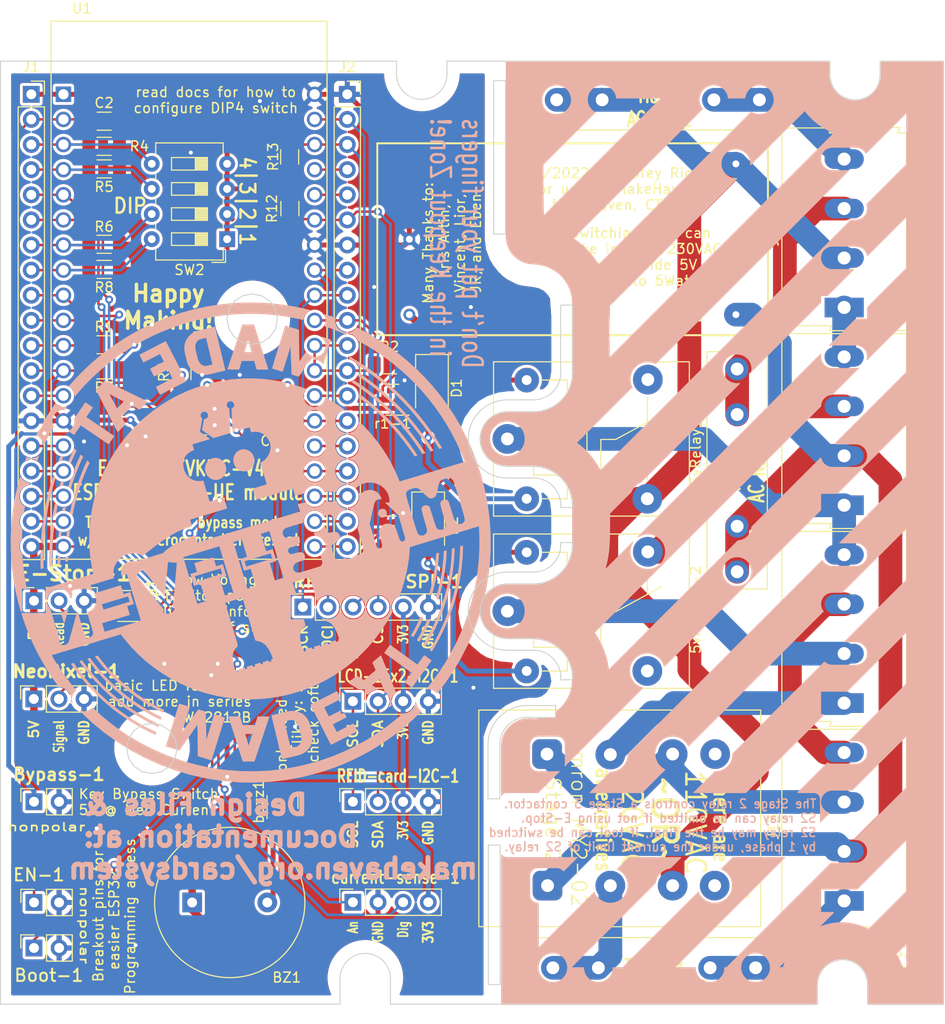
<source format=kicad_pcb>
(kicad_pcb (version 20211014) (generator pcbnew)
  (title_block (title "Tools Controller Board") (date "2022-07") (rev "v1") (company "MakeHaven") (comment 1 "High Voltage Side & Low Voltage Side on the board || mounting plate recommended") (comment 2 "Low voltage provided by on-board, sealed switching PSU") (comment 3 "3 fuses as back-up safety -- be mindful of exposed metal") (comment 4 "A few pieces will need soldered in place by MakeHaven Staff"))
  (layers (0 "F.Cu" signal) (31 "B.Cu" signal) (34 "B.Paste" user) (35 "F.Paste" user) (36 "B.SilkS" user "B.Silkscreen") (37 "F.SilkS" user "F.Silkscreen") (38 "B.Mask" user) (39 "F.Mask" user) (44 "Edge.Cuts" user))
  (net 0 "")
  (net 1 "mHotSw1")
  (net 2 "read-bypass")
  (net 3 "Stage3-NO")
  (net 5 "+5V")
  (net 6 "reset-timeout-1")
  (net 8 "reset-timeout-2")
  (net 9 "boot")
  (net 10 "3vRead-Bypass")
  (net 11 "+3V3")
  (net 12 "EN")
  (net 13 "current-Aout")
  (net 14 "current-Dout")
  (net 15 "RESET")
  (net 16 "timeout")
  (net 17 "Net-(R1-Pad2)")
  (net 18 "set3v")
  (net 19 "Net-(R2-Pad2)")
  (net 22 "read-E-Stop")
  (net 23 "Stage3-Com")
  (net 24 "neopixels")
  (net 25 "Neopixel-5v")
  (net 26 "v-pin-3")
  (net 27 "RFID-POCI")
  (net 28 "SCL")
  (net 29 "GND")
  (net 30 "v-pin-1")
  (net 31 "SDA")
  (net 32 "RFID-PICO")
  (net 33 "RFID-SCK")
  (net 34 "RFID-CS")
  (net 35 "v-pin-2")
  (net 36 "v-pin-4")
  (net 37 "IO12")
  (net 38 "IO13")
  (net 39 "SD2")
  (net 40 "buzz")
  (net 41 "SD3")
  (net 42 "CMD")
  (net 43 "TXD0")
  (net 44 "RXD0")
  (net 45 "IO4")
  (net 46 "mNeu")
  (net 47 "IO2")
  (net 48 "/3-5V Microcontroller/dcp2")
  (net 49 "/3-5V Microcontroller/dcp1")
  (net 50 "SD1")
  (net 51 "SD0")
  (net 52 "CLK")
  (net 53 "Net-(R3-Pad1)")
  (net 54 "/Mains | Member Experience/mains-fused-Hot")
  (net 55 "/Mains | Member Experience/mains-fused-Neutral")
  (net 56 "/Mains | Member Experience/Green-Indicator-Light-2")
  (net 57 "/Mains | Member Experience/Member-E-Stop-sw2-1")
  (net 58 "/Mains | Member Experience/Member-E-Stop-sw2-2")
  (net 59 "S3-Contactor-Control")
  (net 60 "Net-(E-Stp1-Pad1)")
  (footprint "Resistor_SMD:R_1206_3216Metric_Pad1.30x1.75mm_HandSolder" (layer "F.Cu") (at 98.232667 64.185334 180)
    (fp_text reference "R5")
    (fp_text value "10kOhm")
  )
  (footprint "Capacitor_SMD:C_1206_3216Metric_Pad1.33x1.80mm_HandSolder" (layer "F.Cu") (at 114.996667 89.839334 180)
    (fp_text reference "C1")
    (fp_text value "0.1uF")
  )
  (footprint "Connector_PinSocket_2.54mm:PinSocket_1x03_P2.54mm_Vertical" (layer "F.Cu") (at 91.120667 117.779334 90)
    (fp_text reference "NeoPixel-1")
    (fp_text value "NeoPixel_THT")
  )
  (footprint "Resistor_SMD:R_1206_3216Metric_Pad1.30x1.75mm_HandSolder" (layer "F.Cu") (at 117.0178 68.199 90)
    (fp_text reference "R12")
    (fp_text value "10kOhm")
  )
  (footprint "Connector_PinSocket_2.54mm:PinSocket_1x04_P2.54mm_Vertical" (layer "F.Cu") (at 123.388667 128.168334 90)
    (fp_text reference "RFID-card-I2C-1")
    (fp_text value "Conn_01x04_Female")
  )
  (footprint "Connector_PinSocket_2.54mm:PinSocket_1x02_P2.54mm_Vertical" (layer "F.Cu") (at 91.140667 128.168334 90)
    (fp_text reference "Bypass-1")
    (fp_text value "Conn_01x02_Female")
  )
  (footprint "Relay_THT:Relay_SPDT_SANYOU_SRD_Series_Form_C" (layer "F.Cu") (at 139.008667 91.486)
    (fp_text reference "5vRelay1-1")
    (fp_text value "SANYOU_SRD_Form_C")
  )
  (footprint "Resistor_SMD:R_1206_3216Metric_Pad1.30x1.75mm_HandSolder" (layer "F.Cu") (at 98.232667 84.505334)
    (fp_text reference "R7")
    (fp_text value "10kOhm")
  )
  (footprint "Resistor_SMD:R_1206_3216Metric_Pad1.30x1.75mm_HandSolder" (layer "F.Cu") (at 127.087067 83.990734)
    (fp_text reference "R2")
    (fp_text value "1kOhm")
  )
  (footprint "Package_TO_SOT_SMD:SOT-23" (layer "F.Cu") (at 116.266667 128.193334 90)
    (fp_text reference "buzz1")
    (fp_text value "NMOSFETSOT23")
  )
  (footprint "Package_SO:SSOP-8_2.95x2.8mm_P0.65mm" (layer "F.Cu") (at 106.106667 89.585334 180)
    (fp_text reference "U2")
    (fp_text value "TXS0102DCT")
  )
  (footprint "Resistor_SMD:R_1206_3216Metric_Pad1.30x1.75mm_HandSolder" (layer "F.Cu") (at 98.232667 61.899334 180)
    (fp_text reference "R4")
    (fp_text value "10kOhm")
  )
  (footprint "Resistor_SMD:R_1206_3216Metric_Pad1.30x1.75mm_HandSolder" (layer "F.Cu") (at 106.106667 84.759334 90)
    (fp_text reference "R3")
    (fp_text value "10kOhm")
  )
  (footprint "TerminalBlock:TerminalBlock_Altech_AK300-4_P5.00mm" (layer "F.Cu") (at 173.061067 78.193734 90)
    (fp_text reference "J10")
    (fp_text value "Screw_Terminal_01x04")
  )
  (footprint "TerminalBlock:TerminalBlock_Altech_AK300-4_P5.00mm" (layer "F.Cu") (at 173.061067 98.193734 90)
    (fp_text reference "J11")
    (fp_text value "Screw_Terminal_01x04")
  )
  (footprint "Resistor_SMD:R_1206_3216Metric_Pad1.30x1.75mm_HandSolder" (layer "F.Cu") (at 98.232667 71.805334 180)
    (fp_text reference "R6")
    (fp_text value "10kOhm")
  )
  (footprint "Connector_PinSocket_2.54mm:PinSocket_1x04_P2.54mm_Vertical" (layer "F.Cu") (at 123.388667 138.328334 90)
    (fp_text reference "current-sense-1")
    (fp_text value "Conn_01x04_Female")
  )
  (footprint "Connector_PinSocket_2.54mm:PinSocket_1x19_P2.54mm_Vertical" (layer "F.Cu") (at 122.819867 56.640334)
    (fp_text reference "J2")
    (fp_text value "Conn_01x19_Female")
  )
  (footprint "Fuse:Fuseholder_Littelfuse_100_series_5x20mm" (layer "F.Cu") (at 162.240667 104.915334 90)
    (fp_text reference "F3")
    (fp_text value "Fuse")
  )
  (footprint "esp32-devkitc-v4:MODULE_ESP32-DEVKITC-32D" (layer "F.Cu") (at 106.817867 76.401534)
    (fp_text reference "U1")
    (fp_text value "ESP32-DEVKITC-32D")
  )
  (footprint "Relay_THT:Relay_SPDT_SANYOU_SRD_Series_Form_C" (layer "F.Cu") (at 139.008667 108.899666)
    (fp_text reference "5vRelay1-2")
    (fp_text value "SANYOU_SRD_Form_C")
  )
  (footprint "Resistor_SMD:R_1206_3216Metric_Pad1.30x1.75mm_HandSolder" (layer "F.Cu") (at 98.232667 74.345334 180)
    (fp_text reference "R8")
    (fp_text value "10kOhm")
  )
  (footprint "Package_TO_SOT_SMD:SOT-23" (layer "F.Cu") (at 127.112467 100.837534 180)
    (fp_text reference "r1-2")
    (fp_text value "NMOSFETSOT23")
  )
  (footprint "Connector_PinSocket_2.54mm:PinSocket_1x02_P2.54mm_Vertical" (layer "F.Cu") (at 91.140667 138.353334 90)
    (fp_text reference "EN-1")
    (fp_text value "Conn_01x02_Female")
  )
  (footprint "Connector_PinSocket_2.54mm:PinSocket_1x03_P2.54mm_Vertical" (layer "F.Cu") (at 91.135667 107.848334 90)
    (fp_text reference "E-Stop-1")
    (fp_text value "Conn_01x03_Female")
  )
  (footprint "Package_TO_SOT_SMD:SOT-23" (layer "F.Cu") (at 100.264667 108.381334 180)
    (fp_text reference "E-Stp1")
    (fp_text value "NMOSFETSOT23")
  )
  (footprint "Fuse:Fuseholder_Littelfuse_100_series_5x20mm" (layer "F.Cu") (at 143.989667 57.200334)
    (fp_text reference "F1")
    (fp_text value "Fuse")
  )
  (footprint "Connector_PinSocket_2.54mm:PinSocket_1x02_P2.54mm_Vertical" (layer "F.Cu") (at 91.140667 142.953334 90)
    (fp_text reference "Boot-1")
    (fp_text value "Conn_01x02_Female")
  )
  (footprint "Fuse:Fuseholder_Littelfuse_100_series_5x20mm" (layer "F.Cu") (at 164.108667 144.957334 180)
    (fp_text reference "F2")
    (fp_text value "Fuse")
  )
  (footprint "Capacitor_SMD:C_1206_3216Metric_Pad1.33x1.80mm_HandSolder" (layer "F.Cu") (at 98.232667 59.359334)
    (fp_text reference "C2")
    (fp_text value "0.1uF")
  )
  (footprint "Connector_PinSocket_2.54mm:PinSocket_1x04_P2.54mm_Vertical" (layer "F.Cu") (at 123.388667 118.008334 90)
    (fp_text reference "LCD-16x2-I2C-1")
    (fp_text value "Conn_01x04_Female")
  )
  (footprint "TerminalBlock:TerminalBlock_Altech_AK300-4_P5.00mm" (layer "F.Cu") (at 173.061067 138.193734 90)
    (fp_text reference "J13")
    (fp_text value "Screw_Terminal_01x04")
  )
  (footprint "Diode_SMD:D_SMA" (layer "F.Cu") (at 130.998667 100.253334 -90)
    (fp_text reference "D2")
    (fp_text value "B160-E3")
  )
  (footprint "Connector_PinSocket_2.54mm:PinSocket_1x19_P2.54mm_Vertical" (layer "F.Cu") (at 90.866667 56.640334)
    (fp_text reference "J1")
    (fp_text value "Conn_01x19_Female")
  )
  (footprint "Connector_PinSocket_2.54mm:PinSocket_1x06_P2.54mm_Vertical" (layer "F.Cu") (at 118.324067 108.482934 90)
    (fp_text reference "RFID-card-SPI-1")
    (fp_text value "Conn_01x06_Female")
  )
  (footprint "switching_power_supply:CFM06S050" (layer "F.Cu") (at 162.113667 78.917334 180)
    (fp_text reference "PS1")
    (fp_text value "CFM06S050" hide)
  )
  (footprint "Resistor_SMD:R_1206_3216Metric_Pad1.30x1.75mm_HandSolder" (layer "F.Cu") (at 116.9924 62.9672 -90)
    (fp_text reference "R13")
    (fp_text value "10kOhm")
  )
  (footprint "Button_Switch_THT:SW_DIP_SPSTx04_Slide_6.7x11.72mm_W7.62mm_P2.54mm_LowProfile" (layer "F.Cu") (at 110.668667 71.287334 180)
    (fp_text reference "SW2")
    (fp_text value "SW_DIP_x04")
  )
  (footprint "relay_Omron-MY2-02:relay-Omron-MY2-02" (layer "F.Cu") (at 151.318667 130.098334 -90)
    (fp_text reference "R11")
    (fp_text value "Relay_Omron_MY2-02")
  )
  (footprint "Package_TO_SOT_SMD:SOT-23" (layer "F.Cu") (at 127.391867 87.521334 180)
    (fp_text reference "r1-1")
    (fp_text value "NMOSFETSOT23")
  )
  (footprint "Diode_SMD:D_SMA" (layer "F.Cu") (at 131.379667 86.352934 -90)
    (fp_text reference "D1")
    (fp_text value "B160-E3")
  )
  (footprint "TerminalBlock:TerminalBlock_Altech_AK300-4_P5.00mm" (layer "F.Cu") (at 173.061067 118.193734 90)
    (fp_text reference "J12")
    (fp_text value "Screw_Terminal_01x04")
  )
  (footprint "Resistor_SMD:R_1206_3216Metric_Pad1.30x1.75mm_HandSolder" (layer "F.Cu") (at 98.232667 81.965334)
    (fp_text reference "R1")
    (fp_text value "1kOhm")
  )
  (footprint "Buzzer_Beeper:Buzzer_15x7.5RM7.6" (layer "F.Cu") (at 107.132667 138.353334)
    (fp_text reference "BZ1")
    (fp_text value "Buzzer")
  )
  (gr_poly (pts (xy 124.059335 87.00606) (xy 124.059334 87.00606) (xy 124.059334 87.006059)) (layer "B.SilkS") (width 0.1) (fill solid))
  (gr_poly (pts (xy 97.897044 113.877594) (xy 98.243126 114.299724) (xy 98.601686 114.710416) (xy 98.972373 115.109464) (xy 99.354831 115.49666) (xy 99.748709 115.871795) (xy 100.153652 116.234663) (xy 100.569307 116.585056) (xy 100.995322 116.922767) (xy 101.431342 117.247587) (xy 101.877015 117.559309) (xy 102.331988 117.857725) (xy 102.795906 118.142628) (xy 103.268417 118.413811) (xy 103.749168 118.671065) (xy 104.237805 118.914183) (xy 104.170108 119.100737) (xy 103.671078 118.853146) (xy 103.180344 118.590928) (xy 102.698251 118.314291) (xy 102.225141 118.023447) (xy 101.761358 117.718606) (xy 101.307247 117.399977) (xy 100.86315 117.06777) (xy 100.429411 116.722196) (xy 100.006373 116.363465) (xy 99.594382 115.991787) (xy 99.193779 115.607372) (xy 98.804908 115.21043) (xy 98.428114 114.801172) (xy 98.063739 114.379806) (xy 97.712128 113.946545) (xy 97.373624 113.501597) (xy 97.563794 113.444235)) (layer "B.SilkS") (width 0.1) (fill solid))
  (gr_poly (pts (xy 120.530358 78.937315) (xy 120.530346 78.937311) (xy 120.530348 78.937297)) (layer "B.SilkS") (width 0.1) (fill solid))
  (gr_poly (pts (xy 93.593489 103.409273) (xy 93.617421 103.417103) (xy 93.641511 103.424415) (xy 93.66575 103.431206) (xy 93.690129 103.437474) (xy 93.714641 103.443216) (xy 93.739276 103.448432) (xy 93.764026 103.453118) (xy 93.762281 103.59597) (xy 93.759515 103.738593) (xy 93.757582 103.881363) (xy 93.757507 103.952922) (xy 93.758337 104.02466) (xy 93.564036 104.083571) (xy 93.562866 103.997865) (xy 93.56274 103.912369) (xy 93.564608 103.7418) (xy 93.569724 103.400928)) (layer "B.SilkS") (width 0.1) (fill solid))
  (gr_poly (pts (xy 97.03101 88.308824) (xy 96.365419 89.28861) (xy 99.191603 91.208389) (xy 98.675355 91.968547) (xy 95.849172 90.049287) (xy 95.184613 91.027519) (xy 94.692167 90.69264) (xy 94.759109 90.651694) (xy 94.822658 90.606737) (xy 94.882689 90.557985) (xy 94.939073 90.505654) (xy 94.991686 90.44996) (xy 95.040401 90.391119) (xy 95.085092 90.329349) (xy 95.125632 90.264863) (xy 95.161895 90.19788) (xy 95.193756 90.128615) (xy 95.221087 90.057285) (xy 95.243762 89.984105) (xy 95.261655 89.909292) (xy 95.274641 89.833061) (xy 95.282592 89.75563) (xy 95.285382 89.677215) (xy 95.28075 89.652535) (xy 95.275592 89.62797) (xy 95.269909 89.603526) (xy 95.263704 89.579213) (xy 95.256979 89.555038) (xy 95.249736 89.53101) (xy 95.241977 89.507138) (xy 95.233706 89.483429) (xy 96.346815 87.844251)) (layer "B.SilkS") (width 0.1) (fill solid))
  (gr_poly (pts (xy 130.30026 109.512378) (xy 130.319169 109.529246) (xy 130.338405 109.545731) (xy 130.357963 109.561829) (xy 130.377838 109.577536) (xy 130.398022 109.592845) (xy 130.41851 109.607754) (xy 130.439297 109.622257) (xy 130.330141 109.858201) (xy 130.217872 110.092771) (xy 130.102429 110.325891) (xy 129.983754 110.557486) (xy 129.861786 110.78748) (xy 129.736466 111.015798) (xy 129.607735 111.242365) (xy 129.475533 111.467104) (xy 129.315339 111.348765) (xy 129.44781 111.122988) (xy 129.576908 110.895399) (xy 129.702651 110.666058) (xy 129.825057 110.435023) (xy 129.944145 110.202353) (xy 130.059934 109.968108) (xy 130.172443 109.732348) (xy 130.281687 109.495135)) (layer "B.SilkS") (width 0.1) (fill solid))
  (gr_poly (pts (xy 123.542047 85.626301) (xy 123.542046 85.6263) (xy 123.54205 85.6263)) (layer "B.SilkS") (width 0.1) (fill solid))
  (gr_poly (pts (xy 121.106541 81.471522) (xy 120.869347 82.223415) (xy 120.819222 82.387748) (xy 120.636288 82.989778) (xy 120.586161 83.154108) (xy 120.414595 83.711697) (xy 120.371189 83.854323) (xy 120.330412 83.80718) (xy 120.287406 83.762495) (xy 120.242285 83.720324) (xy 120.195165 83.680726) (xy 120.14616 83.643756) (xy 120.095383 83.609472) (xy 120.042951 83.577932) (xy 119.988977 83.549193) (xy 119.933575 83.523311) (xy 119.876861 83.500344) (xy 119.818949 83.480349) (xy 119.759952 83.463384) (xy 119.699987 83.449505) (xy 119.639167 83.43877) (xy 119.577607 83.431236) (xy 119.515421 83.42696) (xy 119.503303 83.429422) (xy 119.491212 83.432011) (xy 119.47915 83.434728) (xy 119.467118 83.437573) (xy 119.455117 83.440544) (xy 119.443147 83.443642) (xy 119.43121 83.446866) (xy 119.419306 83.450217) (xy 119.472533 83.282786) (xy 119.492695 83.220773) (xy 119.498365 83.222364) (xy 119.504049 83.223925) (xy 119.509748 83.225459) (xy 119.515469 83.226964) (xy 119.575674 83.225437) (xy 119.635088 83.220914) (xy 119.693638 83.21347) (xy 119.751251 83.203178) (xy 119.807852 83.19011) (xy 119.863369 83.174341) (xy 119.917729 83.155945) (xy 119.970856 83.134994) (xy 120.022679 83.111562) (xy 120.073123 83.085723) (xy 120.122115 83.05755) (xy 120.169582 83.027117) (xy 120.21545 82.994497) (xy 120.259645 82.959764) (xy 120.302095 82.922991) (xy 120.342724 82.884252) (xy 120.381461 82.843621) (xy 120.418232 82.80117) (xy 120.452962 82.756973) (xy 120.485579 82.711104) (xy 120.516009 82.663637) (xy 120.544178 82.614644) (xy 120.570014 82.5642) (xy 120.593442 82.512378) (xy 120.614388 82.459251) (xy 120.632781 82.404893) (xy 120.648545 82.349378) (xy 120.661608 82.292778) (xy 120.671896 82.235168) (xy 120.679336 82.176621) (xy 120.683854 82.117211) (xy 120.685376 82.05701) (xy 120.681096 81.99576) (xy 120.673655 81.935115) (xy 120.663106 81.875184) (xy 120.649503 81.816077) (xy 120.632901 81.757904) (xy 120.613355 81.700776) (xy 120.590917 81.644801) (xy 120.565642 81.590089) (xy 120.537585 81.536751) (xy 120.5068 81.484897) (xy 120.473341 81.434635) (xy 120.437262 81.386076) (xy 120.398617 81.33933) (xy 120.35746 81.294506) (xy 120.313847 81.251715) (xy 120.26783 81.211066)) (layer "B.SilkS") (width 0.1) (fill solid))
  (gr_poly (pts (xy 93.099469 95.332167) (xy 93.117484 95.354575) (xy 93.136037 95.376525) (xy 93.155116 95.398005) (xy 93.174715 95.419008) (xy 93.194823 95.439523) (xy 93.215432 95.459541) (xy 93.236532 95.479052) (xy 93.258116 95.498047) (xy 93.021033 96.290757) (xy 92.809127 97.095055) (xy 92.622675 97.910269) (xy 92.461956 98.735728) (xy 92.327247 99.570761) (xy 92.218826 100.414695) (xy 92.136972 101.26686) (xy 92.081961 102.126583) (xy 92.076235 102.096398) (xy 92.06979 102.06639) (xy 92.062632 102.036572) (xy 92.054764 102.006956) (xy 92.046192 101.977554) (xy 92.036921 101.948379) (xy 92.026954 101.919443) (xy 92.016298 101.890759) (xy 92.004956 101.862339) (xy 91.992934 101.834196) (xy 91.980236 101.806341) (xy 91.966867 101.778787) (xy 91.952832 101.751547) (xy 91.938136 101.724632) (xy 91.922783 101.698056) (xy 91.906778 101.671831) (xy 91.933008 101.305853) (xy 91.964511 100.941436) (xy 92.000866 100.578415) (xy 92.041652 100.216622) (xy 92.060274 100.17086) (xy 92.077091 100.124463) (xy 92.092089 100.077486) (xy 92.105255 100.029982) (xy 92.116575 99.982003) (xy 92.126035 99.933605) (xy 92.133621 99.884841) (xy 92.13932 99.835764) (xy 92.135525 99.81692) (xy 92.131446 99.798138) (xy 92.127086 99.779422) (xy 92.122444 99.760775) (xy 92.117522 99.7422) (xy 92.11232 99.7237) (xy 92.106839 99.705279) (xy 92.10108 99.686939) (xy 92.185349 99.126545) (xy 92.281703 98.570522) (xy 92.38989 98.018977) (xy 92.509657 97.472017) (xy 92.64075 96.929749) (xy 92.782919 96.392279) (xy 92.935909 95.859716) (xy 93.099469 95.332165)) (layer "B.SilkS") (width 0.1) (fill solid))
  (gr_poly (pts (xy 124.054678 85.973496) (xy 124.559749 86.335864) (xy 125.056922 86.713215) (xy 125.54586 87.105362) (xy 126.026226 87.512116) (xy 126.497682 87.933289) (xy 126.959892 88.368693) (xy 127.412518 88.81814) (xy 127.855224 89.28144) (xy 128.287672 89.758407) (xy 128.709525 90.248852) (xy 129.120446 90.752587) (xy 129.520099 91.269423) (xy 129.908145 91.799172) (xy 130.284249 92.341647) (xy 130.648072 92.896658) (xy 130.438267 92.959704) (xy 130.075154 92.406064) (xy 129.699287 91.86512) (xy 129.311027 91.337067) (xy 128.910735 90.822098) (xy 128.498771 90.320409) (xy 128.075499 89.832192) (xy 127.641278 89.357642) (xy 127.196469 88.896954) (xy 126.741435 88.450323) (xy 126.276536 88.017941) (xy 125.802133 87.600004) (xy 125.318588 87.196706) (xy 124.826262 86.808241) (xy 124.325516 86.434803) (xy 123.816712 86.076587) (xy 123.300209 85.733787) (xy 123.33161 85.723127) (xy 123.362706 85.711661) (xy 123.393483 85.699395) (xy 123.423926 85.686335) (xy 123.45402 85.672489) (xy 123.483748 85.657863) (xy 123.513097 85.642464) (xy 123.542047 85.626301)) (layer "B.SilkS") (width 0.1) (fill solid))
  (gr_poly (pts (xy 127.196607 118.108453) (xy 127.197263 118.122304) (xy 127.198069 118.136146) (xy 127.199026 118.149978) (xy 127.200133 118.163799) (xy 127.201391 118.177607) (xy 127.202799 118.191403) (xy 127.204358 118.205183) (xy 127.211746 118.227899) (xy 127.219557 118.250467) (xy 127.227788 118.27288) (xy 127.236436 118.295134) (xy 127.245499 118.317222) (xy 127.254975 118.339139) (xy 127.264861 118.360878) (xy 127.275155 118.382433) (xy 127.041577 118.58087) (xy 127.056912 118.552562) (xy 127.071513 118.523909) (xy 127.085373 118.494925) (xy 127.098488 118.465623) (xy 127.110853 118.43602) (xy 127.122465 118.406129) (xy 127.133318 118.375964) (xy 127.143407 118.345542) (xy 127.152729 118.314875) (xy 127.161278 118.283978) (xy 127.16905 118.252867) (xy 127.17604 118.221555) (xy 127.182244 118.190058) (xy 127.187657 118.158389) (xy 127.192274 118.126563) (xy 127.196091 118.094595) (xy 127.196103 118.094595)) (layer "B.SilkS") (width 0.1) (fill solid))
  (gr_poly (pts (xy 93.569724 103.400928) (xy 93.569722 103.400927) (xy 93.569724 103.400927)) (layer "B.SilkS") (width 0.1) (fill solid))
  (gr_poly (pts (xy 131.2253 109.718893) (xy 131.097073 110.003225) (xy 130.964369 110.285685) (xy 130.827166 110.566188) (xy 130.685443 110.844646) (xy 130.539178 111.120975) (xy 130.38835 111.395089) (xy 130.232937 111.666901) (xy 130.072918 111.936327) (xy 129.913235 111.817988) (xy 130.062035 111.568107) (xy 130.206851 111.316227) (xy 130.347686 111.062401) (xy 130.484542 110.806681) (xy 130.617423 110.54912) (xy 130.74633 110.28977) (xy 130.871268 110.028685) (xy 130.992237 109.765917) (xy 130.999583 109.767923) (xy 131.00694 109.769883) (xy 131.014308 109.7718) (xy 131.021691 109.773672) (xy 131.04761 109.768677) (xy 131.073412 109.763148) (xy 131.099088 109.757088) (xy 131.12463 109.750498) (xy 131.15003 109.743381) (xy 131.175281 109.735739) (xy 131.200374 109.727575) (xy 131.2253 109.718889)) (layer "B.SilkS") (width 0.1) (fill solid))
  (gr_poly (pts (xy 117.883482 80.487596) (xy 117.903115 81.982077) (xy 117.910365 82.170696) (xy 117.91346 82.758259) (xy 117.912932 82.948944) (xy 117.926371 83.516867) (xy 117.925843 83.70807) (xy 117.934628 83.763364) (xy 117.944445 83.768523) (xy 117.97855 83.716845) (xy 118.088623 83.559232) (xy 118.413151 83.096728) (xy 118.513401 82.933948) (xy 118.63019 82.770133) (xy 118.663235 82.808209) (xy 118.697772 82.844709) (xy 118.733745 82.879599) (xy 118.771092 82.912841) (xy 118.809756 82.944403) (xy 118.849678 82.974249) (xy 118.890798 83.002344) (xy 118.933058 83.028652) (xy 118.976398 83.05314) (xy 119.02076 83.075772) (xy 119.066085 83.096512) (xy 119.112313 83.115327) (xy 119.159386 83.13218) (xy 119.207245 83.147038) (xy 119.255831 83.159865) (xy 119.305085 83.170625) (xy 119.276148 83.209381) (xy 119.173829 83.364411) (xy 119.043604 83.541661) (xy 118.976386 83.573679) (xy 118.911798 83.609628) (xy 118.849973 83.649339) (xy 118.79104 83.692642) (xy 118.735132 83.739366) (xy 118.68238 83.789342) (xy 118.632916 83.842399) (xy 118.58687 83.898368) (xy 118.544374 83.957077) (xy 118.505559 84.018358) (xy 118.470558 84.082039) (xy 118.439501 84.147951) (xy 118.412519 84.215923) (xy 118.389744 84.285785) (xy 118.371307 84.357368) (xy 118.35734 84.4305) (xy 118.35602 84.445465) (xy 118.354892 84.460445) (xy 118.353956 84.475437) (xy 118.353213 84.490441) (xy 117.89226 85.135879) (xy 117.2277 84.938476) (xy 117.193594 83.862571) (xy 117.1724 83.462598) (xy 117.165179 83.273977) (xy 117.132105 81.899903) (xy 117.114537 81.896808) (xy 116.544548 83.7184) (xy 116.259293 84.64186) (xy 115.271239 84.334385) (xy 115.500166 83.55252) (xy 116.576586 80.085547)) (layer "B.SilkS") (width 0.1) (fill solid))
  (gr_poly (pts (xy 112.391664 92.585105) (xy 112.43498 92.588551) (xy 112.478017 92.593917) (xy 112.520724 92.601176) (xy 112.563046 92.610296) (xy 112.604931 92.621249) (xy 112.646327 92.634005) (xy 112.687181 92.648533) (xy 112.72744 92.664805) (xy 112.767052 92.68279) (xy 112.805963 92.702459) (xy 112.844122 92.723783) (xy 112.881475 92.74673) (xy 112.91797 92.771273) (xy 112.953553 92.79738) (xy 112.988173 92.825022) (xy 113.021777 92.85417) (xy 113.054312 92.884794) (xy 113.085724 92.916864) (xy 113.115963 92.95035) (xy 113.144974 92.985223) (xy 113.172705 93.021453) (xy 113.199104 93.05901) (xy 113.224118 93.097865) (xy 113.247693 93.137987) (xy 113.269778 93.179348) (xy 113.29032 93.221916) (xy 113.309266 93.265664) (xy 113.326562 93.31056) (xy 113.342158 93.356576) (xy 113.356711 93.409375) (xy 113.368589 93.462276) (xy 113.377833 93.515193) (xy 113.384481 93.568043) (xy 113.388575 93.62074) (xy 113.390153 93.6732) (xy 113.389255 93.725337) (xy 113.385922 93.777067) (xy 113.380192 93.828305) (xy 113.372107 93.878966) (xy 113.361704 93.928965) (xy 113.349026 93.978219) (xy 113.33411 94.02664) (xy 113.316997 94.074146) (xy 113.297727 94.12065) (xy 113.27634 94.166069) (xy 113.252875 94.210317) (xy 113.227371 94.25331) (xy 113.19987 94.294962) (xy 113.170411 94.335189) (xy 113.139033 94.373906) (xy 113.105776 94.411029) (xy 113.07068 94.446471) (xy 113.033786 94.48015) (xy 112.995131 94.511978) (xy 112.954758 94.541873) (xy 112.912704 94.569749) (xy 112.869011 94.595521) (xy 112.823717 94.619105) (xy 112.776863 94.640415) (xy 112.728489 94.659366) (xy 112.678633 94.675875) (xy 112.627973 94.689712) (xy 112.577209 94.700735) (xy 112.52642 94.708988) (xy 112.475686 94.714517) (xy 112.425084 94.717365) (xy 112.374694 94.717578) (xy 112.324594 94.715198) (xy 112.274862 94.710272) (xy 112.225578 94.702844) (xy 112.176821 94.692957) (xy 112.128668 94.680657) (xy 112.081198 94.665988) (xy 112.034491 94.648994) (xy 111.988625 94.62972) (xy 111.943679 94.608211) (xy 111.89973 94.58451) (xy 111.856859 94.558663) (xy 111.815144 94.530714) (xy 111.774662 94.500708) (xy 111.735494 94.468688) (xy 111.697718 94.434699) (xy 111.661412 94.398787) (xy 111.626655 94.360995) (xy 111.593526 94.321367) (xy 111.562104 94.279949) (xy 111.532467 94.236785) (xy 111.504694 94.191919) (xy 111.478863 94.145396) (xy 111.455054 94.09726) (xy 111.433344 94.047556) (xy 111.413813 93.996328) (xy 111.39654 93.943621) (xy 111.381987 93.890822) (xy 111.370108 93.837921) (xy 111.360865 93.785003) (xy 111.354216 93.732153) (xy 111.350122 93.679456) (xy 111.348544 93.626996) (xy 111.349442 93.574859) (xy 111.352775 93.523129) (xy 111.358505 93.471891) (xy 111.36659 93.42123) (xy 111.376993 93.37123) (xy 111.389671 93.321977) (xy 111.404587 93.273555) (xy 111.4217 93.22605) (xy 111.44097 93.179545) (xy 111.462357 93.134127) (xy 111.485823 93.089878) (xy 111.511326 93.046886) (xy 111.538827 93.005234) (xy 111.568287 92.965007) (xy 111.599665 92.926289) (xy 111.632921 92.889167) (xy 111.668017 92.853724) (xy 111.704912 92.820046) (xy 111.743566 92.788217) (xy 111.78394 92.758322) (xy 111.825994 92.730446) (xy 111.869687 92.704674) (xy 111.914981 92.681091) (xy 111.961835 92.659781) (xy 112.010209 92.640829) (xy 112.060065 92.62432) (xy 112.085029 92.617162) (xy 112.110043 92.610719) (xy 112.135097 92.604982) (xy 112.160179 92.599944) (xy 112.185279 92.595595) (xy 112.210384 92.591926) (xy 112.235485 92.58893) (xy 112.260571 92.586597) (xy 112.304407 92.584099) (xy 112.348122 92.583612)) (layer "B.SilkS") (width 0.1) (fill solid))
  (gr_poly (pts (xy 130.281687 109.495135) (xy 130.281685 109.495133) (xy 130.281689 109.495131)) (layer "B.SilkS") (width 0.1) (fill solid))
  (gr_poly (pts (xy 95.385631 92.678063) (xy 95.242446 92.974922) (xy 95.103999 93.274795) (xy 94.969684 93.577317) (xy 94.838895 93.882126) (xy 94.819582 93.862137) (xy 94.799808 93.842621) (xy 94.779582 93.823585) (xy 94.758913 93.805037) (xy 94.737809 93.786985) (xy 94.71628 93.769436) (xy 94.694334 93.752398) (xy 94.67198 93.73588) (xy 94.768561 93.514096) (xy 94.868121 93.29414) (xy 94.969862 93.075558) (xy 95.072988 92.857898) (xy 95.087699 92.832103) (xy 95.101743 92.805957) (xy 95.115116 92.779471) (xy 95.12781 92.752659) (xy 95.139821 92.725533) (xy 95.151142 92.698108) (xy 95.161767 92.670395) (xy 95.171691 92.642408) (xy 95.178915 92.627258) (xy 95.185906 92.611958) (xy 95.199513 92.581115) (xy 95.213162 92.5503) (xy 95.220205 92.535035) (xy 95.227502 92.519935)) (layer "B.SilkS") (width 0.1) (fill solid))
  (gr_poly (pts (xy 147.815035 53.306316) (xy 171.61 53.306316) (xy 171.61 54.676258) (xy 171.612742 54.739858) (xy 171.617066 54.80334) (xy 171.62297 54.866674) (xy 171.63045 54.929831) (xy 171.639506 54.992782) (xy 171.650134 55.055498) (xy 171.662333 55.117948) (xy 171.676101 55.180103) (xy 171.687132 55.228903) (xy 171.699119 55.277464) (xy 171.712057 55.325771) (xy 171.725942 55.373811) (xy 171.740766 55.421571) (xy 171.756526 55.469035) (xy 171.773216 55.51619) (xy 171.790831 55.563022) (xy 171.790831 55.563541) (xy 171.866479 55.745648) (xy 171.954925 55.919534) (xy 172.055495 56.084729) (xy 172.167517 56.240759) (xy 172.290318 56.387152) (xy 172.423226 56.523438) (xy 172.565568 56.649143) (xy 172.716672 56.763796) (xy 172.875864 56.866924) (xy 173.042472 56.958056) (xy 173.215823 57.036719) (xy 173.395245 57.102442) (xy 173.580065 57.154753) (xy 173.76961 57.193179) (xy 173.963208 57.217249) (xy 174.160186 57.22649) (xy 174.291407 57.223157) (xy 174.420904 57.213295) (xy 174.548518 57.197065) (xy 174.674088 57.174626) (xy 174.797455 57.146139) (xy 174.918457 57.111764) (xy 175.036935 57.071661) (xy 175.152728 57.025991) (xy 175.265677 56.974913) (xy 175.375621 56.918589) (xy 175.4824 56.857178) (xy 175.585853 56.79084) (xy 175.685821 56.719735) (xy 175.782143 56.644025) (xy 175.87466 56.563869) (xy 175.96321 56.479427) (xy 176.047634 56.39086) (xy 176.127771 56.298327) (xy 176.203462 56.20199) (xy 176.274546 56.102008) (xy 176.340862 55.998541) (xy 176.402252 55.89175) (xy 176.458554 55.781795) (xy 176.509608 55.668837) (xy 176.555254 55.553034) (xy 176.595332 55.434549) (xy 176.629682 55.31354) (xy 176.658143 55.190168) (xy 176.680556 55.064594) (xy 176.696759 54.936977) (xy 176.706594 54.807479) (xy 176.709899 54.676258) (xy 176.709899 53.306316) (xy 183.100203 53.306316) (xy 183.100203 148.657078) (xy 175.4402 148.657078) (xy 175.4402 146.672184) (xy 175.439938 146.641448) (xy 175.439302 146.610721) (xy 175.438296 146.580005) (xy 175.436921 146.549305) (xy 175.435181 146.518623) (xy 175.433078 146.487963) (xy 175.430615 146.457329) (xy 175.427794 146.426723) (xy 175.417013 146.33324) (xy 175.402809 146.240313) (xy 175.385205 146.148035) (xy 175.364222 146.056499) (xy 175.339882 145.965797) (xy 175.312206 145.876024) (xy 175.281216 145.787272) (xy 175.246932 145.699634) (xy 175.209266 145.612921) (xy 175.168513 145.527868) (xy 175.124736 145.444549) (xy 175.077995 145.363039) (xy 175.02835 145.283411) (xy 174.975862 145.205739) (xy 174.920591 145.130098) (xy 174.862599 145.056562) (xy 174.801946 144.985205) (xy 174.738693 144.916101) (xy 174.6729 144.849324) (xy 174.604629 144.784948) (xy 174.533939 144.723047) (xy 174.460892 144.663695) (xy 174.385547 144.606967) (xy 174.307967 144.552936) (xy 174.228836 144.50203) (xy 174.147963 144.454124) (xy 174.065435 144.409261) (xy 173.981339 144.367482) (xy 173.895762 144.328827) (xy 173.808791 144.293338) (xy 173.720511 144.261056) (xy 173.631011 144.232021) (xy 173.54049 144.20634) (xy 173.449176 144.184038) (xy 173.357165 144.165127) (xy 173.264552 144.149624) (xy 173.171431 144.13754) (xy 173.077896 144.128891) (xy 172.984044 144.123691) (xy 172.889968 144.121952) (xy 172.833334 144.124936) (xy 172.776802 144.129177) (xy 172.720392 144.134672) (xy 172.664124 144.141418) (xy 172.608021 144.149414) (xy 172.552102 144.158655) (xy 172.496388 144.16914) (xy 172.440902 144.180866) (xy 172.344313 144.200724) (xy 172.24912 144.224137) (xy 172.155393 144.251033) (xy 172.063206 144.281341) (xy 171.883736 144.351903) (xy 171.711286 144.435246) (xy 171.546433 144.530794) (xy 171.389752 144.637972) (xy 171.241819 144.756202) (xy 171.103211 144.88491) (xy 170.974504 145.023518) (xy 170.856274 145.171451) (xy 170.749097 145.328133) (xy 170.653548 145.492987) (xy 170.570205 145.665437) (xy 170.499644 145.844908) (xy 170.469336 145.937096) (xy 170.442439 146.030823) (xy 170.419026 146.126017) (xy 170.399169 146.222607) (xy 170.387439 146.278156) (xy 170.37693 146.333933) (xy 170.367657 146.389915) (xy 170.359631 146.446082) (xy 170.352867 146.502413) (xy 170.347376 146.558888) (xy 170.343173 146.615485) (xy 170.34027 146.672184) (xy 170.34027 148.657078) (xy 138.427493 148.657078) (xy 138.427493 144.941097) (xy 142.104678 144.941097) (xy 142.106621 145.018299) (xy 142.112408 145.094488) (xy 142.121941 145.169569) (xy 142.135129 145.243449) (xy 142.151875 145.316032) (xy 142.172087 145.387224) (xy 142.195669 145.456931) (xy 142.222527 145.52506) (xy 142.252568 145.591515) (xy 142.285696 145.656202) (xy 142.321818 145.719028) (xy 142.360839 145.779897) (xy 142.402664 145.838715) (xy 142.447201 145.895389) (xy 142.494353 145.949823) (xy 142.544028 146.001924) (xy 142.59613 146.051598) (xy 142.650565 146.098749) (xy 142.70724 146.143284) (xy 142.766059 146.185109) (xy 142.826929 146.224129) (xy 142.889755 146.260249) (xy 142.954443 146.293376) (xy 143.020899 146.323415) (xy 143.089027 146.350273) (xy 143.158735 146.373854) (xy 143.229928 146.394064) (xy 143.302511 146.41081) (xy 143.37639 146.423996) (xy 143.451471 146.433529) (xy 143.527659 146.439314) (xy 143.604861 146.441257) (xy 143.682045 146.439288) (xy 143.758215 146.433479) (xy 143.833276 146.423924) (xy 143.907135 146.410718) (xy 143.979698 146.393955) (xy 144.05087 146.373728) (xy 144.120557 146.350134) (xy 144.188664 146.323264) (xy 144.255098 146.293215) (xy 144.319764 146.260079) (xy 144.382569 146.223952) (xy 144.443417 146.184927) (xy 144.502215 146.143099) (xy 144.558868 146.098562) (xy 144.613283 146.051411) (xy 144.665365 146.001738) (xy 144.71502 145.94964) (xy 144.762153 145.89521) (xy 144.806671 145.838541) (xy 144.848479 145.77973) (xy 144.887483 145.718869) (xy 144.923589 145.656053) (xy 144.956703 145.591376) (xy 144.98673 145.524932) (xy 145.013576 145.456816) (xy 145.037147 145.387123) (xy 145.057349 145.315945) (xy 145.074088 145.243378) (xy 145.087269 145.169515) (xy 145.096798 145.094451) (xy 145.102582 145.01828) (xy 145.104524 144.941097) (xy 145.102554 144.863933) (xy 145.096746 144.787782) (xy 145.087194 144.712738) (xy 145.073992 144.638896) (xy 145.057234 144.566349) (xy 145.037016 144.495193) (xy 145.01343 144.42552) (xy 144.986571 144.357426) (xy 144.956534 144.291004) (xy 144.923411 144.226348) (xy 144.887298 144.163554) (xy 144.848289 144.102714) (xy 144.806477 144.043923) (xy 144.761958 143.987275) (xy 144.714824 143.932865) (xy 144.665171 143.880786) (xy 144.613092 143.831133) (xy 144.558681 143.783999) (xy 144.502034 143.73948) (xy 144.443243 143.697669) (xy 144.382403 143.65866) (xy 144.319608 143.622548) (xy 144.254953 143.589426) (xy 144.188531 143.559389) (xy 144.120437 143.532532) (xy 144.050764 143.508947) (xy 143.979608 143.48873) (xy 143.907062 143.471974) (xy 143.83322 143.458773) (xy 143.758176 143.449223) (xy 143.682025 143.443416) (xy 143.604861 143.441448) (xy 143.527676 143.44339) (xy 143.451504 143.449173) (xy 143.376439 143.458701) (xy 143.302575 143.471882) (xy 143.230006 143.48862) (xy 143.158827 143.508822) (xy 143.089132 143.532392) (xy 143.021015 143.559238) (xy 142.95457 143.589265) (xy 142.889892 143.622378) (xy 142.827074 143.658484) (xy 142.766212 143.697487) (xy 142.707399 143.739295) (xy 142.65073 143.783813) (xy 142.596299 143.830946) (xy 142.544199 143.8806) (xy 142.494526 143.932681) (xy 142.447374 143.987096) (xy 142.402836 144.043749) (xy 142.361008 144.102547) (xy 142.321982 144.163395) (xy 142.285855 144.226199) (xy 142.252719 144.290865) (xy 142.222669 144.357298) (xy 142.195799 144.425405) (xy 142.172204 144.495091) (xy 142.151978 144.566263) (xy 142.135215 144.638825) (xy 142.122009 144.712683) (xy 142.112455 144.787745) (xy 142.106646 144.863914) (xy 142.104678 144.941097) (xy 138.427493 144.941097) (xy 138.427493 133.568073) (xy 138.450856 133.595663) (xy 138.475627 133.621959) (xy 138.50175 133.646892) (xy 138.529174 133.670396) (xy 138.557844 133.692405) (xy 138.587706 133.712851) (xy 138.618707 133.731667) (xy 138.650794 133.748787) (xy 138.683912 133.764143) (xy 138.718008 133.777669) (xy 138.753029 133.789298) (xy 138.788921 133.798962) (xy 138.825631 133.806595) (xy 138.863104 133.81213) (xy 138.901287 133.815501) (xy 138.940127 133.816639) (xy 146.037386 133.816639) (xy 144.689669 135.164364) (xy 144.659935 135.127632) (xy 144.628257 135.092617) (xy 144.594713 135.059409) (xy 144.55938 135.028097) (xy 144.522336 134.998771) (xy 144.483659 134.971523) (xy 144.443425 134.946442) (xy 144.401712 134.923618) (xy 144.358599 134.903142) (xy 144.314161 134.885103) (xy 144.268478 134.869592) (xy 144.221625 134.856699) (xy 144.173682 134.846515) (xy 144.124725 134.839128) (xy 144.074832 134.83463) (xy 144.024081 134.833111) (xy 142.104311 134.833111) (xy 142.060957 134.8342) (xy 142.018185 134.837435) (xy 141.976047 134.842761) (xy 141.934596 134.850129) (xy 141.893883 134.859484) (xy 141.85396 134.870776) (xy 141.81488 134.883952) (xy 141.776694 134.89896) (xy 141.739455 134.915748) (xy 141.703215 134.934265) (xy 141.668026 134.954457) (xy 141.633939 134.976272) (xy 141.601008 134.99966) (xy 141.569284 135.024567) (xy 141.538819 135.050941) (xy 141.509665 135.078731) (xy 141.481874 135.107885) (xy 141.4555 135.13835) (xy 141.430592 135.170074) (xy 141.407204 135.203004) (xy 141.385388 135.237091) (xy 141.365196 135.27228) (xy 141.346679 135.308519) (xy 141.329891 135.345758) (xy 141.314883 135.383944) (xy 141.301706 135.423024) (xy 141.290414 135.462946) (xy 141.281059 135.503659) (xy 141.273691 135.545111) (xy 141.268364 135.587248) (xy 141.26513 135.63002) (xy 141.26404 135.673374) (xy 141.26404 137.593151) (xy 141.26513 137.636505) (xy 141.268364 137.679277) (xy 141.273691 137.721415) (xy 141.281059 137.762866) (xy 141.290414 137.803579) (xy 141.301706 137.843502) (xy 141.314883 137.882582) (xy 141.329891 137.920767) (xy 141.346679 137.958006) (xy 141.365196 137.994246) (xy 141.385388 138.029435) (xy 141.407204 138.063521) (xy 141.430592 138.096452) (xy 141.4555 138.128176) (xy 141.481874 138.15864) (xy 141.509665 138.187794) (xy 141.538819 138.215584) (xy 141.569284 138.241958) (xy 141.601008 138.266865) (xy 141.633939 138.290253) (xy 141.668026 138.312069) (xy 141.703215 138.332261) (xy 141.739455 138.350777) (xy 141.776694 138.367565) (xy 141.81488 138.382573) (xy 141.85396 138.395749) (xy 141.893883 138.407041) (xy 141.934596 138.416396) (xy 141.976047 138.423764) (xy 142.018185 138.429091) (xy 142.060957 138.432325) (xy 142.104311 138.433414) (xy 142.130099 138.433414) (xy 142.132113 142.990238) (xy 147.780367 137.342007) (xy 147.837134 137.462183) (xy 147.901926 137.576747) (xy 147.97432 137.685418) (xy 148.053892 137.787912) (xy 148.140222 137.883948) (xy 148.232885 137.973244) (xy 148.331459 138.055517) (xy 148.435522 138.130485) (xy 148.54465 138.197867) (xy 148.658422 138.25738) (xy 148.776414 138.308743) (xy 148.898204 138.351672) (xy 149.023369 138.385885) (xy 149.151487 138.411102) (xy 149.282134 138.427039) (xy 149.414888 138.433414) (xy 149.50751 138.431067) (xy 149.598915 138.424111) (xy 149.688992 138.412661) (xy 149.777626 138.396828) (xy 149.864705 138.376727) (xy 149.950115 138.35247) (xy 150.033744 138.32417) (xy 150.115478 138.291941) (xy 150.195205 138.255895) (xy 150.272811 138.216145) (xy 150.348183 138.172805) (xy 150.421209 138.125988) (xy 150.491774 138.075806) (xy 150.559767 138.022373) (xy 150.625074 137.965802) (xy 150.687582 137.906206) (xy 150.747178 137.843698) (xy 150.803748 137.778391) (xy 150.857181 137.710398) (xy 150.907362 137.639832) (xy 150.954179 137.566806) (xy 150.997518 137.491434) (xy 151.037268 137.413828) (xy 151.073313 137.334101) (xy 151.105542 137.252367) (xy 151.133842 137.168739) (xy 151.158098 137.083329) (xy 151.178199 136.996251) (xy 151.194031 136.907618) (xy 151.205482 136.817543) (xy 151.212437 136.726138) (xy 151.214785 136.633518) (xy 151.213464 136.566746) (xy 151.209703 136.500427) (xy 151.203537 136.434614) (xy 151.195001 136.369361) (xy 151.184129 136.304721) (xy 151.170957 136.240749) (xy 151.15552 136.177496) (xy 151.137852 136.115017) (xy 151.117989 136.053365) (xy 151.095966 135.992594) (xy 151.071818 135.932757) (xy 151.045579 135.873907) (xy 151.017286 135.816098) (xy 150.986972 135.759383) (xy 150.954673 135.703817) (xy 150.920423 135.649451) (xy 150.884259 135.59634) (xy 150.846214 135.544538) (xy 150.806324 135.494097) (xy 150.764624 135.445071) (xy 150.721149 135.397514) (xy 150.675934 135.351478) (xy 150.629013 135.307018) (xy 150.580423 135.264187) (xy 150.530197 135.223038) (xy 150.478371 135.183625) (xy 150.42498 135.146001) (xy 150.370059 135.11022) (xy 150.313643 135.076335) (xy 150.255767 135.0444) (xy 150.196466 135.014467) (xy 150.135774 134.986591) (xy 151.305727 133.816639) (xy 156.537446 133.816639) (xy 155.484284 134.869808) (xy 155.410158 134.881746) (xy 155.337094 134.896635) (xy 155.265154 134.914411) (xy 155.194401 134.935013) (xy 155.124898 134.958377) (xy 155.056708 134.984439) (xy 154.989895 135.013138) (xy 154.924521 135.04441) (xy 154.860649 135.078191) (xy 154.798342 135.11442) (xy 154.737663 135.153032) (xy 154.678676 135.193966) (xy 154.621442 135.237158) (xy 154.566026 135.282544) (xy 154.460896 135.379651) (xy 154.363791 135.484782) (xy 154.318405 135.540199) (xy 154.275213 135.597433) (xy 154.23428 135.656421) (xy 154.195668 135.7171) (xy 154.159439 135.779407) (xy 154.125657 135.843279) (xy 154.094386 135.908654) (xy 154.065687 135.975467) (xy 154.039624 136.043657) (xy 154.01626 136.11316) (xy 153.995657 136.183913) (xy 153.97788 136.255852) (xy 153.96299 136.328917) (xy 153.951051 136.403042) (xy 145.40378 144.950329) (xy 146.706026 144.950329) (xy 146.708376 145.027167) (xy 146.71453 145.102985) (xy 146.724393 145.17769) (xy 146.737872 145.251189) (xy 146.754875 145.323388) (xy 146.775307 145.394195) (xy 146.799076 145.463518) (xy 146.826087 145.531262) (xy 146.856249 145.597336) (xy 146.889467 145.661646) (xy 146.925648 145.7241) (xy 146.964699 145.784604) (xy 147.006526 145.843066) (xy 147.051037 145.899392) (xy 147.098137 145.953491) (xy 147.147734 146.005268) (xy 147.199734 146.054631) (xy 147.254043 146.101488) (xy 147.31057 146.145744) (xy 147.369219 146.187308) (xy 147.429898 146.226086) (xy 147.492514 146.261986) (xy 147.556974 146.294915) (xy 147.623183 146.324778) (xy 147.691048 146.351485) (xy 147.760477 146.374942) (xy 147.831376 146.395056) (xy 147.903651 146.411733) (xy 147.97721 146.424882) (xy 148.051959 146.434409) (xy 148.127804 146.440221) (xy 148.204653 146.442226) (xy 148.281578 146.44027) (xy 148.357499 146.434499) (xy 148.432322 146.425006) (xy 148.505954 146.411884) (xy 148.578301 146.395226) (xy 148.649269 146.375125) (xy 148.718766 146.351675) (xy 148.786697 146.324968) (xy 148.852969 146.295098) (xy 148.917489 146.262159) (xy 148.980163 146.226242) (xy 149.040897 146.187441) (xy 149.099599 146.14585) (xy 149.156174 146.101561) (xy 149.210529 146.054668) (xy 149.262571 146.005264) (xy 149.312206 145.953442) (xy 149.359341 145.899295) (xy 149.403881 145.842916) (xy 149.445734 145.784399) (xy 149.484806 145.723836) (xy 149.521004 145.661321) (xy 149.554234 145.596947) (xy 149.584402 145.530807) (xy 149.611416 145.462995) (xy 149.635181 145.393602) (xy 149.655604 145.322723) (xy 149.672591 145.250451) (xy 149.68605 145.176878) (xy 149.695886 145.102099) (xy 149.702006 145.026205) (xy 149.704317 144.949291) (xy 150.672731 144.949291) (xy 158.313599 137.308414) (xy 158.369079 137.43205) (xy 158.432993 137.549988) (xy 158.504896 137.661926) (xy 158.584345 137.76756) (xy 158.670896 137.866589) (xy 158.764104 137.95871) (xy 158.863525 138.04362) (xy 158.968717 138.121016) (xy 159.079233 138.190598) (xy 159.194631 138.25206) (xy 159.314466 138.305103) (xy 159.438295 138.349422) (xy 159.565673 138.384715) (xy 159.696156 138.41068) (xy 159.8293 138.427014) (xy 159.964661 138.433414) (xy 160.05728 138.431067) (xy 160.148683 138.424111) (xy 160.238758 138.412661) (xy 160.32739 138.396828) (xy 160.414467 138.376727) (xy 160.499875 138.35247) (xy 160.583503 138.32417) (xy 160.665236 138.291941) (xy 160.744962 138.255895) (xy 160.822567 138.216145) (xy 160.897938 138.172805) (xy 160.970964 138.125988) (xy 161.041529 138.075806) (xy 161.109521 138.022373) (xy 161.174828 137.965802) (xy 161.237336 137.906206) (xy 161.296932 137.843698) (xy 161.353503 137.778391) (xy 161.406935 137.710398) (xy 161.457117 137.639832) (xy 161.503934 137.566806) (xy 161.547274 137.491434) (xy 161.587023 137.413828) (xy 161.623069 137.334101) (xy 161.655298 137.252367) (xy 161.683598 137.168739) (xy 161.707855 137.083329) (xy 161.727957 136.996251) (xy 161.743789 136.907618) (xy 161.755239 136.817543) (xy 161.762195 136.726138) (xy 161.764542 136.633518) (xy 161.763176 136.565455) (xy 161.759275 136.497873) (xy 161.752878 136.430826) (xy 161.744022 136.364371) (xy 161.732745 136.298564) (xy 161.719085 136.233462) (xy 161.703078 136.16912) (xy 161.684763 136.105594) (xy 161.664177 136.04294) (xy 161.641358 135.981215) (xy 161.616343 135.920474) (xy 161.58917 135.860774) (xy 161.559876 135.80217) (xy 161.5285 135.744719) (xy 161.495078 135.688477) (xy 161.459649 135.633499) (xy 161.422249 135.579842) (xy 161.382917 135.527562) (xy 161.34169 135.476715) (xy 161.298605 135.427357) (xy 161.253701 135.379544) (xy 161.207014 135.333333) (xy 161.158583 135.288778) (xy 161.108444 135.245936) (xy 161.056636 135.204864) (xy 161.003196 135.165617) (xy 160.948162 135.128252) (xy 160.891571 135.092824) (xy 160.833461 135.059389) (xy 160.773869 135.028004) (xy 160.712834 134.998725) (xy 160.650391 134.971607) (xy 161.80536 133.816639) (xy 167.038117 133.816639) (xy 155.907014 144.947742) (xy 158.005097 144.946712) (xy 158.007271 145.023723) (xy 158.013266 145.099715) (xy 158.022988 145.174596) (xy 158.036345 145.248272) (xy 158.053241 145.320649) (xy 158.073583 145.391635) (xy 158.097278 145.461135) (xy 158.124231 145.529055) (xy 158.154349 145.595304) (xy 158.187537 145.659786) (xy 158.223703 145.722408) (xy 158.262752 145.783077) (xy 158.30459 145.841699) (xy 158.349125 145.898181) (xy 158.396261 145.952429) (xy 158.445905 146.00435) (xy 158.497963 146.053849) (xy 158.552342 146.100835) (xy 158.608947 146.145212) (xy 158.667685 146.186887) (xy 158.728463 146.225768) (xy 158.791185 146.26176) (xy 158.855759 146.29477) (xy 158.922091 146.324704) (xy 158.990086 146.351469) (xy 159.059652 146.374971) (xy 159.130693 146.395116) (xy 159.203117 146.411812) (xy 159.27683 146.424965) (xy 159.351738 146.43448) (xy 159.427746 146.440265) (xy 159.504762 146.442226) (xy 159.581831 146.440289) (xy 159.657892 146.434522) (xy 159.73285 146.425019) (xy 159.806612 146.411874) (xy 159.879084 146.39518) (xy 159.950171 146.375032) (xy 160.01978 146.351523) (xy 160.087818 146.324747) (xy 160.154189 146.294797) (xy 160.2188 146.261767) (xy 160.281558 146.225752) (xy 160.342368 146.186844) (xy 160.401136 146.145138) (xy 160.457769 146.100727) (xy 160.512172 146.053706) (xy 160.564252 146.004167) (xy 160.613914 145.952204) (xy 160.661066 145.897911) (xy 160.705612 145.841383) (xy 160.747459 145.782712) (xy 160.786513 145.721993) (xy 160.822681 145.659318) (xy 160.855867 145.594783) (xy 160.885979 145.52848) (xy 160.912922 145.460504) (xy 160.936603 145.390948) (xy 160.956927 145.319905) (xy 160.973801 145.247471) (xy 160.98713 145.173737) (xy 160.996822 145.098799) (xy 161.002781 145.022749) (xy 161.004914 144.945682) (xy 161.176484 144.945682) (xy 161.181069 144.941097) (xy 162.604752 144.941097) (xy 162.606696 145.018299) (xy 162.612482 145.094487) (xy 162.622015 145.169567) (xy 162.635202 145.243446) (xy 162.651948 145.316028) (xy 162.672159 145.38722) (xy 162.69574 145.456928) (xy 162.722598 145.525056) (xy 162.752637 145.59151) (xy 162.785764 145.656197) (xy 162.821884 145.719022) (xy 162.860904 145.779891) (xy 162.902728 145.83871) (xy 162.947263 145.895383) (xy 162.994414 145.949818) (xy 163.044087 146.001919) (xy 163.096188 146.051592) (xy 163.150622 146.098744) (xy 163.207295 146.143279) (xy 163.266113 146.185103) (xy 163.326982 146.224123) (xy 163.389807 146.260244) (xy 163.454493 146.293371) (xy 163.520948 146.323411) (xy 163.589076 146.350269) (xy 163.658782 146.37385) (xy 163.729974 146.394061) (xy 163.802556 146.410807) (xy 163.876435 146.423994) (xy 163.951515 146.433528) (xy 164.027704 146.439314) (xy 164.104905 146.441257) (xy 164.182088 146.439288) (xy 164.258256 146.433479) (xy 164.333317 146.423924) (xy 164.407175 146.410718) (xy 164.479737 146.393955) (xy 164.550907 146.373728) (xy 164.620593 146.350134) (xy 164.6887 146.323264) (xy 164.755133 146.293215) (xy 164.819799 146.260079) (xy 164.882602 146.223952) (xy 164.94345 146.184927) (xy 165.002248 146.143099) (xy 165.058901 146.098562) (xy 165.113315 146.051411) (xy 165.165397 146.001738) (xy 165.215051 145.94964) (xy 165.262184 145.89521) (xy 165.306702 145.838541) (xy 165.34851 145.77973) (xy 165.387514 145.718869) (xy 165.423619 145.656053) (xy 165.456733 145.591376) (xy 165.48676 145.524932) (xy 165.513606 145.456816) (xy 165.537177 145.387123) (xy 165.557379 145.315945) (xy 165.574118 145.243378) (xy 165.587299 145.169515) (xy 165.596828 145.094451) (xy 165.602611 145.01828) (xy 165.604502 144.943165) (xy 166.410722 144.943165) (xy 166.908357 144.943165) (xy 166.937909 144.841985) (xy 166.969762 144.741622) (xy 167.003748 144.642032) (xy 167.039698 144.543167) (xy 167.077446 144.444983) (xy 167.116824 144.347435) (xy 167.157664 144.250477) (xy 167.199799 144.154064) (xy 166.410722 144.943165) (xy 165.604502 144.943165) (xy 165.604554 144.941097) (xy 165.602586 144.863933) (xy 165.59678 144.787782) (xy 165.587231 144.712738) (xy 165.574031 144.638896) (xy 165.557275 144.566349) (xy 165.537058 144.495193) (xy 165.513474 144.42552) (xy 165.486616 144.357426) (xy 165.456579 144.291004) (xy 165.423458 144.226348) (xy 165.387345 144.163554) (xy 165.348337 144.102714) (xy 165.306525 144.043923) (xy 165.262006 143.987275) (xy 165.214873 143.932865) (xy 165.165219 143.880786) (xy 165.11314 143.831133) (xy 165.05873 143.783999) (xy 165.002082 143.73948) (xy 164.943291 143.697669) (xy 164.88245 143.65866) (xy 164.819655 143.622548) (xy 164.755 143.589426) (xy 164.688578 143.559389) (xy 164.665988 143.55048) (xy 178.302977 143.55048) (xy 178.399838 143.71352) (xy 178.491813 143.87927) (xy 178.5787 144.047667) (xy 178.6603 144.218647) (xy 178.736413 144.392147) (xy 178.806838 144.568106) (xy 178.871375 144.746458) (xy 178.929824 144.927143) (xy 179.000093 144.952224) (xy 179.063579 144.969861) (xy 179.120601 144.980404) (xy 179.171478 144.984201) (xy 179.216529 144.981604) (xy 179.256073 144.972962) (xy 179.290429 144.958624) (xy 179.319916 144.93894) (xy 179.344853 144.91426) (xy 179.365559 144.884934) (xy 179.382354 144.851312) (xy 179.395556 144.813743) (xy 179.405485 144.772577) (xy 179.412458 144.728164) (xy 179.418818 144.630995) (xy 179.417189 144.525034) (xy 179.410122 144.41308) (xy 179.389885 144.182382) (xy 179.38182 144.069234) (xy 179.378527 143.961285) (xy 179.382559 143.861333) (xy 179.388119 143.81523) (xy 179.396468 143.772175) (xy 179.396468 142.457012) (xy 178.302977 143.55048) (xy 164.665988 143.55048) (xy 164.620483 143.532532) (xy 164.55081 143.508947) (xy 164.479653 143.48873) (xy 164.407107 143.471974) (xy 164.333264 143.458773) (xy 164.258221 143.449223) (xy 164.182069 143.443416) (xy 164.104905 143.441448) (xy 164.027723 143.443391) (xy 163.951554 143.449174) (xy 163.876491 143.458703) (xy 163.802629 143.471884) (xy 163.730062 143.488623) (xy 163.658885 143.508825) (xy 163.589192 143.532396) (xy 163.521077 143.559242) (xy 163.454633 143.589269) (xy 163.389957 143.622383) (xy 163.327141 143.658489) (xy 163.26628 143.697493) (xy 163.207468 143.739301) (xy 163.150799 143.783818) (xy 163.096369 143.830951) (xy 163.04427 143.880606) (xy 162.994598 143.932687) (xy 162.947446 143.987102) (xy 162.902909 144.043755) (xy 162.861081 144.102552) (xy 162.822056 144.1634) (xy 162.785929 144.226203) (xy 162.752793 144.290869) (xy 162.722743 144.357302) (xy 162.695874 144.425409) (xy 162.672279 144.495095) (xy 162.652053 144.566266) (xy 162.63529 144.638827) (xy 162.622084 144.712685) (xy 162.61253 144.787746) (xy 162.606721 144.863915) (xy 162.604752 144.941097) (xy 161.181069 144.941097) (xy 165.195295 140.926868) (xy 170.426986 140.926868) (xy 170.637107 140.836287) (xy 170.850173 140.753546) (xy 171.06595 140.678867) (xy 171.284206 140.612471) (xy 171.504707 140.554581) (xy 171.727221 140.505416) (xy 171.951514 140.465198) (xy 172.177354 140.43415) (xy 172.404507 140.412491) (xy 172.63274 140.400444) (xy 172.861821 140.39823) (xy 173.091516 140.40607) (xy 173.321592 140.424186) (xy 173.551817 140.452799) (xy 173.781956 140.49213) (xy 174.011779 140.5424) (xy 174.211239 140.58562) (xy 174.409041 140.6356) (xy 174.605048 140.692162) (xy 174.799119 140.755126) (xy 174.991117 140.824314) (xy 175.180902 140.899547) (xy 175.368337 140.980646) (xy 175.553283 141.067432) (xy 179.396468 137.224255) (xy 179.396468 131.957394) (xy 174.364211 136.989651) (xy 170.681243 136.989651) (xy 170.681243 139.365726) (xy 171.988128 139.365726) (xy 170.426986 140.926868) (xy 165.195295 140.926868) (xy 171.767043 134.355114) (xy 171.781308 134.356634) (xy 171.795486 134.358406) (xy 171.823764 134.362145) (xy 171.837951 134.363832) (xy 171.85223 134.365211) (xy 171.866645 134.366141) (xy 171.873917 134.366394) (xy 171.88124 134.366482) (xy 174.233046 134.366482) (xy 174.294979 134.364943) (xy 174.356077 134.360376) (xy 174.416267 134.352854) (xy 174.475474 134.34245) (xy 174.533625 134.329237) (xy 174.590645 134.31329) (xy 174.646459 134.294681) (xy 174.700994 134.273484) (xy 174.754176 134.249771) (xy 174.805929 134.223617) (xy 174.85618 134.195095) (xy 174.904855 134.164278) (xy 174.951879 134.131239) (xy 174.997178 134.096052) (xy 175.040678 134.05879) (xy 175.082305 134.019526) (xy 175.121984 133.978335) (xy 175.159641 133.935288) (xy 175.195202 133.89046) (xy 175.228592 133.843924) (xy 175.259738 133.795754) (xy 175.288565 133.746021) (xy 175.315 133.694801) (xy 175.338966 133.642166) (xy 175.360391 133.58819) (xy 175.379201 133.532945) (xy 175.39532 133.476506) (xy 175.408675 133.418946) (xy 175.419191 133.360338) (xy 175.426795 133.300755) (xy 175.431412 133.240271) (xy 175.432967 133.178959) (xy 175.431412 133.117645) (xy 175.426795 133.057156) (xy 175.419191 132.997565) (xy 175.408675 132.938947) (xy 175.39532 132.881375) (xy 175.379201 132.824921) (xy 175.360391 132.769661) (xy 175.338966 132.715667) (xy 175.315 132.663013) (xy 175.288565 132.611772) (xy 175.259738 132.562019) (xy 175.228592 132.513826) (xy 175.195202 132.467267) (xy 175.159641 132.422415) (xy 175.121984 132.379345) (xy 175.082305 132.338129) (xy 175.040678 132.298841) (xy 174.997178 132.261556) (xy 174.951879 132.226345) (xy 174.904855 132.193283) (xy 174.85618 132.162444) (xy 174.805929 132.1339) (xy 174.754176 132.107726) (xy 174.700994 132.083995) (xy 174.646459 132.062781) (xy 174.590645 132.044156) (xy 174.533625 132.028195) (xy 174.475474 132.014971) (xy 174.416267 132.004558) (xy 174.356077 131.997029) (xy 174.294979 131.992457) (xy 174.233046 131.990917) (xy 174.13124 131.990917) (xy 179.39656 126.725605) (xy 179.39656 121.458225) (xy 173.864074 126.990703) (xy 171.88124 126.990703) (xy 171.819307 126.992244) (xy 171.758209 126.996815) (xy 171.698019 127.004344) (xy 171.638812 127.014758) (xy 171.580661 127.027982) (xy 171.523641 127.043943) (xy 171.467827 127.062568) (xy 171.413292 127.083783) (xy 171.36011 127.107514) (xy 171.308357 127.133688) (xy 171.258106 127.162232) (xy 171.209431 127.193072) (xy 171.162407 127.226134) (xy 171.117108 127.261344) (xy 171.073608 127.298631) (xy 171.031981 127.337918) (xy 170.992302 127.379134) (xy 170.954645 127.422205) (xy 170.919084 127.467056) (xy 170.885694 127.513615) (xy 170.854548 127.561809) (xy 170.825721 127.611562) (xy 170.799287 127.662803) (xy 170.77532 127.715457) (xy 170.753895 127.769451) (xy 170.735085 127.824711) (xy 170.718966 127.881163) (xy 170.705611 127.938736) (xy 170.695095 127.997353) (xy 170.687491 128.056943) (xy 170.682874 128.117432) (xy 170.681319 128.178745) (xy 170.682376 128.229142) (xy 170.685519 128.278962) (xy 170.690706 128.328167) (xy 170.697894 128.376718) (xy 170.707043 128.424576) (xy 170.71811 128.471703) (xy 170.731053 128.518059) (xy 170.74583 128.563606) (xy 170.7624 128.608305) (xy 170.78072 128.652117) (xy 170.800748 128.695004) (xy 170.822443 128.736926) (xy 170.845763 128.777845) (xy 170.870665 128.817721) (xy 170.897108 128.856517) (xy 170.92505 128.894193) (xy 170.954448 128.93071) (xy 170.985262 128.96603) (xy 171.017448 129.000113) (xy 171.050965 129.032922) (xy 171.085772 129.064416) (xy 171.121826 129.094558) (xy 171.159085 129.123309) (xy 171.197507 129.150629) (xy 171.237051 129.176479) (xy 171.277674 129.200822) (xy 171.319334 129.223618) (xy 171.36199 129.244829) (xy 171.4056 129.264415) (xy 171.450122 129.282337) (xy 171.495513 129.298558) (xy 171.541732 129.313038) (xy 170.667876 130.186893) (xy 170.667876 127.903828) (xy 170.667021 127.869771) (xy 170.664481 127.836172) (xy 170.660299 127.803073) (xy 170.654515 127.770513) (xy 170.647169 127.738535) (xy 170.638303 127.707177) (xy 170.627957 127.676483) (xy 170.616173 127.646491) (xy 170.602991 127.617244) (xy 170.588452 127.588782) (xy 170.572597 127.561146) (xy 170.555466 127.534376) (xy 170.537102 127.508514) (xy 170.517543 127.483601) (xy 170.496832 127.459677) (xy 170.475009 127.436783) (xy 170.452115 127.41496) (xy 170.428191 127.394249) (xy 170.403277 127.37469) (xy 170.377415 127.356325) (xy 170.350646 127.339195) (xy 170.323009 127.32334) (xy 170.294547 127.308801) (xy 170.2653 127.295618) (xy 170.235309 127.283834) (xy 170.204614 127.273489) (xy 170.173257 127.264623) (xy 170.141278 127.257277) (xy 170.108719 127.251493) (xy 170.075619 127.24731) (xy 170.042021 127.244771) (xy 170.007964 127.243916) (xy 168.378096 127.243916) (xy 171.371199 124.25082) (xy 171.400474 124.264014) (xy 171.430128 124.276516) (xy 171.460155 124.288303) (xy 171.490547 124.299355) (xy 171.521298 124.309649) (xy 171.552401 124.319162) (xy 171.583848 124.327874) (xy 171.615634 124.335762) (xy 171.64775 124.342804) (xy 171.68019 124.348978) (xy 171.712947 124.354263) (xy 171.746014 124.358636) (xy 171.779383 124.362076) (xy 171.813049 124.36456) (xy 171.847003 124.366066) (xy 171.88124 124.366573) (xy 174.233046 124.366573) (xy 174.294979 124.365033) (xy 174.356077 124.360462) (xy 174.416267 124.352932) (xy 174.475474 124.342519) (xy 174.533625 124.329295) (xy 174.590645 124.313334) (xy 174.646459 124.294709) (xy 174.700994 124.273494) (xy 174.754176 124.249763) (xy 174.805929 124.223588) (xy 174.85618 124.195045) (xy 174.904855 124.164205) (xy 174.951879 124.131143) (xy 174.997178 124.095932) (xy 175.040678 124.058646) (xy 175.082305 124.019359) (xy 175.121984 123.978143) (xy 175.159641 123.935072) (xy 175.195202 123.890221) (xy 175.228592 123.843661) (xy 175.259738 123.795468) (xy 175.288565 123.745715) (xy 175.315 123.694474) (xy 175.338966 123.64182) (xy 175.360391 123.587826) (xy 175.379201 123.532566) (xy 175.39532 123.476113) (xy 175.408675 123.418541) (xy 175.419191 123.359923) (xy 175.426795 123.300334) (xy 175.431412 123.239845) (xy 175.432967 123.178532) (xy 175.431412 123.117218) (xy 175.426795 123.05673) (xy 175.419191 122.99714) (xy 175.408675 122.938522) (xy 175.39532 122.88095) (xy 175.379201 122.824497) (xy 175.360391 122.769237) (xy 175.338966 122.715243) (xy 175.315 122.662589) (xy 175.288565 122.611349) (xy 175.259738 122.561595) (xy 175.228592 122.513402) (xy 175.195202 122.466843) (xy 175.159641 122.421991) (xy 175.121984 122.378921) (xy 175.082305 122.337705) (xy 175.040678 122.298417) (xy 174.997178 122.261131) (xy 174.951879 122.22592) (xy 174.904855 122.192858) (xy 174.85618 122.162019) (xy 174.805929 122.133475) (xy 174.754176 122.1073) (xy 174.700994 122.083569) (xy 174.646459 122.062354) (xy 174.590645 122.043729) (xy 174.533625 122.027768) (xy 174.475474 122.014544) (xy 174.416267 122.004131) (xy 174.356077 121.996602) (xy 174.294979 121.99203) (xy 174.233046 121.99049) (xy 173.63153 121.99049) (xy 179.39656 116.225471) (xy 179.39656 110.958092) (xy 173.363845 116.990799) (xy 170.681319 116.990799) (xy 170.681319 119.366878) (xy 170.987761 119.366878) (xy 163.110719 127.243916) (xy 157.87848 127.243916) (xy 159.992036 125.129833) (xy 160.00324 125.131634) (xy 160.008889 125.132535) (xy 160.014741 125.133434) (xy 160.10736 125.131087) (xy 160.198763 125.124131) (xy 160.288837 125.112681) (xy 160.377469 125.096848) (xy 160.464546 125.076747) (xy 160.549955 125.05249) (xy 160.633582 125.02419) (xy 160.715315 124.991961) (xy 160.795041 124.955915) (xy 160.872646 124.916165) (xy 160.948018 124.872825) (xy 161.021043 124.826008) (xy 161.091608 124.775827) (xy 161.159601 124.722394) (xy 161.224908 124.665823) (xy 161.287415 124.606227) (xy 161.347011 124.543719) (xy 161.403582 124.478412) (xy 161.457015 124.410419) (xy 161.507196 124.339853) (xy 161.554013 124.266828) (xy 161.597353 124.191456) (xy 161.637103 124.113851) (xy 161.673149 124.034124) (xy 161.705378 123.952391) (xy 161.733678 123.868763) (xy 161.757935 123.783354) (xy 161.778036 123.696276) (xy 161.793868 123.607644) (xy 161.805319 123.517569) (xy 161.812274 123.426165) (xy 161.814622 123.333546) (xy 161.814281 123.330446) (xy 161.813992 123.327348) (xy 161.813519 123.321155) (xy 161.813098 123.314957) (xy 161.812623 123.308742) (xy 171.070464 114.05143) (xy 171.111287 114.086965) (xy 171.15368 114.120718) (xy 171.197587 114.152617) (xy 171.242952 114.182592) (xy 171.289719 114.210574) (xy 171.337833 114.236491) (xy 171.387237 114.260273) (xy 171.437877 114.281851) (xy 171.489695 114.301153) (xy 171.542637 114.31811) (xy 171.596646 114.332651) (xy 171.651667 114.344706) (xy 171.707643 114.354204) (xy 171.76452 114.361076) (xy 171.822242 114.36525) (xy 171.880751 114.366657) (xy 174.232558 114.366657) (xy 174.29449 114.365117) (xy 174.355589 114.360546) (xy 174.415779 114.353016) (xy 174.474986 114.342603) (xy 174.533137 114.329379) (xy 174.590157 114.313418) (xy 174.645971 114.294793) (xy 174.700506 114.273579) (xy 174.753687 114.249847) (xy 174.805441 114.223673) (xy 174.855692 114.195129) (xy 174.904367 114.16429) (xy 174.951391 114.131228) (xy 174.99669 114.096017) (xy 175.04019 114.058732) (xy 175.081817 114.019444) (xy 175.121496 113.978228) (xy 175.159153 113.935158) (xy 175.194714 113.890306) (xy 175.228104 113.843747) (xy 175.25925 113.795554) (xy 175.288077 113.7458) (xy 175.314511 113.69456) (xy 175.338478 113.641905) (xy 175.359903 113.587912) (xy 175.378712 113.532651) (xy 175.394832 113.476198) (xy 175.408187 113.418626) (xy 175.418703 113.360008) (xy 175.426307 113.300418) (xy 175.430923 113.239929) (xy 175.432479 113.178615) (xy 175.430923 113.117302) (xy 175.426307 113.056813) (xy 175.418703 112.997223) (xy 175.408187 112.938605) (xy 175.394832 112.881032) (xy 175.378712 112.82458) (xy 175.359903 112.769319) (xy 175.338478 112.715326) (xy 175.314511 112.662671) (xy 175.288077 112.611431) (xy 175.25925 112.561677) (xy 175.228104 112.513484) (xy 175.194714 112.466925) (xy 175.159153 112.422073) (xy 175.121496 112.379003) (xy 175.081817 112.337787) (xy 175.04019 112.298499) (xy 174.99669 112.261213) (xy 174.951391 112.226003) (xy 174.904367 112.192941) (xy 174.855692 112.162102) (xy 174.805441 112.133558) (xy 174.753687 112.107384) (xy 174.700506 112.083652) (xy 174.645971 112.062438) (xy 174.590157 112.043813) (xy 174.533137 112.027852) (xy 174.474986 112.014628) (xy 174.415779 112.004215) (xy 174.355589 111.996685) (xy 174.29449 111.992114) (xy 174.232558 111.990574) (xy 173.130813 111.990574) (xy 179.396056 105.725323) (xy 179.396056 100.457943) (xy 172.863112 106.990875) (xy 171.880736 106.990875) (xy 171.818804 106.992415) (xy 171.757706 106.996987) (xy 171.697516 107.004516) (xy 171.638308 107.014929) (xy 171.580158 107.028154) (xy 171.523138 107.044115) (xy 171.467323 107.06274) (xy 171.412788 107.083954) (xy 171.359607 107.107686) (xy 171.307854 107.13386) (xy 171.257602 107.162404) (xy 171.208928 107.193243) (xy 171.161904 107.226305) (xy 171.116604 107.261516) (xy 171.073104 107.298802) (xy 171.031478 107.33809) (xy 170.991799 107.379306) (xy 170.954142 107.422376) (xy 170.918581 107.467228) (xy 170.88519 107.513787) (xy 170.854044 107.56198) (xy 170.825217 107.611734) (xy 170.798783 107.662975) (xy 170.774816 107.715628) (xy 170.753391 107.769622) (xy 170.734582 107.824882) (xy 170.718463 107.881335) (xy 170.705108 107.938907) (xy 170.694591 107.997525) (xy 170.686988 108.057115) (xy 170.682371 108.117603) (xy 170.680816 108.178917) (xy 170.681975 108.230869) (xy 170.685416 108.282167) (xy 170.691083 108.332775) (xy 170.69892 108.38266) (xy 170.70887 108.431786) (xy 170.720877 108.480119) (xy 170.734886 108.527624) (xy 170.75084 108.574267) (xy 170.768683 108.620013) (xy 170.788359 108.664827) (xy 170.809813 108.708675) (xy 170.832987 108.751522) (xy 170.857826 108.793334) (xy 170.884274 108.834075) (xy 170.912274 108.873711) (xy 170.941771 108.912209) (xy 157.324006 122.52998) (xy 157.263266 122.418192) (xy 157.195433 122.311901) (xy 157.120887 122.211343) (xy 157.04001 122.116755) (xy 156.953183 122.028371) (xy 156.860785 121.946428) (xy 156.763199 121.871162) (xy 156.660806 121.802809) (xy 156.553985 121.741604) (xy 156.443119 121.687783) (xy 156.328588 121.641582) (xy 156.210773 121.603238) (xy 156.090056 121.572985) (xy 155.966816 121.551061) (xy 155.841436 121.5377) (xy 155.714295 121.533138) (xy 155.621657 121.535487) (xy 155.530235 121.542445) (xy 155.440142 121.5539) (xy 155.351493 121.569738) (xy 155.264399 121.589847) (xy 155.178975 121.614113) (xy 155.095332 121.642423) (xy 155.013585 121.674664) (xy 154.933847 121.710722) (xy 154.85623 121.750486) (xy 154.780848 121.793841) (xy 154.707814 121.840674) (xy 154.637241 121.890873) (xy 154.569242 121.944323) (xy 154.50393 122.000913) (xy 154.441419 122.060528) (xy 154.381821 122.123056) (xy 154.325249 122.188383) (xy 154.271818 122.256396) (xy 154.221639 122.326983) (xy 154.174826 122.40003) (xy 154.131493 122.475424) (xy 154.091752 122.553051) (xy 154.055716 122.632799) (xy 154.023499 122.714554) (xy 153.995213 122.798204) (xy 153.970972 122.883635) (xy 153.950889 122.970733) (xy 153.935077 123.059387) (xy 153.92365 123.149482) (xy 153.916719 123.240906) (xy 153.914399 123.333546) (xy 153.916395 123.397082) (xy 153.920601 123.460201) (xy 153.926986 123.522856) (xy 153.935522 123.584999) (xy 153.946179 123.646584) (xy 153.958926 123.707563) (xy 153.973734 123.767891) (xy 153.990573 123.82752) (xy 154.009414 123.886404) (xy 154.030226 123.944495) (xy 154.05298 124.001748) (xy 154.077647 124.058114) (xy 154.104196 124.113547) (xy 154.132598 124.168) (xy 154.162822 124.221427) (xy 154.19484 124.273781) (xy 154.228622 124.325014) (xy 154.264137 124.375081) (xy 154.301356 124.423933) (xy 154.340249 124.471525) (xy 154.380787 124.517809) (xy 154.422939 124.56274) (xy 154.466677 124.606269) (xy 154.511969 124.648349) (xy 154.558788 124.688936) (xy 154.607101 124.72798) (xy 154.656881 124.765436) (xy 154.708097 124.801257) (xy 154.76072 124.835395) (xy 154.814719 124.867805) (xy 154.870065 124.898439) (xy 154.926728 124.92725) (xy 152.610078 127.2439) (xy 147.377321 127.2439) (xy 149.439211 125.182011) (xy 149.529912 125.178435) (xy 149.619407 125.170446) (xy 149.707588 125.15815) (xy 149.794348 125.141654) (xy 149.87958 125.121064) (xy 149.963178 125.096488) (xy 150.045034 125.068033) (xy 150.125042 125.035805) (xy 150.203094 124.999911) (xy 150.279085 124.960458) (xy 150.352906 124.917554) (xy 150.42445 124.871304) (xy 150.493613 124.821817) (xy 150.560285 124.769198) (xy 150.62436 124.713555) (xy 150.685732 124.654994) (xy 150.744293 124.593623) (xy 150.799936 124.529548) (xy 150.852556 124.462877) (xy 150.902043 124.393715) (xy 150.948293 124.322171) (xy 150.991198 124.248351) (xy 151.03065 124.172361) (xy 151.066543 124.094309) (xy 151.098771 124.014302) (xy 151.127226 123.932447) (xy 151.151801 123.84885) (xy 151.17239 123.763618) (xy 151.188885 123.676858) (xy 151.201179 123.588678) (xy 151.209167 123.499183) (xy 151.21274 123.408482) (xy 170.847213 103.774021) (xy 170.888133 103.838903) (xy 170.932975 103.900932) (xy 170.981575 103.959923) (xy 171.03377 104.015692) (xy 171.089394 104.068056) (xy 171.148285 104.116832) (xy 171.210278 104.161834) (xy 171.275208 104.20288) (xy 171.342913 104.239786) (xy 171.413227 104.272367) (xy 171.485988 104.30044) (xy 171.56103 104.323821) (xy 171.63819 104.342326) (xy 171.717304 104.355772) (xy 171.798207 104.363974) (xy 171.880736 104.366749) (xy 174.232543 104.366749) (xy 174.294475 104.365209) (xy 174.355573 104.360637) (xy 174.415763 104.353108) (xy 174.474971 104.342695) (xy 174.533122 104.32947) (xy 174.590141 104.313509) (xy 174.645956 104.294884) (xy 174.700491 104.273669) (xy 174.753672 104.249938) (xy 174.805426 104.223764) (xy 174.855677 104.19522) (xy 174.904351 104.16438) (xy 174.951376 104.131319) (xy 174.996675 104.096108) (xy 175.040175 104.058822) (xy 175.081801 104.019534) (xy 175.12148 103.978318) (xy 175.159137 103.935248) (xy 175.194698 103.890396) (xy 175.228089 103.843837) (xy 175.259235 103.795644) (xy 175.288062 103.74589) (xy 175.314496 103.694649) (xy 175.338463 103.641996) (xy 175.359888 103.588002) (xy 175.378697 103.532742) (xy 175.394816 103.476289) (xy 175.408171 103.418717) (xy 175.418688 103.360099) (xy 175.426292 103.300509) (xy 175.430908 103.240021) (xy 175.432464 103.178707) (xy 175.430908 103.117393) (xy 175.426292 103.056904) (xy 175.418688 102.997314) (xy 175.408171 102.938696) (xy 175.394816 102.881124) (xy 175.378697 102.824671) (xy 175.359888 102.769411) (xy 175.338463 102.715417) (xy 175.314496 102.662763) (xy 175.288062 102.611522) (xy 175.259235 102.561769) (xy 175.228089 102.513576) (xy 175.194698 102.467016) (xy 175.159137 102.422165) (xy 175.12148 102.379094) (xy 175.081801 102.337879) (xy 175.040175 102.298591) (xy 174.996675 102.261305) (xy 174.951376 102.226094) (xy 174.904351 102.193033) (xy 174.855677 102.162193) (xy 174.805426 102.133649) (xy 174.753672 102.107475) (xy 174.700491 102.083744) (xy 174.645956 102.062529) (xy 174.590141 102.043905) (xy 174.533122 102.027943) (xy 174.474971 102.014719) (xy 174.415763 102.004306) (xy 174.355573 101.996777) (xy 174.294475 101.992206) (xy 174.232543 101.990665) (xy 172.630568 101.990665) (xy 175.254699 99.366535) (xy 175.432464 99.366535) (xy 175.432464 99.188766) (xy 179.396056 95.225185) (xy 179.396056 89.958324) (xy 172.363921 96.990452) (xy 170.680816 96.990452) (xy 170.680816 98.673553) (xy 154.881257 114.473106) (xy 154.860297 114.400264) (xy 154.836484 114.328862) (xy 154.809891 114.258957) (xy 154.780589 114.190605) (xy 154.748652 114.123862) (xy 154.714151 114.058784) (xy 154.637747 113.933846) (xy 154.551957 113.81624) (xy 154.457359 113.706414) (xy 154.354532 113.604817) (xy 154.244054 113.511896) (xy 154.126504 113.428101) (xy 154.00246 113.353878) (xy 153.872502 113.289678) (xy 153.737207 113.235947) (xy 153.597154 113.193135) (xy 153.525525 113.175963) (xy 153.452923 113.161689) (xy 153.379421 113.150368) (xy 153.305091 113.142057) (xy 153.230005 113.136812) (xy 153.154237 113.134689) (xy 153.061615 113.137037) (xy 152.97021 113.143992) (xy 152.880133 113.155443) (xy 152.791499 113.171275) (xy 152.704421 113.191376) (xy 152.619011 113.215634) (xy 152.535382 113.243933) (xy 152.453648 113.276163) (xy 152.373921 113.312209) (xy 152.296315 113.351958) (xy 152.220943 113.395298) (xy 152.147917 113.442115) (xy 152.077351 113.492297) (xy 152.009359 113.54573) (xy 151.944052 113.602301) (xy 151.881544 113.661897) (xy 151.821948 113.724405) (xy 151.765377 113.789712) (xy 151.711945 113.857704) (xy 151.661764 113.92827) (xy 151.614947 114.001295) (xy 151.571607 114.076667) (xy 151.531858 114.154273) (xy 151.495813 114.233999) (xy 151.463584 114.315733) (xy 151.435284 114.399361) (xy 151.411028 114.48477) (xy 151.390927 114.571847) (xy 151.375094 114.66048) (xy 151.363644 114.750554) (xy 151.356689 114.841958) (xy 151.354341 114.934578) (xy 151.356456 115.010333) (xy 151.361691 115.085405) (xy 151.369991 115.159723) (xy 151.3813 115.233213) (xy 151.395562 115.305805) (xy 151.412721 115.377424) (xy 151.432721 115.447999) (xy 151.455506 115.517459) (xy 151.48102 115.585729) (xy 151.509207 115.652739) (xy 151.540011 115.718415) (xy 151.573376 115.782686) (xy 151.609246 115.845479) (xy 151.647565 115.906722) (xy 151.688276 115.966343) (xy 151.731325 116.024269) (xy 151.776655 116.080427) (xy 151.824209 116.134747) (xy 151.873933 116.187155) (xy 151.925769 116.237579) (xy 151.979662 116.285947) (xy 152.035557 116.332186) (xy 152.093396 116.376225) (xy 152.153124 116.41799) (xy 152.214685 116.45741) (xy 152.278023 116.494413) (xy 152.343082 116.528925) (xy 152.409806 116.560875) (xy 152.478139 116.59019) (xy 152.548025 116.616799) (xy 152.619407 116.640628) (xy 152.692231 116.661606) (xy 144.828127 124.526241) (xy 144.835824 124.498224) (xy 144.842807 124.469915) (xy 144.84898 124.441299) (xy 144.854246 124.412365) (xy 144.858509 124.383099) (xy 144.861674 124.353488) (xy 144.863643 124.323519) (xy 144.864149 124.308396) (xy 144.864321 124.293178) (xy 144.864321 122.373402) (xy 144.863231 122.330048) (xy 144.859997 122.287276) (xy 144.85467 122.245138) (xy 144.847302 122.203687) (xy 144.837947 122.162974) (xy 144.826655 122.123051) (xy 144.813478 122.083971) (xy 144.79847 122.045786) (xy 144.781681 122.008547) (xy 144.763165 121.972307) (xy 144.742973 121.937118) (xy 144.721157 121.903032) (xy 144.697769 121.870101) (xy 144.672861 121.838377) (xy 144.646487 121.807912) (xy 144.618696 121.778759) (xy 144.589542 121.750969) (xy 144.559077 121.724594) (xy 144.527353 121.699687) (xy 144.494422 121.6763) (xy 144.460335 121.654484) (xy 144.425146 121.634292) (xy 144.388906 121.615776) (xy 144.351667 121.598988) (xy 144.313481 121.58398) (xy 144.274401 121.570804) (xy 144.234478 121.559512) (xy 144.193765 121.550156) (xy 144.152314 121.542789) (xy 144.110176 121.537462) (xy 144.067404 121.534228) (xy 144.02405 121.533138) (xy 142.104281 121.533138) (xy 142.060927 121.534228) (xy 142.018155 121.537462) (xy 141.976017 121.542789) (xy 141.934565 121.550156) (xy 141.893852 121.559512) (xy 141.85393 121.570804) (xy 141.814849 121.58398) (xy 141.776664 121.598988) (xy 141.739425 121.615776) (xy 141.703185 121.634292) (xy 141.667995 121.654484) (xy 141.633909 121.6763) (xy 141.600977 121.699687) (xy 141.569253 121.724594) (xy 141.538788 121.750969) (xy 141.509634 121.778759) (xy 141.481844 121.807912) (xy 141.455469 121.838377) (xy 141.430562 121.870101) (xy 141.407174 121.903032) (xy 141.385358 121.937118) (xy 141.365165 121.972307) (xy 141.346649 122.008547) (xy 141.329861 122.045786) (xy 141.314852 122.083971) (xy 141.301676 122.123051) (xy 141.290384 122.162974) (xy 141.281028 122.203687) (xy 141.273661 122.245138) (xy 141.268334 122.287276) (xy 141.2651 122.330048) (xy 141.26401 122.373402) (xy 141.26401 124.293178) (xy 141.2651 124.336532) (xy 141.268334 124.379303) (xy 141.273661 124.42144) (xy 141.281028 124.462891) (xy 141.290384 124.503603) (xy 141.301676 124.543526) (xy 141.314852 124.582605) (xy 141.329861 124.62079) (xy 141.346649 124.658028) (xy 141.365165 124.694268) (xy 141.385358 124.729457) (xy 141.407174 124.763542) (xy 141.430562 124.796473) (xy 141.455469 124.828197) (xy 141.481844 124.858661) (xy 141.509634 124.887814) (xy 141.538788 124.915604) (xy 141.569253 124.941979) (xy 141.600977 124.966886) (xy 141.633909 124.990273) (xy 141.667995 125.012089) (xy 141.703185 125.032281) (xy 141.739425 125.050797) (xy 141.776664 125.067585) (xy 141.814849 125.082593) (xy 141.85393 125.095769) (xy 141.893852 125.107061) (xy 141.934565 125.116416) (xy 141.976017 125.123783) (xy 142.018155 125.12911) (xy 142.060927 125.132345) (xy 142.104281 125.133434) (xy 144.02405 125.133434) (xy 144.039273 125.133258) (xy 144.054398 125.132736) (xy 144.069429 125.131884) (xy 144.084366 125.130714) (xy 144.113969 125.127474) (xy 144.143225 125.123123) (xy 144.172151 125.117768) (xy 144.200762 125.111515) (xy 144.229077 125.104472) (xy 144.257112 125.096745) (xy 142.123385 127.230465) (xy 142.123385 127.2439) (xy 138.940127 127.2439) (xy 138.900411 127.245084) (xy 138.861378 127.24859) (xy 138.823085 127.254347) (xy 138.785591 127.262286) (xy 138.748954 127.272337) (xy 138.713233 127.28443) (xy 138.678485 127.298495) (xy 138.64477 127.314462) (xy 138.612146 127.332261) (xy 138.580671 127.351822) (xy 138.550404 127.373076) (xy 138.521402 127.395952) (xy 138.493725 127.420382) (xy 138.46743 127.446293) (xy 138.442577 127.473618) (xy 138.419222 127.502285) (xy 138.419222 122.536182) (xy 138.422814 122.394689) (xy 138.433445 122.255054) (xy 138.450942 122.117448) (xy 138.475133 121.982046) (xy 138.505845 121.84902) (xy 138.542905 121.718542) (xy 138.586141 121.590786) (xy 138.63538 121.465923) (xy 138.690449 121.344128) (xy 138.751175 121.225571) (xy 138.817387 121.110427) (xy 138.88891 120.998867) (xy 138.965573 120.891066) (xy 139.047202 120.787194) (xy 139.133625 120.687425) (xy 139.224669 120.591932) (xy 139.320162 120.500888) (xy 139.41993 120.414464) (xy 139.523802 120.332834) (xy 139.631603 120.256171) (xy 139.743163 120.184647) (xy 139.858307 120.118436) (xy 139.976863 120.057708) (xy 140.098659 120.002639) (xy 140.223521 119.953399) (xy 140.351277 119.910162) (xy 140.481755 119.873101) (xy 140.614781 119.842388) (xy 140.750183 119.818195) (xy 140.887788 119.800697) (xy 141.027424 119.790065) (xy 141.168917 119.786472) (xy 141.22828 119.787023) (xy 141.287611 119.788828) (xy 141.317259 119.790206) (xy 141.346891 119.791905) (xy 141.376506 119.793928) (xy 141.4061 119.796276) (xy 141.826235 119.796276) (xy 142.022402 119.78234) (xy 142.215717 119.759038) (xy 142.4 119.74) (xy 142.6 119.74) (xy 142.78 119.74) (xy 142.96 119.74) (xy 143.15 119.74) (xy 143.33 119.74) (xy 143.98 119.74) (xy 143.98 119.24) (xy 143.98 119.15) (xy 143.98 119.06) (xy 144.090738 118.950784) (xy 144.232591 118.833152) (xy 144.36872 118.709165) (xy 144.498903 118.579053) (xy 144.62292 118.443049) (xy 144.740549 118.301385) (xy 144.85157 118.154291) (xy 144.955761 118.001999) (xy 145.052901 117.844741) (xy 145.142771 117.682749) (xy 145.225148 117.516253) (xy 145.299811 117.345486) (xy 145.366541 117.17068) (xy 145.425115 116.992065) (xy 145.475313 116.809873) (xy 145.516914 116.624337) (xy 145.549697 116.435687) (xy 145.573441 116.244154) (xy 145.587925 116.049972) (xy 145.592928 115.853371) (xy 145.594942 115.853371) (xy 145.598137 115.794116) (xy 145.600313 115.734826) (xy 145.601551 115.675509) (xy 145.601931 115.616173) (xy 145.598911 115.49352) (xy 145.592101 115.371228) (xy 145.581521 115.24938) (xy 145.567193 115.128063) (xy 145.54914 115.00736) (xy 145.527383 114.887357) (xy 145.501946 114.768137) (xy 145.472849 114.649787) (xy 145.440115 114.532391) (xy 145.403766 114.416034) (xy 145.363824 114.3008) (xy 145.320311 114.186775) (xy 145.27325 114.074043) (xy 145.222662 113.962688) (xy 145.168569 113.852797) (xy 145.110994 113.744453) (xy 145.050851 113.63867) (xy 144.987527 113.534862) (xy 144.921073 113.433099) (xy 144.851538 113.333452) (xy 144.778971 113.235991) (xy 144.703423 113.140786) (xy 144.624943 113.047907) (xy 144.543581 112.957424) (xy 144.516176 112.930035) (xy 144.434243 112.845637) (xy 144.349893 112.763771) (xy 144.263183 112.684485) (xy 144.174173 112.60783) (xy 144.082924 112.533857) (xy 143.989494 112.462614) (xy 143.893942 112.394152) (xy 143.796328 112.328522) (xy 143.776675 112.31606) (xy 143.757021 112.303711) (xy 143.656338 112.241864) (xy 143.55392 112.183094) (xy 143.449839 112.127435) (xy 143.344164 112.074923) (xy 143.236968 112.025591) (xy 143.12832 111.979473) (xy 143.018292 111.936604) (xy 142.906954 111.897018) (xy 142.878542 111.887215) (xy 142.762286 111.8507) (xy 142.645042 111.81781) (xy 142.526897 111.788563) (xy 142.407935 111.762976) (xy 142.288241 111.741065) (xy 142.167903 111.722848) (xy 142.047004 111.708342) (xy 141.925631 111.697563) (xy 141.857493 111.68803) (xy 141.789217 111.679691) (xy 141.720805 111.672535) (xy 141.652254 111.666553) (xy 139.005892 111.666553) (xy 138.889919 111.662543) (xy 138.774581 111.653679) (xy 138.66002 111.640015) (xy 138.54638 111.621601) (xy 138.433801 111.598489) (xy 138.322427 111.570732) (xy 138.2124 111.538381) (xy 138.103862 111.501487) (xy 137.996955 111.460102) (xy 137.891822 111.414279) (xy 137.788605 111.364068) (xy 137.687447 111.309522) (xy 137.58849 111.250693) (xy 137.491876 111.187631) (xy 137.397747 111.120389) (xy 137.327575 111.065655) (xy 147.788057 111.065655) (xy 147.934415 111.277448) (xy 148.073712 111.49402) (xy 148.205867 111.715117) (xy 148.330798 111.94048) (xy 148.448422 112.169856) (xy 148.558657 112.402986) (xy 148.661421 112.639617) (xy 148.756632 112.879491) (xy 148.844207 113.122353) (xy 148.924065 113.367947) (xy 148.996123 113.616017) (xy 149.0603 113.866306) (xy 149.116512 114.11856) (xy 149.164678 114.372521) (xy 149.204716 114.627935) (xy 149.236543 114.884544) (xy 159.221477 104.899616) (xy 160.736604 104.899616) (xy 160.738575 104.976799) (xy 160.744386 105.052968) (xy 160.753943 105.128029) (xy 160.767151 105.201887) (xy 160.783915 105.274449) (xy 160.804143 105.34562) (xy 160.827739 105.415306) (xy 160.85461 105.483413) (xy 160.884661 105.549847) (xy 160.917797 105.614512) (xy 160.953926 105.677316) (xy 160.992951 105.738164) (xy 161.03478 105.796962) (xy 161.079318 105.853615) (xy 161.12647 105.908029) (xy 161.176143 105.960111) (xy 161.228241 106.009765) (xy 161.282672 106.056898) (xy 161.339341 106.101416) (xy 161.398153 106.143223) (xy 161.459014 106.182227) (xy 161.521831 106.218333) (xy 161.586508 106.251446) (xy 161.652951 106.281473) (xy 161.721067 106.308319) (xy 161.790761 106.33189) (xy 161.861939 106.352092) (xy 161.934506 106.36883) (xy 162.008369 106.382011) (xy 162.083433 106.39154) (xy 162.159603 106.397323) (xy 162.236787 106.399265) (xy 162.313951 106.397297) (xy 162.390102 106.39149) (xy 162.465146 106.381939) (xy 162.538988 106.368738) (xy 162.611535 106.351982) (xy 162.682692 106.331765) (xy 162.752365 106.30818) (xy 162.820459 106.281322) (xy 162.886881 106.251285) (xy 162.951537 106.218163) (xy 163.014332 106.182051) (xy 163.075172 106.143042) (xy 163.133963 106.10123) (xy 163.190611 106.056711) (xy 163.245022 106.009578) (xy 163.297101 105.959925) (xy 163.346754 105.907846) (xy 163.393888 105.853435) (xy 163.438407 105.796788) (xy 163.480218 105.737997) (xy 163.519227 105.677157) (xy 163.555339 105.614363) (xy 163.588461 105.549707) (xy 163.618498 105.483286) (xy 163.645355 105.415191) (xy 163.66894 105.345519) (xy 163.689157 105.274363) (xy 163.705912 105.201816) (xy 163.719112 105.127974) (xy 163.728662 105.052931) (xy 163.734468 104.97678) (xy 163.736436 104.899616) (xy 163.734493 104.822433) (xy 163.72871 104.746262) (xy 163.71918 104.671197) (xy 163.705999 104.597335) (xy 163.689261 104.524767) (xy 163.669059 104.453589) (xy 163.645488 104.383895) (xy 163.618641 104.315779) (xy 163.588615 104.249335) (xy 163.555501 104.184658) (xy 163.519395 104.121842) (xy 163.480391 104.060981) (xy 163.438583 104.002169) (xy 163.394066 103.9455) (xy 163.346933 103.89107) (xy 163.297278 103.838971) (xy 163.245197 103.789299) (xy 163.190782 103.742147) (xy 163.134129 103.69761) (xy 163.075332 103.655782) (xy 163.014484 103.616757) (xy 162.95168 103.580629) (xy 162.887015 103.547494) (xy 162.820582 103.517444) (xy 162.752475 103.490574) (xy 162.682789 103.466979) (xy 162.611618 103.446753) (xy 162.539057 103.429989) (xy 162.465198 103.416782) (xy 162.390138 103.407227) (xy 162.313969 103.401418) (xy 162.236787 103.399448) (xy 162.236771 103.399448) (xy 162.15957 103.401392) (xy 162.083382 103.407178) (xy 162.008301 103.416712) (xy 161.934422 103.429898) (xy 161.86184 103.446645) (xy 161.790648 103.466855) (xy 161.72094 103.490437) (xy 161.652812 103.517295) (xy 161.586357 103.547334) (xy 161.52167 103.580462) (xy 161.458844 103.616583) (xy 161.397975 103.655603) (xy 161.339156 103.697427) (xy 161.282482 103.741963) (xy 161.228048 103.789114) (xy 161.175946 103.838788) (xy 161.126272 103.890889) (xy 161.079121 103.945324) (xy 161.034585 104.001998) (xy 160.99276 104.060816) (xy 160.95374 104.121686) (xy 160.917619 104.184511) (xy 160.884491 104.249198) (xy 160.854451 104.315653) (xy 160.827593 104.383782) (xy 160.804011 104.453489) (xy 160.7838 104.524682) (xy 160.767054 104.597265) (xy 160.753867 104.671144) (xy 160.744333 104.746225) (xy 160.738547 104.822414) (xy 160.736604 104.899616) (xy 159.221477 104.899616) (xy 162.327226 101.793869) (xy 162.397522 101.787836) (xy 162.466848 101.778627) (xy 162.535129 101.766317) (xy 162.602292 101.750979) (xy 162.668265 101.732685) (xy 162.732972 101.71151) (xy 162.796341 101.687528) (xy 162.858299 101.660811) (xy 162.918772 101.631433) (xy 162.977685 101.599467) (xy 163.034967 101.564988) (xy 163.090544 101.528068) (xy 163.144341 101.488781) (xy 163.196286 101.447201) (xy 163.246304 101.403401) (xy 163.294324 101.357454) (xy 163.34027 101.309434) (xy 163.38407 101.259414) (xy 163.425651 101.207469) (xy 163.464938 101.153671) (xy 163.501858 101.098094) (xy 163.536338 101.040811) (xy 163.568304 100.981896) (xy 163.597683 100.921422) (xy 163.624401 100.859463) (xy 163.648385 100.796093) (xy 163.669562 100.731384) (xy 163.687857 100.66541) (xy 163.703199 100.598246) (xy 163.715511 100.529963) (xy 163.724723 100.460636) (xy 163.730759 100.390339) (xy 170.70552 93.415569) (xy 170.716984 93.466098) (xy 170.730577 93.515778) (xy 170.746249 93.564561) (xy 170.763949 93.612396) (xy 170.783628 93.659234) (xy 170.805236 93.705026) (xy 170.828723 93.749721) (xy 170.854041 93.793271) (xy 170.881137 93.835626) (xy 170.909965 93.876736) (xy 170.97261 93.955023) (xy 171.041579 94.027736) (xy 171.116473 94.094479) (xy 171.196894 94.154854) (xy 171.282445 94.208466) (xy 171.327019 94.232612) (xy 171.372726 94.254918) (xy 171.419516 94.275335) (xy 171.46734 94.293813) (xy 171.516147 94.310304) (xy 171.565889 94.324756) (xy 171.616514 94.33712) (xy 171.667974 94.347348) (xy 171.720219 94.355389) (xy 171.773199 94.361195) (xy 171.826863 94.364714) (xy 171.881163 94.365898) (xy 174.23297 94.365898) (xy 174.294902 94.364358) (xy 174.356001 94.359786) (xy 174.416191 94.352257) (xy 174.475398 94.341844) (xy 174.533549 94.32862) (xy 174.590569 94.312659) (xy 174.646383 94.294034) (xy 174.700918 94.272819) (xy 174.754099 94.249088) (xy 174.805853 94.222914) (xy 174.856104 94.19437) (xy 174.904779 94.163531) (xy 174.951803 94.130469) (xy 174.997102 94.095258) (xy 175.040602 94.057972) (xy 175.082229 94.018685) (xy 175.121907 93.977469) (xy 175.159565 93.934399) (xy 175.195126 93.889547) (xy 175.228516 93.842988) (xy 175.259662 93.794795) (xy 175.288489 93.745041) (xy 175.314923 93.6938) (xy 175.33889 93.641146) (xy 175.360315 93.587153) (xy 175.379124 93.531892) (xy 175.395244 93.475439) (xy 175.408599 93.417867) (xy 175.419115 93.359249) (xy 175.426719 93.299659) (xy 175.431335 93.23917) (xy 175.432891 93.177856) (xy 175.431335 93.116542) (xy 175.426719 93.056054) (xy 175.419115 92.996464) (xy 175.408599 92.937846) (xy 175.395244 92.880273) (xy 175.379124 92.82382) (xy 175.360315 92.76856) (xy 175.33889 92.714566) (xy 175.314923 92.661912) (xy 175.288489 92.610672) (xy 175.259662 92.560918) (xy 175.228516 92.512725) (xy 175.195126 92.466166) (xy 175.159565 92.421314) (xy 175.121907 92.378244) (xy 175.082229 92.337028) (xy 175.040602 92.29774) (xy 174.997102 92.260454) (xy 174.951803 92.225244) (xy 174.904779 92.192182) (xy 174.856104 92.161342) (xy 174.805853 92.132799) (xy 174.754099 92.106625) (xy 174.700918 92.082893) (xy 174.646383 92.061679) (xy 174.590569 92.043054) (xy 174.533549 92.027093) (xy 174.475398 92.013869) (xy 174.416191 92.003455) (xy 174.356001 91.995926) (xy 174.294902 91.991355) (xy 174.23297 91.989815) (xy 172.131286 91.989815) (xy 179.396468 84.724626) (xy 179.396468 79.45725) (xy 175.396193 83.457521) (xy 175.404057 83.423621) (xy 175.411165 83.389467) (xy 175.417427 83.355036) (xy 175.422753 83.320307) (xy 175.427053 83.285256) (xy 175.430236 83.249862) (xy 175.432212 83.214102) (xy 175.432891 83.177954) (xy 175.431335 83.11664) (xy 175.426719 83.056151) (xy 175.419115 82.996561) (xy 175.408599 82.937943) (xy 175.395244 82.880371) (xy 175.379124 82.823918) (xy 175.360315 82.768658) (xy 175.33889 82.714664) (xy 175.314923 82.66201) (xy 175.288489 82.610769) (xy 175.259662 82.561015) (xy 175.228516 82.512822) (xy 175.195126 82.466263) (xy 175.159565 82.421412) (xy 175.121907 82.378341) (xy 175.082229 82.337125) (xy 175.040602 82.297838) (xy 174.997102 82.260552) (xy 174.951803 82.225341) (xy 174.904779 82.192279) (xy 174.856104 82.16144) (xy 174.805853 82.132896) (xy 174.754099 82.106722) (xy 174.700918 82.082991) (xy 174.646383 82.061776) (xy 174.590569 82.043151) (xy 174.533549 82.02719) (xy 174.475398 82.013966) (xy 174.416191 82.003553) (xy 174.356001 81.996024) (xy 174.294902 81.991452) (xy 174.23297 81.989912) (xy 171.881163 81.989912) (xy 171.843929 81.990608) (xy 171.807092 81.992636) (xy 171.770632 81.995903) (xy 171.73453 82.000319) (xy 171.698768 82.005791) (xy 171.663325 82.012229) (xy 171.628183 82.019539) (xy 171.593322 82.027632) (xy 174.255187 79.365778) (xy 175.432891 79.365778) (xy 175.432891 78.18807) (xy 179.396483 74.224489) (xy 179.396483 68.95711) (xy 175.409118 72.944464) (xy 175.397812 72.893724) (xy 175.384363 72.843836) (xy 175.368823 72.794847) (xy 175.351241 72.74681) (xy 175.331666 72.699773) (xy 175.310149 72.653786) (xy 175.286741 72.608899) (xy 175.26149 72.565161) (xy 175.234447 72.522624) (xy 175.205663 72.481336) (xy 175.143068 72.402708) (xy 175.074106 72.329676) (xy 174.999177 72.262639) (xy 174.918681 72.201995) (xy 174.876471 72.174195) (xy 174.833019 72.148144) (xy 174.788376 72.123889) (xy 174.742591 72.101483) (xy 174.695715 72.080974) (xy 174.647797 72.062412) (xy 174.598888 72.045848) (xy 174.549038 72.03133) (xy 174.498296 72.018909) (xy 174.446713 72.008634) (xy 174.394339 72.000556) (xy 174.341224 71.994725) (xy 174.287418 71.991189) (xy 174.23297 71.99) (xy 171.881163 71.99) (xy 171.819231 71.991538) (xy 171.758133 71.996105) (xy 171.697943 72.003628) (xy 171.638736 72.014032) (xy 171.580585 72.027244) (xy 171.523565 72.043191) (xy 171.467751 72.061801) (xy 171.413216 72.082998) (xy 171.360034 72.10671) (xy 171.308281 72.132864) (xy 171.25803 72.161387) (xy 171.209355 72.192204) (xy 171.162331 72.225243) (xy 171.117032 72.26043) (xy 171.073532 72.297692) (xy 171.031905 72.336955) (xy 170.992226 72.378147) (xy 170.954569 72.421194) (xy 170.919008 72.466022) (xy 170.885617 72.512558) (xy 170.854472 72.560729) (xy 170.825644 72.610461) (xy 170.79921 72.661682) (xy 170.775244 72.714317) (xy 170.753819 72.768293) (xy 170.735009 72.823538) (xy 170.71889 72.879977) (xy 170.705535 72.937538) (xy 170.695018 72.996146) (xy 170.687415 73.05573) (xy 170.682798 73.116214) (xy 170.681243 73.177526) (xy 170.682798 73.23884) (xy 170.687415 73.299329) (xy 170.695018 73.358919) (xy 170.705535 73.417537) (xy 170.71889 73.475109) (xy 170.735009 73.531562) (xy 170.753819 73.586823) (xy 170.775244 73.640816) (xy 170.79921 73.69347) (xy 170.825644 73.744711) (xy 170.854472 73.794465) (xy 170.885617 73.842658) (xy 170.919008 73.889217) (xy 170.954569 73.934069) (xy 170.992226 73.977139) (xy 171.031905 74.018355) (xy 171.073532 74.057642) (xy 171.117032 74.094928) (xy 171.162331 74.130139) (xy 171.209355 74.163201) (xy 171.25803 74.19404) (xy 171.308281 74.222584) (xy 171.360034 74.248758) (xy 171.413216 74.272489) (xy 171.467751 74.293704) (xy 171.523565 74.312329) (xy 171.580585 74.32829) (xy 171.638736 74.341514) (xy 171.697943 74.351927) (xy 171.758133 74.359456) (xy 171.819231 74.364028) (xy 171.881163 74.365568) (xy 173.988021 74.365568) (xy 171.36389 76.989698) (xy 170.681258 76.989698) (xy 170.681258 77.672346) (xy 163.714753 84.638845) (xy 163.719586 84.60916) (xy 163.723808 84.579394) (xy 163.727423 84.549555) (xy 163.730431 84.519652) (xy 163.732837 84.489695) (xy 163.73464 84.459692) (xy 163.735844 84.429652) (xy 163.736451 84.399584) (xy 163.734508 84.3224) (xy 163.728725 84.246229) (xy 163.719196 84.171165) (xy 163.706015 84.097302) (xy 163.689276 84.024735) (xy 163.669074 83.953557) (xy 163.645503 83.883862) (xy 163.618657 83.815746) (xy 163.58863 83.749303) (xy 163.555516 83.684626) (xy 163.51941 83.621809) (xy 163.480407 83.560948) (xy 163.438599 83.502136) (xy 163.394081 83.445468) (xy 163.346948 83.391037) (xy 163.297293 83.338939) (xy 163.245212 83.289266) (xy 163.190798 83.242114) (xy 163.134145 83.197577) (xy 163.075347 83.155749) (xy 163.014499 83.116724) (xy 162.951696 83.080597) (xy 162.88703 83.047461) (xy 162.820597 83.017411) (xy 162.75249 82.990542) (xy 162.682804 82.966947) (xy 162.611634 82.94672) (xy 162.539072 82.929957) (xy 162.465214 82.91675) (xy 162.390153 82.907195) (xy 162.313985 82.901386) (xy 162.236802 82.899416) (xy 162.1596 82.90136) (xy 162.083412 82.907146) (xy 162.008331 82.916679) (xy 161.934453 82.929866) (xy 161.86187 82.946612) (xy 161.790678 82.966823) (xy 161.720971 82.990405) (xy 161.652842 83.017262) (xy 161.586387 83.047302) (xy 161.5217 83.080429) (xy 161.458875 83.11655) (xy 161.398006 83.15557) (xy 161.339187 83.197395) (xy 161.282513 83.24193) (xy 161.228078 83.289082) (xy 161.175977 83.338756) (xy 161.126303 83.390857) (xy 161.079151 83.445291) (xy 161.034616 83.501965) (xy 160.99279 83.560784) (xy 160.95377 83.621653) (xy 160.917649 83.684479) (xy 160.884522 83.749166) (xy 160.854482 83.815621) (xy 160.827624 83.883749) (xy 160.804042 83.953457) (xy 160.783831 84.024649) (xy 160.767085 84.097232) (xy 160.753897 84.171112) (xy 160.744364 84.246193) (xy 160.738578 84.322382) (xy 160.736634 84.399584) (xy 160.738603 84.476767) (xy 160.744411 84.552936) (xy 160.753966 84.627996) (xy 160.767172 84.701855) (xy 160.783935 84.774417) (xy 160.804161 84.845588) (xy 160.827756 84.915274) (xy 160.854625 84.98338) (xy 160.884675 85.049814) (xy 160.917811 85.114479) (xy 160.953938 85.177283) (xy 160.992963 85.238131) (xy 161.034792 85.296928) (xy 161.079329 85.353582) (xy 161.126481 85.407996) (xy 161.176154 85.460077) (xy 161.228253 85.509732) (xy 161.282684 85.556865) (xy 161.339353 85.601382) (xy 161.398165 85.64319) (xy 161.459027 85.682193) (xy 161.521843 85.718299) (xy 161.586521 85.751412) (xy 161.652965 85.781439) (xy 161.721081 85.808285) (xy 161.790775 85.831856) (xy 161.861953 85.852058) (xy 161.934521 85.868796) (xy 162.008384 85.881977) (xy 162.083448 85.891505) (xy 162.159619 85.897288) (xy 162.236802 85.899231) (xy 162.266869 85.898618) (xy 162.296912 85.897404) (xy 162.32692 85.89559) (xy 162.356883 85.893175) (xy 162.386789 85.890161) (xy 162.416628 85.886548) (xy 162.446389 85.882337) (xy 162.47606 85.877529) (xy 152.490113 95.863483) (xy 152.406548 95.899811) (xy 152.325292 95.940127) (xy 152.246467 95.984312) (xy 152.170191 96.032245) (xy 152.096585 96.083806) (xy 152.025769 96.138877) (xy 151.957862 96.197336) (xy 151.892984 96.259064) (xy 151.831256 96.323942) (xy 151.772797 96.391848) (xy 151.717726 96.462664) (xy 151.666165 96.53627) (xy 151.618233 96.612545) (xy 151.574049 96.69137) (xy 151.533734 96.772625) (xy 151.497408 96.85619) (xy 149.347658 99.005928) (xy 149.343411 100.471626) (xy 149.336034 101.208271) (xy 149.310591 101.943524) (xy 149.287681 102.309709) (xy 149.256158 102.674443) (xy 149.214657 103.037358) (xy 149.161813 103.398086) (xy 149.09626 103.756259) (xy 149.016633 104.111511) (xy 148.921566 104.463472) (xy 148.809694 104.811775) (xy 151.699434 101.921512) (xy 151.665257 101.975725) (xy 151.633106 102.030996) (xy 151.602997 102.087266) (xy 151.574948 102.14448) (xy 151.548973 102.202579) (xy 151.52509 102.261507) (xy 151.503315 102.321205) (xy 151.483663 102.381617) (xy 151.466153 102.442686) (xy 151.450798 102.504354) (xy 151.437617 102.566563) (xy 151.426626 102.629256) (xy 151.41784 102.692377) (xy 151.411275 102.755867) (xy 151.40695 102.81967) (xy 151.404878 102.883728) (xy 151.407226 102.976348) (xy 151.414182 103.067751) (xy 151.425632 103.157826) (xy 151.441465 103.246459) (xy 151.461567 103.333536) (xy 151.485824 103.418946) (xy 151.514124 103.502574) (xy 151.546354 103.584307) (xy 151.582401 103.664033) (xy 151.622151 103.741639) (xy 151.665491 103.817011) (xy 151.712309 103.890037) (xy 151.762491 103.960603) (xy 151.815924 104.028595) (xy 151.872496 104.093903) (xy 151.932092 104.156411) (xy 151.994601 104.216007) (xy 152.059908 104.272578) (xy 152.127902 104.326011) (xy 152.198468 104.376192) (xy 152.271493 104.423009) (xy 152.346866 104.466349) (xy 152.424471 104.506099) (xy 152.504198 104.542145) (xy 152.585931 104.574374) (xy 152.669559 104.602674) (xy 152.754968 104.626931) (xy 152.842045 104.647032) (xy 152.930677 104.662864) (xy 153.020752 104.674314) (xy 153.112155 104.681269) (xy 153.204774 104.683617) (xy 153.297396 104.681269) (xy 153.388801 104.674314) (xy 153.478877 104.662863) (xy 153.567511 104.647031) (xy 153.65459 104.626929) (xy 153.74 104.602672) (xy 153.823629 104.574373) (xy 153.905363 104.542143) (xy 153.98509 104.506097) (xy 154.062696 104.466348) (xy 154.138068 104.423008) (xy 154.211094 104.376191) (xy 154.28166 104.326009) (xy 154.349653 104.272576) (xy 154.41496 104.216005) (xy 154.477467 104.156409) (xy 154.537063 104.093901) (xy 154.593634 104.028594) (xy 154.647066 103.960601) (xy 154.697248 103.890036) (xy 154.744064 103.81701) (xy 154.787404 103.741638) (xy 154.827153 103.664033) (xy 154.863199 103.584307) (xy 154.895428 103.502573) (xy 154.923727 103.418945) (xy 154.947984 103.333536) (xy 154.968085 103.246459) (xy 154.983917 103.157826) (xy 154.995367 103.067751) (xy 155.002323 102.976348) (xy 155.00467 102.883728) (xy 155.002323 102.791108) (xy 154.995367 102.699705) (xy 154.983916 102.60963) (xy 154.968083 102.520997) (xy 154.947982 102.43392) (xy 154.923724 102.348511) (xy 154.895424 102.264883) (xy 154.863194 102.183149) (xy 154.827148 102.103423) (xy 154.787398 102.025817) (xy 154.744057 101.950445) (xy 154.697239 101.87742) (xy 154.647057 101.806855) (xy 154.593624 101.738862) (xy 154.537052 101.673555) (xy 154.477456 101.611047) (xy 154.414947 101.551451) (xy 154.34964 101.49488) (xy 154.281647 101.441447) (xy 154.211081 101.391265) (xy 154.138055 101.344448) (xy 154.062683 101.301108) (xy 153.985077 101.261359) (xy 153.905351 101.225313) (xy 153.823617 101.193083) (xy 153.739989 101.164784) (xy 153.65458 101.140526) (xy 153.567503 101.120425) (xy 153.47887 101.104593) (xy 153.388796 101.093142) (xy 153.297393 101.086187) (xy 153.204774 101.083839) (xy 153.14076 101.08585) (xy 153.077001 101.090124) (xy 153.013553 101.096645) (xy 152.950473 101.105394) (xy 152.887818 101.116355) (xy 152.825647 101.12951) (xy 152.764015 101.144842) (xy 152.702981 101.162332) (xy 152.642601 101.181964) (xy 152.582933 101.203719) (xy 152.524034 101.227581) (xy 152.465961 101.253532) (xy 152.408771 101.281555) (xy 152.352522 101.311631) (xy 152.297271 101.343744) (xy 152.243074 101.377876) (xy 170.715316 82.905619) (xy 170.707905 82.938626) (xy 170.701252 82.971918) (xy 170.695426 83.005501) (xy 170.690499 83.03938) (xy 170.686543 83.07356) (xy 170.683629 83.108045) (xy 170.681828 83.142841) (xy 170.681212 83.177954) (xy 170.682768 83.239267) (xy 170.687384 83.299756) (xy 170.694988 83.359346) (xy 170.705504 83.417964) (xy 170.718859 83.475537) (xy 170.734979 83.53199) (xy 170.753788 83.58725) (xy 170.775213 83.641244) (xy 170.79918 83.693898) (xy 170.825614 83.745138) (xy 170.854441 83.794892) (xy 170.885587 83.843085) (xy 170.918978 83.889644) (xy 170.954538 83.934496) (xy 170.992196 83.977566) (xy 171.031875 84.018782) (xy 171.073501 84.05807) (xy 171.117001 84.095356) (xy 171.1623 84.130566) (xy 171.209324 84.163628) (xy 171.257999 84.194468) (xy 171.30825 84.223011) (xy 171.360004 84.249185) (xy 171.413185 84.272917) (xy 171.46772 84.294131) (xy 171.523535 84.312756) (xy 171.580554 84.328717) (xy 171.638705 84.341941) (xy 171.697913 84.352355) (xy 171.758102 84.359884) (xy 171.819201 84.364455) (xy 171.881133 84.365995) (xy 174.23294 84.365995) (xy 174.271153 84.365236) (xy 174.308946 84.363031) (xy 174.34634 84.359492) (xy 174.383355 84.354731) (xy 174.42001 84.348858) (xy 174.456325 84.341986) (xy 174.492319 84.334224) (xy 174.528014 84.325685) (xy 171.862029 86.991669) (xy 171.801139 86.994118) (xy 171.741083 86.999489) (xy 171.681932 87.007713) (xy 171.623757 87.01872) (xy 171.566632 87.032439) (xy 171.510625 87.0488) (xy 171.455811 87.067733) (xy 171.402258 87.089169) (xy 171.350041 87.113036) (xy 171.299229 87.139265) (xy 171.249894 87.167786) (xy 171.202108 87.198529) (xy 171.155943 87.231423) (xy 171.111469 87.266398) (xy 171.068758 87.303385) (xy 171.027882 87.342313) (xy 170.988913 87.383112) (xy 170.951921 87.425712) (xy 170.916979 87.470043) (xy 170.884157 87.516035) (xy 170.853528 87.563618) (xy 170.825163 87.612721) (xy 170.799132 87.663274) (xy 170.775509 87.715208) (xy 170.754364 87.768452) (xy 170.735769 87.822936) (xy 170.719795 87.87859) (xy 170.706513 87.935345) (xy 170.695996 87.993129) (xy 170.688315 88.051873) (xy 170.683541 88.111506) (xy 170.681746 88.171959) (xy 147.788057 111.065655) (xy 137.327575 111.065655) (xy 137.306247 111.049019) (xy 137.267308 111.017598) (xy 137.22897 110.985493) (xy 137.191241 110.952712) (xy 137.15413 110.919266) (xy 137.117644 110.885162) (xy 137.081793 110.850409) (xy 137.046584 110.815018) (xy 137.012027 110.778996) (xy 136.978128 110.742353) (xy 136.944898 110.705097) (xy 136.912344 110.667238) (xy 136.880475 110.628785) (xy 136.849299 110.589746) (xy 136.818824 110.550131) (xy 136.789059 110.509949) (xy 136.760012 110.469208) (xy 136.75093 110.457365) (xy 136.741916 110.445442) (xy 136.689138 110.364936) (xy 136.639252 110.282708) (xy 136.5923 110.198839) (xy 136.54832 110.113406) (xy 136.507352 110.02649) (xy 136.469437 109.938169) (xy 136.434615 109.848522) (xy 136.402926 109.757629) (xy 136.393191 109.734677) (xy 136.388429 109.723169) (xy 136.383822 109.711639) (xy 136.355095 109.614706) (xy 136.33 109.516882) (xy 136.308537 109.418266) (xy 136.290706 109.318961) (xy 136.276505 109.219066) (xy 136.265934 109.118683) (xy 136.258992 109.017912) (xy 136.255679 108.916855) (xy 136.256659 108.883869) (xy 137.204715 108.883869) (xy 137.207062 108.976489) (xy 137.214018 109.067893) (xy 137.225468 109.157968) (xy 137.241301 109.246601) (xy 137.261403 109.333679) (xy 137.28566 109.419088) (xy 137.31396 109.502716) (xy 137.34619 109.58445) (xy 137.382237 109.664176) (xy 137.421987 109.741782) (xy 137.465327 109.817154) (xy 137.512145 109.89018) (xy 137.562327 109.960746) (xy 137.615761 110.028738) (xy 137.672332 110.094046) (xy 137.731929 110.156554) (xy 137.794437 110.21615) (xy 137.859745 110.272721) (xy 137.927738 110.326154) (xy 137.998304 110.376335) (xy 138.07133 110.423153) (xy 138.146702 110.466493) (xy 138.224308 110.506242) (xy 138.304034 110.542288) (xy 138.385768 110.574518) (xy 138.469395 110.602817) (xy 138.554805 110.627074) (xy 138.641882 110.647176) (xy 138.730514 110.663008) (xy 138.820588 110.674459) (xy 138.911992 110.681414) (xy 139.004611 110.683762) (xy 139.097232 110.681414) (xy 139.188638 110.674459) (xy 139.278714 110.663008) (xy 139.367348 110.647175) (xy 139.454427 110.627074) (xy 139.539837 110.602817) (xy 139.623466 110.574517) (xy 139.7052 110.542287) (xy 139.784927 110.506241) (xy 139.862533 110.466492) (xy 139.937905 110.423152) (xy 140.010931 110.376334) (xy 140.081497 110.326153) (xy 140.149489 110.272719) (xy 140.214796 110.216148) (xy 140.277304 110.156552) (xy 140.3369 110.094044) (xy 140.393471 110.028737) (xy 140.446903 109.960744) (xy 140.497084 109.890178) (xy 140.543901 109.817153) (xy 140.587241 109.741781) (xy 140.62699 109.664175) (xy 140.663035 109.584449) (xy 140.695264 109.502715) (xy 140.723564 109.419087) (xy 140.74782 109.333678) (xy 140.767921 109.2466) (xy 140.783754 109.157967) (xy 140.795204 109.067893) (xy 140.802159 108.976489) (xy 140.804507 108.883869) (xy 140.802184 108.79123) (xy 140.795251 108.699807) (xy 140.783821 108.609711) (xy 140.768008 108.521058) (xy 140.747923 108.433959) (xy 140.723681 108.348529) (xy 140.695395 108.264879) (xy 140.663177 108.183123) (xy 140.627141 108.103375) (xy 140.587399 108.025748) (xy 140.544066 107.950354) (xy 140.497253 107.877307) (xy 140.447075 107.80672) (xy 140.393644 107.738707) (xy 140.337073 107.673379) (xy 140.277476 107.610851) (xy 140.214965 107.551236) (xy 140.149654 107.494646) (xy 140.081656 107.441196) (xy 140.011084 107.390997) (xy 139.93805 107.344164) (xy 139.862669 107.300808) (xy 139.785054 107.261045) (xy 139.705316 107.224986) (xy 139.62357 107.192745) (xy 139.539929 107.164435) (xy 139.454505 107.140169) (xy 139.367412 107.12006) (xy 139.278763 107.104222) (xy 139.188671 107.092768) (xy 139.097249 107.08581) (xy 139.004611 107.083462) (xy 138.911972 107.08581) (xy 138.82055 107.092768) (xy 138.730458 107.104223) (xy 138.641808 107.120062) (xy 138.554714 107.14017) (xy 138.46929 107.164437) (xy 138.385648 107.192747) (xy 138.303901 107.224988) (xy 138.224162 107.261047) (xy 138.146546 107.30081) (xy 138.071164 107.344165) (xy 137.99813 107.390999) (xy 137.927556 107.441197) (xy 137.859557 107.494648) (xy 137.794246 107.551237) (xy 137.731734 107.610853) (xy 137.672136 107.673381) (xy 137.615565 107.738708) (xy 137.562133 107.806722) (xy 137.511955 107.877308) (xy 137.465142 107.950355) (xy 137.421809 108.025749) (xy 137.382067 108.103376) (xy 137.346031 108.183124) (xy 137.313814 108.264879) (xy 137.285529 108.348529) (xy 137.261288 108.433959) (xy 137.241205 108.521058) (xy 137.225393 108.609711) (xy 137.213965 108.699807) (xy 137.207035 108.79123) (xy 137.204715 108.883869) (xy 136.256659 108.883869) (xy 136.258645 108.817038) (xy 136.265222 108.717494) (xy 136.275394 108.618318) (xy 136.289149 108.519608) (xy 136.306472 108.421461) (xy 136.327348 108.323974) (xy 136.351763 108.227245) (xy 136.379702 108.13137) (xy 136.390827 108.101096) (xy 136.402299 108.070957) (xy 136.414116 108.040957) (xy 136.42628 108.011098) (xy 136.43879 107.981384) (xy 136.451646 107.951818) (xy 136.464848 107.922403) (xy 136.478396 107.893143) (xy 136.503848 107.83039) (xy 136.530825 107.768312) (xy 136.559311 107.706935) (xy 136.589293 107.646285) (xy 136.620756 107.586392) (xy 136.653684 107.527282) (xy 136.688063 107.468983) (xy 136.72388 107.411522) (xy 136.745035 107.381146) (xy 136.766592 107.351062) (xy 136.788548 107.321274) (xy 136.810901 107.291786) (xy 136.833648 107.262601) (xy 136.856788 107.233724) (xy 136.880319 107.205159) (xy 136.904239 107.17691) (xy 136.9457 107.128069) (xy 136.988271 107.080227) (xy 137.031933 107.033402) (xy 137.076667 106.987612) (xy 137.122455 106.942876) (xy 137.169279 106.899212) (xy 137.217122 106.856639) (xy 137.265963 106.815174) (xy 137.294217 106.79126) (xy 137.322784 106.767731) (xy 137.351662 106.744589) (xy 137.380847 106.72184) (xy 137.410335 106.699485) (xy 137.440122 106.677528) (xy 137.470206 106.655973) (xy 137.500582 106.634823) (xy 137.558047 106.598999) (xy 137.616349 106.564617) (xy 137.67546 106.531689) (xy 137.735354 106.50023) (xy 137.796003 106.470254) (xy 137.857381 106.441774) (xy 137.919459 106.414804) (xy 137.982211 106.389358) (xy 138.011471 106.375804) (xy 138.040886 106.362594) (xy 138.070452 106.349732) (xy 138.100165 106.337217) (xy 138.130023 106.325052) (xy 138.160022 106.313236) (xy 138.190159 106.301772) (xy 138.220431 106.290661) (xy 138.316311 106.262725) (xy 138.413043 106.238313) (xy 138.510532 106.21744) (xy 138.608679 106.200119) (xy 138.707389 106.186364) (xy 138.806564 106.17619) (xy 138.906108 106.169609) (xy 139.005923 106.166637) (xy 141.652285 106.166637) (xy 141.728366 106.163219) (xy 141.804344 106.158338) (xy 141.880198 106.151994) (xy 141.955908 106.144191) (xy 142.031454 106.13493) (xy 142.106814 106.124214) (xy 142.18197 106.112046) (xy 142.256899 106.098427) (xy 142.413832 106.070099) (xy 142.568508 106.035731) (xy 142.7208 105.99545) (xy 142.870582 105.949382) (xy 143.017728 105.897653) (xy 143.162112 105.840389) (xy 143.303608 105.777715) (xy 143.44209 105.709759) (xy 143.709508 105.558501) (xy 143.963356 105.387623) (xy 144.202628 105.198134) (xy 144.426313 104.991043) (xy 144.633405 104.767357) (xy 144.822893 104.528086) (xy 144.993771 104.274237) (xy 145.145029 104.006819) (xy 145.212985 103.868336) (xy 145.275658 103.72684) (xy 145.332922 103.582456) (xy 145.384651 103.435309) (xy 145.430719 103.285527) (xy 145.470999 103.133235) (xy 145.505366 102.978559) (xy 145.533693 102.821625) (xy 145.547307 102.746697) (xy 145.559487 102.671541) (xy 145.570222 102.596179) (xy 145.579504 102.520632) (xy 145.587322 102.444921) (xy 145.593667 102.369066) (xy 145.59853 102.293089) (xy 145.6019 102.21701) (xy 145.6019 102.172989) (xy 145.601652 102.165251) (xy 145.601381 102.15749) (xy 145.601381 102.13781) (xy 145.600862 102.129009) (xy 145.600862 102.118133) (xy 145.600344 102.102634) (xy 145.600344 102.09383) (xy 145.599825 102.088131) (xy 145.599825 102.076218) (xy 145.599306 102.068417) (xy 145.599306 102.067379) (xy 145.598787 102.058578) (xy 145.598787 102.04874) (xy 145.598268 102.040939) (xy 145.598268 102.038868) (xy 145.59775 102.032169) (xy 145.59775 102.029064) (xy 145.597231 102.023365) (xy 145.597231 102.014561) (xy 145.596712 102.008861) (xy 145.596712 102.005753) (xy 145.596193 101.999054) (xy 145.596193 101.996983) (xy 145.595674 101.989181) (xy 145.595674 101.988144) (xy 145.595156 101.979343) (xy 145.602144 101.979343) (xy 145.602144 98.438991) (xy 145.595156 98.438991) (xy 145.595674 98.430191) (xy 145.595674 98.429153) (xy 145.596193 98.421352) (xy 145.596193 98.418762) (xy 145.596712 98.412064) (xy 145.596712 98.408958) (xy 145.597231 98.403259) (xy 145.597231 98.394455) (xy 145.59775 98.388756) (xy 145.59775 98.385647) (xy 145.598268 98.378948) (xy 145.598268 98.376877) (xy 145.598787 98.369076) (xy 145.598787 98.359234) (xy 145.599306 98.350433) (xy 145.599306 98.3494) (xy 145.599825 98.341598) (xy 145.599825 98.329689) (xy 145.600344 98.32399) (xy 145.600344 98.315185) (xy 145.600614 98.307447) (xy 145.600862 98.299686) (xy 145.600862 98.288811) (xy 145.601381 98.28001) (xy 145.601381 98.26033) (xy 145.601652 98.252592) (xy 145.6019 98.244831) (xy 145.6019 98.200809) (xy 145.59848 98.123748) (xy 145.593556 98.04679) (xy 145.58713 97.969957) (xy 145.579206 97.893272) (xy 145.569788 97.816756) (xy 145.558877 97.740431) (xy 145.546479 97.66432) (xy 145.532595 97.588444) (xy 145.486038 97.34397) (xy 145.424678 97.104596) (xy 145.348944 96.870883) (xy 145.259263 96.64339) (xy 145.156064 96.422678) (xy 145.039775 96.209306) (xy 144.910823 96.003835) (xy 144.769636 95.806826) (xy 144.616643 95.618838) (xy 144.452272 95.440432) (xy 144.276951 95.272167) (xy 144.091107 95.114604) (xy 143.895169 94.968304) (xy 143.689565 94.833826) (xy 143.474723 94.71173) (xy 143.25107 94.602577) (xy 143.156785 94.561388) (xy 143.061508 94.522689) (xy 142.965289 94.486494) (xy 142.868178 94.452821) (xy 142.770224 94.421687) (xy 142.671477 94.393107) (xy 142.571987 94.367098) (xy 142.471804 94.343677) (xy 142.370606 94.322749) (xy 142.268943 94.304482) (xy 142.16687 94.288883) (xy 142.06444 94.27596) (xy 141.961707 94.265721) (xy 141.858724 94.258172) (xy 141.755545 94.253322) (xy 141.652224 94.251179) (xy 139.005862 94.251179) (xy 138.93493 94.248303) (xy 138.864133 94.243601) (xy 138.793506 94.237077) (xy 138.723082 94.228735) (xy 138.652898 94.21858) (xy 138.582987 94.206616) (xy 138.513384 94.192848) (xy 138.444125 94.17728) (xy 138.326224 94.149998) (xy 138.210518 94.117856) (xy 138.097107 94.080978) (xy 137.986089 94.039485) (xy 137.877566 93.9935) (xy 137.771636 93.943146) (xy 137.668402 93.888544) (xy 137.567961 93.829819) (xy 137.470415 93.767091) (xy 137.375862 93.700484) (xy 137.284405 93.630119) (xy 137.196141 93.55612) (xy 137.029596 93.397708) (xy 136.877028 93.226227) (xy 136.739237 93.042657) (xy 136.617023 92.847978) (xy 136.562007 92.746779) (xy 136.511186 92.64317) (xy 136.464658 92.537273) (xy 136.422525 92.429211) (xy 136.384886 92.319107) (xy 136.351841 92.207083) (xy 136.32349 92.093261) (xy 136.299933 91.977764) (xy 136.281271 91.860715) (xy 136.267603 91.742236) (xy 136.259029 91.622449) (xy 136.255648 91.501476) (xy 136.257421 91.469944) (xy 137.204715 91.469944) (xy 137.207062 91.562564) (xy 137.214018 91.653967) (xy 137.225468 91.744042) (xy 137.241301 91.832675) (xy 137.261403 91.919752) (xy 137.28566 92.005161) (xy 137.31396 92.088789) (xy 137.34619 92.170523) (xy 137.382237 92.250249) (xy 137.421987 92.327854) (xy 137.465327 92.403226) (xy 137.512145 92.476252) (xy 137.562327 92.546817) (xy 137.615761 92.61481) (xy 137.672332 92.680117) (xy 137.731929 92.742625) (xy 137.794437 92.802221) (xy 137.859745 92.858792) (xy 137.927738 92.912225) (xy 137.998304 92.962406) (xy 138.07133 93.009224) (xy 138.146702 93.052564) (xy 138.224308 93.092313) (xy 138.304034 93.128359) (xy 138.385768 93.160589) (xy 138.469395 93.188888) (xy 138.554805 93.213145) (xy 138.641882 93.233247) (xy 138.730514 93.249079) (xy 138.820588 93.26053) (xy 138.911992 93.267485) (xy 139.004611 93.269833) (xy 139.097232 93.267485) (xy 139.188638 93.26053) (xy 139.278714 93.24908) (xy 139.367348 93.233248) (xy 139.454427 93.213147) (xy 139.539837 93.18889) (xy 139.623466 93.16059) (xy 139.7052 93.128361) (xy 139.784927 93.092315) (xy 139.862533 93.052565) (xy 139.937905 93.009225) (xy 140.010931 92.962408) (xy 140.081497 92.912227) (xy 140.149489 92.858794) (xy 140.214796 92.802223) (xy 140.277304 92.742627) (xy 140.3369 92.680119) (xy 140.393471 92.614811) (xy 140.446903 92.546819) (xy 140.497084 92.476253) (xy 140.543901 92.403227) (xy 140.587241 92.327855) (xy 140.62699 92.250249) (xy 140.663035 92.170523) (xy 140.695264 92.08879) (xy 140.723564 92.005162) (xy 140.74782 91.919752) (xy 140.756939 91.880249) (xy 145.973177 91.880249) (xy 146.16651 92.017981) (xy 146.354483 92.161895) (xy 146.537064 92.311792) (xy 146.714218 92.467478) (xy 146.885915 92.628755) (xy 147.052122 92.795428) (xy 147.212805 92.9673) (xy 147.367933 93.144176) (xy 147.517473 93.325858) (xy 147.661393 93.51215) (xy 147.79966 93.702857) (xy 147.932241 93.897782) (xy 148.059104 94.096729) (xy 148.180217 94.299501) (xy 148.295547 94.505902) (xy 148.405062 94.715736) (xy 173.754928 69.365862) (xy 174.23294 69.365862) (xy 174.294872 69.364322) (xy 174.35597 69.35975) (xy 174.41616 69.352221) (xy 174.475368 69.341808) (xy 174.533518 69.328584) (xy 174.590538 69.312622) (xy 174.646353 69.293998) (xy 174.700888 69.272783) (xy 174.754069 69.249051) (xy 174.805822 69.222877) (xy 174.856073 69.194333) (xy 174.904748 69.163494) (xy 174.951772 69.130432) (xy 174.997071 69.095221) (xy 175.040571 69.057935) (xy 175.082198 69.018648) (xy 175.121877 68.977432) (xy 175.159534 68.934361) (xy 175.195095 68.88951) (xy 175.228486 68.842951) (xy 175.259632 68.794757) (xy 175.288459 68.745004) (xy 175.314893 68.693763) (xy 175.338859 68.641109) (xy 175.360285 68.587116) (xy 175.379094 68.531856) (xy 175.395213 68.475403) (xy 175.408568 68.417831) (xy 175.419085 68.359213) (xy 175.426688 68.299623) (xy 175.431305 68.239135) (xy 175.43286 68.177821) (xy 175.43251 68.15063) (xy 175.431473 68.123623) (xy 175.429766 68.096802) (xy 175.427408 68.07017) (xy 175.424416 68.043728) (xy 175.420809 68.017477) (xy 175.416604 67.991421) (xy 175.41182 67.965561) (xy 175.406475 67.939898) (xy 175.400587 67.914436) (xy 175.394173 67.889175) (xy 175.387252 67.864117) (xy 175.371961 67.814621) (xy 175.354857 67.765964) (xy 179.396483 63.724353) (xy 179.396483 58.456973) (xy 175.268584 62.58488) (xy 175.227719 62.519724) (xy 175.182893 62.457432) (xy 175.134274 62.398189) (xy 175.082029 62.342179) (xy 175.026325 62.289587) (xy 174.967328 62.240599) (xy 174.905206 62.195398) (xy 174.840125 62.154171) (xy 174.772252 62.117101) (xy 174.701755 62.084375) (xy 174.6288 62.056176) (xy 174.553554 62.032689) (xy 174.476185 62.0141) (xy 174.396858 62.000593) (xy 174.315741 61.992353) (xy 174.233001 61.989566) (xy 171.881194 61.989566) (xy 171.819262 61.991106) (xy 171.758163 61.995677) (xy 171.697974 62.003207) (xy 171.638766 62.01362) (xy 171.580615 62.026844) (xy 171.523596 62.042805) (xy 171.467781 62.06143) (xy 171.413246 62.082645) (xy 171.360065 62.106376) (xy 171.308311 62.132551) (xy 171.25806 62.161094) (xy 171.209385 62.191934) (xy 171.162361 62.224996) (xy 171.117062 62.260207) (xy 171.073562 62.297493) (xy 171.031936 62.33678) (xy 170.992257 62.377996) (xy 170.954599 62.421067) (xy 170.919039 62.465918) (xy 170.885648 62.512478) (xy 170.854502 62.560671) (xy 170.825675 62.610424) (xy 170.799241 62.661665) (xy 170.775274 62.714319) (xy 170.753849 62.768313) (xy 170.73504 62.823573) (xy 170.71892 62.880026) (xy 170.705565 62.937598) (xy 170.695049 62.996216) (xy 170.687445 63.055805) (xy 170.682829 63.116294) (xy 170.681273 63.177607) (xy 170.682829 63.238921) (xy 170.687445 63.299409) (xy 170.695049 63.358999) (xy 170.705565 63.417617) (xy 170.71892 63.475189) (xy 170.73504 63.531642) (xy 170.753849 63.586902) (xy 170.775274 63.640896) (xy 170.799241 63.69355) (xy 170.825675 63.74479) (xy 170.854502 63.794544) (xy 170.885648 63.842737) (xy 170.919039 63.889296) (xy 170.954599 63.934148) (xy 170.992257 63.977219) (xy 171.031936 64.018434) (xy 171.073562 64.057722) (xy 171.117062 64.095008) (xy 171.162361 64.130219) (xy 171.209385 64.163281) (xy 171.25806 64.19412) (xy 171.308311 64.222664) (xy 171.360065 64.248839) (xy 171.413246 64.27257) (xy 171.467781 64.293785) (xy 171.523596 64.31241) (xy 171.580615 64.328371) (xy 171.638766 64.341595) (xy 171.697974 64.352008) (xy 171.758163 64.359538) (xy 171.819262 64.364109) (xy 171.881194 64.365649) (xy 173.487807 64.365649) (xy 153.998048 83.855417) (xy 153.951496 83.833291) (xy 153.904398 83.812535) (xy 153.856785 83.793158) (xy 153.808688 83.775166) (xy 153.760135 83.758566) (xy 153.711159 83.743365) (xy 153.66179 83.729571) (xy 153.612058 83.717191) (xy 153.561993 83.706232) (xy 153.511627 83.6967) (xy 153.46099 83.688604) (xy 153.410112 83.68195) (xy 153.359024 83.676745) (xy 153.307756 83.672996) (xy 153.256339 83.670711) (xy 153.204804 83.669897) (xy 153.112183 83.672244) (xy 153.020777 83.6792) (xy 152.930701 83.690651) (xy 152.842067 83.706483) (xy 152.754988 83.726584) (xy 152.669578 83.750842) (xy 152.585949 83.779141) (xy 152.504215 83.811371) (xy 152.424489 83.847417) (xy 152.346883 83.887167) (xy 152.27151 83.930507) (xy 152.198485 83.977324) (xy 152.127919 84.027506) (xy 152.059926 84.080939) (xy 151.994619 84.13751) (xy 151.932112 84.197106) (xy 151.872516 84.259614) (xy 151.815945 84.324921) (xy 151.762513 84.392914) (xy 151.712331 84.46348) (xy 151.665515 84.536505) (xy 151.622175 84.611877) (xy 151.582426 84.689483) (xy 151.54638 84.769209) (xy 151.514151 84.850943) (xy 151.485852 84.934571) (xy 151.461595 85.01998) (xy 151.441494 85.107057) (xy 151.425662 85.19569) (xy 151.414212 85.285764) (xy 151.407256 85.377168) (xy 151.404909 85.469788) (xy 151.406998 85.520575) (xy 151.410515 85.571211) (xy 151.415452 85.621669) (xy 151.421801 85.671918) (xy 151.429554 85.721929) (xy 151.438705 85.771673) (xy 151.449245 85.821122) (xy 151.461168 85.870245) (xy 151.474466 85.919015) (xy 151.48913 85.967401) (xy 151.505155 86.015374) (xy 151.522531 86.062906) (xy 151.541253 86.109967) (xy 151.561311 86.156529) (xy 151.582699 86.202561) (xy 151.60541 86.248035) (xy 145.973177 91.880249) (xy 140.756939 91.880249) (xy 140.767921 91.832675) (xy 140.783754 91.744042) (xy 140.795204 91.653967) (xy 140.802159 91.562564) (xy 140.804507 91.469944) (xy 140.802159 91.377324) (xy 140.795204 91.285921) (xy 140.783753 91.195846) (xy 140.76792 91.107213) (xy 140.747819 91.020136) (xy 140.723561 90.934727) (xy 140.695261 90.851099) (xy 140.663031 90.769365) (xy 140.626985 90.689639) (xy 140.587234 90.612033) (xy 140.543894 90.536661) (xy 140.497076 90.463636) (xy 140.446894 90.393071) (xy 140.393461 90.325078) (xy 140.336889 90.259771) (xy 140.277293 90.197263) (xy 140.214784 90.137667) (xy 140.149477 90.081096) (xy 140.081484 90.027663) (xy 140.010917 89.977481) (xy 139.937892 89.930664) (xy 139.862519 89.887324) (xy 139.784914 89.847575) (xy 139.705187 89.811529) (xy 139.623454 89.779299) (xy 139.539826 89.751) (xy 139.454417 89.726742) (xy 139.367339 89.706641) (xy 139.278707 89.690809) (xy 139.188633 89.679358) (xy 139.09723 89.672403) (xy 139.004611 89.670055) (xy 138.911989 89.672402) (xy 138.820583 89.679358) (xy 138.730507 89.690808) (xy 138.641873 89.70664) (xy 138.554794 89.726741) (xy 138.469384 89.750998) (xy 138.385755 89.779298) (xy 138.304021 89.811527) (xy 138.224294 89.847573) (xy 138.146688 89.887323) (xy 138.071316 89.930662) (xy 137.99829 89.97748) (xy 137.927725 90.027661) (xy 137.859732 90.081094) (xy 137.794425 90.137665) (xy 137.731917 90.197261) (xy 137.672321 90.259769) (xy 137.615751 90.325076) (xy 137.562318 90.393069) (xy 137.512137 90.463635) (xy 137.46532 90.536661) (xy 137.421981 90.612033) (xy 137.382232 90.689638) (xy 137.346186 90.769365) (xy 137.313957 90.851098) (xy 137.285658 90.934726) (xy 137.261401 91.020136) (xy 137.2413 91.107213) (xy 137.225468 91.195846) (xy 137.214017 91.285921) (xy 137.207062 91.377324) (xy 137.204715 91.469944) (xy 136.257421 91.469944) (xy 136.258937 91.44297) (xy 136.263468 91.384568) (xy 136.26924 91.326288) (xy 136.276252 91.26815) (xy 136.2845 91.210175) (xy 136.293985 91.152382) (xy 136.304703 91.094791) (xy 136.316653 91.037422) (xy 136.337599 90.931774) (xy 136.362484 90.82765) (xy 136.391229 90.725132) (xy 136.423754 90.624299) (xy 136.499817 90.428011) (xy 136.590031 90.239433) (xy 136.693751 90.059207) (xy 136.810332 89.887977) (xy 136.939132 89.726389) (xy 137.079505 89.575087) (xy 137.230807 89.434713) (xy 137.392395 89.305913) (xy 137.563624 89.189332) (xy 137.74385 89.085612) (xy 137.932429 88.995398) (xy 138.128717 88.919335) (xy 138.22955 88.886811) (xy 138.332069 88.858067) (xy 138.436193 88.833181) (xy 138.541842 88.812237) (xy 138.599205 88.800295) (xy 138.656793 88.789582) (xy 138.714586 88.7801) (xy 138.772563 88.771852) (xy 138.830702 88.764842) (xy 138.888984 88.75907) (xy 138.947388 88.75454) (xy 139.005892 88.751255) (xy 141.652254 88.751255) (xy 141.855492 88.746097) (xy 142.056061 88.730829) (xy 142.253714 88.705697) (xy 142.448203 88.67095) (xy 142.639279 88.626836) (xy 142.826694 88.573604) (xy 143.010201 88.5115) (xy 143.189551 88.440775) (xy 143.364496 88.361674) (xy 143.534789 88.274448) (xy 143.70018 88.179343) (xy 143.860422 88.076607) (xy 144.015267 87.96649) (xy 144.164466 87.849239) (xy 144.307772 87.725101) (xy 144.444937 87.594326) (xy 144.575712 87.457161) (xy 144.699849 87.313855) (xy 144.8171 87.164655) (xy 144.927217 87.009809) (xy 145.029953 86.849567) (xy 145.125058 86.684174) (xy 145.212285 86.513881) (xy 145.291385 86.338935) (xy 145.362111 86.159584) (xy 145.424215 85.976076) (xy 145.477448 85.788659) (xy 145.521562 85.597581) (xy 145.556309 85.403091) (xy 145.581442 85.205436) (xy 145.596711 85.004865) (xy 145.601869 84.801626) (xy 145.601481 84.742294) (xy 145.600252 84.682978) (xy 145.598084 84.623687) (xy 145.594881 84.564432) (xy 145.590883 84.564432) (xy 145.590883 80.734436) (xy 149.262505 80.734436) (xy 149.269404 81.187335) (xy 149.279634 81.413724) (xy 149.295229 81.640055) (xy 149.303224 83.317987) (xy 172.077544 60.543666) (xy 172.019384 60.519518) (xy 171.961396 60.494792) (xy 171.903606 60.469311) (xy 171.846038 60.442897) (xy 171.642086 60.354119) (xy 171.441505 60.258203) (xy 171.244473 60.15533) (xy 171.051166 60.04568) (xy 170.861761 59.929436) (xy 170.676437 59.806778) (xy 170.495369 59.677888) (xy 170.318734 59.542947) (xy 170.14671 59.402136) (xy 169.979474 59.255636) (xy 169.817203 59.103629) (xy 169.660074 58.946295) (xy 169.508263 58.783817) (xy 169.361949 58.616374) (xy 169.221308 58.444149) (xy 169.086516 58.267322) (xy 163.605058 63.749194) (xy 163.606103 63.738228) (xy 163.606994 63.727257) (xy 163.607749 63.716282) (xy 163.608384 63.705302) (xy 163.609362 63.68333) (xy 163.610062 63.661342) (xy 163.608119 63.58414) (xy 163.602333 63.507952) (xy 163.592799 63.432871) (xy 163.579613 63.358992) (xy 163.562867 63.28641) (xy 163.542656 63.215218) (xy 163.519075 63.14551) (xy 163.492217 63.077382) (xy 163.462178 63.010927) (xy 163.429051 62.94624) (xy 163.392931 62.883414) (xy 163.353911 62.822545) (xy 163.312087 62.763726) (xy 163.267552 62.707052) (xy 163.220401 62.652618) (xy 163.170728 62.600516) (xy 163.118627 62.550842) (xy 163.064193 62.503691) (xy 163.00752 62.459155) (xy 162.948702 62.41733) (xy 162.887833 62.37831) (xy 162.825008 62.342189) (xy 162.760322 62.309061) (xy 162.693867 62.279021) (xy 162.625739 62.252163) (xy 162.556032 62.228582) (xy 162.484841 62.20837) (xy 162.412258 62.191624) (xy 162.33838 62.178437) (xy 162.2633 62.168903) (xy 162.187111 62.163118) (xy 162.10991 62.161174) (xy 162.032708 62.163118) (xy 161.95652 62.168903) (xy 161.881439 62.178437) (xy 161.807561 62.191624) (xy 161.734978 62.20837) (xy 161.663786 62.228581) (xy 161.594079 62.252162) (xy 161.52595 62.27902) (xy 161.459495 62.30906) (xy 161.394808 62.342187) (xy 161.331983 62.378308) (xy 161.271113 62.417328) (xy 161.212295 62.459153) (xy 161.155621 62.503688) (xy 161.101186 62.55084) (xy 161.049085 62.600513) (xy 160.999411 62.652615) (xy 160.952259 62.707049) (xy 160.907723 62.763723) (xy 160.865898 62.822542) (xy 160.826878 62.883411) (xy 160.790757 62.946236) (xy 160.757629 63.010924) (xy 160.727589 63.077379) (xy 160.700732 63.145507) (xy 160.67715 63.215215) (xy 160.656939 63.286407) (xy 160.640193 63.35899) (xy 160.627005 63.432869) (xy 160.617472 63.507951) (xy 160.611686 63.584139) (xy 160.609742 63.661342) (xy 160.611686 63.738544) (xy 160.617472 63.814733) (xy 160.627005 63.889814) (xy 160.640192 63.963693) (xy 160.656938 64.036276) (xy 160.677148 64.107468) (xy 160.70073 64.177176) (xy 160.727587 64.245304) (xy 160.757627 64.311759) (xy 160.790754 64.376447) (xy 160.826875 64.439272) (xy 160.865894 64.500141) (xy 160.907719 64.55896) (xy 160.952254 64.615634) (xy 160.999405 64.670069) (xy 161.049079 64.72217) (xy 161.10118 64.771843) (xy 161.155614 64.818995) (xy 161.212288 64.86353) (xy 161.271107 64.905355) (xy 161.331976 64.944375) (xy 161.394801 64.980496) (xy 161.459489 65.013623) (xy 161.525944 65.043663) (xy 161.594072 65.070521) (xy 161.66378 65.094102) (xy 161.734973 65.114313) (xy 161.807556 65.131059) (xy 161.881436 65.144246) (xy 161.956518 65.15378) (xy 162.032707 65.159566) (xy 162.10991 65.161509) (xy 162.131904 65.160683) (xy 162.153903 65.159546) (xy 162.175882 65.15809) (xy 162.197816 65.156306) (xy 149.335024 78.019087) (xy 149.334693 78.470883) (xy 149.322909 78.923122) (xy 149.285234 79.828515) (xy 149.26947 80.281461) (xy 149.262505 80.734436) (xy 145.590883 80.734436) (xy 145.590883 77.975687) (xy 145.593874 77.975687) (xy 145.593874 77.555559) (xy 145.58659 77.44371) (xy 145.576144 77.332181) (xy 145.562545 77.221038) (xy 145.545805 77.110347) (xy 145.525933 77.000176) (xy 145.502941 76.89059) (xy 145.476837 76.781656) (xy 145.447634 76.673441) (xy 145.372252 76.438829) (xy 145.283066 76.210936) (xy 145.180555 75.990255) (xy 145.065195 75.777277) (xy 144.937463 75.572492) (xy 144.797838 75.376394) (xy 144.646796 75.189473) (xy 144.484816 75.01222) (xy 144.312373 74.845128) (xy 144.129947 74.688687) (xy 143.938013 74.54339) (xy 143.73705 74.409727) (xy 143.527535 74.288191) (xy 143.309945 74.179272) (xy 143.084757 74.083462) (xy 142.85245 74.001253) (xy 142.786017 73.979644) (xy 142.719228 73.959218) (xy 142.652099 73.939977) (xy 142.584647 73.921928) (xy 142.516887 73.905074) (xy 142.448835 73.88942) (xy 142.380509 73.874969) (xy 142.311922 73.861727) (xy 142.230076 73.846536) (xy 142.147954 73.833079) (xy 142.065584 73.821358) (xy 141.982993 73.811376) (xy 141.900208 73.803134) (xy 141.817259 73.796633) (xy 141.734171 73.791877) (xy 141.650973 73.788866) (xy 141.559567 73.787132) (xy 141.468345 73.782367) (xy 141.37738 73.77458) (xy 141.286749 73.763782) (xy 141.196526 73.749982) (xy 141.106785 73.733191) (xy 141.017601 73.713419) (xy 140.929049 73.690676) (xy 140.840962 73.664865) (xy 140.753955 73.636189) (xy 140.668094 73.604684) (xy 140.583444 73.570391) (xy 140.500069 73.533346) (xy 140.418036 73.49359) (xy 140.337407 73.451159) (xy 140.25825 73.406094) (xy 140.180628 73.358431) (xy 140.104607 73.308211) (xy 140.030251 73.25547) (xy 139.957626 73.200249) (xy 139.886797 73.142584) (xy 139.817828 73.082516) (xy 139.750785 73.020082) (xy 139.685732 72.95532) (xy 139.623102 72.888666) (xy 139.562774 72.820023) (xy 139.504792 72.749453) (xy 139.449202 72.677017) (xy 139.396048 72.602775) (xy 139.345375 72.526789) (xy 139.297228 72.449118) (xy 139.25165 72.369825) (xy 139.21022 72.29298) (xy 139.171314 72.214998) (xy 139.13495 72.135942) (xy 139.101143 72.055876) (xy 139.069913 71.974861) (xy 139.041275 71.892961) (xy 139.015247 71.81024) (xy 138.991847 71.726759) (xy 138.97109 71.642583) (xy 138.952995 71.557774) (xy 138.937579 71.472395) (xy 138.924859 71.386509) (xy 138.914851 71.300179) (xy 138.90782 71.216402) (xy 145.63727 71.216402) (xy 145.832891 71.344475) (xy 146.024477 71.478731) (xy 146.211908 71.618987) (xy 146.395063 71.765061) (xy 146.573824 71.916768) (xy 146.748071 72.073927) (xy 146.917684 72.236355) (xy 147.082544 72.403869) (xy 147.242531 72.576285) (xy 147.397525 72.753422) (xy 147.547407 72.935096) (xy 147.692056 73.121124) (xy 147.831355 73.311325) (xy 147.965182 73.505514) (xy 148.093418 73.703508) (xy 148.215944 73.905126) (xy 163.68271 58.438373) (xy 163.727943 58.466931) (xy 163.774062 58.493799) (xy 163.821017 58.518962) (xy 163.868762 58.542406) (xy 163.917248 58.564115) (xy 163.966426 58.584077) (xy 164.01625 58.602276) (xy 164.06667 58.618698) (xy 164.11764 58.633328) (xy 164.16911 58.646151) (xy 164.221034 58.657154) (xy 164.273362 58.666322) (xy 164.326047 58.67364) (xy 164.379041 58.679095) (xy 164.432296 58.68267) (xy 164.485764 58.684352) (xy 164.562965 58.682408) (xy 164.639151 58.676621) (xy 164.714231 58.667087) (xy 164.788109 58.6539) (xy 164.86069 58.637153) (xy 164.931881 58.616942) (xy 165.001588 58.59336) (xy 165.069715 58.566502) (xy 165.136169 58.536462) (xy 165.200856 58.503334) (xy 165.263681 58.467213) (xy 165.324549 58.428193) (xy 165.383367 58.386368) (xy 165.440041 58.341832) (xy 165.494475 58.294681) (xy 165.546576 58.245007) (xy 165.59625 58.192906) (xy 165.643401 58.138471) (xy 165.687937 58.081797) (xy 165.729761 58.022979) (xy 165.768781 57.96211) (xy 165.804902 57.899285) (xy 165.83803 57.834598) (xy 165.86807 57.768143) (xy 165.894928 57.700015) (xy 165.918509 57.630308) (xy 165.93872 57.559116) (xy 165.955466 57.486534) (xy 165.968654 57.412655) (xy 165.978187 57.337574) (xy 165.983973 57.261386) (xy 165.985917 57.184185) (xy 165.983948 57.107002) (xy 165.97814 57.030833) (xy 165.968586 56.955773) (xy 165.95538 56.881915) (xy 165.938617 56.809353) (xy 165.918392 56.738182) (xy 165.894797 56.668497) (xy 165.867928 56.60039) (xy 165.837879 56.533957) (xy 165.804744 56.469291) (xy 165.768617 56.406487) (xy 165.729592 56.34564) (xy 165.687765 56.286842) (xy 165.643228 56.230189) (xy 165.596077 56.175775) (xy 165.546405 56.123693) (xy 165.494306 56.074039) (xy 165.439876 56.026906) (xy 165.383208 55.982388) (xy 165.324396 55.94058) (xy 165.263536 55.901576) (xy 165.200719 55.86547) (xy 165.136043 55.832357) (xy 165.069599 55.80233) (xy 165.001484 55.775484) (xy 164.93179 55.751913) (xy 164.860612 55.731711) (xy 164.788045 55.714972) (xy 164.714182 55.701791) (xy 164.639118 55.692262) (xy 164.562948 55.686479) (xy 164.485764 55.684536) (xy 164.415365 55.686977) (xy 164.345769 55.692628) (xy 164.277055 55.701421) (xy 164.209298 55.713286) (xy 164.142576 55.728154) (xy 164.076965 55.745955) (xy 164.012543 55.76662) (xy 163.949386 55.790081) (xy 163.887571 55.816268) (xy 163.827175 55.845111) (xy 163.768274 55.876541) (xy 163.710947 55.910489) (xy 163.655268 55.946886) (xy 163.601316 55.985663) (xy 163.549167 56.02675) (xy 163.498898 56.070078) (xy 163.450586 56.115577) (xy 163.404308 56.163179) (xy 163.36014 56.212814) (xy 163.31816 56.264414) (xy 163.278444 56.317908) (xy 163.241069 56.373227) (xy 163.206112 56.430303) (xy 163.173649 56.489065) (xy 163.143759 56.549446) (xy 163.116516 56.611374) (xy 163.092 56.674782) (xy 163.070285 56.7396) (xy 163.05145 56.805758) (xy 163.03557 56.873188) (xy 163.022723 56.94182) (xy 163.012986 57.011585) (xy 161.358308 57.011585) (xy 161.348571 56.94182) (xy 161.335724 56.873188) (xy 161.319844 56.805759) (xy 161.301009 56.739601) (xy 161.279294 56.674784) (xy 161.254777 56.611377) (xy 161.227535 56.549449) (xy 161.197645 56.48907) (xy 161.165182 56.430308) (xy 161.130225 56.373233) (xy 161.09285 56.317915) (xy 161.053134 56.264422) (xy 161.011154 56.212823) (xy 160.966986 56.163189) (xy 160.920707 56.115588) (xy 160.872395 56.070089) (xy 160.822126 56.026762) (xy 160.769978 55.985676) (xy 160.716025 55.946899) (xy 160.660347 55.910503) (xy 160.603019 55.876555) (xy 160.544119 55.845124) (xy 160.483723 55.816281) (xy 160.421908 55.790094) (xy 160.358751 55.766633) (xy 160.294328 55.745966) (xy 160.228718 55.728164) (xy 160.161996 55.713295) (xy 160.094239 55.701428) (xy 160.025524 55.692633) (xy 159.955929 55.686979) (xy 159.885529 55.684536) (xy 159.885499 55.684536) (xy 159.808334 55.686504) (xy 159.732183 55.692311) (xy 159.657139 55.701861) (xy 159.583297 55.715061) (xy 159.510749 55.731817) (xy 159.439592 55.752034) (xy 159.369919 55.775619) (xy 159.301824 55.802477) (xy 159.235401 55.832514) (xy 159.170745 55.865635) (xy 159.107949 55.901748) (xy 159.047108 55.940756) (xy 158.988317 55.982568) (xy 158.931668 56.027087) (xy 158.877257 56.07422) (xy 158.825177 56.123873) (xy 158.775523 56.175952) (xy 158.728389 56.230363) (xy 158.683869 56.28701) (xy 158.642057 56.345801) (xy 158.603047 56.406641) (xy 158.566934 56.469436) (xy 158.533812 56.534091) (xy 158.503775 56.600513) (xy 158.476917 56.668608) (xy 158.453332 56.73828) (xy 158.433114 56.809437) (xy 158.416358 56.881983) (xy 158.403158 56.955826) (xy 158.393608 57.030869) (xy 158.387802 57.10702) (xy 158.385835 57.184185) (xy 158.387879 57.248429) (xy 158.392653 57.31232) (xy 158.400127 57.375776) (xy 158.410272 57.438716) (xy 158.423057 57.501059) (xy 158.438453 57.562723) (xy 158.456431 57.623627) (xy 158.47696 57.683691) (xy 158.500011 57.742832) (xy 158.525555 57.80097) (xy 158.553561 57.858023) (xy 158.584 57.913911) (xy 158.616843 57.968551) (xy 158.652059 58.021864) (xy 158.689619 58.073767) (xy 158.729493 58.124179) (xy 145.63727 71.216402) (xy 138.90782 71.216402) (xy 138.907574 71.213468) (xy 138.903044 71.126439) (xy 138.901278 71.039156) (xy 138.901821 70.979783) (xy 138.902562 70.950109) (xy 138.903628 70.920445) (xy 138.9 70.890796) (xy 138.9 70.861163) (xy 138.9 70.83155) (xy 138.9 70.801958) (xy 138.901278 70.801958) (xy 138.901278 63.753291) (xy 142.600283 63.753291) (xy 142.600576 65.057535) (xy 142.607935 66.361654) (xy 142.624393 67.665646) (xy 142.65198 68.969508) (xy 154.609376 57.011585) (xy 150.058229 57.011585) (xy 150.048492 56.94182) (xy 150.035645 56.873188) (xy 150.019766 56.805759) (xy 150.00093 56.739601) (xy 149.979216 56.674784) (xy 149.954699 56.611377) (xy 149.927457 56.549449) (xy 149.897566 56.48907) (xy 149.865104 56.430308) (xy 149.830147 56.373233) (xy 149.792772 56.317915) (xy 149.753056 56.264422) (xy 149.711075 56.212823) (xy 149.666907 56.163189) (xy 149.620629 56.115588) (xy 149.572317 56.070089) (xy 149.522048 56.026762) (xy 149.469899 55.985676) (xy 149.415947 55.946899) (xy 149.360269 55.910503) (xy 149.302941 55.876555) (xy 149.244041 55.845124) (xy 149.183644 55.816281) (xy 149.121829 55.790094) (xy 149.058672 55.766633) (xy 148.99425 55.745966) (xy 148.928639 55.728164) (xy 148.861917 55.713295) (xy 148.794161 55.701428) (xy 148.725446 55.692633) (xy 148.655851 55.686979) (xy 148.585451 55.684536) (xy 148.508287 55.686504) (xy 148.432135 55.692311) (xy 148.357091 55.701861) (xy 148.283249 55.715061) (xy 148.210702 55.731817) (xy 148.139544 55.752034) (xy 148.069871 55.775619) (xy 148.001776 55.802477) (xy 147.935353 55.832514) (xy 147.870697 55.865635) (xy 147.807901 55.901748) (xy 147.747061 55.940756) (xy 147.688269 55.982568) (xy 147.63162 56.027087) (xy 147.577209 56.07422) (xy 147.525129 56.123873) (xy 147.475475 56.175952) (xy 147.428341 56.230363) (xy 147.383821 56.28701) (xy 147.342009 56.345801) (xy 147.303 56.406641) (xy 147.266887 56.469436) (xy 147.233764 56.534091) (xy 147.203727 56.600513) (xy 147.176869 56.668608) (xy 147.153284 56.73828) (xy 147.133067 56.809437) (xy 147.116311 56.881983) (xy 147.103111 56.955826) (xy 147.09356 57.030869) (xy 147.087754 57.10702) (xy 147.085787 57.184185) (xy 147.087323 57.234956) (xy 147.090554 57.28542) (xy 147.09546 57.335543) (xy 147.102019 57.385288) (xy 147.110209 57.434622) (xy 147.120011 57.483509) (xy 147.131402 57.531915) (xy 147.144362 57.579803) (xy 147.158869 57.627138) (xy 147.174901 57.673887) (xy 147.192439 57.720014) (xy 147.211459 57.765483) (xy 147.231943 57.810259) (xy 147.253867 57.854308) (xy 147.277211 57.897595) (xy 147.301954 57.940084) (xy 147.328075 57.98174) (xy 147.355551 58.022529) (xy 147.384363 58.062414) (xy 147.414489 58.101362) (xy 147.445907 58.139337) (xy 147.478597 58.176304) (xy 147.512537 58.212228) (xy 147.547706 58.247073) (xy 147.584083 58.280805) (xy 147.621646 58.313389) (xy 147.660375 58.34479) (xy 147.700249 58.374972) (xy 147.741245 58.4039) (xy 147.783343 58.43154) (xy 147.826522 58.457857) (xy 147.87076 58.482814) (xy 142.600283 63.753291) (xy 138.901278 63.753291) (xy 138.901278 57.184185) (xy 142.48511 57.184185) (xy 142.486396 57.2651) (xy 142.490845 57.344524) (xy 142.498436 57.422386) (xy 142.509145 57.498616) (xy 142.522953 57.573143) (xy 142.539835 57.645896) (xy 142.55977 57.716806) (xy 142.582736 57.785802) (xy 142.608711 57.852813) (xy 142.637672 57.917769) (xy 142.669598 57.9806) (xy 142.704467 58.041235) (xy 142.742255 58.099603) (xy 142.782943 58.155636) (xy 142.826506 58.209261) (xy 142.872923 58.260408) (xy 142.922173 58.309007) (xy 142.974232 58.354988) (xy 143.029079 58.398281) (xy 143.086691 58.438814) (xy 143.147047 58.476517) (xy 143.210125 58.51132) (xy 143.275902 58.543153) (xy 143.344356 58.571944) (xy 143.415466 58.597625) (xy 143.489208 58.620123) (xy 143.565562 58.63937) (xy 143.644504 58.655293) (xy 143.726013 58.667824) (xy 143.810067 58.676891) (xy 143.896643 58.682424) (xy 143.98572 58.684352) (xy 144.062924 58.682482) (xy 144.139116 58.67676) (xy 144.214199 58.667281) (xy 144.288081 58.654141) (xy 144.360667 58.637434) (xy 144.431862 58.617254) (xy 144.501572 58.593697) (xy 144.569703 58.566857) (xy 144.636161 58.536829) (xy 144.700851 58.503707) (xy 144.763679 58.467587) (xy 144.824551 58.428563) (xy 144.883371 58.38673) (xy 144.940047 58.342183) (xy 144.994484 58.295016) (xy 145.046587 58.245325) (xy 145.096262 58.193203) (xy 145.143415 58.138745) (xy 145.187951 58.082048) (xy 145.229776 58.023204) (xy 145.268797 57.962309) (xy 145.304917 57.899457) (xy 145.338044 57.834744) (xy 145.368083 57.768264) (xy 145.394939 57.700112) (xy 145.418519 57.630383) (xy 145.438727 57.55917) (xy 145.45547 57.48657) (xy 145.468654 57.412677) (xy 145.478183 57.337585) (xy 145.483964 57.261389) (xy 145.485903 57.184185) (xy 145.483937 57.107002) (xy 145.478131 57.030833) (xy 145.468578 56.955773) (xy 145.455374 56.881915) (xy 145.438612 56.809353) (xy 145.418387 56.738182) (xy 145.394793 56.668497) (xy 145.367924 56.60039) (xy 145.337875 56.533957) (xy 145.304739 56.469291) (xy 145.268611 56.406487) (xy 145.229586 56.34564) (xy 145.187757 56.286842) (xy 145.143219 56.230189) (xy 145.096066 56.175775) (xy 145.046392 56.123693) (xy 144.994292 56.074039) (xy 144.93986 56.026906) (xy 144.88319 55.982388) (xy 144.824376 55.94058) (xy 144.763513 55.901576) (xy 144.700695 55.86547) (xy 144.636016 55.832357) (xy 144.56957 55.80233) (xy 144.501452 55.775484) (xy 144.431756 55.751913) (xy 144.360576 55.731711) (xy 144.288007 55.714972) (xy 144.214143 55.701791) (xy 144.139077 55.692262) (xy 144.062905 55.686479) (xy 143.98572 55.684536) (xy 143.985262 55.684536) (xy 143.908088 55.686479) (xy 143.831942 55.692262) (xy 143.756915 55.701791) (xy 143.683101 55.714972) (xy 143.610593 55.731711) (xy 143.539483 55.751913) (xy 143.469864 55.775485) (xy 143.401829 55.802331) (xy 143.335469 55.832358) (xy 143.270879 55.865472) (xy 143.208151 55.901578) (xy 143.147377 55.940582) (xy 143.08865 55.98239) (xy 143.032064 56.026908) (xy 142.977709 56.074041) (xy 142.92568 56.123696) (xy 142.87607 56.175778) (xy 142.828969 56.230192) (xy 142.784473 56.286845) (xy 142.742672 56.345643) (xy 142.70366 56.406491) (xy 142.66753 56.469294) (xy 142.634374 56.53396) (xy 142.604285 56.600393) (xy 142.577356 56.6685) (xy 142.553679 56.738185) (xy 142.533347 56.809356) (xy 142.516453 56.881917) (xy 142.50309 56.955775) (xy 142.49335 57.030835) (xy 142.487325 57.107003) (xy 142.48511 57.184185) (xy 138.901278 57.184185) (xy 138.901278 53.305355)) (layer "B.SilkS") (width 0.1) (fill solid))
  (gr_poly (pts (xy 123.805572 83.65455) (xy 124.471265 84.082277) (xy 125.125645 84.53355) (xy 125.76812 85.008009) (xy 126.398098 85.50529) (xy 127.014988 86.025033) (xy 127.618196 86.566877) (xy 128.207132 87.13046) (xy 128.781203 87.715419) (xy 129.339817 88.321395) (xy 129.882383 88.948025) (xy 130.408308 89.594948) (xy 130.917 90.261803) (xy 131.407869 90.948227) (xy 131.88032 91.65386) (xy 132.333763 92.37834) (xy 132.131192 92.439318) (xy 131.720927 91.785464) (xy 131.29488 91.147184) (xy 130.853523 90.524738) (xy 130.397331 89.918386) (xy 129.926774 89.328389) (xy 129.442327 88.755006) (xy 128.944462 88.198499) (xy 128.433652 87.659128) (xy 127.91037 87.137153) (xy 127.375089 86.632834) (xy 126.828281 86.146432) (xy 126.270419 85.678207) (xy 125.701977 85.228421) (xy 125.123426 84.797332) (xy 124.535241 84.385201) (xy 123.937893 83.99229) (xy 123.901472 83.933198) (xy 123.862106 83.876469) (xy 123.819917 83.822189) (xy 123.775025 83.770442) (xy 123.727553 83.721315) (xy 123.677621 83.674894) (xy 123.625351 83.631264) (xy 123.570864 83.590511) (xy 123.514281 83.552722) (xy 123.455725 83.517982) (xy 123.395316 83.486376) (xy 123.333176 83.457991) (xy 123.269426 83.432912) (xy 123.204187 83.411226) (xy 123.137581 83.393018) (xy 123.069729 83.378373) (xy 123.10384 83.259517) (xy 123.110189 83.257371) (xy 123.116524 83.255192) (xy 123.122846 83.252979) (xy 123.129158 83.250733) (xy 123.129158 83.250731)) (layer "B.SilkS") (width 0.1) (fill solid))
  (gr_poly (pts (xy 113.992545 77.757298) (xy 114.716814 77.797205) (xy 115.43753 77.858864) (xy 116.154266 77.941979) (xy 116.866591 78.046252) (xy 117.574077 78.171388) (xy 118.276294 78.31709) (xy 118.972813 78.483061) (xy 118.911723 78.517375) (xy 118.853163 78.555031) (xy 118.797237 78.59588) (xy 118.74405 78.639776) (xy 118.693706 78.686573) (xy 118.646308 78.736122) (xy 118.601962 78.788278) (xy 118.560771 78.842893) (xy 118.52284 78.89982) (xy 118.488273 78.958913) (xy 118.457174 79.020024) (xy 118.429647 79.083006) (xy 118.405798 79.147713) (xy 118.385728 79.213997) (xy 118.369544 79.281712) (xy 118.35735 79.35071) (xy 118.356054 79.365031) (xy 118.354934 79.379365) (xy 118.35399 79.393712) (xy 118.35322 79.40807) (xy 117.630621 79.24911) (xy 116.901969 79.113098) (xy 116.16779 79.000316) (xy 115.428611 78.911047) (xy 114.68496 78.845572) (xy 113.937361 78.804173) (xy 113.186343 78.787135) (xy 112.43243 78.794737) (xy 111.676151 78.827263) (xy 110.918032 78.884996) (xy 110.158598 78.968216) (xy 109.398378 79.077208) (xy 108.637896 79.212252) (xy 107.877681 79.373631) (xy 107.118258 79.561627) (xy 106.360154 79.776524) (xy 105.525064 80.045594) (xy 104.707215 80.343359) (xy 103.906983 80.669082) (xy 103.124747 81.022029) (xy 102.360885 81.401464) (xy 101.615774 81.80665) (xy 100.889793 82.236853) (xy 100.18332 82.691336) (xy 99.496733 83.169364) (xy 98.830409 83.670202) (xy 98.184728 84.193113) (xy 97.560066 84.737362) (xy 96.956802 85.302213) (xy 96.375314 85.886931) (xy 95.815979 86.49078) (xy 95.279177 87.113025) (xy 95.277621 87.076214) (xy 95.274921 87.039611) (xy 95.271091 87.003239) (xy 95.266143 86.96712) (xy 95.252946 86.89573) (xy 95.235434 86.825623) (xy 95.213709 86.756977) (xy 95.187875 86.689972) (xy 95.158035 86.624789) (xy 95.124292 86.561607) (xy 95.08675 86.500606) (xy 95.045511 86.441967) (xy 95.00068 86.385867) (xy 94.952358 86.332489) (xy 94.90065 86.282011) (xy 94.845659 86.234613) (xy 94.816965 86.212125) (xy 94.787488 86.190475) (xy 94.757242 86.169685) (xy 94.72624 86.149778) (xy 95.281865 85.525503) (xy 95.85952 84.919672) (xy 96.458845 84.332999) (xy 97.079478 83.766194) (xy 97.721059 83.219969) (xy 98.383228 82.695038) (xy 99.065622 82.192111) (xy 99.767883 81.711902) (xy 100.489649 81.255121) (xy 101.230558 80.822482) (xy 101.990252 80.414695) (xy 102.768368 80.032474) (xy 103.564546 79.67653) (xy 104.378426 79.347576) (xy 105.209646 79.046323) (xy 106.057846 78.773483) (xy 106.958714 78.520331) (xy 107.861188 78.303453) (xy 108.764472 78.122412) (xy 109.66777 77.97677) (xy 110.570284 77.86609) (xy 111.471218 77.789933) (xy 112.369775 77.747862) (xy 113.265156 77.739439)) (layer "B.SilkS") (width 0.1) (fill solid))
  (gr_poly (pts (xy 127.67622 117.073996) (xy 127.627052 117.11473) (xy 127.580189 117.157678) (xy 127.535686 117.202737) (xy 127.4936 117.249806) (xy 127.453988 117.298784) (xy 127.416906 117.349568) (xy 127.382412 117.402057) (xy 127.350561 117.45615) (xy 127.321409 117.511744) (xy 127.295015 117.568738) (xy 127.271433 117.62703) (xy 127.250721 117.686519) (xy 127.232935 117.747103) (xy 127.218132 117.808681) (xy 127.206369 117.87115) (xy 127.197701 117.934408) (xy 127.197134 117.925486) (xy 127.196504 117.916568) (xy 127.195809 117.907655) (xy 127.19505 117.898749) (xy 127.18452 117.832079) (xy 127.170557 117.766386) (xy 127.153231 117.701786) (xy 127.132614 117.638395) (xy 127.108778 117.57633) (xy 127.081794 117.515709) (xy 127.051734 117.456647) (xy 127.018668 117.399263) (xy 126.982668 117.343671) (xy 126.943806 117.289991) (xy 126.902153 117.238337) (xy 126.85778 117.188828) (xy 126.810759 117.141579) (xy 126.761162 117.096708) (xy 126.709059 117.054332) (xy 126.654522 117.014567) (xy 126.083496 115.683382) (xy 125.243756 116.395998) (xy 125.83545 116.771689) (xy 125.764723 116.778363) (xy 125.694863 116.788895) (xy 125.626008 116.803209) (xy 125.558296 116.821226) (xy 125.491868 116.842871) (xy 125.426862 116.868065) (xy 125.363418 116.896731) (xy 125.301674 116.928794) (xy 125.24177 116.964174) (xy 125.183845 117.002796) (xy 125.128037 117.044581) (xy 125.074487 117.089454) (xy 125.023332 117.137336) (xy 124.974713 117.188151) (xy 124.928767 117.241821) (xy 124.885636 117.298269) (xy 124.661362 117.162359) (xy 124.661362 116.748949) (xy 123.980267 116.748949) (xy 122.991696 116.149504) (xy 123.785962 115.475126) (xy 124.508915 115.93091) (xy 125.745015 114.88188) (xy 125.410153 114.096914) (xy 126.204419 113.422537)) (layer "B.SilkS") (width 0.1) (fill solid))
  (gr_poly (pts (xy 110.205914 83.565955) (xy 110.43949 84.532303) (xy 108.854058 84.910575) (xy 108.758831 84.93114) (xy 108.664666 84.947482) (xy 108.571555 84.959578) (xy 108.479491 84.967404) (xy 108.388466 84.970937) (xy 108.298474 84.970155) (xy 108.209505 84.965035) (xy 108.121553 84.955552) (xy 108.03461 84.941684) (xy 107.948668 84.923409) (xy 107.863721 84.900702) (xy 107.779759 84.87354) (xy 107.696777 84.841902) (xy 107.614766 84.805763) (xy 107.533718 84.7651) (xy 107.453627 84.71989) (xy 107.423302 84.700861) (xy 107.393399 84.681321) (xy 107.363924 84.661282) (xy 107.334879 84.640756) (xy 107.30627 84.619755) (xy 107.278102 84.59829) (xy 107.250378 84.576374) (xy 107.223103 84.554018) (xy 107.196282 84.531233) (xy 107.169918 84.508032) (xy 107.144018 84.484426) (xy 107.118585 84.460428) (xy 107.093623 84.436048) (xy 107.069137 84.411299) (xy 107.045131 84.386192) (xy 107.021611 84.360739) (xy 106.986777 84.319658) (xy 106.953385 84.277544) (xy 106.921428 84.234375) (xy 106.890898 84.190127) (xy 106.861787 84.144777) (xy 106.834087 84.0983) (xy 106.807791 84.050675) (xy 106.78289 84.001877) (xy 106.759377 83.951883) (xy 106.737245 83.900669) (xy 106.716486 83.848213) (xy 106.697091 83.79449) (xy 106.679053 83.739478) (xy 106.662365 83.683153) (xy 106.647018 83.625492) (xy 106.633006 83.566471) (xy 106.446972 82.785124) (xy 106.426093 82.688533) (xy 106.409663 82.593132) (xy 106.397697 82.498933) (xy 106.390209 82.405941) (xy 106.387216 82.314166) (xy 106.388732 82.223616) (xy 106.392745 82.164278) (xy 107.39931 82.164278) (xy 107.399378 82.214042) (xy 107.401714 82.264723) (xy 107.40635 82.316337) (xy 107.413313 82.368899) (xy 107.422633 82.422425) (xy 107.434339 82.476929) (xy 107.44846 82.532427) (xy 107.636563 83.321525) (xy 107.65075 83.375642) (xy 107.666342 83.428001) (xy 107.683333 83.478626) (xy 107.701718 83.527545) (xy 107.721492 83.574782) (xy 107.742651 83.620364) (xy 107.76519 83.664315) (xy 107.789103 83.706661) (xy 107.814386 83.747428) (xy 107.841034 83.786642) (xy 107.869041 83.824328) (xy 107.898403 83.860512) (xy 107.929115 83.895219) (xy 107.961172 83.928475) (xy 107.994569 83.960305) (xy 108.029301 83.990736) (xy 108.033901 83.995561) (xy 108.038671 84.000334) (xy 108.041177 84.002684) (xy 108.043793 84.005001) (xy 108.046542 84.007278) (xy 108.049447 84.009507) (xy 108.052529 84.011683) (xy 108.055812 84.013799) (xy 108.059318 84.015847) (xy 108.063069 84.017822) (xy 108.067089 84.019715) (xy 108.071399 84.021521) (xy 108.076022 84.023233) (xy 108.080981 84.024843) (xy 108.114811 84.047772) (xy 108.148955 84.068483) (xy 108.183427 84.086984) (xy 108.21824 84.103282) (xy 108.25341 84.117385) (xy 108.288952 84.129299) (xy 108.32488 84.139034) (xy 108.361209 84.146595) (xy 108.397953 84.151991) (xy 108.435127 84.155228) (xy 108.472746 84.156315) (xy 108.510825 84.155258) (xy 108.549377 84.152065) (xy 108.588418 84.146744) (xy 108.627962 84.139302) (xy 108.668024 84.129746) (xy 109.249382 83.995388) (xy 109.186337 83.757675) (xy 108.573971 81.206409) (xy 107.994679 81.348004) (xy 107.952222 81.360234) (xy 107.911211 81.374015) (xy 107.871658 81.389392) (xy 107.833576 81.406411) (xy 107.796977 81.425117) (xy 107.761876 81.445555) (xy 107.728284 81.467772) (xy 107.696214 81.491811) (xy 107.66568 81.51772) (xy 107.636693 81.545542) (xy 107.609268 81.575324) (xy 107.583416 81.60711) (xy 107.55915 81.640947) (xy 107.536485 81.67688) (xy 107.515431 81.714953) (xy 107.496003 81.755213) (xy 107.47696 81.797397) (xy 107.459925 81.840363) (xy 107.444925 81.884125) (xy 107.43199 81.9287) (xy 107.421149 81.974101) (xy 107.412431 82.020344) (xy 107.405866 82.067445) (xy 107.401483 82.115418) (xy 107.39931 82.164278) (xy 106.392745 82.164278) (xy 106.394773 82.134298) (xy 106.405353 82.046222) (xy 106.420488 81.959395) (xy 106.440192 81.873826) (xy 106.464481 81.789523) (xy 106.49337 81.706493) (xy 106.526874 81.624746) (xy 106.565008 81.544289) (xy 106.607787 81.46513) (xy 106.655226 81.387278) (xy 106.70474 81.310838) (xy 106.757423 81.23789) (xy 106.813244 81.168418) (xy 106.872175 81.102407) (xy 106.934186 81.03984) (xy 106.999248 80.980702) (xy 107.067332 80.924976) (xy 107.138408 80.872647) (xy 107.212447 80.8237) (xy 107.28942 80.778118) (xy 107.369298 80.735885) (xy 107.452051 80.696986) (xy 107.537649 80.661404) (xy 107.626065 80.629124) (xy 107.717267 80.60013) (xy 107.811228 80.574407) (xy 109.39666 80.195619)) (layer "B.SilkS") (width 0.1) (fill solid))
  (gr_poly (pts (xy 93.363492 87.983906) (xy 93.404941 88.021718) (xy 93.448005 88.057379) (xy 93.492597 88.090851) (xy 93.53863 88.122093) (xy 93.586019 88.151067) (xy 93.634677 88.177731) (xy 93.684516 88.202047) (xy 93.735452 88.223974) (xy 93.787397 88.243474) (xy 93.840266 88.260507) (xy 93.89397 88.275032) (xy 93.948425 88.28701) (xy 94.003543 88.296402) (xy 94.059239 88.303168) (xy 94.115425 88.307268) (xy 94.153002 88.301635) (xy 94.190346 88.29479) (xy 94.227429 88.286742) (xy 94.264222 88.277498) (xy 94.300696 88.267066) (xy 94.336822 88.255454) (xy 94.372571 88.242669) (xy 94.407914 88.22872) (xy 94.297237 88.377389) (xy 94.242053 88.451825) (xy 94.187772 88.526892) (xy 94.169804 88.52155) (xy 94.15175 88.516497) (xy 94.133609 88.511733) (xy 94.11538 88.50726) (xy 94.055175 88.508787) (xy 93.995761 88.51331) (xy 93.937211 88.520754) (xy 93.879598 88.531047) (xy 93.822997 88.544114) (xy 93.76748 88.559883) (xy 93.71312 88.57828) (xy 93.659993 88.599231) (xy 93.60817 88.622662) (xy 93.557726 88.648501) (xy 93.508734 88.676674) (xy 93.461267 88.707107) (xy 93.415399 88.739727) (xy 93.371204 88.774461) (xy 93.328754 88.811233) (xy 93.288125 88.849972) (xy 93.249388 88.890604) (xy 93.212617 88.933055) (xy 93.177887 88.977252) (xy 93.14527 89.023121) (xy 93.11484 89.070588) (xy 93.086671 89.119581) (xy 93.060835 89.170025) (xy 93.037407 89.221847) (xy 93.01646 89.274974) (xy 92.998068 89.329332) (xy 92.982303 89.384848) (xy 92.96924 89.441448) (xy 92.958952 89.499058) (xy 92.951512 89.557605) (xy 92.946994 89.617016) (xy 92.945472 89.677217) (xy 92.94665 89.71311) (xy 92.948923 89.748891) (xy 92.952287 89.784535) (xy 92.956734 89.820018) (xy 92.962258 89.855317) (xy 92.968852 89.890406) (xy 92.97651 89.925262) (xy 92.985226 89.959861) (xy 92.994992 89.994178) (xy 93.005802 90.028188) (xy 93.017651 90.061869) (xy 93.030531 90.095194) (xy 93.044435 90.128142) (xy 93.059359 90.160686) (xy 93.075294 90.192803) (xy 93.092234 90.224469) (xy 92.960959 90.450978) (xy 92.83227 90.678917) (xy 92.706167 90.908266) (xy 92.582653 91.139007) (xy 92.461729 91.371121) (xy 92.343397 91.60459) (xy 92.227658 91.839395) (xy 92.114514 92.075518) (xy 92.102323 91.997473) (xy 92.085458 91.920855) (xy 92.064044 91.84584) (xy 92.038204 91.772606) (xy 92.008063 91.70133) (xy 91.973745 91.632189) (xy 91.935376 91.565362) (xy 91.893079 91.501026) (xy 91.846979 91.439357) (xy 91.797201 91.380534) (xy 91.743868 91.324733) (xy 91.687106 91.272133) (xy 91.627039 91.22291) (xy 91.563791 91.177242) (xy 91.497487 91.135307) (xy 91.428251 91.097282) (xy 91.536737 90.880203) (xy 91.591473 90.771932) (xy 91.64736 90.664234) (xy 91.69203 90.625268) (xy 91.734682 90.584428) (xy 91.775269 90.541797) (xy 91.813746 90.497456) (xy 91.850068 90.451486) (xy 91.88419 90.403969) (xy 91.916065 90.354987) (xy 91.945649 90.304622) (xy 91.972896 90.252955) (xy 91.99776 90.200068) (xy 92.020195 90.146043) (xy 92.040158 90.090961) (xy 92.057601 90.034904) (xy 92.072479 89.977953) (xy 92.084748 89.920191) (xy 92.094361 89.861698) (xy 92.238126 89.615907) (xy 92.384745 89.371818) (xy 92.534206 89.129448) (xy 92.686498 88.888814) (xy 92.84161 88.649935) (xy 92.999529 88.412826) (xy 93.160244 88.177504) (xy 93.323744 87.943988) (xy 93.323743 87.943984)) (layer "B.SilkS") (width 0.1) (fill solid))
  (gr_poly (pts (xy 120.798875 79.026551) (xy 121.066266 79.118763) (xy 121.332478 79.214042) (xy 121.597466 79.312483) (xy 121.588782 79.337409) (xy 121.580618 79.362501) (xy 121.572977 79.387751) (xy 121.565861 79.413151) (xy 121.559271 79.438693) (xy 121.553211 79.464368) (xy 121.547682 79.490169) (xy 121.542687 79.516087) (xy 121.543539 79.562734) (xy 121.546073 79.609075) (xy 121.550267 79.655074) (xy 121.556096 79.700695) (xy 121.563538 79.7459) (xy 121.572567 79.790653) (xy 121.583162 79.834918) (xy 121.595298 79.878657) (xy 121.608953 79.921835) (xy 121.624101 79.964414) (xy 121.640721 80.006359) (xy 121.658788 80.047632) (xy 121.678279 80.088197) (xy 121.69917 80.128017) (xy 121.721438 80.167055) (xy 121.745059 80.205276) (xy 121.770011 80.242642) (xy 121.796268 80.279118) (xy 121.823809 80.314665) (xy 121.852608 80.349248) (xy 121.882643 80.38283) (xy 121.913891 80.415375) (xy 121.946327 80.446845) (xy 121.979929 80.477205) (xy 122.014672 80.506418) (xy 122.050533 80.534446) (xy 122.087489 80.561254) (xy 122.125516 80.586805) (xy 122.164591 80.611062) (xy 122.204689 80.633989) (xy 122.245789 80.655549) (xy 122.287865 80.675705) (xy 122.329655 80.693903) (xy 122.372028 80.710581) (xy 122.414942 80.725725) (xy 122.458354 80.739324) (xy 122.502225 80.751366) (xy 122.546511 80.761839) (xy 122.59117 80.770729) (xy 122.636162 80.778025) (xy 122.649942 80.779583) (xy 122.663736 80.780991) (xy 122.677544 80.782248) (xy 122.691365 80.783355) (xy 122.705197 80.784312) (xy 122.719039 80.785119) (xy 122.732891 80.785775) (xy 122.74675 80.78628) (xy 122.723221 80.792102) (xy 122.699814 80.798369) (xy 122.676534 80.805078) (xy 122.653387 80.812228) (xy 122.630382 80.819816) (xy 122.607522 80.827841) (xy 122.584815 80.8363) (xy 122.562268 80.845192) (xy 122.314373 80.735086) (xy 122.065195 80.627827) (xy 121.814753 80.523436) (xy 121.563067 80.421933) (xy 121.310159 80.323341) (xy 121.056048 80.22768) (xy 120.800755 80.134972) (xy 120.5443 80.045238) (xy 120.560347 80.014568) (xy 120.575456 79.983485) (xy 120.589623 79.95201) (xy 120.602842 79.920166) (xy 120.615106 79.887974) (xy 120.62641 79.855456) (xy 120.636749 79.822633) (xy 120.646116 79.789527) (xy 120.654505 79.756161) (xy 120.661912 79.722555) (xy 120.668329 79.688731) (xy 120.673751 79.654711) (xy 120.678173 79.620518) (xy 120.681589 79.586171) (xy 120.683992 79.551694) (xy 120.685378 79.517108) (xy 120.684685 79.479006) (xy 120.682757 79.441018) (xy 120.679601 79.403172) (xy 120.675225 79.365498) (xy 120.669637 79.328024) (xy 120.662843 79.290779) (xy 120.654853 79.253793) (xy 120.645673 79.217093) (xy 120.635312 79.180709) (xy 120.623777 79.144671) (xy 120.611076 79.109006) (xy 120.597216 79.073743) (xy 120.582206 79.038912) (xy 120.566053 79.004542) (xy 120.548764 78.97066) (xy 120.530358 78.937315)) (layer "B.SilkS") (width 0.1) (fill solid))
  (gr_poly (pts (xy 97.140911 114.154476) (xy 97.508328 114.617736) (xy 97.890449 115.067909) (xy 98.286825 115.504793) (xy 98.697008 115.928186) (xy 99.120547 116.337889) (xy 99.556995 116.733698) (xy 100.005902 117.115415) (xy 100.46682 117.482837) (xy 100.939299 117.835763) (xy 101.42289 118.173993) (xy 101.917146 118.497325) (xy 102.421616 118.805558) (xy 102.935851 119.098492) (xy 103.459404 119.375925) (xy 103.991825 119.637655) (xy 103.924128 119.824206) (xy 103.38265 119.5576) (xy 102.850272 119.274854) (xy 102.327433 118.976172) (xy 101.814573 118.661756) (xy 101.312132 118.331811) (xy 100.820547 117.98654) (xy 100.340258 117.626147) (xy 99.871705 117.250835) (xy 99.415328 116.860807) (xy 98.971564 116.456268) (xy 98.540854 116.037421) (xy 98.123636 115.60447) (xy 97.72035 115.157617) (xy 97.331436 114.697067) (xy 96.957332 114.223023) (xy 96.598477 113.735689) (xy 96.788647 113.678328)) (layer "B.SilkS") (width 0.1) (fill solid))
  (gr_poly (pts (xy 133.60454 103.218021) (xy 133.556868 103.868336) (xy 133.487092 104.515274) (xy 133.395507 105.158364) (xy 133.282407 105.797133) (xy 133.148089 106.431109) (xy 132.992848 107.059821) (xy 132.816978 107.682797) (xy 132.620776 108.299565) (xy 132.404536 108.909653) (xy 132.168554 109.512589) (xy 131.913126 110.107901) (xy 131.638547 110.695119) (xy 131.345111 111.273768) (xy 131.033116 111.843379) (xy 130.702855 112.403479) (xy 130.543175 112.285139) (xy 130.768407 111.909867) (xy 130.984607 111.529899) (xy 131.191873 111.145457) (xy 131.390303 110.756761) (xy 131.579993 110.364034) (xy 131.761041 109.967498) (xy 131.933546 109.567373) (xy 132.097603 109.163881) (xy 132.105836 109.146513) (xy 132.113804 109.129026) (xy 132.121507 109.111423) (xy 132.128944 109.093707) (xy 132.136112 109.075882) (xy 132.143012 109.057948) (xy 132.149641 109.039911) (xy 132.155999 109.021773) (xy 132.434677 108.251916) (xy 132.680925 107.47144) (xy 132.894068 106.681355) (xy 132.988015 106.283026) (xy 133.073433 105.882672) (xy 133.150239 105.480422) (xy 133.218347 105.076401) (xy 133.277673 104.670736) (xy 133.328135 104.263553) (xy 133.369646 103.854977) (xy 133.402124 103.445136) (xy 133.425483 103.034155) (xy 133.43964 102.622162) (xy 133.629811 102.5648)) (layer "B.SilkS") (width 0.1) (fill solid))
  (gr_poly (pts (xy 129.744505 118.163428) (xy 129.756154 118.23137) (xy 129.771385 118.298293) (xy 129.790125 118.364067) (xy 129.812301 118.428564) (xy 129.83784 118.491656) (xy 129.866667 118.553215) (xy 129.898712 118.613111) (xy 129.933899 118.671216) (xy 129.972155 118.727402) (xy 130.013408 118.781541) (xy 130.057585 118.833503) (xy 130.104611 118.88316) (xy 130.154415 118.930385) (xy 130.206921 118.975047) (xy 130.262059 119.017019) (xy 129.738445 119.531057) (xy 129.19839 120.029921) (xy 128.642142 120.513145) (xy 128.069952 120.980261) (xy 127.482067 121.430803) (xy 126.878737 121.864303) (xy 126.260212 122.280294) (xy 125.62674 122.678311) (xy 124.978571 123.057884) (xy 124.315954 123.418548) (xy 123.639138 123.759836) (xy 122.948372 124.08128) (xy 122.243906 124.382414) (xy 121.525989 124.66277) (xy 120.794869 124.921881) (xy 120.050797 125.159281) (xy 118.382876 125.599007) (xy 116.711493 125.915788) (xy 115.041769 126.112366) (xy 113.378824 126.191484) (xy 111.727779 126.155885) (xy 110.093754 126.00831) (xy 108.48187 125.751502) (xy 106.897246 125.388203) (xy 105.345004 124.921156) (xy 103.830263 124.353102) (xy 102.358145 123.686785) (xy 100.933769 122.924947) (xy 99.562257 122.07033) (xy 98.248728 121.125676) (xy 96.998303 120.093728) (xy 95.816102 118.977228) (xy 95.862143 118.995238) (xy 95.908795 119.011431) (xy 95.956004 119.025796) (xy 96.003715 119.038318) (xy 96.051875 119.048986) (xy 96.10043 119.057786) (xy 96.149325 119.064706) (xy 96.198507 119.069731) (xy 96.257565 119.065406) (xy 96.316135 119.058377) (xy 96.374133 119.04868) (xy 96.431472 119.036354) (xy 96.488069 119.021437) (xy 96.543836 119.003967) (xy 96.598691 118.983981) (xy 96.652546 118.961517) (xy 96.705318 118.936612) (xy 96.756921 118.909306) (xy 96.807269 118.879636) (xy 96.856278 118.847639) (xy 96.903862 118.813353) (xy 96.949936 118.776816) (xy 96.994415 118.738067) (xy 97.037215 118.697142) (xy 98.164634 119.705461) (xy 99.352059 120.636177) (xy 100.594974 121.486858) (xy 101.888863 122.255072) (xy 103.229213 122.938388) (xy 104.611506 123.534374) (xy 106.031228 124.040601) (xy 107.483863 124.454635) (xy 108.964896 124.774046) (xy 110.469812 124.996402) (xy 111.994094 125.119273) (xy 113.533228 125.140226) (xy 115.082699 125.056831) (xy 116.637991 124.866656) (xy 118.194588 124.56727) (xy 119.747975 124.156241) (xy 120.366798 123.960193) (xy 120.976297 123.74838) (xy 121.576318 123.521097) (xy 122.166706 123.27864) (xy 122.747305 123.021306) (xy 123.317961 122.749392) (xy 123.878518 122.463193) (xy 124.428823 122.163006) (xy 124.96872 121.849127) (xy 125.498053 121.521852) (xy 126.016669 121.181478) (xy 126.524413 120.8283) (xy 127.021129 120.462616) (xy 127.506662 120.084722) (xy 127.980858 119.694913) (xy 128.443562 119.293486) (xy 128.454917 119.296381) (xy 128.466298 119.299174) (xy 128.489056 119.298912) (xy 128.511802 119.298244) (xy 128.534529 119.297171) (xy 128.557231 119.295693) (xy 128.579903 119.29381) (xy 128.60254 119.291523) (xy 128.625137 119.288832) (xy 128.647686 119.285738) (xy 128.703505 119.276331) (xy 128.758425 119.264574) (xy 128.812395 119.250523) (xy 128.865365 119.234234) (xy 128.917285 119.215761) (xy 128.968103 119.195161) (xy 129.017768 119.172489) (xy 129.066231 119.1478) (xy 129.113439 119.12115) (xy 129.159343 119.092595) (xy 129.203892 119.062189) (xy 129.247035 119.029989) (xy 129.288721 118.99605) (xy 129.3289 118.960427) (xy 129.36752 118.923176) (xy 129.404532 118.884353) (xy 129.439884 118.844012) (xy 129.473525 118.80221) (xy 129.505406 118.759002) (xy 129.535474 118.714443) (xy 129.56368 118.66859) (xy 129.589972 118.621496) (xy 129.614301 118.573219) (xy 129.636615 118.523813) (xy 129.656863 118.473334) (xy 129.674995 118.421837) (xy 129.69096 118.369378) (xy 129.704707 118.316013) (xy 129.716186 118.261796) (xy 129.725345 118.206784) (xy 129.732135 118.151032) (xy 129.736504 118.094595) (xy 129.736512 118.094595)) (layer "B.SilkS") (width 0.1) (fill solid))
  (gr_poly (pts (xy 92.979117 99.984274) (xy 92.982658 100.016378) (xy 92.987079 100.048335) (xy 92.992374 100.080128) (xy 92.998538 100.11174) (xy 93.005565 100.143153) (xy 93.013451 100.174348) (xy 93.02219 100.20531) (xy 93.031777 100.236019) (xy 93.042206 100.266459) (xy 93.053473 100.296612) (xy 93.065572 100.32646) (xy 93.078499 100.355985) (xy 93.092247 100.385171) (xy 93.106811 100.413999) (xy 93.122187 100.442452) (xy 93.070193 100.906115) (xy 93.025992 101.37194) (xy 92.990098 101.840046) (xy 92.963022 102.310553) (xy 92.958262 102.327121) (xy 92.953747 102.343757) (xy 92.949478 102.360458) (xy 92.945455 102.37722) (xy 92.948153 102.387723) (xy 92.950949 102.398201) (xy 92.953842 102.408652) (xy 92.956831 102.419075) (xy 92.939692 102.880347) (xy 92.929275 103.343133) (xy 92.926954 103.807557) (xy 92.929259 104.040423) (xy 92.934103 104.273745) (xy 92.747035 104.330073) (xy 92.734596 103.773667) (xy 92.734441 103.219568) (xy 92.746303 102.667929) (xy 92.769914 102.118904) (xy 92.805005 101.572649) (xy 92.851308 101.029318) (xy 92.908556 100.489065) (xy 92.976467 99.952137)) (layer "B.SilkS") (width 0.1) (fill solid))
  (gr_poly (pts (xy 122.483193 85.949796) (xy 122.470078 85.953719) (xy 122.457006 85.957784) (xy 122.443978 85.961988) (xy 122.430996 85.966332) (xy 122.442376 85.923956) (xy 122.442375 85.923956) (xy 122.442375 85.923955) (xy 122.442374 85.923955) (xy 122.442374 85.923954) (xy 122.442373 85.923953) (xy 122.442373 85.923952) (xy 122.442372 85.923952) (xy 122.442372 85.92395) (xy 122.442371 85.92395) (xy 122.442371 85.923949) (xy 122.44237 85.923948) (xy 122.44237 85.923947) (xy 122.442369 85.923947) (xy 122.442369 85.923946) (xy 122.442368 85.923946)) (layer "B.SilkS") (width 0.1) (fill solid))
  (gr_poly (pts (xy 90.425729 93.369497) (xy 90.469602 93.390168) (xy 90.51418 93.409135) (xy 90.559413 93.426383) (xy 90.605252 93.441896) (xy 90.651647 93.455659) (xy 90.698548 93.467655) (xy 90.745904 93.477869) (xy 90.793667 93.486284) (xy 90.762617 93.490166) (xy 90.731705 93.494802) (xy 90.700943 93.50019) (xy 90.670345 93.506325) (xy 90.639925 93.513203) (xy 90.609695 93.520819) (xy 90.57967 93.52917) (xy 90.549861 93.53825) (xy 90.520284 93.548056) (xy 90.490951 93.558584) (xy 90.461875 93.569829) (xy 90.43307 93.581787) (xy 90.40455 93.594453) (xy 90.376327 93.607824) (xy 90.348415 93.621895) (xy 90.320827 93.636663) (xy 90.333428 93.603054) (xy 90.346369 93.569588) (xy 90.372885 93.502922) (xy 90.399598 93.436334) (xy 90.425729 93.369497)) (layer "B.SilkS") (width 0.1) (fill solid))
  (gr_poly (pts (xy 93.893219 95.867541) (xy 93.917911 95.876294) (xy 93.942783 95.884489) (xy 93.967826 95.892124) (xy 93.993031 95.899195) (xy 94.018387 95.905701) (xy 94.043886 95.911639) (xy 94.069518 95.917007) (xy 94.095273 95.921801) (xy 94.059346 96.036385) (xy 94.02396 96.151243) (xy 93.993429 96.156472) (xy 93.963064 96.162504) (xy 93.932879 96.169334) (xy 93.902891 96.176959) (xy 93.873115 96.185375) (xy 93.843566 96.194576) (xy 93.814262 96.20456) (xy 93.785216 96.215321) (xy 93.811655 96.128086) (xy 93.838588 96.041121) (xy 93.893219 95.867539)) (layer "B.SilkS") (width 0.1) (fill solid))
  (gr_poly (pts (xy 126.38802 98.59821) (xy 126.397642 98.59864) (xy 126.407241 98.599301) (xy 126.416813 98.600189) (xy 126.416813 98.600195) (xy 126.445302 98.604227) (xy 126.473352 98.610271) (xy 126.50085 98.618281) (xy 126.527683 98.628209) (xy 126.553739 98.640007) (xy 126.578905 98.65363) (xy 126.603069 98.669028) (xy 126.626118 98.686156) (xy 126.647938 98.704966) (xy 126.658353 98.714987) (xy 126.668419 98.725411) (xy 126.678121 98.736231) (xy 126.687446 98.747443) (xy 126.69638 98.75904) (xy 126.704908 98.771016) (xy 126.713016 98.783365) (xy 126.720691 98.796081) (xy 126.727918 98.809159) (xy 126.734683 98.822593) (xy 126.740972 98.836376) (xy 126.746772 98.850503) (xy 126.752067 98.864968) (xy 126.756844 98.879765) (xy 126.762131 98.899053) (xy 126.766398 98.918426) (xy 126.769658 98.93785) (xy 126.771927 98.957291) (xy 126.773219 98.976717) (xy 126.773548 98.996094) (xy 126.772928 99.01539) (xy 126.771374 99.034571) (xy 126.7689 99.053604) (xy 126.765521 99.072456) (xy 126.761251 99.091093) (xy 126.756104 99.109484) (xy 126.750095 99.127594) (xy 126.743238 99.14539) (xy 126.735547 99.162839) (xy 126.727038 99.179909) (xy 126.717724 99.196565) (xy 126.707619 99.212775) (xy 126.696739 99.228506) (xy 126.685097 99.243724) (xy 126.672707 99.258397) (xy 126.659585 99.272491) (xy 126.645745 99.285973) (xy 126.631201 99.29881) (xy 126.615967 99.310969) (xy 126.600057 99.322417) (xy 126.583487 99.33312) (xy 126.566271 99.343045) (xy 126.548422 99.35216) (xy 126.529955 99.36043) (xy 126.510885 99.367824) (xy 126.491227 99.374308) (xy 126.47127 99.379799) (xy 126.451313 99.384246) (xy 126.431387 99.387666) (xy 126.411519 99.390074) (xy 126.391739 99.391484) (xy 126.372076 99.391913) (xy 126.352559 99.391376) (xy 126.333216 99.389888) (xy 126.314076 99.387465) (xy 126.29517 99.384123) (xy 126.276524 99.379876) (xy 126.25817 99.37474) (xy 126.240134 99.368732) (xy 126.222447 99.361865) (xy 126.205138 99.354156) (xy 126.188235 99.345621) (xy 126.171767 99.336273) (xy 126.155763 99.32613) (xy 126.140253 99.315207) (xy 126.125265 99.303518) (xy 126.110828 99.29108) (xy 126.096971 99.277907) (xy 126.083724 99.264016) (xy 126.071114 99.249422) (xy 126.059172 99.23414) (xy 126.047925 99.218185) (xy 126.037404 99.201574) (xy 126.027637 99.184322) (xy 126.018652 99.166443) (xy 126.010479 99.147954) (xy 126.003147 99.128871) (xy 125.996685 99.109207) (xy 125.991419 99.089912) (xy 125.987214 99.070521) (xy 125.984051 99.051068) (xy 125.981912 99.031588) (xy 125.980778 99.012114) (xy 125.98063 98.992682) (xy 125.981451 98.973326) (xy 125.983222 98.95408) (xy 125.985923 98.934978) (xy 125.989537 98.916056) (xy 125.994044 98.897346) (xy 125.999427 98.878885) (xy 126.005666 98.860706) (xy 126.012744 98.842843) (xy 126.020641 98.825331) (xy 126.029339 98.808205) (xy 126.03882 98.791498) (xy 126.049064 98.775246) (xy 126.060054 98.759482) (xy 126.071771 98.744241) (xy 126.084196 98.729557) (xy 126.09731 98.715466) (xy 126.111095 98.702) (xy 126.125533 98.689195) (xy 126.140605 98.677085) (xy 126.156293 98.665704) (xy 126.172577 98.655087) (xy 126.189439 98.645268) (xy 126.206861 98.636282) (xy 126.224824 98.628162) (xy 126.243309 98.620945) (xy 126.262299 98.614662) (xy 126.271928 98.611882) (xy 126.281575 98.609363) (xy 126.291238 98.607102) (xy 126.300914 98.605098) (xy 126.310599 98.603348) (xy 126.32029 98.601849) (xy 126.329983 98.6006) (xy 126.339676 98.599598) (xy 126.349366 98.598841) (xy 126.359048 98.598325) (xy 126.36872 98.59805) (xy 126.378379 98.598012)) (layer "B.SilkS") (width 0.1) (fill solid))
  (gr_poly (pts (xy 93.313354 98.125618) (xy 93.334966 98.145049) (xy 93.357047 98.163932) (xy 93.379587 98.182257) (xy 93.402575 98.200017) (xy 93.426 98.217204) (xy 93.449853 98.233809) (xy 93.474121 98.249823) (xy 93.454604 98.345373) (xy 93.436088 98.441298) (xy 93.401208 98.63396) (xy 93.33408 99.020317) (xy 93.310256 99.04388) (xy 93.287149 99.06808) (xy 93.264771 99.092901) (xy 93.243132 99.118324) (xy 93.222244 99.144333) (xy 93.202119 99.170912) (xy 93.182766 99.198041) (xy 93.164197 99.225706) (xy 93.146423 99.253888) (xy 93.129456 99.282571) (xy 93.113306 99.311737) (xy 93.097984 99.341369) (xy 93.083503 99.37145) (xy 93.069872 99.401964) (xy 93.057103 99.432892) (xy 93.045208 99.464218) (xy 93.100517 99.122238) (xy 93.15965 98.781586) (xy 93.223316 98.442608) (xy 93.292221 98.105646)) (layer "B.SilkS") (width 0.1) (fill solid))
  (gr_poly (pts (xy 134.45783 103.019944) (xy 134.414868 103.719858) (xy 134.347171 104.416444) (xy 134.25504 105.109136) (xy 134.13878 105.797368) (xy 133.998693 106.480573) (xy 133.835083 107.158184) (xy 133.64825 107.829634) (xy 133.4385 108.494357) (xy 133.206134 109.151786) (xy 132.951456 109.801355) (xy 132.674768 110.442497) (xy 132.376374 111.074645) (xy 132.056575 111.697232) (xy 131.715675 112.309693) (xy 131.353978 112.911459) (xy 131.205666 112.80604) (xy 131.559375 112.212896) (xy 131.892967 111.609385) (xy 132.206133 110.996053) (xy 132.498564 110.373446) (xy 132.769951 109.742108) (xy 133.019984 109.102585) (xy 133.248354 108.455423) (xy 133.454752 107.801168) (xy 133.638869 107.140364) (xy 133.800395 106.473558) (xy 133.939021 105.801295) (xy 134.054439 105.12412) (xy 134.146338 104.44258) (xy 134.214409 103.757219) (xy 134.258344 103.068583) (xy 134.277832 102.377218) (xy 134.475754 102.31727)) (layer "B.SilkS") (width 0.1) (fill solid))
  (gr_poly (pts (xy 94.560875 103.427796) (xy 94.560876 103.427796) (xy 94.560877 103.427797) (xy 94.560878 103.427797) (xy 94.560879 103.427797) (xy 94.56088 103.427797) (xy 94.560874 103.427799) (xy 94.560874 103.427796)) (layer "B.SilkS") (width 0.1) (fill solid))
  (gr_poly (pts (xy 93.858298 93.320275) (xy 93.882984 93.328384) (xy 93.907837 93.335941) (xy 93.932848 93.342944) (xy 93.958009 93.349389) (xy 93.98331 93.355276) (xy 94.008741 93.3606) (xy 94.034294 93.36536) (xy 94.006427 93.43309) (xy 93.979389 93.501296) (xy 93.952545 93.569618) (xy 93.925257 93.637695) (xy 93.894457 93.64294) (xy 93.863824 93.649002) (xy 93.833375 93.655877) (xy 93.803126 93.66356) (xy 93.773092 93.672048) (xy 93.74329 93.681335) (xy 93.713736 93.691418) (xy 93.684446 93.702292) (xy 93.703504 93.653673) (xy 93.722034 93.604756) (xy 93.758342 93.506498) (xy 93.795038 93.408468) (xy 93.814052 93.359835) (xy 93.83379 93.311616)) (layer "B.SilkS") (width 0.1) (fill solid))
  (gr_poly (pts (xy 106.84014 118.607226) (xy 106.532666 119.595278) (xy 106.442234 119.871233) (xy 106.386938 120.045382) (xy 106.22881 120.565764) (xy 106.173514 120.739912) (xy 106.002468 121.272181) (xy 106.004054 121.304735) (xy 106.013871 121.310423) (xy 106.039721 121.286135) (xy 106.379752 120.818468) (xy 106.482071 120.663439) (xy 106.818999 120.213339) (xy 106.921318 120.05831) (xy 107.122342 119.790625) (xy 107.778634 118.887839) (xy 108.445774 119.092474) (xy 108.47988 120.168379) (xy 108.491257 120.563189) (xy 108.49848 120.751288) (xy 108.531552 122.125883) (xy 108.54912 122.128977) (xy 109.119109 120.307383) (xy 109.40178 119.376173) (xy 110.392416 119.690882) (xy 110.136101 120.464472) (xy 109.059683 123.931444) (xy 107.752785 123.529917) (xy 107.733151 122.035437) (xy 107.733681 121.844233) (xy 107.730584 121.256674) (xy 107.72336 121.068052) (xy 107.70942 120.500128) (xy 107.709948 120.309443) (xy 107.70942 120.251566) (xy 107.691851 120.248469) (xy 107.657746 120.300661) (xy 107.555428 120.455691) (xy 107.230379 120.918196) (xy 107.120827 121.075808) (xy 106.792683 121.556399) (xy 106.680544 121.706263) (xy 106.323977 122.228193) (xy 106.21391 122.385805) (xy 105.826334 122.942362) (xy 104.527191 122.538252) (xy 104.7649 121.78636) (xy 104.812443 121.614794) (xy 105.000027 121.02775) (xy 105.055323 120.853083) (xy 105.223788 120.313067) (xy 105.271847 120.141501) (xy 105.43721 119.619051) (xy 105.495089 119.452135) (xy 105.567437 119.198404) (xy 105.852173 118.29975)) (layer "B.SilkS") (width 0.1) (fill solid))
  (gr_poly (pts (xy 122.103897 117.758181) (xy 120.429577 118.611361) (xy 120.541201 118.842871) (xy 120.93084 119.612848) (xy 122.111645 119.011854) (xy 122.111645 119.299174) (xy 122.537976 119.299174) (xy 122.694039 119.603029) (xy 121.29464 120.323916) (xy 121.73441 121.177611) (xy 123.416474 120.321848) (xy 123.777695 121.025683) (xy 121.186123 122.354799) (xy 119.609473 119.273337) (xy 119.150587 118.383986) (xy 121.750431 117.052282)) (layer "B.SilkS") (width 0.1) (fill solid))
  (gr_poly (pts (xy 94.558823 103.517236) (xy 94.555824 103.606472) (xy 94.553154 103.69577) (xy 94.552342 103.740525) (xy 94.55209 103.785397) (xy 94.357272 103.843792) (xy 94.357341 103.798184) (xy 94.358011 103.752712) (xy 94.360464 103.662015) (xy 94.363259 103.571386) (xy 94.365025 103.480507) (xy 94.389977 103.475787) (xy 94.414812 103.470528) (xy 94.439521 103.464734) (xy 94.464097 103.458405) (xy 94.488529 103.451545) (xy 94.512809 103.444156) (xy 94.536929 103.436239) (xy 94.560874 103.427799)) (layer "B.SilkS") (width 0.1) (fill solid))
  (gr_poly (pts (xy 113.265156 77.739439) (xy 113.265154 77.739439) (xy 113.26516 77.739439)) (layer "B.SilkS") (width 0.1) (fill solid))
  (gr_poly (pts (xy 92.041421 103.189792) (xy 92.04011 103.634273) (xy 92.046026 104.080161) (xy 92.059739 104.527472) (xy 91.865436 104.585867) (xy 91.853484 104.220937) (xy 91.847584 103.857184) (xy 91.846476 103.494358) (xy 91.8489 103.132206) (xy 91.865234 103.110275) (xy 91.88108 103.088016) (xy 91.896436 103.065438) (xy 91.911296 103.04255) (xy 91.925656 103.01936) (xy 91.939512 102.995876) (xy 91.952861 102.972106) (xy 91.965696 102.948059) (xy 91.978014 102.923744) (xy 91.989811 102.899167) (xy 92.001083 102.874339) (xy 92.011824 102.849266) (xy 92.022031 102.823958) (xy 92.0317 102.798422) (xy 92.040825 102.772668) (xy 92.049393 102.746735)) (layer "B.SilkS") (width 0.1) (fill solid))
  (gr_poly (pts (xy 94.193461 110.049101) (xy 93.900972 109.079653) (xy 93.947551 109.069354) (xy 93.993599 109.057352) (xy 94.039073 109.04367) (xy 94.08393 109.028332) (xy 94.128125 109.011361) (xy 94.171617 108.99278) (xy 94.214361 108.972613) (xy 94.256315 108.950883) (xy 94.297435 108.927614) (xy 94.337677 108.902829) (xy 94.377 108.876552) (xy 94.415359 108.848806) (xy 94.452711 108.819614) (xy 94.489013 108.789) (xy 94.524222 108.756987) (xy 94.558294 108.723599)) (layer "B.SilkS") (width 0.1) (fill solid))
  (gr_poly (pts (xy 91.590514 93.260461) (xy 91.552599 93.356635) (xy 91.516032 93.453375) (xy 91.479887 93.550292) (xy 91.443237 93.646999) (xy 91.414855 93.631086) (xy 91.38611 93.615919) (xy 91.357015 93.601504) (xy 91.327587 93.587846) (xy 91.29784 93.574948) (xy 91.267789 93.562817) (xy 91.23745 93.551457) (xy 91.206836 93.540873) (xy 91.175964 93.53107) (xy 91.144847 93.522052) (xy 91.113501 93.513826) (xy 91.081942 93.506396) (xy 91.050183 93.499767) (xy 91.01824 93.493943) (xy 90.986127 93.488931) (xy 90.953861 93.484734) (xy 90.9769 93.483678) (xy 90.999914 93.482206) (xy 91.022898 93.480318) (xy 91.045846 93.478015) (xy 91.08248 93.47201) (xy 91.11887 93.464951) (xy 91.154993 93.456849) (xy 91.190829 93.447712) (xy 91.226355 93.437547) (xy 91.26155 93.426365) (xy 91.296392 93.414174) (xy 91.33086 93.400981) (xy 91.364931 93.386797) (xy 91.398585 93.37163) (xy 91.431798 93.355487) (xy 91.464551 93.338379) (xy 91.49682 93.320313) (xy 91.528585 93.301299) (xy 91.559824 93.281344) (xy 91.590514 93.260458)) (layer "B.SilkS") (width 0.1) (fill solid))
  (gr_poly (pts (xy 94.928823 117.880435) (xy 94.929485 117.894157) (xy 94.930296 117.90787) (xy 94.931255 117.921574) (xy 94.932361 117.935266) (xy 94.933614 117.948945) (xy 94.935015 117.96261) (xy 94.936563 117.976259) (xy 94.941652 117.990639) (xy 94.946913 118.004954) (xy 94.952344 118.019205) (xy 94.957945 118.033389) (xy 94.963716 118.047505) (xy 94.969655 118.061552) (xy 94.975762 118.075529) (xy 94.982036 118.089434) (xy 94.959049 118.063461) (xy 94.936234 118.037312) (xy 94.913454 118.011127) (xy 94.890571 117.985045) (xy 94.895915 117.97046) (xy 94.901081 117.955813) (xy 94.906068 117.941105) (xy 94.910875 117.926337) (xy 94.915502 117.911511) (xy 94.919947 117.89663) (xy 94.924212 117.881694) (xy 94.928295 117.866705) (xy 94.928307 117.866705)) (layer "B.SilkS") (width 0.1) (fill solid))
  (gr_poly (pts (xy 132.79202 103.429661) (xy 132.738565 104.048712) (xy 132.664154 104.664417) (xy 132.569124 105.276359) (xy 132.453814 105.884122) (xy 132.318565 106.487292) (xy 132.163714 107.08545) (xy 131.989602 107.678183) (xy 131.971973 107.657804) (xy 131.953924 107.637809) (xy 131.935462 107.618204) (xy 131.916592 107.598996) (xy 131.89732 107.58019) (xy 131.877653 107.561793) (xy 131.857597 107.543812) (xy 131.837159 107.526253) (xy 132.000717 106.958338) (xy 132.145942 106.385587) (xy 132.272596 105.808395) (xy 132.380443 105.227159) (xy 132.469245 104.642274) (xy 132.538766 104.054137) (xy 132.58877 103.463144) (xy 132.619019 102.86969) (xy 132.824173 102.80768) (xy 132.824177 102.807678)) (layer "B.SilkS") (width 0.1) (fill solid))
  (gr_poly (pts (xy 89.797458 95.441676) (xy 89.839461 95.499988) (xy 89.884464 95.555581) (xy 89.932326 95.608365) (xy 89.982909 95.658245) (xy 90.036073 95.70513) (xy 90.091678 95.748928) (xy 90.149584 95.789547) (xy 90.209653 95.826894) (xy 90.271744 95.860877) (xy 90.335718 95.891404) (xy 90.401436 95.918383) (xy 90.468757 95.941721) (xy 90.537543 95.961327) (xy 90.607654 95.977107) (xy 90.67895 95.98897) (xy 90.656727 96.069065) (xy 90.600555 96.079614) (xy 90.545348 96.092539) (xy 90.491158 96.107781) (xy 90.438034 96.125283) (xy 90.386028 96.144985) (xy 90.335191 96.166829) (xy 90.285573 96.190758) (xy 90.237224 96.216713) (xy 90.190196 96.244635) (xy 90.144539 96.274467) (xy 90.100305 96.30615) (xy 90.057542 96.339625) (xy 90.016303 96.374835) (xy 89.976638 96.411722) (xy 89.938597 96.450226) (xy 89.902232 96.49029) (xy 89.867593 96.531855) (xy 89.83473 96.574864) (xy 89.803695 96.619257) (xy 89.774538 96.664977) (xy 89.74731 96.711965) (xy 89.722062 96.760164) (xy 89.698844 96.809513) (xy 89.677706 96.859957) (xy 89.658701 96.911435) (xy 89.641877 96.96389) (xy 89.627287 97.017264) (xy 89.61498 97.071498) (xy 89.605008 97.126534) (xy 89.597421 97.182314) (xy 89.592269 97.238779) (xy 89.589605 97.295872) (xy 89.592742 97.375783) (xy 89.600805 97.454787) (xy 89.613687 97.532687) (xy 89.631278 97.609284) (xy 89.653472 97.684384) (xy 89.68016 97.757787) (xy 89.711234 97.829299) (xy 89.746585 97.89872) (xy 89.786107 97.965856) (xy 89.829691 98.030508) (xy 89.877229 98.092479) (xy 89.928613 98.151573) (xy 89.983735 98.207593) (xy 90.042487 98.260341) (xy 90.104761 98.309621) (xy 90.17045 98.355236) (xy 90.151883 98.478437) (xy 90.134768 98.601958) (xy 90.101718 98.849264) (xy 90.044571 98.894491) (xy 89.990408 98.942618) (xy 89.939307 98.993494) (xy 89.891347 99.046966) (xy 89.846608 99.102882) (xy 89.805168 99.16109) (xy 89.767107 99.221438) (xy 89.732503 99.283774) (xy 89.701434 99.347945) (xy 89.673982 99.4138) (xy 89.650223 99.481187) (xy 89.630237 99.549953) (xy 89.614103 99.619946) (xy 89.601901 99.691014) (xy 89.593708 99.763006) (xy 89.589605 99.835768) (xy 89.593557 99.891246) (xy 89.599899 99.946314) (xy 89.608602 100.0009) (xy 89.619634 100.054933) (xy 89.632967 100.108341) (xy 89.648571 100.161054) (xy 89.666415 100.212999) (xy 89.68647 100.264105) (xy 89.708706 100.3143) (xy 89.733093 100.363514) (xy 89.759602 100.411674) (xy 89.788201 100.458709) (xy 89.818863 100.504547) (xy 89.851556 100.549118) (xy 89.886251 100.592349) (xy 89.922919 100.634169) (xy 89.909964 100.878963) (xy 89.899611 101.124107) (xy 89.891867 101.369616) (xy 89.886744 101.615503) (xy 89.853924 101.656264) (xy 89.822895 101.698211) (xy 89.793679 101.741282) (xy 89.7663 101.785419) (xy 89.740781 101.83056) (xy 89.717147 101.876645) (xy 89.69542 101.923615) (xy 89.675624 101.971408) (xy 89.657783 102.019965) (xy 89.64192 102.069225) (xy 89.628059 102.119128) (xy 89.616223 102.169614) (xy 89.606437 102.220622) (xy 89.598722 102.272093) (xy 89.593104 102.323965) (xy 89.589605 102.376179) (xy 89.59349 102.431542) (xy 89.599755 102.4865) (xy 89.608371 102.540982) (xy 89.619308 102.594916) (xy 89.632536 102.648231) (xy 89.648027 102.700857) (xy 89.66575 102.752723) (xy 89.685677 102.803756) (xy 89.707777 102.853886) (xy 89.73202 102.903043) (xy 89.758379 102.951154) (xy 89.786822 102.998149) (xy 89.81732 103.043957) (xy 89.849844 103.088507) (xy 89.884365 103.131727) (xy 89.920852 103.173546) (xy 89.947129 103.599334) (xy 89.98144 104.025595) (xy 90.023821 104.452253) (xy 90.074308 104.879232) (xy 90.132937 105.306457) (xy 90.199744 105.733851) (xy 90.274764 106.161338) (xy 90.358034 106.588843) (xy 89.858323 106.588843) (xy 89.858323 108.953556) (xy 89.616025 108.092396) (xy 89.407067 107.229672) (xy 89.231052 106.366087) (xy 89.087578 105.502344) (xy 88.976246 104.639145) (xy 88.896656 103.777192) (xy 88.848408 102.917188) (xy 88.831103 102.059835) (xy 88.844339 101.205836) (xy 88.887718 100.355893) (xy 88.96084 99.510707) (xy 89.063304 98.670983) (xy 89.194711 97.837422) (xy 89.35466 97.010726) (xy 89.542753 96.191599) (xy 89.758589 95.380741) (xy 89.758594 95.380737)) (layer "B.SilkS") (width 0.1) (fill solid))
  (gr_poly (pts (xy 112.800589 79.964629) (xy 113.355591 79.963042) (xy 114.461466 83.434666) (xy 114.776694 84.425819) (xy 113.689419 84.422194) (xy 113.43569 83.553514) (xy 112.109673 83.555631) (xy 111.848708 84.422244) (xy 110.751618 84.412931) (xy 111.072529 83.470872) (xy 111.312339 82.751547) (xy 112.356686 82.751547) (xy 113.21245 82.75877) (xy 112.80317 81.373324) (xy 112.785603 81.370229) (xy 112.356686 82.751547) (xy 111.312339 82.751547) (xy 112.243517 79.958425)) (layer "B.SilkS") (width 0.1) (fill solid))
  (gr_poly (pts (xy 124.556057 85.258019) (xy 125.087226 85.64368) (xy 125.610072 86.045629) (xy 126.124209 86.463634) (xy 126.629246 86.897462) (xy 127.124795 87.346882) (xy 127.610466 87.811661) (xy 128.085871 88.291568) (xy 128.55062 88.786371) (xy 129.004325 89.295837) (xy 129.446596 89.819735) (xy 129.877045 90.357832) (xy 130.295282 90.909897) (xy 130.700918 91.475697) (xy 131.093564 92.055001) (xy 131.472832 92.647576) (xy 131.278527 92.706489) (xy 130.906784 92.127533) (xy 130.521892 91.561357) (xy 130.12422 91.008201) (xy 129.714139 90.468303) (xy 129.29202 89.941902) (xy 128.858233 89.429236) (xy 128.413149 88.930545) (xy 127.957137 88.446066) (xy 127.490568 87.97604) (xy 127.013813 87.520705) (xy 126.527241 87.080299) (xy 126.031225 86.655061) (xy 125.526133 86.245231) (xy 125.012336 85.851046) (xy 124.490205 85.472746) (xy 123.96011 85.110569) (xy 123.969388 85.083454) (xy 123.97805 85.056147) (xy 123.986095 85.028659) (xy 123.993519 85.001001) (xy 124.00032 84.973184) (xy 124.006495 84.945217) (xy 124.012041 84.917111) (xy 124.016957 84.888877)) (layer "B.SilkS") (width 0.1) (fill solid))
  (gr_poly (pts (xy 92.976479 99.952044) (xy 92.976467 99.952137) (xy 92.976459 99.952042)) (layer "B.SilkS") (width 0.1) (fill solid))
  (gr_poly (pts (xy 102.568652 87.726429) (xy 101.838981 88.470054) (xy 101.07727 88.081963) (xy 99.941941 89.238999) (xy 100.346565 89.990374) (xy 99.616379 90.733998) (xy 97.614913 86.832945) (xy 98.645381 86.832945) (xy 99.532149 88.471086) (xy 100.303676 87.685604) (xy 98.645381 86.832945) (xy 97.614913 86.832945) (xy 97.464054 86.538906) (xy 98.330153 85.656788)) (layer "B.SilkS") (width 0.1) (fill solid))
  (gr_poly (pts (xy 96.359909 114.440017) (xy 96.753354 114.944696) (xy 97.162885 115.434964) (xy 97.58804 115.910542) (xy 98.028359 116.371153) (xy 98.48338 116.816518) (xy 98.952641 117.246359) (xy 99.435681 117.660397) (xy 99.932039 118.058355) (xy 100.441253 118.439954) (xy 100.962862 118.804915) (xy 101.496404 119.152961) (xy 102.041418 119.483813) (xy 102.597442 119.797193) (xy 103.164016 120.092823) (xy 103.740677 120.370424) (xy 103.687451 120.552843) (xy 103.119966 120.280314) (xy 103.121315 120.277969) (xy 103.12297 120.274739) (xy 103.124472 120.271422) (xy 103.125815 120.268021) (xy 103.126994 120.264541) (xy 103.128006 120.260987) (xy 103.128844 120.257363) (xy 103.129506 120.253675) (xy 103.129985 120.249927) (xy 103.130277 120.246124) (xy 103.130378 120.24227) (xy 103.130277 120.238415) (xy 103.129985 120.234612) (xy 103.129506 120.230863) (xy 103.128845 120.227175) (xy 103.128006 120.223551) (xy 103.126994 120.219997) (xy 103.125815 120.216517) (xy 103.124472 120.213116) (xy 103.122971 120.209798) (xy 103.121315 120.206569) (xy 103.119511 120.203432) (xy 103.117562 120.200393) (xy 103.115472 120.197456) (xy 103.113248 120.194627) (xy 103.110893 120.191909) (xy 103.108413 120.189307) (xy 103.105811 120.186826) (xy 103.103093 120.184471) (xy 103.100264 120.182247) (xy 103.097327 120.180158) (xy 103.094288 120.178208) (xy 103.091151 120.176404) (xy 103.087922 120.174748) (xy 103.084604 120.173246) (xy 103.081203 120.171903) (xy 103.077723 120.170723) (xy 103.074169 120.169712) (xy 103.070545 120.168873) (xy 103.066857 120.168211) (xy 103.063108 120.167732) (xy 103.059304 120.167439) (xy 103.05545 120.167338) (xy 103.055448 120.167338) (xy 103.051593 120.167438) (xy 103.04779 120.16773) (xy 103.044041 120.168209) (xy 103.040352 120.16887) (xy 103.036729 120.169709) (xy 103.033174 120.17072) (xy 103.029694 120.1719) (xy 103.026293 120.173242) (xy 103.022975 120.174744) (xy 103.019745 120.176399) (xy 103.016608 120.178204) (xy 103.013569 120.180153) (xy 103.010632 120.182243) (xy 103.007803 120.184467) (xy 103.005084 120.186822) (xy 103.002483 120.189303) (xy 103.000002 120.191904) (xy 102.997647 120.194623) (xy 102.995423 120.197452) (xy 102.993333 120.200389) (xy 102.991384 120.203429) (xy 102.989579 120.206565) (xy 102.987923 120.209795) (xy 102.986947 120.211954) (xy 102.520118 119.969026) (xy 101.952676 119.650081) (xy 101.396711 119.313421) (xy 100.852719 118.95928) (xy 100.321193 118.58789) (xy 99.802631 118.199484) (xy 99.297526 117.794294) (xy 98.806374 117.372554) (xy 98.32967 116.934495) (xy 97.86791 116.480352) (xy 97.421588 116.010355) (xy 96.9912 115.524739) (xy 96.577241 115.023736) (xy 96.180207 114.507579) (xy 95.800592 113.9765) (xy 95.983012 113.921206)) (layer "B.SilkS") (width 0.1) (fill solid))
  (gr_poly (pts (xy 113.087388 85.412362) (xy 113.087387 85.412363) (xy 113.087385 85.412364) (xy 113.087384 85.412365) (xy 113.087382 85.412366) (xy 113.08738 85.412367) (xy 113.087378 85.412368) (xy 113.442802 85.419503) (xy 113.797033 85.434801) (xy 114.14998 85.45815) (xy 114.501549 85.489441) (xy 114.851647 85.528561) (xy 115.200181 85.575399) (xy 115.547058 85.629844) (xy 115.892185 85.691786) (xy 116.235469 85.761112) (xy 116.576816 85.837712) (xy 116.916135 85.921474) (xy 117.253331 86.012287) (xy 117.588312 86.11004) (xy 117.920985 86.214622) (xy 118.579033 86.443829) (xy 118.557703 86.473105) (xy 118.537323 86.502976) (xy 118.517902 86.533419) (xy 118.499452 86.56441) (xy 118.481982 86.595925) (xy 118.465502 86.62794) (xy 118.450021 86.660431) (xy 118.435551 86.693375) (xy 118.422101 86.726748) (xy 118.409681 86.760527) (xy 118.3983 86.794686) (xy 118.38797 86.829204) (xy 118.3787 86.864055) (xy 118.370499 86.899216) (xy 118.363379 86.934664) (xy 118.357348 86.970374) (xy 118.354556 86.991128) (xy 118.352136 87.011924) (xy 118.350089 87.032757) (xy 118.348415 87.053623) (xy 118.347115 87.074518) (xy 118.346189 87.095437) (xy 118.345637 87.116375) (xy 118.345459 87.137327) (xy 118.346984 87.197532) (xy 118.351504 87.256946) (xy 118.358946 87.315496) (xy 118.369237 87.373109) (xy 118.382302 87.429711) (xy 118.398069 87.485229) (xy 118.416464 87.539589) (xy 118.437413 87.592717) (xy 118.460843 87.644541) (xy 118.48668 87.694986) (xy 118.514851 87.743979) (xy 118.545283 87.791447) (xy 118.577902 87.837316) (xy 118.612634 87.881512) (xy 118.649406 87.923963) (xy 118.688144 87.964594) (xy 118.728776 88.003333) (xy 118.771226 88.040105) (xy 118.815423 88.074837) (xy 118.861292 88.107456) (xy 118.90876 88.137888) (xy 118.957753 88.166059) (xy 119.008198 88.191896) (xy 119.060022 88.215327) (xy 119.113151 88.236276) (xy 119.167511 88.254671) (xy 119.223028 88.270437) (xy 119.279631 88.283503) (xy 119.337244 88.293794) (xy 119.395794 88.301236) (xy 119.455209 88.305756) (xy 119.515414 88.307281) (xy 119.566672 88.304505) (xy 119.617373 88.299545) (xy 119.667466 88.292443) (xy 119.716899 88.283244) (xy 119.765623 88.271991) (xy 119.813587 88.258728) (xy 119.86074 88.243497) (xy 119.907032 88.226344) (xy 119.952412 88.20731) (xy 119.996829 88.186439) (xy 120.040233 88.163776) (xy 120.082572 88.139364) (xy 120.123798 88.113245) (xy 120.163858 88.085464) (xy 120.202703 88.056064) (xy 120.240281 88.025089) (xy 120.276542 87.992582) (xy 120.311436 87.958587) (xy 120.344912 87.923147) (xy 120.376918 87.886306) (xy 120.407406 87.848107) (xy 120.436323 87.808593) (xy 120.46362 87.767809) (xy 120.489245 87.725798) (xy 120.513148 87.682603) (xy 120.535279 87.638268) (xy 120.555587 87.592836) (xy 120.574021 87.546351) (xy 120.590531 87.498856) (xy 120.605066 87.450396) (xy 120.617575 87.401012) (xy 120.628008 87.35075) (xy 120.862404 87.48079) (xy 121.094142 87.61546) (xy 121.323353 87.754474) (xy 121.550172 87.897545) (xy 121.77473 88.044389) (xy 121.99716 88.194717) (xy 122.217594 88.348244) (xy 122.436165 88.504685) (xy 122.341284 88.538515) (xy 122.250371 88.579218) (xy 122.163692 88.626447) (xy 122.081512 88.679854) (xy 122.004095 88.739092) (xy 121.931707 88.803813) (xy 121.864613 88.87367) (xy 121.803077 88.948315) (xy 121.747364 89.027402) (xy 121.697739 89.110583) (xy 121.654468 89.197511) (xy 121.617814 89.287837) (xy 121.588044 89.381216) (xy 121.565421 89.4773) (xy 121.550211 89.57574) (xy 121.542679 89.676191) (xy 121.543532 89.722837) (xy 121.546066 89.769179) (xy 121.55026 89.815178) (xy 121.55609 89.860798) (xy 121.563531 89.906003) (xy 121.572561 89.950756) (xy 121.583156 89.995021) (xy 121.595292 90.03876) (xy 121.608947 90.081938) (xy 121.624095 90.124517) (xy 121.640715 90.166462) (xy 121.658782 90.207735) (xy 121.678273 90.248299) (xy 121.699164 90.288119) (xy 121.721432 90.327158) (xy 121.745053 90.365379) (xy 121.770004 90.402745) (xy 121.796262 90.43922) (xy 121.823802 90.474768) (xy 121.852602 90.509351) (xy 121.882637 90.542933) (xy 121.913884 90.575477) (xy 121.94632 90.606948) (xy 121.979922 90.637307) (xy 122.014665 90.66652) (xy 122.050526 90.694548) (xy 122.087482 90.721356) (xy 122.125509 90.746907) (xy 122.164583 90.771164) (xy 122.204682 90.794091) (xy 122.245781 90.815651) (xy 122.287857 90.835807) (xy 122.329648 90.854005) (xy 122.37202 90.870682) (xy 122.414934 90.885827) (xy 122.458347 90.899426) (xy 122.502218 90.911468) (xy 122.546504 90.921941) (xy 122.591165 90.930831) (xy 122.636158 90.938128) (xy 122.649939 90.939623) (xy 122.663735 90.940967) (xy 122.677544 90.942162) (xy 122.691365 90.943206) (xy 122.705196 90.9441) (xy 122.719038 90.944843) (xy 122.732887 90.945437) (xy 122.746743 90.945879) (xy 122.683952 90.950912) (xy 122.622088 90.958916) (xy 122.561221 90.969817) (xy 122.50142 90.983542) (xy 122.442756 91.000017) (xy 122.385298 91.019169) (xy 122.329115 91.040925) (xy 122.274276 91.06521) (xy 122.220853 91.091952) (xy 122.168914 91.121077) (xy 122.118528 91.152512) (xy 122.069766 91.186182) (xy 122.022697 91.222016) (xy 121.977391 91.259939) (xy 121.933918 91.299877) (xy 121.892346 91.341758) (xy 121.852746 91.385508) (xy 121.815187 91.431054) (xy 121.779739 91.478321) (xy 121.746471 91.527237) (xy 121.715454 91.577729) (xy 121.686756 91.629722) (xy 121.660447 91.683143) (xy 121.636598 91.737919) (xy 121.615277 91.793976) (xy 121.596554 91.851241) (xy 121.580499 91.909641) (xy 121.567182 91.969102) (xy 121.556672 92.02955) (xy 121.549038 92.090913) (xy 121.544351 92.153116) (xy 121.542679 92.216087) (xy 121.543532 92.262733) (xy 121.546066 92.309075) (xy 121.55026 92.355074) (xy 121.55609 92.400694) (xy 121.563531 92.4459) (xy 121.572561 92.490653) (xy 121.583156 92.534917) (xy 121.595292 92.578657) (xy 121.608947 92.621835) (xy 121.624095 92.664414) (xy 121.640715 92.706358) (xy 121.658782 92.747631) (xy 121.678273 92.788196) (xy 121.699164 92.828016) (xy 121.721432 92.867055) (xy 121.745053 92.905276) (xy 121.770004 92.942642) (xy 121.796262 92.979117) (xy 121.823802 93.014664) (xy 121.852602 93.049247) (xy 121.882637 93.08283) (xy 121.913884 93.115374) (xy 121.94632 93.146845) (xy 121.979922 93.177204) (xy 122.014665 93.206417) (xy 122.050526 93.234445) (xy 122.087482 93.261253) (xy 122.125509 93.286804) (xy 122.164583 93.311061) (xy 122.204682 93.333988) (xy 122.245781 93.355548) (xy 122.287857 93.375704) (xy 122.329648 93.393902) (xy 122.37202 93.410579) (xy 122.414934 93.425723) (xy 122.458347 93.439322) (xy 122.502217 93.451364) (xy 122.546503 93.461836) (xy 122.591163 93.470727) (xy 122.636155 93.478023) (xy 122.649934 93.479581) (xy 122.663727 93.480988) (xy 122.677533 93.482246) (xy 122.69135 93.483354) (xy 122.705176 93.484311) (xy 122.719011 93.485117) (xy 122.732851 93.485774) (xy 122.746697 93.48628) (xy 122.683924 93.491313) (xy 122.622079 93.499315) (xy 122.561229 93.510213) (xy 122.501445 93.523933) (xy 122.442796 93.540402) (xy 122.385352 93.559547) (xy 122.329183 93.581293) (xy 122.274358 93.605568) (xy 122.220946 93.632298) (xy 122.169018 93.66141) (xy 122.118642 93.692831) (xy 122.069889 93.726487) (xy 122.022828 93.762305) (xy 121.977528 93.800211) (xy 121.93406 93.840131) (xy 121.892492 93.881994) (xy 121.852894 93.925725) (xy 121.815336 93.97125) (xy 121.779888 94.018497) (xy 121.746619 94.067392) (xy 121.715598 94.117862) (xy 121.686896 94.169833) (xy 121.660581 94.223231) (xy 121.636724 94.277985) (xy 121.615393 94.334019) (xy 121.596659 94.391262) (xy 121.580592 94.449638) (xy 121.567259 94.509076) (xy 121.556733 94.569501) (xy 121.54908 94.63084) (xy 121.544373 94.693021) (xy 121.542679 94.755968) (xy 121.543531 94.802615) (xy 121.546066 94.848957) (xy 121.550259 94.894956) (xy 121.556089 94.940576) (xy 121.56353 94.985782) (xy 121.57256 95.030535) (xy 121.583154 95.074799) (xy 121.595291 95.118539) (xy 121.608945 95.161717) (xy 121.624094 95.204296) (xy 121.640713 95.246241) (xy 121.65878 95.287514) (xy 121.678271 95.328078) (xy 121.699162 95.367898) (xy 121.72143 95.406937) (xy 121.745052 95.445158) (xy 121.770003 95.482524) (xy 121.796261 95.518999) (xy 121.823801 95.554547) (xy 121.852601 95.58913) (xy 121.882636 95.622712) (xy 121.913883 95.655256) (xy 121.94632 95.686727) (xy 121.979921 95.717087) (xy 122.014664 95.746299) (xy 122.050526 95.774327) (xy 122.087481 95.801135) (xy 122.125508 95.826686) (xy 122.164583 95.850944) (xy 122.204682 95.87387) (xy 122.245781 95.89543) (xy 122.287857 95.915587) (xy 122.329648 95.933785) (xy 122.37202 95.950462) (xy 122.414934 95.965607) (xy 122.458347 95.979206) (xy 122.502218 95.991248) (xy 122.546504 96.00172) (xy 122.591165 96.010611) (xy 122.636158 96.017906) (xy 122.649939 96.019401) (xy 122.663735 96.020746) (xy 122.677543 96.021941) (xy 122.691364 96.022985) (xy 122.705196 96.023879) (xy 122.719036 96.024622) (xy 122.732884 96.025214) (xy 122.746739 96.025656) (xy 122.702651 96.029822) (xy 122.658939 96.035482) (xy 122.615634 96.042615) (xy 122.572767 96.051198) (xy 122.530368 96.06121) (xy 122.488468 96.072629) (xy 122.447097 96.085433) (xy 122.406285 96.0996) (xy 122.326462 96.131938) (xy 122.249244 96.169468) (xy 122.174873 96.212017) (xy 122.103594 96.259409) (xy 122.035651 96.311471) (xy 121.971288 96.368028) (xy 121.910748 96.428906) (xy 121.854276 96.493931) (xy 121.827641 96.527945) (xy 121.802115 96.562929) (xy 121.777727 96.598863) (xy 121.754509 96.635726) (xy 121.732491 96.673494) (xy 121.711703 96.712146) (xy 121.692175 96.751661) (xy 121.673939 96.792017) (xy 121.387082 96.775892) (xy 121.102347 96.762779) (xy 120.819704 96.753691) (xy 120.539124 96.749643) (xy 120.499225 96.680101) (xy 120.455054 96.613996) (xy 120.406837 96.551467) (xy 120.354802 96.492651) (xy 120.299176 96.437688) (xy 120.240188 96.386716) (xy 120.178064 96.339873) (xy 120.113033 96.297297) (xy 120.045322 96.259128) (xy 119.975158 96.225503) (xy 119.902769 96.196561) (xy 119.828382 96.172441) (xy 119.752226 96.15328) (xy 119.674527 96.139218) (xy 119.595514 96.130392) (xy 119.515414 96.126942) (xy 119.469198 96.129159) (xy 119.423388 96.133163) (xy 119.378023 96.138925) (xy 119.333143 96.146414) (xy 119.288789 96.155601) (xy 119.245 96.166455) (xy 119.201816 96.178947) (xy 119.159276 96.193047) (xy 119.117422 96.208725) (xy 119.076291 96.225952) (xy 119.035925 96.244696) (xy 118.996363 96.26493) (xy 118.957646 96.286621) (xy 118.919812 96.309742) (xy 118.882901 96.334262) (xy 118.846955 96.36015) (xy 118.812012 96.387378) (xy 118.778112 96.415915) (xy 118.745295 96.445732) (xy 118.713601 96.476798) (xy 118.68307 96.509084) (xy 118.653742 96.54256) (xy 118.625656 96.577196) (xy 118.598853 96.612962) (xy 118.573372 96.649829) (xy 118.549253 96.687765) (xy 118.526536 96.726743) (xy 118.505261 96.766731) (xy 118.485467 96.8077) (xy 118.467196 96.84962) (xy 118.450485 96.892461) (xy 118.435376 96.936194) (xy 118.262839 96.97346) (xy 118.176398 96.993549) (xy 118.089822 97.014651) (xy 118.003097 97.036798) (xy 117.916208 97.060022) (xy 117.82914 97.084354) (xy 117.741879 97.109827) (xy 117.700361 97.122352) (xy 117.658775 97.135151) (xy 117.57548 97.161505) (xy 117.351206 96.450438) (xy 113.61965 97.575949) (xy 113.308043 96.54242) (xy 114.736897 96.111441) (xy 114.328185 94.75701) (xy 118.345471 94.75701) (xy 118.346996 94.817214) (xy 118.351516 94.876628) (xy 118.358958 94.935179) (xy 118.369248 94.992791) (xy 118.382314 95.049393) (xy 118.398081 95.104911) (xy 118.416476 95.159271) (xy 118.437425 95.212399) (xy 118.460856 95.264223) (xy 118.486694 95.314668) (xy 118.514866 95.363661) (xy 118.545298 95.411129) (xy 118.577918 95.456998) (xy 118.612651 95.501195) (xy 118.649424 95.543645) (xy 118.688163 95.584277) (xy 118.728796 95.623015) (xy 118.771248 95.659787) (xy 118.815446 95.694519) (xy 118.861317 95.727138) (xy 118.908787 95.75757) (xy 118.957782 95.785741) (xy 119.008229 95.811578) (xy 119.060055 95.835008) (xy 119.113186 95.855958) (xy 119.167549 95.874352) (xy 119.22307 95.890119) (xy 119.279675 95.903185) (xy 119.337292 95.913475) (xy 119.395846 95.920917) (xy 119.455264 95.925437) (xy 119.515473 95.926962) (xy 119.575677 95.925435) (xy 119.635092 95.920913) (xy 119.693642 95.913468) (xy 119.751254 95.903176) (xy 119.807856 95.890108) (xy 119.863373 95.874339) (xy 119.917733 95.855942) (xy 119.97086 95.834991) (xy 120.022683 95.811559) (xy 120.073128 95.78572) (xy 120.12212 95.757547) (xy 120.169587 95.727114) (xy 120.215455 95.694494) (xy 120.25965 95.659761) (xy 120.3021 95.622988) (xy 120.342729 95.584249) (xy 120.381466 95.543617) (xy 120.418237 95.501166) (xy 120.452967 95.45697) (xy 120.485584 95.411101) (xy 120.516015 95.363634) (xy 120.544184 95.314641) (xy 120.57002 95.264197) (xy 120.593448 95.212375) (xy 120.614395 95.159248) (xy 120.632788 95.10489) (xy 120.648552 95.049375) (xy 120.661615 94.992775) (xy 120.671904 94.935166) (xy 120.679343 94.876619) (xy 120.683861 94.817208) (xy 120.685383 94.757008) (xy 120.683859 94.696803) (xy 120.679339 94.637388) (xy 120.671897 94.578838) (xy 120.661606 94.521225) (xy 120.648541 94.464622) (xy 120.632774 94.409104) (xy 120.614379 94.354744) (xy 120.59343 94.301616) (xy 120.57 94.249792) (xy 120.544162 94.199347) (xy 120.515991 94.150353) (xy 120.485559 94.102885) (xy 120.45294 94.057016) (xy 120.418208 94.012819) (xy 120.381436 93.970368) (xy 120.342697 93.929737) (xy 120.302066 93.890998) (xy 120.259615 93.854226) (xy 120.215418 93.819494) (xy 120.169548 93.786875) (xy 120.12208 93.756444) (xy 120.073087 93.728272) (xy 120.022641 93.702435) (xy 119.970818 93.679005) (xy 119.917689 93.658056) (xy 119.863329 93.639661) (xy 119.807811 93.623894) (xy 119.751208 93.610829) (xy 119.693595 93.600539) (xy 119.635044 93.593097) (xy 119.57563 93.588577) (xy 119.515425 93.587052) (xy 119.515421 93.587052) (xy 119.461141 93.588298) (xy 119.407437 93.591998) (xy 119.35437 93.598101) (xy 119.301998 93.606556) (xy 119.25038 93.617311) (xy 119.199575 93.630317) (xy 119.149642 93.64552) (xy 119.100641 93.662871) (xy 119.05263 93.682318) (xy 119.005667 93.703811) (xy 118.959814 93.727297) (xy 118.915127 93.752726) (xy 118.871666 93.780046) (xy 118.829491 93.809207) (xy 118.78866 93.840157) (xy 118.749232 93.872846) (xy 118.711266 93.907221) (xy 118.674821 93.943232) (xy 118.639957 93.980828) (xy 118.606732 94.019958) (xy 118.575205 94.06057) (xy 118.545435 94.102613) (xy 118.517482 94.146037) (xy 118.491404 94.190789) (xy 118.46726 94.236819) (xy 118.445109 94.284076) (xy 118.425011 94.332509) (xy 118.407023 94.382066) (xy 118.391206 94.432696) (xy 118.377619 94.484349) (xy 118.366319 94.536972) (xy 118.357367 94.590515) (xy 118.354582 94.611205) (xy 118.352168 94.631937) (xy 118.350123 94.652708) (xy 118.34845 94.673514) (xy 118.347148 94.69435) (xy 118.346217 94.715214) (xy 118.345658 94.736102) (xy 118.345471 94.75701) (xy 114.328185 94.75701) (xy 114.07182 93.90744) (xy 114.128729 93.885092) (xy 114.185648 93.85866) (xy 114.298839 93.794134) (xy 114.410035 93.715035) (xy 114.517878 93.622537) (xy 114.621011 93.517814) (xy 114.718075 93.402039) (xy 114.807713 93.276386) (xy 114.888568 93.142029) (xy 114.959281 93.00014) (xy 115.018495 92.851895) (xy 115.064852 92.698466) (xy 115.082784 92.620174) (xy 115.096994 92.541027) (xy 115.10731 92.461171) (xy 115.113563 92.380752) (xy 115.115583 92.299917) (xy 115.113202 92.218814) (xy 115.113056 92.217112) (xy 118.345471 92.217112) (xy 118.346996 92.277316) (xy 118.351516 92.336731) (xy 118.358958 92.395281) (xy 118.369248 92.452894) (xy 118.382314 92.509496) (xy 118.398081 92.565014) (xy 118.416476 92.619373) (xy 118.437425 92.672502) (xy 118.460855 92.724325) (xy 118.486693 92.774771) (xy 118.514865 92.823764) (xy 118.545297 92.871232) (xy 118.577917 92.917101) (xy 118.612649 92.961297) (xy 118.649422 93.003748) (xy 118.688162 93.044379) (xy 118.728794 93.083118) (xy 118.771246 93.11989) (xy 118.815444 93.154622) (xy 118.861315 93.187241) (xy 118.908785 93.217672) (xy 118.95778 93.245844) (xy 119.008228 93.271681) (xy 119.060054 93.295111) (xy 119.113185 93.31606) (xy 119.167548 93.334455) (xy 119.223069 93.350222) (xy 119.279674 93.363287) (xy 119.337291 93.373577) (xy 119.395845 93.381019) (xy 119.455264 93.38554) (xy 119.515473 93.387064) (xy 119.575677 93.385537) (xy 119.635092 93.381015) (xy 119.693642 93.373571) (xy 119.751254 93.363278) (xy 119.807856 93.350211) (xy 119.863373 93.334442) (xy 119.917733 93.316045) (xy 119.97086 93.295094) (xy 120.022683 93.271662) (xy 120.073128 93.245823) (xy 120.12212 93.217651) (xy 120.169587 93.187218) (xy 120.215455 93.154598) (xy 120.25965 93.119865) (xy 120.3021 93.083092) (xy 120.342729 93.044353) (xy 120.381466 93.003721) (xy 120.418237 92.96127) (xy 120.452967 92.917074) (xy 120.485584 92.871205) (xy 120.516015 92.823738) (xy 120.544184 92.774745) (xy 120.57002 92.724301) (xy 120.593448 92.672479) (xy 120.614395 92.619352) (xy 120.632788 92.564995) (xy 120.648552 92.509479) (xy 120.661615 92.45288) (xy 120.671904 92.39527) (xy 120.679343 92.336723) (xy 120.683861 92.277312) (xy 120.685383 92.217112) (xy 120.683859 92.156907) (xy 120.679339 92.097492) (xy 120.671897 92.038942) (xy 120.661606 91.981329) (xy 120.648541 91.924726) (xy 120.632774 91.869208) (xy 120.614379 91.814848) (xy 120.59343 91.76172) (xy 120.57 91.709896) (xy 120.544162 91.659451) (xy 120.515991 91.610457) (xy 120.485559 91.562989) (xy 120.45294 91.51712) (xy 120.418208 91.472923) (xy 120.381435 91.430473) (xy 120.342697 91.389841) (xy 120.302065 91.351103) (xy 120.259614 91.314331) (xy 120.215417 91.279598) (xy 120.169548 91.24698) (xy 120.12208 91.216548) (xy 120.073086 91.188376) (xy 120.022641 91.162539) (xy 119.970817 91.139109) (xy 119.917688 91.11816) (xy 119.863328 91.099765) (xy 119.80781 91.083998) (xy 119.751207 91.070933) (xy 119.693594 91.060642) (xy 119.635043 91.0532) (xy 119.575628 91.04868) (xy 119.515423 91.047156) (xy 119.515419 91.047156) (xy 119.461139 91.048401) (xy 119.407435 91.052101) (xy 119.354368 91.058204) (xy 119.301996 91.066659) (xy 119.250378 91.077414) (xy 119.199573 91.09042) (xy 119.14964 91.105623) (xy 119.100639 91.122974) (xy 119.052628 91.142421) (xy 119.005665 91.163914) (xy 118.959812 91.1874) (xy 118.915125 91.212829) (xy 118.871664 91.240149) (xy 118.829489 91.26931) (xy 118.788658 91.30026) (xy 118.74923 91.332949) (xy 118.711264 91.367324) (xy 118.674819 91.403335) (xy 118.639955 91.440931) (xy 118.60673 91.480061) (xy 118.575203 91.520673) (xy 118.545433 91.562716) (xy 118.517479 91.60614) (xy 118.491401 91.650892) (xy 118.467257 91.696922) (xy 118.445106 91.74418) (xy 118.425008 91.792612) (xy 118.40702 91.842169) (xy 118.391203 91.892799) (xy 118.377615 91.944452) (xy 118.366316 91.997075) (xy 118.357363 92.050618) (xy 118.354578 92.071308) (xy 118.352164 92.09204) (xy 118.35012 92.112811) (xy 118.348447 92.133617) (xy 118.347145 92.154454) (xy 118.346215 92.175317) (xy 118.345656 92.196205) (xy 118.345471 92.217112) (xy 115.113056 92.217112) (xy 115.106248 92.137588) (xy 115.094553 92.056387) (xy 115.077946 91.975357) (xy 115.056258 91.894645) (xy 115.007193 91.769211) (xy 114.947992 91.644098) (xy 114.87878 91.520813) (xy 114.799682 91.40086) (xy 114.710824 91.285743) (xy 114.612332 91.176968) (xy 114.50433 91.076041) (xy 114.446803 91.02899) (xy 114.386945 90.984465) (xy 114.324773 90.942654) (xy 114.260302 90.903746) (xy 114.193548 90.867929) (xy 114.124526 90.83539) (xy 114.053252 90.806317) (xy 113.979743 90.7809) (xy 113.904012 90.759325) (xy 113.826077 90.741782) (xy 113.745954 90.728458) (xy 113.663656 90.719541) (xy 113.579201 90.71522) (xy 113.492604 90.715683) (xy 113.403881 90.721117) (xy 113.313046 90.731711) (xy 113.220117 90.747653) (xy 113.125109 90.769132) (xy 112.966978 90.244616) (xy 111.272511 90.755695) (xy 111.220639 89.677216) (xy 118.345471 89.677216) (xy 118.346996 89.73742) (xy 118.351516 89.796835) (xy 118.358958 89.855385) (xy 118.369248 89.912998) (xy 118.382314 89.9696) (xy 118.398081 90.025118) (xy 118.416476 90.079477) (xy 118.437425 90.132606) (xy 118.460855 90.184429) (xy 118.486693 90.234874) (xy 118.514865 90.283868) (xy 118.545297 90.331336) (xy 118.577917 90.377204) (xy 118.612649 90.421401) (xy 118.649422 90.463852) (xy 118.688162 90.504483) (xy 118.728794 90.543221) (xy 118.771246 90.579993) (xy 118.815444 90.614725) (xy 118.861315 90.647344) (xy 118.908785 90.677776) (xy 118.95778 90.705947) (xy 119.008228 90.731785) (xy 119.060054 90.755215) (xy 119.113185 90.776164) (xy 119.167548 90.794559) (xy 119.223069 90.810325) (xy 119.279674 90.823391) (xy 119.337291 90.833681) (xy 119.395845 90.841123) (xy 119.455264 90.845643) (xy 119.515473 90.847168) (xy 119.575677 90.845641) (xy 119.635092 90.841119) (xy 119.693642 90.833675) (xy 119.751254 90.823382) (xy 119.807856 90.810315) (xy 119.863373 90.794546) (xy 119.917733 90.776149) (xy 119.97086 90.755198) (xy 120.022683 90.731766) (xy 120.073128 90.705927) (xy 120.12212 90.677755) (xy 120.169587 90.647322) (xy 120.215455 90.614702) (xy 120.25965 90.579969) (xy 120.3021 90.543196) (xy 120.342729 90.504457) (xy 120.381466 90.463825) (xy 120.418237 90.421374) (xy 120.452967 90.377178) (xy 120.485584 90.331309) (xy 120.516015 90.283842) (xy 120.544184 90.234849) (xy 120.57002 90.184405) (xy 120.593448 90.132583) (xy 120.614395 90.079456) (xy 120.632788 90.025099) (xy 120.648552 89.969583) (xy 120.661615 89.912984) (xy 120.671904 89.855374) (xy 120.679343 89.796827) (xy 120.683861 89.737416) (xy 120.685383 89.677216) (xy 120.683859 89.617011) (xy 120.679339 89.557596) (xy 120.671897 89.499046) (xy 120.661606 89.441433) (xy 120.648541 89.38483) (xy 120.632774 89.329312) (xy 120.614379 89.274952) (xy 120.59343 89.221824) (xy 120.57 89.17) (xy 120.544162 89.119554) (xy 120.515991 89.070561) (xy 120.485559 89.023093) (xy 120.45294 88.977224) (xy 120.418208 88.933027) (xy 120.381435 88.890576) (xy 120.342697 88.849945) (xy 120.302065 88.811206) (xy 120.259614 88.774434) (xy 120.215417 88.739702) (xy 120.169548 88.707083) (xy 120.12208 88.676651) (xy 120.073086 88.64848) (xy 120.022641 88.622642) (xy 119.970817 88.599212) (xy 119.917688 88.578263) (xy 119.863328 88.559868) (xy 119.80781 88.544102) (xy 119.751207 88.531036) (xy 119.693594 88.520746) (xy 119.635043 88.513304) (xy 119.575628 88.508784) (xy 119.515423 88.50726) (xy 119.515419 88.50726) (xy 119.461139 88.508505) (xy 119.407435 88.512205) (xy 119.354368 88.518308) (xy 119.301996 88.526763) (xy 119.250378 88.537518) (xy 119.199573 88.550524) (xy 119.14964 88.565727) (xy 119.100639 88.583078) (xy 119.052628 88.602525) (xy 119.005665 88.624018) (xy 118.959812 88.647504) (xy 118.915125 88.672933) (xy 118.871664 88.700253) (xy 118.829489 88.729414) (xy 118.788658 88.760364) (xy 118.74923 88.793053) (xy 118.711264 88.827428) (xy 118.674819 88.863439) (xy 118.639955 88.901035) (xy 118.60673 88.940165) (xy 118.575203 88.980777) (xy 118.545433 89.02282) (xy 118.517479 89.066243) (xy 118.491401 89.110996) (xy 118.467257 89.157026) (xy 118.445106 89.204283) (xy 118.425008 89.252715) (xy 118.40702 89.302272) (xy 118.391203 89.352903) (xy 118.377615 89.404555) (xy 118.366316 89.457178) (xy 118.357363 89.510721) (xy 118.354578 89.531411) (xy 118.352164 89.552143) (xy 118.35012 89.572914) (xy 118.348447 89.59372) (xy 118.347145 89.614557) (xy 118.346215 89.635421) (xy 118.345656 89.656308) (xy 118.345471 89.677216) (xy 111.220639 89.677216) (xy 111.160887 88.434905) (xy 111.179416 88.427256) (xy 111.197381 88.418785) (xy 111.214769 88.40952) (xy 111.231566 88.399492) (xy 111.247759 88.388731) (xy 111.263333 88.377267) (xy 111.278275 88.365129) (xy 111.292571 88.352347) (xy 111.306208 88.338952) (xy 111.319172 88.324972) (xy 111.33145 88.310438) (xy 111.343026 88.295379) (xy 111.353889 88.279826) (xy 111.364023 88.263809) (xy 111.373416 88.247356) (xy 111.382054 88.230498) (xy 111.397008 88.195687) (xy 111.403298 88.177793) (xy 111.408777 88.159613) (xy 111.413433 88.141177) (xy 111.417251 88.122515) (xy 111.420218 88.103657) (xy 111.422319 88.084633) (xy 111.423543 88.065472) (xy 111.423874 88.046204) (xy 111.423299 88.02686) (xy 111.421804 88.007468) (xy 111.419376 87.988059) (xy 111.416 87.968663) (xy 111.411664 87.949309) (xy 111.406353 87.930027) (xy 111.399648 87.909635) (xy 111.392017 87.889791) (xy 111.383491 87.870517) (xy 111.374101 87.851832) (xy 111.363875 87.833756) (xy 111.352845 87.816308) (xy 111.34104 87.799509) (xy 111.32849 87.783378) (xy 111.315227 87.767936) (xy 111.301279 87.753202) (xy 111.286677 87.739195) (xy 111.271452 87.725937) (xy 111.255633 87.713446) (xy 111.23925 87.701743) (xy 111.222333 87.690847) (xy 111.204914 87.680779) (xy 111.187021 87.671557) (xy 111.168686 87.663203) (xy 111.149937 87.655735) (xy 111.130806 87.649174) (xy 111.111322 87.64354) (xy 111.091516 87.638852) (xy 111.071418 87.63513) (xy 111.051057 87.632394) (xy 111.030465 87.630664) (xy 111.00967 87.629961) (xy 110.988704 87.630302) (xy 110.967597 87.63171) (xy 110.946378 87.634203) (xy 110.925077 87.637801) (xy 110.903726 87.642524) (xy 110.882353 87.648392) (xy 110.861967 87.65512) (xy 110.842143 87.662817) (xy 110.822898 87.671448) (xy 110.804253 87.680978) (xy 110.786224 87.691373) (xy 110.768831 87.702599) (xy 110.752092 87.71462) (xy 110.736027 87.727403) (xy 110.720653 87.740913) (xy 110.705989 87.755115) (xy 110.692054 87.769975) (xy 110.678866 87.785459) (xy 110.666445 87.801531) (xy 110.654808 87.818158) (xy 110.643974 87.835305) (xy 110.633962 87.852937) (xy 110.62479 87.87102) (xy 110.616478 87.88952) (xy 110.609043 87.908401) (xy 110.602504 87.92763) (xy 110.59688 87.947171) (xy 110.59219 87.966991) (xy 110.588451 87.987055) (xy 110.585683 88.007328) (xy 110.583904 88.027775) (xy 110.583134 88.048364) (xy 110.583389 88.069058) (xy 110.58469 88.089823) (xy 110.587054 88.110625) (xy 110.5905 88.131429) (xy 110.595047 88.152202) (xy 110.600714 88.172907) (xy 110.608267 88.195394) (xy 110.617134 88.21724) (xy 110.627256 88.238415) (xy 110.638575 88.258886) (xy 110.651034 88.278625) (xy 110.664574 88.297598) (xy 110.679137 88.315777) (xy 110.694666 88.33313) (xy 110.711102 88.349626) (xy 110.728388 88.365235) (xy 110.746466 88.379925) (xy 110.765276 88.393666) (xy 110.784763 88.406428) (xy 110.804867 88.418178) (xy 110.82553 88.428888) (xy 110.846695 88.438524) (xy 110.9609 90.849747) (xy 109.289168 91.354109) (xy 108.188977 90.566558) (xy 108.372427 89.524761) (xy 108.401441 89.522162) (xy 108.415268 89.520859) (xy 108.42884 89.51935) (xy 108.442304 89.517485) (xy 108.455808 89.51511) (xy 108.462622 89.513684) (xy 108.469502 89.512074) (xy 108.476466 89.51026) (xy 108.483532 89.508225) (xy 108.503917 89.501497) (xy 108.523737 89.4938) (xy 108.542974 89.48517) (xy 108.56161 89.47564) (xy 108.579627 89.465245) (xy 108.597006 89.454019) (xy 108.613729 89.441998) (xy 108.629777 89.429215) (xy 108.645132 89.415705) (xy 108.659775 89.401502) (xy 108.673689 89.386642) (xy 108.686854 89.371158) (xy 108.699252 89.355086) (xy 108.710866 89.338458) (xy 108.721675 89.321311) (xy 108.731663 89.303679) (xy 108.74081 89.285596) (xy 108.749099 89.267096) (xy 108.75651 89.248215) (xy 108.763026 89.228986) (xy 108.768627 89.209444) (xy 108.773296 89.189624) (xy 108.777015 89.16956) (xy 108.779764 89.149287) (xy 108.781525 89.128839) (xy 108.78228 89.108251) (xy 108.78201 89.087557) (xy 108.780698 89.066792) (xy 108.778324 89.04599) (xy 108.774871 89.025186) (xy 108.770319 89.004414) (xy 108.764651 88.983709) (xy 108.757944 88.963317) (xy 108.750309 88.943478) (xy 108.741777 88.924211) (xy 108.732377 88.905535) (xy 108.72214 88.887471) (xy 108.711096 88.870037) (xy 108.699275 88.853253) (xy 108.686709 88.83714) (xy 108.673427 88.821716) (xy 108.659459 88.807002) (xy 108.644836 88.793017) (xy 108.629588 88.77978) (xy 108.613746 88.767313) (xy 108.597339 88.755633) (xy 108.580399 88.744761) (xy 108.562955 88.734716) (xy 108.545038 88.725519) (xy 108.526679 88.717189) (xy 108.507907 88.709744) (xy 108.488752 88.703207) (xy 108.469246 88.697594) (xy 108.449419 88.692928) (xy 108.4293 88.689226) (xy 108.408921 88.686509) (xy 108.388311 88.684797) (xy 108.367501 88.684109) (xy 108.346521 88.684465) (xy 108.325401 88.685884) (xy 108.304173 88.688386) (xy 108.282865 88.691992) (xy 108.26151 88.696719) (xy 108.240136 88.702589) (xy 108.219751 88.709316) (xy 108.199931 88.717008) (xy 108.180693 88.725632) (xy 108.162057 88.735152) (xy 108.14404 88.745536) (xy 108.126661 88.756748) (xy 108.109938 88.768753) (xy 108.09389 88.781519) (xy 108.078535 88.79501) (xy 108.063891 88.809192) (xy 108.049978 88.824031) (xy 108.036813 88.839492) (xy 108.024414 88.855542) (xy 108.012801 88.872145) (xy 108.001991 88.889268) (xy 107.992004 88.906876) (xy 107.982857 88.924935) (xy 107.974568 88.94341) (xy 107.967157 88.962268) (xy 107.960641 88.981474) (xy 107.95504 89.000993) (xy 107.950371 89.020792) (xy 107.946653 89.040835) (xy 107.943904 89.061089) (xy 107.942143 89.08152) (xy 107.941387 89.102092) (xy 107.941657 89.122773) (xy 107.942969 89.143526) (xy 107.945343 89.164319) (xy 107.948796 89.185117) (xy 107.953347 89.205884) (xy 107.959015 89.226588) (xy 107.964068 89.242068) (xy 107.969756 89.257163) (xy 107.976056 89.27188) (xy 107.982948 89.286226) (xy 107.990408 89.300207) (xy 107.998415 89.313829) (xy 108.006947 89.327099) (xy 108.015982 89.340024) (xy 108.025497 89.352609) (xy 108.035471 89.364861) (xy 108.045881 89.376787) (xy 108.056706 89.388393) (xy 108.067923 89.399685) (xy 108.079511 89.41067) (xy 108.091447 89.421354) (xy 108.103709 89.431744) (xy 107.886668 90.691099) (xy 107.834475 90.764994) (xy 108.845782 91.479681) (xy 107.098084 92.006779) (xy 107.274819 92.591757) (xy 107.187368 92.621837) (xy 107.103681 92.655007) (xy 107.023743 92.691169) (xy 106.94754 92.730228) (xy 106.87506 92.772087) (xy 106.806288 92.81665) (xy 106.74121 92.863823) (xy 106.679813 92.913507) (xy 106.622084 92.965607) (xy 106.568008 93.020027) (xy 106.517571 93.076672) (xy 106.47076 93.135444) (xy 106.427562 93.196248) (xy 106.387962 93.258987) (xy 106.351947 93.323566) (xy 106.319503 93.389888) (xy 106.290617 93.457858) (xy 106.265274 93.527378) (xy 106.243461 93.598354) (xy 106.225164 93.670689) (xy 106.21037 93.744287) (xy 106.199065 93.819051) (xy 106.191235 93.894886) (xy 106.186866 93.971696) (xy 106.188458 94.127854) (xy 106.20373 94.286758) (xy 106.232574 94.447637) (xy 106.27488 94.609724) (xy 106.301149 94.689855) (xy 106.330874 94.767768) (xy 106.363932 94.843397) (xy 106.400202 94.916672) (xy 106.439561 94.987527) (xy 106.481887 95.055894) (xy 106.527058 95.121704) (xy 106.574951 95.18489) (xy 106.625446 95.245384) (xy 106.678419 95.303118) (xy 106.733748 95.358025) (xy 106.791311 95.410036) (xy 106.850986 95.459085) (xy 106.912651 95.505102) (xy 106.976183 95.548021) (xy 107.041461 95.587773) (xy 107.108362 95.62429) (xy 107.176765 95.657506) (xy 107.246546 95.687351) (xy 107.317584 95.713759) (xy 107.389756 95.736661) (xy 107.462941 95.75599) (xy 107.537017 95.771677) (xy 107.61186 95.783655) (xy 107.687349 95.791857) (xy 107.763362 95.796214) (xy 107.839777 95.796658) (xy 107.916471 95.793122) (xy 107.993323 95.785538) (xy 108.070209 95.773838) (xy 108.147009 95.757955) (xy 108.223599 95.73782) (xy 108.870072 97.880842) (xy 110.298924 97.44986) (xy 110.610531 98.483906) (xy 106.871743 99.611485) (xy 107.069662 100.274494) (xy 106.881043 100.336508) (xy 106.542061 100.44811) (xy 106.214087 100.572053) (xy 105.895957 100.707702) (xy 105.586509 100.854425) (xy 105.284578 101.01159) (xy 104.989002 101.178562) (xy 104.698618 101.354709) (xy 104.412261 101.539399) (xy 104.128769 101.731997) (xy 103.846978 101.931872) (xy 103.283846 102.350918) (xy 102.126812 103.248474) (xy 101.995493 103.182228) (xy 101.859646 103.126555) (xy 101.719941 103.081534) (xy 101.577045 103.047246) (xy 101.431626 103.023769) (xy 101.284353 103.011182) (xy 101.135895 103.009564) (xy 100.986919 103.018995) (xy 100.838093 103.039553) (xy 100.690087 103.071319) (xy 100.543567 103.11437) (xy 100.399203 103.168787) (xy 100.257663 103.234648) (xy 100.119614 103.312032) (xy 99.985726 103.401019) (xy 99.856666 103.501688) (xy 99.7451 103.603003) (xy 99.642486 103.710133) (xy 99.548874 103.822543) (xy 99.464316 103.9397) (xy 99.388863 104.061071) (xy 99.322567 104.186123) (xy 99.26548 104.314322) (xy 99.217652 104.445134) (xy 99.179134 104.578027) (xy 99.149979 104.712467) (xy 99.130238 104.84792) (xy 99.119962 104.983854) (xy 99.119203 105.119734) (xy 99.128012 105.255028) (xy 99.146439 105.389201) (xy 99.174538 105.521721) (xy 96.805689 106.23589) (xy 96.995342 106.863758) (xy 96.952975 106.831664) (xy 96.909444 106.801453) (xy 96.864812 106.773147) (xy 96.819142 106.74677) (xy 96.772499 106.722344) (xy 96.724947 106.699891) (xy 96.67655 106.679434) (xy 96.627371 106.660996) (xy 96.577474 106.644598) (xy 96.526924 106.630263) (xy 96.475785 106.618013) (xy 96.424119 106.607872) (xy 96.371992 106.599862) (xy 96.319466 106.594004) (xy 96.266607 106.590323) (xy 96.213477 106.588839) (xy 96.166989 106.594614) (xy 96.120791 106.602085) (xy 96.074929 106.61124) (xy 96.029449 106.622067) (xy 95.984396 106.634553) (xy 95.939816 106.648688) (xy 95.895756 106.66446) (xy 95.85226 106.681856) (xy 95.818152 106.568169) (xy 95.366501 106.704077) (xy 95.133956 106.632248) (xy 95.091583 106.787277) (xy 94.866272 106.854973) (xy 94.974277 107.212576) (xy 94.876608 107.567589) (xy 94.863031 107.5155) (xy 94.847398 107.464386) (xy 94.829759 107.414289) (xy 94.810166 107.365249) (xy 94.788668 107.317308) (xy 94.765318 107.270508) (xy 94.713259 107.180491) (xy 94.654394 107.09553) (xy 94.589129 107.015952) (xy 94.517868 106.942089) (xy 94.441017 106.87427) (xy 94.358981 106.812823) (xy 94.272165 106.75808) (xy 94.180975 106.710369) (xy 94.085814 106.67002) (xy 93.98709 106.637364) (xy 93.936517 106.624023) (xy 93.885205 106.612728) (xy 93.833205 106.603522) (xy 93.780567 106.596444) (xy 93.727342 106.591537) (xy 93.67358 106.588841) (xy 93.619054 106.591263) (xy 93.565072 106.59596) (xy 93.511688 106.602889) (xy 93.458955 106.612006) (xy 93.406923 106.62327) (xy 93.355647 106.636637) (xy 93.305179 106.652064) (xy 93.255571 106.669508) (xy 93.206876 106.688926) (xy 93.159147 106.710275) (xy 93.112435 106.733512) (xy 93.066794 106.758595) (xy 93.022276 106.785479) (xy 92.978933 106.814123) (xy 92.936819 106.844483) (xy 92.895985 106.876516) (xy 92.856485 106.91018) (xy 92.81837 106.945431) (xy 92.781694 106.982226) (xy 92.746509 107.020522) (xy 92.712867 107.060277) (xy 92.680821 107.101448) (xy 92.650423 107.143991) (xy 92.621727 107.187863) (xy 92.594784 107.233022) (xy 92.569648 107.279424) (xy 92.54637 107.327027) (xy 92.525003 107.375787) (xy 92.505601 107.425662) (xy 92.488214 107.476609) (xy 92.472897 107.528584) (xy 92.459701 107.581545) (xy 92.414743 107.594984) (xy 92.43231 107.653898) (xy 92.426044 107.669926) (xy 92.419995 107.686034) (xy 92.414164 107.702223) (xy 92.408552 107.718491) (xy 92.408552 106.611065) (xy 97.181904 105.170843) (xy 97.0314 104.434377) (xy 96.915937 103.697762) (xy 96.835004 102.962013) (xy 96.788092 102.228143) (xy 96.77469 101.497163) (xy 96.794287 100.770087) (xy 96.846373 100.047929) (xy 96.930437 99.3317) (xy 97.045969 98.622414) (xy 97.192459 97.921085) (xy 97.369396 97.228724) (xy 97.57627 96.546344) (xy 97.812569 95.87496) (xy 98.077785 95.215583) (xy 98.371406 94.569227) (xy 98.692921 93.936905) (xy 99.076722 93.262848) (xy 99.492467 92.607438) (xy 99.93946 91.971952) (xy 100.417004 91.357667) (xy 100.924405 90.76586) (xy 101.460966 90.197809) (xy 102.025993 89.65479) (xy 102.618788 89.138081) (xy 103.238656 88.648959) (xy 103.884903 88.188701) (xy 104.556831 87.758584) (xy 105.253745 87.359886) (xy 105.974949 86.993884) (xy 106.719749 86.661854) (xy 107.487447 86.365075) (xy 108.277348 86.104822) (xy 108.878626 85.935806) (xy 109.480953 85.790912) (xy 110.083799 85.669861) (xy 110.68664 85.572369) (xy 111.288946 85.498154) (xy 111.890192 85.446936) (xy 112.489849 85.418432) (xy 113.087391 85.41236)) (layer "B.SilkS") (width 0.1) (fill solid))
  (gr_poly (pts (xy 106.034075 84.7416) (xy 106.485728 85.633535) (xy 103.891054 86.955419) (xy 103.527252 86.244352) (xy 105.209319 85.388588) (xy 105.095114 85.174133) (xy 104.705473 84.404669) (xy 103.303494 85.117806) (xy 102.940207 84.406738) (xy 104.341671 83.693601) (xy 103.901389 82.839907) (xy 102.219838 83.695151) (xy 101.865855 82.98977) (xy 104.450194 81.662717)) (layer "B.SilkS") (width 0.1) (fill solid))
  (gr_poly (pts (xy 109.530057 93.448248) (xy 109.573731 93.451593) (xy 109.617094 93.456871) (xy 109.660092 93.464052) (xy 109.702674 93.473107) (xy 109.744787 93.484005) (xy 109.786376 93.496717) (xy 109.827391 93.511213) (xy 109.867777 93.527464) (xy 109.907483 93.545439) (xy 109.946454 93.565108) (xy 109.98464 93.586442) (xy 110.021985 93.609411) (xy 110.058438 93.633985) (xy 110.093946 93.660134) (xy 110.128456 93.687829) (xy 110.161916 93.717039) (xy 110.194271 93.747735) (xy 110.22547 93.779887) (xy 110.25546 93.813465) (xy 110.284187 93.84844) (xy 110.3116 93.884781) (xy 110.337645 93.922458) (xy 110.362269 93.961443) (xy 110.385419 94.001704) (xy 110.407043 94.043213) (xy 110.427088 94.085939) (xy 110.445501 94.129853) (xy 110.462229 94.174924) (xy 110.477219 94.221123) (xy 110.491772 94.273922) (xy 110.503651 94.326823) (xy 110.512894 94.379741) (xy 110.519543 94.43259) (xy 110.523636 94.485288) (xy 110.525214 94.537747) (xy 110.524317 94.589885) (xy 110.520983 94.641615) (xy 110.515254 94.692853) (xy 110.507168 94.743514) (xy 110.496765 94.793513) (xy 110.484086 94.842766) (xy 110.469171 94.891188) (xy 110.452058 94.938694) (xy 110.432787 94.985198) (xy 110.4114 95.030617) (xy 110.387934 95.074865) (xy 110.362431 95.117857) (xy 110.33493 95.159509) (xy 110.30547 95.199736) (xy 110.274092 95.238454) (xy 110.240835 95.275576) (xy 110.205739 95.311019) (xy 110.168844 95.344697) (xy 110.130189 95.376526) (xy 110.089816 95.406421) (xy 110.047762 95.434296) (xy 110.004068 95.460068) (xy 109.958775 95.483652) (xy 109.911921 95.504962) (xy 109.863546 95.523914) (xy 109.813691 95.540423) (xy 109.76303 95.554258) (xy 109.712267 95.565277) (xy 109.661478 95.573523) (xy 109.610744 95.579043) (xy 109.560143 95.581879) (xy 109.509752 95.582078) (xy 109.459652 95.579683) (xy 109.409921 95.57474) (xy 109.360637 95.567292) (xy 109.311879 95.557385) (xy 109.263727 95.545064) (xy 109.216257 95.530372) (xy 109.16955 95.513356) (xy 109.123684 95.494058) (xy 109.078738 95.472525) (xy 109.034789 95.4488) (xy 108.991918 95.422929) (xy 108.950203 95.394956) (xy 108.909722 95.364926) (xy 108.870554 95.332883) (xy 108.832777 95.298872) (xy 108.796471 95.262938) (xy 108.761715 95.225125) (xy 108.728586 95.185479) (xy 108.697163 95.144043) (xy 108.667526 95.100863) (xy 108.639753 95.055983) (xy 108.613922 95.009448) (xy 108.590113 94.961303) (xy 108.568404 94.911591) (xy 108.548873 94.860359) (xy 108.531599 94.80765) (xy 108.517046 94.754851) (xy 108.505168 94.70195) (xy 108.495924 94.649032) (xy 108.489276 94.596182) (xy 108.485183 94.543485) (xy 108.483605 94.491025) (xy 108.484502 94.438888) (xy 108.487836 94.387158) (xy 108.493565 94.33592) (xy 108.501651 94.285259) (xy 108.512053 94.235259) (xy 108.524732 94.186006) (xy 108.539648 94.137585) (xy 108.556761 94.090079) (xy 108.576031 94.043575) (xy 108.597418 93.998156) (xy 108.620883 93.953908) (xy 108.646387 93.910915) (xy 108.673888 93.869263) (xy 108.703347 93.829036) (xy 108.734725 93.790319) (xy 108.767982 93.753197) (xy 108.803078 93.717754) (xy 108.839972 93.684076) (xy 108.878627 93.652247) (xy 108.919 93.622352) (xy 108.961054 93.594476) (xy 109.004747 93.568704) (xy 109.05004 93.545121) (xy 109.096894 93.523811) (xy 109.145269 93.504859) (xy 109.195124 93.48835) (xy 109.220421 93.481092) (xy 109.245727 93.474573) (xy 109.27104 93.468778) (xy 109.296361 93.463691) (xy 109.321688 93.459296) (xy 109.34702 93.455578) (xy 109.372357 93.452521) (xy 109.397698 93.45011) (xy 109.397698 93.450112) (xy 109.441988 93.447478) (xy 109.486125 93.446867)) (layer "B.SilkS") (width 0.1) (fill solid))
  (gr_poly (pts (xy 111.946377 119.595186) (xy 112.200625 120.463865) (xy 113.526123 120.461752) (xy 113.787089 119.595137) (xy 114.882113 119.596724) (xy 114.563271 120.546538) (xy 113.400032 124.056402) (xy 112.842961 124.050207) (xy 112.835209 124.052851) (xy 112.280203 124.054438) (xy 111.389535 121.256678) (xy 112.431099 121.256678) (xy 112.840897 122.641585) (xy 112.850712 122.647272) (xy 113.279627 121.265963) (xy 112.431099 121.256678) (xy 111.389535 121.256678) (xy 111.174847 120.5823) (xy 110.857035 119.58391)) (layer "B.SilkS") (width 0.1) (fill solid))
  (gr_poly (pts (xy 96.053291 93.288362) (xy 95.876519 93.664925) (xy 95.707016 94.046087) (xy 95.544631 94.431628) (xy 95.389216 94.821331) (xy 95.24062 95.214975) (xy 95.098692 95.612343) (xy 94.963284 96.013215) (xy 94.834245 96.417372) (xy 94.813868 96.397372) (xy 94.793018 96.377884) (xy 94.771705 96.358917) (xy 94.74994 96.340477) (xy 94.727732 96.322574) (xy 94.70509 96.305214) (xy 94.682024 96.288407) (xy 94.658545 96.27216) (xy 94.761843 95.935292) (xy 94.814607 95.767445) (xy 94.869903 95.600884) (xy 94.915683 95.560263) (xy 94.959072 95.517518) (xy 95.000015 95.472758) (xy 95.03846 95.426091) (xy 95.074353 95.377627) (xy 95.107639 95.327474) (xy 95.138266 95.27574) (xy 95.166179 95.222536) (xy 95.191326 95.16797) (xy 95.213652 95.11215) (xy 95.233105 95.055186) (xy 95.249629 94.997186) (xy 95.263173 94.938259) (xy 95.273682 94.878515) (xy 95.281102 94.818061) (xy 95.285381 94.757008) (xy 95.281325 94.737264) (xy 95.276931 94.717598) (xy 95.272199 94.698012) (xy 95.267131 94.678513) (xy 95.261728 94.659103) (xy 95.255991 94.639788) (xy 95.249922 94.620572) (xy 95.243521 94.60146) (xy 95.393918 94.229435) (xy 95.549427 93.86054) (xy 95.711018 93.495462) (xy 95.794397 93.314567) (xy 95.879659 93.134884)) (layer "B.SilkS") (width 0.1) (fill solid))
  (gr_poly (pts (xy 94.702512 101.085892) (xy 94.687163 101.221057) (xy 94.673017 101.356608) (xy 94.64882 101.348063) (xy 94.624449 101.340054) (xy 94.599914 101.332582) (xy 94.575224 101.325652) (xy 94.550389 101.319264) (xy 94.525416 101.313421) (xy 94.500315 101.308125) (xy 94.475096 101.303379) (xy 94.485503 101.201951) (xy 94.496738 101.100814) (xy 94.520054 100.898754) (xy 94.547775 100.890755) (xy 94.575278 100.88208) (xy 94.602551 100.872732) (xy 94.62958 100.862716) (xy 94.656355 100.852038) (xy 94.682863 100.840702) (xy 94.709091 100.828712) (xy 94.735028 100.816073)) (layer "B.SilkS") (width 0.1) (fill solid))
  (gr_poly (pts (xy 95.532532 114.750526) (xy 95.949967 115.299977) (xy 96.385722 115.833342) (xy 96.839249 116.350335) (xy 97.310001 116.850668) (xy 97.79743 117.334057) (xy 98.300987 117.800214) (xy 98.820124 118.248853) (xy 99.354293 118.679688) (xy 99.902947 119.092432) (xy 100.465536 119.486799) (xy 101.041514 119.862503) (xy 101.630331 120.219258) (xy 102.23144 120.556776) (xy 102.844293 120.874773) (xy 103.468341 121.17296) (xy 103.403746 121.342978) (xy 102.769611 121.041619) (xy 102.146895 120.719853) (xy 101.536162 120.377983) (xy 100.937978 120.016314) (xy 100.352908 119.635149) (xy 99.781517 119.234794) (xy 99.224371 118.815551) (xy 98.682034 118.377726) (xy 98.155073 117.921622) (xy 97.644051 117.447543) (xy 97.149535 116.955794) (xy 96.672089 116.446678) (xy 96.212279 115.9205) (xy 95.77067 115.377565) (xy 95.347827 114.818175) (xy 94.944316 114.242636) (xy 95.133966 114.185274) (xy 95.133967 114.185274)) (layer "B.SilkS") (width 0.1) (fill solid))
  (gr_poly (pts (xy 92.049394 102.7467) (xy 92.049395 102.746701) (xy 92.049396 102.746701) (xy 92.049397 102.746701) (xy 92.049399 102.746701) (xy 92.0494 102.746702) (xy 92.049401 102.746702) (xy 92.049402 102.746702) (xy 92.049404 102.746702) (xy 92.049393 102.746735) (xy 92.049393 102.7467)) (layer "B.SilkS") (width 0.1) (fill solid))
  (gr_poly (pts (xy 103.098541 120.270025) (xy 103.119966 120.280314) (xy 103.11951 120.281105) (xy 103.117561 120.284144) (xy 103.115472 120.287081) (xy 103.113247 120.289911) (xy 103.110892 120.292629) (xy 103.108412 120.295231) (xy 103.10581 120.297711) (xy 103.103092 120.300066) (xy 103.100262 120.30229) (xy 103.097326 120.30438) (xy 103.094287 120.306329) (xy 103.09115 120.308134) (xy 103.08792 120.309789) (xy 103.084602 120.311291) (xy 103.081201 120.312634) (xy 103.077721 120.313814) (xy 103.074166 120.314825) (xy 103.070543 120.315664) (xy 103.066854 120.316325) (xy 103.063106 120.316805) (xy 103.059302 120.317097) (xy 103.055447 120.317198) (xy 103.051592 120.317097) (xy 103.047789 120.316805) (xy 103.04404 120.316326) (xy 103.040352 120.315665) (xy 103.036728 120.314827) (xy 103.033173 120.313815) (xy 103.029693 120.312636) (xy 103.026292 120.311293) (xy 103.022974 120.309792) (xy 103.019744 120.308136) (xy 103.016607 120.306332) (xy 103.013568 120.304382) (xy 103.010631 120.302293) (xy 103.007802 120.300069) (xy 103.005083 120.297714) (xy 103.002482 120.295233) (xy 103.000001 120.292632) (xy 102.997646 120.289914) (xy 102.995422 120.287084) (xy 102.993333 120.284147) (xy 102.991383 120.281108) (xy 102.989578 120.277971) (xy 102.987923 120.274742) (xy 102.986421 120.271424) (xy 102.985078 120.268023) (xy 102.983899 120.264542) (xy 102.982887 120.260988) (xy 102.982049 120.257365) (xy 102.981387 120.253676) (xy 102.980908 120.249928) (xy 102.980616 120.246124) (xy 102.980515 120.24227) (xy 102.980616 120.238415) (xy 102.980908 120.234611) (xy 102.981388 120.230862) (xy 102.982049 120.227174) (xy 102.982888 120.22355) (xy 102.983899 120.219995) (xy 102.985079 120.216515) (xy 102.986422 120.213113) (xy 102.986947 120.211954)) (layer "B.SilkS") (width 0.1) (fill solid))
  (gr_poly (pts (xy 124.47135 87.313897) (xy 124.87771 87.632323) (xy 125.278191 87.961222) (xy 125.672566 88.300481) (xy 126.060613 88.649985) (xy 126.442105 89.00962) (xy 126.816818 89.379271) (xy 127.184527 89.758823) (xy 127.545008 90.148164) (xy 127.898036 90.547177) (xy 128.243385 90.955749) (xy 128.580832 91.373766) (xy 128.910151 91.801112) (xy 129.231118 92.237674) (xy 129.543508 92.683337) (xy 129.847096 93.137987) (xy 129.652275 93.196896) (xy 129.357819 92.759978) (xy 129.054969 92.331441) (xy 128.743946 91.911395) (xy 128.424968 91.499949) (xy 128.098257 91.097216) (xy 127.76403 90.703305) (xy 127.422509 90.318326) (xy 127.073911 89.942392) (xy 126.718458 89.575611) (xy 126.356367 89.218094) (xy 125.98786 88.869953) (xy 125.613155 88.531297) (xy 125.232472 88.202238) (xy 124.846031 87.882885) (xy 124.454051 87.57335) (xy 124.056752 87.273742) (xy 124.062051 87.256722) (xy 124.06711 87.239632) (xy 124.071929 87.222475) (xy 124.076508 87.205253) (xy 124.080846 87.187969) (xy 124.084942 87.170625) (xy 124.088796 87.153223) (xy 124.092408 87.135767) (xy 124.089021 87.119371) (xy 124.08542 87.103023) (xy 124.081604 87.086725) (xy 124.077575 87.070479) (xy 124.073332 87.054287) (xy 124.068878 87.038152) (xy 124.064211 87.022075) (xy 124.059335 87.00606)) (layer "B.SilkS") (width 0.1) (fill solid))
  (gr_poly (pts (xy 93.728699 100.905458) (xy 93.752444 100.913203) (xy 93.776344 100.920438) (xy 93.80039 100.92716) (xy 93.824573 100.933368) (xy 93.848887 100.939059) (xy 93.873322 100.944231) (xy 93.89787 100.948881) (xy 93.879509 101.111771) (xy 93.870449 101.193239) (xy 93.862212 101.27496) (xy 93.836457 101.279753) (xy 93.810825 101.28512) (xy 93.785326 101.291058) (xy 93.75997 101.297564) (xy 93.734765 101.304636) (xy 93.709722 101.312271) (xy 93.68485 101.320467) (xy 93.660158 101.32922) (xy 93.670437 101.220927) (xy 93.681706 101.112943) (xy 93.705116 100.897205) (xy 93.705117 100.897205)) (layer "B.SilkS") (width 0.1) (fill solid))
  (gr_poly (pts (xy 117.368666 119.036901) (xy 117.435151 119.041237) (xy 117.500994 119.048052) (xy 117.56621 119.057351) (xy 117.630819 119.069136) (xy 117.694838 119.083413) (xy 117.758285 119.100185) (xy 117.821176 119.119457) (xy 117.883531 119.141232) (xy 117.945365 119.165515) (xy 118.006697 119.192309) (xy 118.067545 119.22162) (xy 118.127926 119.253451) (xy 118.187857 119.287806) (xy 118.219517 119.306426) (xy 118.250577 119.325601) (xy 118.281033 119.345318) (xy 118.310879 119.365568) (xy 118.340111 119.386342) (xy 118.368726 119.407627) (xy 118.396717 119.429416) (xy 118.424082 119.451697) (xy 118.450814 119.474459) (xy 118.47691 119.497694) (xy 118.502366 119.52139) (xy 118.527176 119.545538) (xy 118.551336 119.570127) (xy 118.574842 119.595148) (xy 118.597688 119.620589) (xy 118.619872 119.646441) (xy 118.654707 119.687524) (xy 118.688102 119.729636) (xy 118.72006 119.772788) (xy 118.750584 119.81699) (xy 118.779678 119.862255) (xy 118.807347 119.908593) (xy 118.833592 119.956016) (xy 118.85842 120.004534) (xy 118.881832 120.05416) (xy 118.903833 120.104903) (xy 118.924426 120.156776) (xy 118.943615 120.209789) (xy 118.961405 120.263954) (xy 118.977798 120.319281) (xy 118.992798 120.375783) (xy 119.006409 120.43347) (xy 119.194512 121.222571) (xy 119.215389 121.319159) (xy 119.231821 121.414546) (xy 119.243805 121.50872) (xy 119.251338 121.601672) (xy 119.254416 121.693391) (xy 119.253038 121.783865) (xy 119.247201 121.873085) (xy 119.2369 121.961039) (xy 119.222134 122.047717) (xy 119.2029 122.133108) (xy 119.179194 122.217202) (xy 119.151014 122.299988) (xy 119.118357 122.381454) (xy 119.081219 122.461591) (xy 119.039599 122.540388) (xy 118.993492 122.617834) (xy 118.942267 122.693429) (xy 118.888145 122.765809) (xy 118.831133 122.834961) (xy 118.77124 122.90087) (xy 118.708471 122.96352) (xy 118.642834 123.022896) (xy 118.574336 123.078983) (xy 118.502983 123.131766) (xy 118.428784 123.18123) (xy 118.351744 123.227361) (xy 118.271871 123.270142) (xy 118.189172 123.309559) (xy 118.103654 123.345597) (xy 118.015323 123.378241) (xy 117.924188 123.407476) (xy 117.830254 123.433287) (xy 116.252572 123.809492) (xy 115.435051 120.441221) (xy 115.330929 120.009726) (xy 116.399329 120.009726) (xy 116.457724 120.257254) (xy 117.064921 122.793535) (xy 117.646283 122.659693) (xy 117.687439 122.647664) (xy 117.727387 122.633672) (xy 117.766097 122.61774) (xy 117.803537 122.59989) (xy 117.839678 122.580145) (xy 117.874491 122.558527) (xy 117.907944 122.535057) (xy 117.940008 122.509759) (xy 117.970653 122.482654) (xy 117.999848 122.453766) (xy 118.027563 122.423115) (xy 118.053769 122.390724) (xy 118.078435 122.356616) (xy 118.101531 122.320813) (xy 118.123027 122.283338) (xy 118.142893 122.244211) (xy 118.15892 122.201395) (xy 118.17345 122.15769) (xy 118.186433 122.113123) (xy 118.197815 122.06772) (xy 118.207543 122.02151) (xy 118.215566 121.974518) (xy 118.221831 121.926771) (xy 118.226285 121.878297) (xy 118.228876 121.829121) (xy 118.229552 121.779272) (xy 118.228259 121.728775) (xy 118.224946 121.677657) (xy 118.219559 121.625945) (xy 118.212047 121.573667) (xy 118.202357 121.520848) (xy 118.190436 121.467516) (xy 118.004403 120.686167) (xy 117.990304 120.632026) (xy 117.974957 120.579599) (xy 117.958331 120.528871) (xy 117.940396 120.479827) (xy 117.921122 120.43245) (xy 117.90048 120.386727) (xy 117.878438 120.34264) (xy 117.854968 120.300174) (xy 117.830039 120.259315) (xy 117.803622 120.220046) (xy 117.775686 120.182351) (xy 117.746201 120.146216) (xy 117.715138 120.111625) (xy 117.682466 120.078562) (xy 117.648156 120.047012) (xy 117.612177 120.016958) (xy 117.567736 119.980269) (xy 117.550173 119.968737) (xy 117.532584 119.957753) (xy 117.514964 119.947312) (xy 117.497309 119.937412) (xy 117.479613 119.928051) (xy 117.461871 119.919226) (xy 117.44408 119.910934) (xy 117.426235 119.903172) (xy 117.40833 119.895939) (xy 117.39036 119.88923) (xy 117.372322 119.883044) (xy 117.354211 119.877379) (xy 117.336021 119.87223) (xy 117.317748 119.867596) (xy 117.299387 119.863474) (xy 117.280934 119.859861) (xy 117.280933 119.859861) (xy 117.280933 119.85986) (xy 117.280932 119.859859) (xy 117.280932 119.859858) (xy 117.280931 119.859858) (xy 117.280929 119.859856) (xy 117.280928 119.859856) (xy 117.280927 119.859855) (xy 117.280926 119.859854) (xy 117.262377 119.856752) (xy 117.243731 119.854156) (xy 117.224985 119.852064) (xy 117.206135 119.850475) (xy 117.18718 119.849389) (xy 117.168116 119.848803) (xy 117.148941 119.848716) (xy 117.129651 119.849128) (xy 117.110244 119.850036) (xy 117.090717 119.85144) (xy 117.071066 119.853338) (xy 117.05129 119.85573) (xy 117.031386 119.858613) (xy 117.01135 119.861986) (xy 116.991179 119.865849) (xy 116.970871 119.870199) (xy 116.399329 120.009726) (xy 115.330929 120.009726) (xy 115.201991 119.47539) (xy 116.787424 119.096602) (xy 116.835838 119.085586) (xy 116.883896 119.075641) (xy 116.931608 119.066771) (xy 116.978978 119.058982) (xy 117.026014 119.052277) (xy 117.072721 119.046663) (xy 117.119108 119.042144) (xy 117.165179 119.038725) (xy 117.233698 119.035649) (xy 117.301521 119.03504)) (layer "B.SilkS") (width 0.1) (fill solid))
  (gr_poly (pts (xy 94.287251 98.481132) (xy 94.281209 98.512656) (xy 94.269877 98.575987) (xy 94.258705 98.639379) (xy 94.252864 98.670981) (xy 94.246684 98.702458) (xy 94.23051 98.697234) (xy 94.214263 98.692246) (xy 94.197948 98.687496) (xy 94.181566 98.682983) (xy 94.16512 98.678708) (xy 94.148613 98.674672) (xy 94.132047 98.670876) (xy 94.115425 98.66732) (xy 94.097092 98.671788) (xy 94.078835 98.67655) (xy 94.060658 98.681605) (xy 94.042562 98.686953) (xy 94.052971 98.631605) (xy 94.062728 98.576012) (xy 94.072609 98.520467) (xy 94.077839 98.492804) (xy 94.083392 98.465264) (xy 94.091395 98.465875) (xy 94.099402 98.466432) (xy 94.107413 98.466933) (xy 94.115428 98.467379) (xy 94.137839 98.46668) (xy 94.160226 98.465552) (xy 94.182584 98.463996) (xy 94.204906 98.462012) (xy 94.227185 98.459601) (xy 94.249417 98.456764) (xy 94.271594 98.453501) (xy 94.2937 98.449814)) (layer "B.SilkS") (width 0.1) (fill solid))
  (gr_poly (pts (xy 124.871199 80.837867) (xy 125.914783 81.455631) (xy 126.927034 82.124729) (xy 127.905783 82.844007) (xy 128.848858 83.612313) (xy 129.754087 84.428494) (xy 130.619301 85.291398) (xy 131.442328 86.199872) (xy 132.220998 87.152763) (xy 132.953138 88.14892) (xy 133.636579 89.187189) (xy 134.269149 90.266418) (xy 134.848678 91.385454) (xy 135.372993 92.543144) (xy 135.839926 93.738337) (xy 136.247303 94.969879) (xy 136.647026 96.463408) (xy 136.948049 97.959901) (xy 137.152343 99.455706) (xy 137.261874 100.947171) (xy 137.278612 102.430644) (xy 137.204526 103.902472) (xy 137.041582 105.359003) (xy 136.79175 106.796585) (xy 136.456999 108.211566) (xy 136.039296 109.600293) (xy 135.54061 110.959113) (xy 134.962909 112.284376) (xy 134.308163 113.572427) (xy 133.578338 114.819616) (xy 132.775404 116.022289) (xy 131.901329 117.176794) (xy 131.857425 117.129712) (xy 131.811414 117.085102) (xy 131.763404 117.043015) (xy 131.713503 117.003503) (xy 131.661818 116.966618) (xy 131.608456 116.93241) (xy 131.553526 116.900931) (xy 131.497134 116.872233) (xy 131.439389 116.846367) (xy 131.380397 116.823384) (xy 131.320267 116.803336) (xy 131.259105 116.786274) (xy 131.19702 116.772249) (xy 131.134119 116.761314) (xy 131.070509 116.753518) (xy 131.006298 116.748915) (xy 130.987519 116.752716) (xy 130.968801 116.756799) (xy 130.950148 116.761162) (xy 130.931564 116.765804) (xy 130.913052 116.770725) (xy 130.894616 116.775924) (xy 130.876259 116.781401) (xy 130.857983 116.787153) (xy 131.543963 115.919284) (xy 132.187252 115.021115) (xy 132.786884 114.09442) (xy 133.341894 113.140973) (xy 133.851314 112.162547) (xy 134.31418 111.160915) (xy 134.729526 110.137851) (xy 135.096384 109.095128) (xy 135.41379 108.03452) (xy 135.680776 106.9578) (xy 135.896378 105.866741) (xy 136.059629 104.763118) (xy 136.169563 103.648703) (xy 136.225214 102.52527) (xy 136.225617 101.394593) (xy 136.169804 100.258444) (xy 129.109253 102.388029) (xy 129.06368 103.026902) (xy 128.992728 103.661109) (xy 128.896892 104.289991) (xy 128.776666 104.912887) (xy 128.632546 105.529136) (xy 128.465027 106.138077) (xy 128.274604 106.739051) (xy 128.061772 107.331396) (xy 127.975598 107.365016) (xy 127.892855 107.404387) (xy 127.813754 107.449239) (xy 127.738508 107.499304) (xy 127.667328 107.554313) (xy 127.600426 107.613998) (xy 127.538012 107.678089) (xy 127.4803 107.746317) (xy 127.427501 107.818415) (xy 127.379826 107.894113) (xy 127.337487 107.973142) (xy 127.300695 108.055234) (xy 127.269663 108.140119) (xy 127.244601 108.227529) (xy 127.225723 108.317196) (xy 127.213238 108.40885) (xy 127.212669 108.400058) (xy 127.212038 108.391271) (xy 127.211348 108.382488) (xy 127.210598 108.373711) (xy 127.203178 108.31299) (xy 127.192987 108.253242) (xy 127.180095 108.194527) (xy 127.164571 108.136909) (xy 127.146484 108.08045) (xy 127.125903 108.025213) (xy 127.102898 107.971262) (xy 127.077536 107.918657) (xy 127.049889 107.867463) (xy 127.020024 107.817742) (xy 126.988011 107.769557) (xy 126.953918 107.722969) (xy 126.917816 107.678043) (xy 126.879773 107.63484) (xy 126.839859 107.593424) (xy 126.798142 107.553856) (xy 126.754691 107.5162) (xy 126.709577 107.480519) (xy 126.662867 107.446874) (xy 126.614631 107.41533) (xy 126.564939 107.385947) (xy 126.513858 107.35879) (xy 126.461459 107.333921) (xy 126.407811 107.311402) (xy 126.352982 107.291296) (xy 126.297043 107.273667) (xy 126.240061 107.258575) (xy 126.182106 107.246085) (xy 126.123248 107.236259) (xy 126.063554 107.229159) (xy 126.003096 107.224849) (xy 125.941941 107.223391) (xy 125.87968 107.225041) (xy 125.818161 107.229643) (xy 125.757456 107.237129) (xy 125.697636 107.247431) (xy 125.638774 107.260483) (xy 125.58094 107.276219) (xy 125.524207 107.294571) (xy 125.468646 107.315471) (xy 125.41433 107.338855) (xy 125.361329 107.364653) (xy 125.309715 107.3928) (xy 125.25956 107.423228) (xy 125.210937 107.455871) (xy 125.163915 107.490661) (xy 125.118568 107.527532) (xy 125.074966 107.566417) (xy 125.033182 107.607248) (xy 124.993288 107.64996) (xy 124.955354 107.694484) (xy 124.919453 107.740754) (xy 124.885656 107.788703) (xy 124.854036 107.838265) (xy 124.824663 107.889371) (xy 124.797609 107.941956) (xy 124.772946 107.995952) (xy 124.750747 108.051292) (xy 124.731082 108.107909) (xy 124.714023 108.165738) (xy 124.699642 108.224709) (xy 124.68801 108.284757) (xy 124.6792 108.345815) (xy 124.673283 108.407816) (xy 124.667354 108.345725) (xy 124.658524 108.28458) (xy 124.646866 108.224448) (xy 124.63245 108.165398) (xy 124.615349 108.107496) (xy 124.595636 108.050808) (xy 124.573382 107.995404) (xy 124.548659 107.941348) (xy 124.521539 107.888709) (xy 124.492095 107.837554) (xy 124.460398 107.787949) (xy 124.426521 107.739963) (xy 124.390536 107.693662) (xy 124.352514 107.649112) (xy 124.312527 107.606383) (xy 124.270649 107.565539) (xy 124.22695 107.52665) (xy 124.181503 107.489781) (xy 124.13438 107.455) (xy 124.085653 107.422374) (xy 124.035394 107.39197) (xy 123.983675 107.363855) (xy 123.930569 107.338097) (xy 123.876146 107.314763) (xy 123.82048 107.293919) (xy 123.763642 107.275633) (xy 123.705704 107.259972) (xy 123.646739 107.247003) (xy 123.586818 107.236793) (xy 123.526014 107.22941) (xy 123.464398 107.22492) (xy 123.402043 107.223391) (xy 123.342878 107.224726) (xy 123.284342 107.228738) (xy 123.226499 107.235369) (xy 123.169413 107.244565) (xy 123.113148 107.256269) (xy 123.057769 107.270426) (xy 123.00334 107.286981) (xy 122.949925 107.305876) (xy 122.897589 107.327057) (xy 122.846396 107.350468) (xy 122.796411 107.376053) (xy 122.747697 107.403757) (xy 122.70032 107.433523) (xy 122.654343 107.465296) (xy 122.60983 107.499021) (xy 122.566847 107.53464) (xy 122.525458 107.5721) (xy 122.485726 107.611344) (xy 122.447716 107.652316) (xy 122.411493 107.69496) (xy 122.377121 107.739221) (xy 122.344664 107.785044) (xy 122.314187 107.832372) (xy 122.285754 107.881149) (xy 122.259428 107.93132) (xy 122.235276 107.982829) (xy 122.21336 108.035621) (xy 122.193746 108.08964) (xy 122.176497 108.144829) (xy 122.161678 108.201134) (xy 122.149354 108.258498) (xy 122.139588 108.316866) (xy 122.137464 108.338915) (xy 122.135723 108.360995) (xy 122.134366 108.383103) (xy 122.133393 108.405234) (xy 122.127346 108.343221) (xy 122.118406 108.282157) (xy 122.106645 108.222111) (xy 122.092134 108.163147) (xy 122.074946 108.105334) (xy 122.055153 108.048738) (xy 122.032826 107.993426) (xy 122.008037 107.939464) (xy 121.980859 107.88692) (xy 121.951363 107.835861) (xy 121.919621 107.786353) (xy 121.885705 107.738462) (xy 121.849687 107.692257) (xy 121.81164 107.647804) (xy 121.771634 107.605169) (xy 121.729741 107.564419) (xy 121.686035 107.525622) (xy 121.640586 107.488844) (xy 121.593467 107.454152) (xy 121.544749 107.421613) (xy 121.494505 107.391293) (xy 121.442806 107.36326) (xy 121.389725 107.33758) (xy 121.335333 107.314321) (xy 121.279701 107.293548) (xy 121.222903 107.27533) (xy 121.16501 107.259732) (xy 121.106094 107.246822) (xy 121.046227 107.236666) (xy 120.98548 107.229331) (xy 120.923927 107.224884) (xy 120.861638 107.223393) (xy 120.821018 107.224461) (xy 120.780612 107.226809) (xy 120.740446 107.230422) (xy 120.700545 107.235286) (xy 120.62164 107.24871) (xy 120.544102 107.266965) (xy 120.468135 107.289938) (xy 120.393942 107.317513) (xy 120.321728 107.349578) (xy 120.251696 107.386017) (xy 120.184052 107.426716) (xy 120.118999 107.471561) (xy 120.056741 107.520438) (xy 119.997482 107.573232) (xy 119.941426 107.629828) (xy 119.888778 107.690113) (xy 119.863795 107.721603) (xy 119.839741 107.753972) (xy 119.816641 107.787206) (xy 119.79452 107.821291) (xy 119.0695 105.416786) (xy 117.238085 105.969208) (xy 117.616358 107.223393) (xy 117.046883 107.223393) (xy 117.046883 109.773626) (xy 118.385817 109.773626) (xy 118.521727 110.22476) (xy 118.532574 110.370489) (xy 118.531869 110.370684) (xy 118.531195 110.370824) (xy 118.530553 110.370912) (xy 118.529942 110.370951) (xy 118.529361 110.370945) (xy 118.52881 110.370897) (xy 118.528287 110.37081) (xy 118.527793 110.370687) (xy 118.527326 110.370532) (xy 118.526887 110.370347) (xy 118.526473 110.370136) (xy 118.526086 110.369902) (xy 118.525723 110.369649) (xy 118.525385 110.369379) (xy 118.525071 110.369095) (xy 118.52478 110.368801) (xy 118.524511 110.368501) (xy 118.524265 110.368196) (xy 118.524039 110.367891) (xy 118.523835 110.367589) (xy 118.523485 110.367005) (xy 118.52321 110.366469) (xy 118.523005 110.366008) (xy 118.52289 110.365711) (xy 118.525404 110.373079) (xy 118.463143 110.425055) (xy 118.405418 110.478278) (xy 118.35211 110.532731) (xy 118.303101 110.588397) (xy 118.258271 110.64526) (xy 118.217501 110.703302) (xy 118.180673 110.762506) (xy 118.147668 110.822854) (xy 118.118366 110.884331) (xy 118.092649 110.946919) (xy 118.070398 111.0106) (xy 118.051494 111.075359) (xy 118.023251 111.208037) (xy 118.006968 111.344818) (xy 118.001695 111.485564) (xy 118.00648 111.63014) (xy 118.020371 111.778408) (xy 118.042417 111.930232) (xy 118.071667 112.085476) (xy 118.107169 112.244003) (xy 118.147973 112.405677) (xy 118.193125 112.57036) (xy 118.200877 112.568247) (xy 118.296996 112.887087) (xy 118.380711 112.862291) (xy 118.435488 113.04471) (xy 118.754847 112.948076) (xy 118.702137 112.773409) (xy 119.203919 112.621996) (xy 119.256628 112.796663) (xy 119.552735 112.707781) (xy 119.500023 112.532599) (xy 120.001801 112.381186) (xy 120.054511 112.556368) (xy 120.350617 112.466967) (xy 120.297905 112.291784) (xy 120.799687 112.14089) (xy 120.852394 112.315558) (xy 121.15625 112.223574) (xy 121.108193 112.064409) (xy 121.609455 111.912996) (xy 121.658032 112.072676) (xy 121.999611 111.969324) (xy 121.944832 111.786905) (xy 122.058522 111.752798) (xy 121.962403 111.433443) (xy 121.954651 111.436087) (xy 121.900771 111.2785) (xy 121.844432 111.125581) (xy 121.785049 110.97793) (xy 121.722038 110.836148) (xy 121.654813 110.700836) (xy 121.582789 110.572596) (xy 121.505382 110.452029) (xy 121.464478 110.394811) (xy 121.422008 110.339736) (xy 121.3779 110.286879) (xy 121.332081 110.236317) (xy 121.284477 110.188124) (xy 121.235016 110.142375) (xy 121.183624 110.099145) (xy 121.130229 110.058509) (xy 121.074757 110.020543) (xy 121.017134 109.985322) (xy 120.957289 109.952921) (xy 120.895148 109.923415) (xy 120.830638 109.896879) (xy 120.763685 109.873388) (xy 120.694217 109.853018) (xy 120.622161 109.835843) (xy 120.547443 109.821939) (xy 120.46999 109.811381) (xy 120.466895 109.828444) (xy 120.36509 109.640854) (xy 120.402637 109.660378) (xy 120.440779 109.67863) (xy 120.479485 109.695598) (xy 120.518721 109.71127) (xy 120.558454 109.725633) (xy 120.598653 109.738675) (xy 120.639284 109.750384) (xy 120.680315 109.760748) (xy 120.702868 109.763778) (xy 120.725466 109.766403) (xy 120.748104 109.768625) (xy 120.770776 109.770442) (xy 120.793477 109.771854) (xy 120.816201 109.772861) (xy 120.838944 109.773464) (xy 120.861699 109.773661) (xy 120.884453 109.773464) (xy 120.907196 109.772861) (xy 120.92992 109.771854) (xy 120.952621 109.770442) (xy 120.975294 109.768625) (xy 120.997932 109.766403) (xy 121.02053 109.763778) (xy 121.043084 109.760748) (xy 121.098869 109.75135) (xy 121.153757 109.739604) (xy 121.207697 109.725567) (xy 121.260639 109.709294) (xy 121.312531 109.69084) (xy 121.363324 109.670261) (xy 121.412966 109.647612) (xy 121.461407 109.622949) (xy 121.508597 109.596326) (xy 121.554483 109.567799) (xy 121.599017 109.537424) (xy 121.642147 109.505256) (xy 121.683822 109.47135) (xy 121.723992 109.435762) (xy 121.762606 109.398547) (xy 121.799613 109.35976) (xy 121.834964 109.319458) (xy 121.868606 109.277694) (xy 121.90049 109.234526) (xy 121.930565 109.190007) (xy 121.95878 109.144193) (xy 121.985085 109.097141) (xy 122.009428 109.048904) (xy 122.03176 108.999539) (xy 122.052029 108.949101) (xy 122.070185 108.897645) (xy 122.086176 108.845227) (xy 122.099954 108.791902) (xy 122.111466 108.737726) (xy 122.120662 108.682753) (xy 122.127492 108.62704) (xy 122.131905 108.570641) (xy 122.136986 108.633393) (xy 122.145033 108.695217) (xy 122.155974 108.756043) (xy 122.169735 108.815803) (xy 122.186242 108.874425) (xy 122.205423 108.931841) (xy 122.227204 108.987982) (xy 122.251511 109.042778) (xy 122.278272 109.096159) (xy 122.307413 109.148056) (xy 122.33886 109.198399) (xy 122.37254 109.247119) (xy 122.40838 109.294147) (xy 122.446306 109.339413) (xy 122.486245 109.382847) (xy 122.528124 109.42438) (xy 122.571869 109.463943) (xy 122.617408 109.501465) (xy 122.664665 109.536878) (xy 122.713569 109.570113) (xy 122.764046 109.601099) (xy 122.816022 109.629766) (xy 122.869424 109.656047) (xy 122.924179 109.67987) (xy 122.980213 109.701168) (xy 123.037454 109.719869) (xy 123.095826 109.735905) (xy 123.155258 109.749206) (xy 123.215676 109.759703) (xy 123.277007 109.767326) (xy 123.339176 109.772005) (xy 123.402111 109.773672) (xy 123.465028 109.771981) (xy 123.527178 109.767278) (xy 123.588488 109.759635) (xy 123.648886 109.749119) (xy 123.708297 109.735801) (xy 123.766649 109.71975) (xy 123.823868 109.701035) (xy 123.879881 109.679727) (xy 123.934614 109.655893) (xy 123.987995 109.629605) (xy 124.03995 109.60093) (xy 124.090405 109.56994) (xy 124.139288 109.536702) (xy 124.186525 109.501287) (xy 124.232043 109.463764) (xy 124.275769 109.424203) (xy 124.317628 109.382672) (xy 124.357549 109.339242) (xy 124.395458 109.293981) (xy 124.43128 109.24696) (xy 124.464944 109.198248) (xy 124.496376 109.147913) (xy 124.525502 109.096026) (xy 124.552249 109.042656) (xy 124.576544 108.987873) (xy 124.598314 108.931745) (xy 124.617485 108.874343) (xy 124.633984 108.815736) (xy 124.647738 108.755992) (xy 124.658674 108.695183) (xy 124.666717 108.633376) (xy 124.671795 108.570643) (xy 124.67231 108.584371) (xy 124.672973 108.598093) (xy 124.673784 108.611805) (xy 124.674744 108.625508) (xy 124.675851 108.639199) (xy 124.677106 108.652879) (xy 124.678508 108.666545) (xy 124.680058 108.680197) (xy 124.68982 108.738547) (xy 124.70214 108.795894) (xy 124.716952 108.852183) (xy 124.734193 108.907357) (xy 124.753798 108.961361) (xy 124.775704 109.014139) (xy 124.799845 109.065636) (xy 124.826158 109.115796) (xy 124.854578 109.164563) (xy 124.885041 109.211881) (xy 124.917483 109.257696) (xy 124.951839 109.30195) (xy 124.988046 109.344588) (xy 125.026038 109.385556) (xy 125.065752 109.424796) (xy 125.107123 109.462253) (xy 125.150087 109.497872) (xy 125.19458 109.531597) (xy 125.240537 109.563372) (xy 125.287894 109.593142) (xy 125.336588 109.62085) (xy 125.386552 109.646441) (xy 125.437725 109.66986) (xy 125.49004 109.69105) (xy 125.543434 109.709956) (xy 125.597843 109.726523) (xy 125.653201 109.740694) (xy 125.709446 109.752414) (xy 125.766512 109.761627) (xy 125.824336 109.768278) (xy 125.882852 109.77231) (xy 125.941998 109.773668) (xy 126.004949 109.771972) (xy 126.067133 109.767262) (xy 126.128475 109.759608) (xy 126.188903 109.749079) (xy 126.248343 109.735745) (xy 126.306722 109.719675) (xy 126.363966 109.700939) (xy 126.420002 109.679606) (xy 126.474756 109.655747) (xy 126.528156 109.629431) (xy 126.580127 109.600727) (xy 126.630597 109.569704) (xy 126.679492 109.536433) (xy 126.726739 109.500984) (xy 126.772264 109.463424) (xy 126.815995 109.423825) (xy 126.857856 109.382256) (xy 126.897777 109.338786) (xy 126.935681 109.293486) (xy 126.971498 109.246423) (xy 127.005152 109.197669) (xy 127.036572 109.147292) (xy 127.065683 109.095363) (xy 127.092411 109.041951) (xy 127.116685 108.987124) (xy 127.138429 108.930954) (xy 127.157572 108.87351) (xy 127.174039 108.814861) (xy 127.187757 108.755076) (xy 127.198653 108.694226) (xy 127.206654 108.63238) (xy 127.211686 108.569607) (xy 127.212191 108.583465) (xy 127.212847 108.597316) (xy 127.213653 108.611158) (xy 127.21461 108.624989) (xy 127.215716 108.63881) (xy 127.216973 108.652618) (xy 127.21838 108.666413) (xy 127.219937 108.680193) (xy 127.230393 108.717342) (xy 127.24196 108.754132) (xy 127.254628 108.790539) (xy 127.268387 108.826538) (xy 127.283228 108.862104) (xy 127.29914 108.897214) (xy 127.316115 108.931843) (xy 127.334141 108.965965) (xy 127.300819 109.032368) (xy 127.268076 109.0991) (xy 127.235034 109.165669) (xy 127.218127 109.198738) (xy 127.200817 109.231581) (xy 126.818705 109.906686) (xy 126.404334 110.563238) (xy 125.95843 111.199935) (xy 125.481716 111.81548) (xy 124.974916 112.408573) (xy 124.438755 112.977914) (xy 123.873956 113.522204) (xy 123.281244 114.040145) (xy 122.661342 114.530436) (xy 122.014976 114.991779) (xy 121.342868 115.422875) (xy 120.645743 115.822423) (xy 119.924326 116.189125) (xy 119.179339 116.521681) (xy 118.411508 116.818793) (xy 117.621556 117.079161) (xy 116.819449 117.298968) (xy 116.01554 117.475746) (xy 115.211127 117.610221) (xy 114.407513 117.703116) (xy 113.605997 117.755156) (xy 112.807881 117.767067) (xy 112.014464 117.739571) (xy 111.227049 117.673395) (xy 110.446934 117.569262) (xy 109.675422 117.427897) (xy 108.913812 117.250025) (xy 108.163406 117.036369) (xy 107.425503 116.787656) (xy 106.701406 116.504609) (xy 105.992414 116.187952) (xy 105.299828 115.838411) (xy 104.911721 115.623249) (xy 104.529533 115.39738) (xy 104.153503 115.160944) (xy 103.783871 114.914079) (xy 103.420877 114.656926) (xy 103.064763 114.389624) (xy 102.715767 114.112312) (xy 102.37413 113.82513) (xy 102.040093 113.528217) (xy 101.713894 113.221713) (xy 101.395776 112.905758) (xy 101.085976 112.580489) (xy 100.784737 112.246048) (xy 100.492297 111.902573) (xy 100.208898 111.550205) (xy 99.934779 111.189081) (xy 92.860277 113.323321) (xy 93.135781 113.799278) (xy 93.42192 114.266829) (xy 93.718415 114.725947) (xy 94.024986 115.176608) (xy 94.341352 115.618785) (xy 94.667235 116.052453) (xy 95.002355 116.477586) (xy 95.346431 116.894159) (xy 95.307339 116.930079) (xy 95.269888 116.967478) (xy 95.234112 117.006296) (xy 95.200044 117.046477) (xy 95.167718 117.08796) (xy 95.137167 117.130688) (xy 95.108425 117.174601) (xy 95.081524 117.219642) (xy 95.056499 117.265751) (xy 95.033382 117.312869) (xy 95.012207 117.360938) (xy 94.993008 117.4099) (xy 94.975818 117.459695) (xy 94.960671 117.510266) (xy 94.947599 117.561552) (xy 94.936636 117.613497) (xy 94.934346 117.636187) (xy 94.932463 117.658912) (xy 94.930986 117.681667) (xy 94.929916 117.704447) (xy 94.923764 117.643866) (xy 94.914846 117.584189) (xy 94.903231 117.525479) (xy 94.888983 117.467799) (xy 94.872171 117.411212) (xy 94.85286 117.355784) (xy 94.831118 117.301576) (xy 94.807012 117.248652) (xy 94.780608 117.197076) (xy 94.751973 117.146912) (xy 94.721174 117.098222) (xy 94.688278 117.05107) (xy 94.653351 117.00552) (xy 94.616461 116.961635) (xy 94.577673 116.919479) (xy 94.537056 116.879115) (xy 94.494675 116.840606) (xy 94.450597 116.804017) (xy 94.40489 116.769409) (xy 94.35762 116.736848) (xy 94.308854 116.706397) (xy 94.258658 116.678118) (xy 94.2071 116.652076) (xy 94.154246 116.628333) (xy 94.100163 116.606954) (xy 94.044918 116.588002) (xy 93.988578 116.57154) (xy 93.931209 116.557632) (xy 93.872878 116.546341) (xy 93.813652 116.537731) (xy 93.753598 116.531865) (xy 93.692783 116.528807) (xy 93.390345 116.118468) (xy 93.096113 115.700861) (xy 92.810229 115.276071) (xy 92.532838 114.844183) (xy 92.264083 114.405283) (xy 92.004108 113.959458) (xy 91.753057 113.506791) (xy 91.511072 113.047369) (xy 91.278298 112.581278) (xy 91.054879 112.108602) (xy 90.840958 111.629429) (xy 90.636678 111.143842) (xy 90.442184 110.651928) (xy 90.257619 110.153772) (xy 90.083127 109.649461) (xy 89.918851 109.139078) (xy 92.408622 109.139078) (xy 92.408622 108.009432) (xy 92.417024 108.057506) (xy 92.427232 108.1051) (xy 92.43922 108.152168) (xy 92.452967 108.198662) (xy 92.468448 108.244536) (xy 92.485641 108.289741) (xy 92.504522 108.334231) (xy 92.525069 108.377958) (xy 92.547257 108.420876) (xy 92.571063 108.462936) (xy 92.596465 108.504093) (xy 92.623438 108.544298) (xy 92.65196 108.583505) (xy 92.682007 108.621666) (xy 92.713556 108.658734) (xy 92.746585 108.694662) (xy 93.697949 111.848475) (xy 93.607515 112.177653) (xy 93.816805 112.242247) (xy 93.885533 112.470659) (xy 94.361474 112.327002) (xy 94.362793 112.326619) (xy 94.364095 112.326208) (xy 94.365384 112.325773) (xy 94.366666 112.325318) (xy 94.369228 112.324365) (xy 94.371819 112.323378) (xy 94.375175 112.322244) (xy 94.3785 112.32107) (xy 94.385085 112.318629) (xy 94.398171 112.313563) (xy 94.409109 112.309277) (xy 94.414532 112.307075) (xy 94.417213 112.305941) (xy 94.419867 112.304777) (xy 94.426134 112.301935) (xy 94.432353 112.299005) (xy 94.438527 112.29599) (xy 94.444659 112.292894) (xy 94.454565 112.287812) (xy 94.459449 112.285236) (xy 94.461875 112.283912) (xy 94.464291 112.282553) (xy 94.46837 112.280196) (xy 94.47243 112.277778) (xy 94.476471 112.275306) (xy 94.48049 112.272787) (xy 94.488461 112.267637) (xy 94.496332 112.262388) (xy 94.498089 112.261215) (xy 94.499792 112.260061) (xy 94.500624 112.259486) (xy 94.501444 112.258908) (xy 94.502254 112.258325) (xy 94.503053 112.257734) (xy 94.520938 112.244724) (xy 94.538292 112.230957) (xy 94.555091 112.216453) (xy 94.57131 112.201236) (xy 94.586926 112.185328) (xy 94.601913 112.168749) (xy 94.616247 112.151523) (xy 94.629903 112.13367) (xy 94.642857 112.115213) (xy 94.655085 112.096173) (xy 94.666562 112.076573) (xy 94.677263 112.056435) (xy 94.687165 112.035779) (xy 94.696242 112.014629) (xy 94.70447 111.993005) (xy 94.711825 111.97093) (xy 94.864147 111.452329) (xy 95.06465 110.73464) (xy 95.524693 109.036226) (xy 96.337565 111.730635) (xy 96.81299 111.587492) (xy 96.838732 111.578974) (xy 96.863559 111.569257) (xy 96.887462 111.558384) (xy 96.910432 111.546401) (xy 96.932459 111.533352) (xy 96.953535 111.519283) (xy 96.973651 111.504238) (xy 96.992796 111.488262) (xy 97.010963 111.471399) (xy 97.028142 111.453696) (xy 97.044323 111.435195) (xy 97.059498 111.415943) (xy 97.073657 111.395985) (xy 97.086791 111.375363) (xy 97.098891 111.354125) (xy 97.109949 111.332314) (xy 97.119954 111.309976) (xy 97.128897 111.287154) (xy 97.13677 111.263895) (xy 97.143563 111.240242) (xy 97.149267 111.216241) (xy 97.153873 111.191936) (xy 97.157371 111.167373) (xy 97.159753 111.142596) (xy 97.16101 111.117649) (xy 97.161131 111.092578) (xy 97.160109 111.067428) (xy 97.157934 111.042243) (xy 97.154596 111.017068) (xy 97.150087 110.991949) (xy 97.144397 110.966928) (xy 97.137517 110.942053) (xy 96.565459 109.044497) (xy 96.614747 109.029295) (xy 96.663073 109.012238) (xy 96.756693 108.972742) (xy 96.846036 108.926375) (xy 96.930815 108.8735) (xy 97.010745 108.814483) (xy 97.085541 108.749688) (xy 97.154919 108.679481) (xy 97.218592 108.604225) (xy 97.276275 108.524285) (xy 97.327684 108.440027) (xy 97.372533 108.351814) (xy 97.410537 108.260012) (xy 97.440574 108.167561) (xy 97.950853 108.167561) (xy 98.142054 108.801632) (xy 100.881938 107.974808) (xy 100.690737 107.340737) (xy 97.950853 108.167561) (xy 97.440574 108.167561) (xy 97.441411 108.164985) (xy 97.46487 108.067099) (xy 97.480627 107.966717) (xy 97.485529 107.915704) (xy 97.488399 107.864205) (xy 97.487352 107.815554) (xy 97.484459 107.767102) (xy 97.479736 107.718901) (xy 97.473199 107.670999) (xy 97.464863 107.623446) (xy 97.454744 107.576291) (xy 97.442858 107.529586) (xy 97.429221 107.483379) (xy 97.413848 107.43772) (xy 97.396755 107.392658) (xy 97.377957 107.348245) (xy 97.357471 107.304529) (xy 97.335312 107.26156) (xy 97.311496 107.219388) (xy 97.286039 107.178063) (xy 97.258955 107.137634) (xy 99.89652 106.341818) (xy 100.166788 107.237887) (xy 100.843748 107.033766) (xy 101.179129 108.146359) (xy 100.502165 108.350483) (xy 100.772435 109.246552) (xy 97.968989 110.092493) (xy 98.256308 111.04386) (xy 102.011634 109.911112) (xy 100.604579 105.247326) (xy 101.403356 105.247326) (xy 104.206284 108.742205) (xy 104.169077 109.156649) (xy 104.664137 109.20109) (xy 104.679645 109.202251) (xy 104.69502 109.202929) (xy 104.710258 109.203134) (xy 104.725354 109.202871) (xy 104.740307 109.202148) (xy 104.75511 109.200973) (xy 104.769761 109.199352) (xy 104.784255 109.197294) (xy 104.798588 109.194806) (xy 104.812757 109.191894) (xy 104.826758 109.188566) (xy 104.840586 109.184831) (xy 104.854238 109.180694) (xy 104.86771 109.176163) (xy 104.880997 109.171247) (xy 104.894097 109.165951) (xy 104.907943 109.16312) (xy 104.921744 109.159875) (xy 104.935491 109.15621) (xy 104.949176 109.15212) (xy 104.96279 109.147602) (xy 104.976324 109.142651) (xy 104.989771 109.137261) (xy 105.003122 109.131429) (xy 105.016368 109.12515) (xy 105.029501 109.118418) (xy 105.042513 109.11123) (xy 105.055395 109.103581) (xy 105.068138 109.095466) (xy 105.080735 109.086881) (xy 105.093176 109.077821) (xy 105.105454 109.068281) (xy 105.493029 108.757189) (xy 105.232579 108.432661) (xy 105.63514 103.9704) (xy 104.645533 103.881001) (xy 104.335477 107.314385) (xy 102.178501 104.625143) (xy 101.403356 105.247326) (xy 100.604579 105.247326) (xy 100.561077 105.103134) (xy 100.023642 105.265398) (xy 100.008092 105.191311) (xy 99.997872 105.116374) (xy 99.992955 105.040879) (xy 99.99331 104.96512) (xy 99.99891 104.889393) (xy 100.009724 104.81399) (xy 100.025724 104.739206) (xy 100.046881 104.665333) (xy 100.073166 104.592668) (xy 100.10455 104.521502) (xy 100.141003 104.45213) (xy 100.182496 104.384846) (xy 100.229002 104.319944) (xy 100.28049 104.257718) (xy 100.336931 104.198461) (xy 100.398297 104.142468) (xy 100.45703 104.096069) (xy 100.517661 104.053997) (xy 100.579979 104.016232) (xy 100.643773 103.982757) (xy 100.708833 103.953553) (xy 100.774948 103.928601) (xy 100.841909 103.907883) (xy 100.909504 103.89138) (xy 100.977522 103.879075) (xy 101.045755 103.870947) (xy 101.11399 103.86698) (xy 101.182018 103.867153) (xy 101.249627 103.87145) (xy 101.316608 103.879851) (xy 101.38275 103.892338) (xy 101.447843 103.908892) (xy 103.102321 103.409712) (xy 106.175156 103.409712) (xy 107.625714 108.21769) (xy 108.254001 108.027941) (xy 110.413584 108.027941) (xy 111.679142 112.222513) (xy 111.671391 112.22463) (xy 111.689989 112.451491) (xy 111.629098 112.503006) (xy 111.572634 112.555711) (xy 111.520482 112.609589) (xy 111.472527 112.664626) (xy 111.428652 112.720807) (xy 111.388743 112.778116) (xy 111.352684 112.836537) (xy 111.32036 112.896057) (xy 111.291654 112.956658) (xy 111.266451 113.018327) (xy 111.244636 113.081047) (xy 111.226094 113.144805) (xy 111.198362 113.275368) (xy 111.182332 113.409895) (xy 111.17708 113.548263) (xy 111.181681 113.69035) (xy 111.19521 113.836035) (xy 111.216743 113.985195) (xy 111.245356 114.137709) (xy 111.280124 114.293454) (xy 111.320123 114.452308) (xy 111.364428 114.614149) (xy 111.356676 114.616263) (xy 111.448143 114.920637) (xy 111.577336 114.881365) (xy 111.63728 115.078768) (xy 111.963877 114.980581) (xy 111.9091 114.798163) (xy 112.410361 114.646753) (xy 112.465138 114.829168) (xy 112.761761 114.739771) (xy 112.706984 114.557352) (xy 113.208245 114.405939) (xy 113.263541 114.588358) (xy 113.567397 114.496889) (xy 113.512104 114.314474) (xy 114.01388 114.163061) (xy 114.068659 114.34548) (xy 114.365282 114.256079) (xy 114.314639 114.089163) (xy 114.81642 113.937754) (xy 114.866545 114.104666) (xy 115.224146 113.997179) (xy 115.168854 113.81476) (xy 115.351273 113.759985) (xy 115.325796 113.675746) (xy 115.300295 113.593753) (xy 115.287232 113.553476) (xy 115.273799 113.513614) (xy 115.259874 113.474118) (xy 115.245337 113.434939) (xy 115.182629 113.275732) (xy 115.116705 113.122146) (xy 115.047093 112.974702) (xy 114.973317 112.833918) (xy 114.894904 112.700314) (xy 114.811379 112.57441) (xy 114.722268 112.456724) (xy 114.675469 112.401126) (xy 114.627096 112.347777) (xy 114.57709 112.296743) (xy 114.525391 112.248088) (xy 114.471939 112.201878) (xy 114.416677 112.158176) (xy 114.359543 112.117049) (xy 114.30048 112.078562) (xy 114.239427 112.042778) (xy 114.176326 112.009763) (xy 114.111117 111.979583) (xy 114.043741 111.952301) (xy 113.974139 111.927983) (xy 113.902251 111.906694) (xy 113.828019 111.888499) (xy 113.751382 111.873462) (xy 113.672282 111.861649) (xy 113.590659 111.853125) (xy 113.593306 111.860876) (xy 113.535944 111.753904) (xy 113.116974 110.365328) (xy 118.522759 110.365328) (xy 118.522865 110.365647) (xy 118.52289 110.365711) (xy 118.522759 110.365328) (xy 113.116974 110.365328) (xy 112.24507 107.475615) (xy 110.413584 108.027941) (xy 108.254001 108.027941) (xy 108.577078 107.930369) (xy 108.019488 106.082937) (xy 107.343043 106.287056) (xy 107.058785 105.345511) (xy 107.304802 105.345511) (xy 107.496004 105.979578) (xy 110.23589 105.153271) (xy 110.044171 104.519203) (xy 107.304802 105.345511) (xy 107.058785 105.345511) (xy 107.007145 105.174463) (xy 107.684109 104.970343) (xy 107.41384 104.074272) (xy 109.250422 103.5203) (xy 109.520687 104.415856) (xy 110.197651 104.211731) (xy 110.53303 105.324841) (xy 109.856068 105.528965) (xy 110.413657 107.376398) (xy 111.365021 107.089592) (xy 109.91498 102.281616) (xy 106.175156 103.409712) (xy 103.102321 103.409712) (xy 104.220801 103.072251) (xy 104.346863 102.930755) (xy 104.53106 102.765343) (xy 104.661215 102.662313) (xy 104.819698 102.547006) (xy 105.008727 102.420377) (xy 105.230522 102.283381) (xy 105.4873 102.136973) (xy 105.78128 101.982108) (xy 106.114679 101.81974) (xy 106.489717 101.650824) (xy 106.908612 101.476315) (xy 107.373581 101.297167) (xy 107.590105 102.03097) (xy 108.080021 101.883188) (xy 111.235312 101.883188) (xy 112.68587 106.691164) (xy 113.637751 106.403845) (xy 113.080162 104.55641) (xy 112.403199 104.760534) (xy 112.118943 103.818989) (xy 112.36496 103.818989) (xy 112.556164 104.453058) (xy 115.296048 103.626749) (xy 115.104844 102.992682) (xy 112.36496 103.818989) (xy 112.118943 103.818989) (xy 112.067303 103.64794) (xy 112.744265 103.4433) (xy 112.187193 101.596384) (xy 111.235312 101.883188) (xy 108.080021 101.883188) (xy 110.86902 101.041897) (xy 114.023772 101.041897) (xy 114.580843 102.88933) (xy 115.257807 102.685209) (xy 115.593705 103.798319) (xy 114.916741 104.002443) (xy 115.473812 105.849877) (xy 116.425692 105.56307) (xy 114.975134 100.755095) (xy 114.023772 101.041897) (xy 110.86902 101.041897) (xy 118.103676 98.859589) (xy 117.870615 98.107178) (xy 118.06225 98.063964) (xy 118.242994 98.025962) (xy 118.415186 97.992007) (xy 118.581164 97.960936) (xy 118.622541 98.017387) (xy 118.666924 98.070931) (xy 118.714155 98.121482) (xy 118.764076 98.168955) (xy 118.816529 98.213264) (xy 118.871357 98.254323) (xy 118.9284 98.292047) (xy 118.987502 98.326351) (xy 119.048505 98.357148) (xy 119.11125 98.384353) (xy 119.17558 98.407881) (xy 119.241337 98.427646) (xy 119.308363 98.443563) (xy 119.3765 98.455545) (xy 119.445589 98.463508) (xy 119.515475 98.467365) (xy 119.555251 98.46647) (xy 119.594795 98.46424) (xy 119.63408 98.46069) (xy 119.673077 98.455839) (xy 119.71176 98.449701) (xy 119.750099 98.442295) (xy 119.788068 98.433636) (xy 119.825639 98.423742) (xy 119.862783 98.412628) (xy 119.899473 98.400312) (xy 119.935682 98.386809) (xy 119.971381 98.372137) (xy 120.006542 98.356311) (xy 120.041139 98.33935) (xy 120.075143 98.321268) (xy 120.108525 98.302084) (xy 120.14126 98.281812) (xy 120.173318 98.260471) (xy 120.204672 98.238076) (xy 120.235294 98.214644) (xy 120.265157 98.190192) (xy 120.294232 98.164736) (xy 120.322492 98.138293) (xy 120.34991 98.110879) (xy 120.376456 98.082511) (xy 120.402104 98.053206) (xy 120.426826 98.02298) (xy 120.450593 97.991849) (xy 120.473379 97.959831) (xy 120.495155 97.926942) (xy 120.515893 97.893198) (xy 120.535567 97.858616) (xy 120.722718 97.865395) (xy 120.909746 97.873349) (xy 121.003165 97.878367) (xy 121.096495 97.884401) (xy 121.189715 97.891691) (xy 121.282807 97.900477) (xy 121.667282 97.784722) (xy 121.685362 97.828607) (xy 121.705012 97.871685) (xy 121.726204 97.913917) (xy 121.748905 97.955266) (xy 121.773088 97.995692) (xy 121.798721 98.035159) (xy 121.825775 98.073628) (xy 121.85422 98.111061) (xy 121.884025 98.14742) (xy 121.915161 98.182667) (xy 121.947597 98.216764) (xy 121.981304 98.249673) (xy 122.016251 98.281355) (xy 122.052409 98.311774) (xy 122.089747 98.34089) (xy 122.128235 98.368666) (xy 122.1573 98.386775) (xy 122.186803 98.404075) (xy 122.216726 98.420561) (xy 122.247054 98.436225) (xy 122.277768 98.451062) (xy 122.308852 98.465064) (xy 122.340288 98.478226) (xy 122.372058 98.490541) (xy 122.404147 98.502002) (xy 122.436536 98.512604) (xy 122.469209 98.52234) (xy 122.502148 98.531203) (xy 122.535336 98.539187) (xy 122.568756 98.546285) (xy 122.602391 98.552492) (xy 122.636223 98.5578) (xy 122.640862 98.558074) (xy 122.645504 98.558329) (xy 122.623948 98.567414) (xy 122.602599 98.576922) (xy 122.581527 98.586985) (xy 122.571117 98.592266) (xy 122.560801 98.597737) (xy 122.550589 98.603413) (xy 122.54049 98.609312) (xy 122.530511 98.615451) (xy 122.520661 98.621845) (xy 122.510949 98.628511) (xy 122.501384 98.635467) (xy 122.491974 98.642729) (xy 122.482727 98.650314) (xy 122.390814 98.680536) (xy 122.302357 98.717214) (xy 122.217607 98.760051) (xy 122.136814 98.80875) (xy 122.060228 98.863011) (xy 121.988099 98.922537) (xy 121.920678 98.987028) (xy 121.858215 99.056188) (xy 121.80096 99.129717) (xy 121.749163 99.207318) (xy 121.703074 99.288692) (xy 121.662945 99.37354) (xy 121.629024 99.461566) (xy 121.601562 99.55247) (xy 121.58081 99.645954) (xy 121.567017 99.74172) (xy 121.536702 99.658919) (xy 121.507666 99.583536) (xy 121.479615 99.515189) (xy 121.452253 99.453495) (xy 121.425283 99.398074) (xy 121.411853 99.372596) (xy 121.398409 99.348543) (xy 121.384917 99.325867) (xy 121.371337 99.30452) (xy 121.357633 99.284455) (xy 121.343769 99.265624) (xy 121.329707 99.247979) (xy 121.31541 99.231472) (xy 121.300841 99.216056) (xy 121.285964 99.201683) (xy 121.270741 99.188306) (xy 121.255135 99.175875) (xy 121.239109 99.164345) (xy 121.222627 99.153666) (xy 121.205651 99.143791) (xy 121.188145 99.134674) (xy 121.17007 99.126264) (xy 121.151392 99.118516) (xy 121.132071 99.111382) (xy 121.112072 99.104812) (xy 121.069889 99.09318) (xy 121.038407 99.087067) (xy 121.00506 99.083592) (xy 120.970178 99.082646) (xy 120.934093 99.084121) (xy 120.897137 99.087909) (xy 120.85964 99.093902) (xy 120.821934 99.101991) (xy 120.784349 99.112069) (xy 120.747218 99.124028) (xy 120.710871 99.137758) (xy 120.675639 99.153154) (xy 120.641854 99.170105) (xy 120.609847 99.188504) (xy 120.57995 99.208243) (xy 120.552492 99.229214) (xy 120.527806 99.251309) (xy 120.486563 99.18521) (xy 120.441393 99.122486) (xy 120.392506 99.06326) (xy 120.340116 99.007654) (xy 120.284434 98.955791) (xy 120.225674 98.907794) (xy 120.164048 98.863784) (xy 120.099767 98.823885) (xy 120.033045 98.788218) (xy 119.964094 98.756907) (xy 119.893125 98.730074) (xy 119.820353 98.707841) (xy 119.745988 98.690331) (xy 119.670244 98.677667) (xy 119.593332 98.66997) (xy 119.515465 98.667364) (xy 119.4612 98.668606) (xy 119.407511 98.6723) (xy 119.354458 98.678397) (xy 119.302099 98.686844) (xy 119.250494 98.69759) (xy 119.199701 98.710586) (xy 119.149779 98.725778) (xy 119.100788 98.743117) (xy 119.052786 98.762552) (xy 119.005832 98.78403) (xy 118.959985 98.807502) (xy 118.915305 98.832916) (xy 118.871849 98.860221) (xy 118.829678 98.889366) (xy 118.78885 98.920299) (xy 118.749424 98.952971) (xy 118.711459 98.987329) (xy 118.675013 99.023322) (xy 118.640147 99.060901) (xy 118.606919 99.100012) (xy 118.575387 99.140606) (xy 118.545612 99.182632) (xy 118.517651 99.226037) (xy 118.491564 99.270772) (xy 118.467409 99.316784) (xy 118.445247 99.364024) (xy 118.425135 99.41244) (xy 118.407133 99.46198) (xy 118.391299 99.512594) (xy 118.377693 99.564231) (xy 118.366373 99.616839) (xy 118.357399 99.670368) (xy 118.354608 99.691122) (xy 118.352189 99.711918) (xy 118.350142 99.732751) (xy 118.348469 99.753617) (xy 118.347169 99.774512) (xy 118.346244 99.79543) (xy 118.345693 99.816368) (xy 118.345517 99.83732) (xy 118.350197 99.85657) (xy 118.355201 99.875736) (xy 118.36053 99.894815) (xy 118.366181 99.913803) (xy 118.229552 99.950535) (xy 118.067422 99.995946) (xy 117.859206 100.056483) (xy 117.584317 100.138596) (xy 117.233455 100.244785) (xy 117.089422 100.288839) (xy 116.964315 100.327622) (xy 116.856632 100.361699) (xy 116.764869 100.39164) (xy 116.724488 100.405235) (xy 116.687523 100.418009) (xy 116.653787 100.430032) (xy 116.623091 100.441375) (xy 116.595248 100.452108) (xy 116.57007 100.462303) (xy 116.547369 100.472031) (xy 116.526956 100.481361) (xy 116.508645 100.490366) (xy 116.492246 100.499116) (xy 116.477573 100.507682) (xy 116.464437 100.516135) (xy 116.452651 100.524545) (xy 116.442026 100.532983) (xy 116.432374 100.541521) (xy 116.423508 100.550229) (xy 116.41524 100.559179) (xy 116.407382 100.56844) (xy 116.399746 100.578083) (xy 116.392144 100.588181) (xy 116.365266 100.625923) (xy 116.341001 100.662918) (xy 116.319332 100.699246) (xy 116.300238 100.734988) (xy 116.2837 100.770226) (xy 116.2697 100.805041) (xy 116.258217 100.839515) (xy 116.249234 100.873728) (xy 116.24273 100.907763) (xy 116.238686 100.9417) (xy 116.237084 100.975622) (xy 116.237903 101.009608) (xy 116.241126 101.043741) (xy 116.246732 101.078102) (xy 116.254703 101.112772) (xy 116.265019 101.147833) (xy 116.288555 101.211145) (xy 116.301834 101.240701) (xy 116.316115 101.268854) (xy 116.331396 101.295603) (xy 116.347671 101.320947) (xy 116.364939 101.344884) (xy 116.383194 101.367412) (xy 116.402434 101.38853) (xy 116.422655 101.408237) (xy 116.443853 101.426531) (xy 116.466025 101.44341) (xy 116.489167 101.458874) (xy 116.513275 101.47292) (xy 116.538346 101.485547) (xy 116.564377 101.496754) (xy 116.591363 101.506539) (xy 116.619301 101.5149) (xy 116.648187 101.521837) (xy 116.678019 101.527347) (xy 116.708791 101.531429) (xy 116.740501 101.534082) (xy 116.80672 101.535093) (xy 116.876646 101.530369) (xy 116.95025 101.519897) (xy 117.027504 101.503666) (xy 117.108378 101.481663) (xy 117.177548 101.461255) (xy 117.241401 101.443333) (xy 117.300313 101.427876) (xy 117.354661 101.41486) (xy 117.404822 101.404263) (xy 117.451173 101.396061) (xy 117.494088 101.390234) (xy 117.533947 101.386757) (xy 117.571124 101.385607) (xy 117.605996 101.386763) (xy 117.622686 101.388199) (xy 117.638941 101.390202) (xy 117.654808 101.39277) (xy 117.670334 101.3959) (xy 117.685567 101.39959) (xy 117.700553 101.403836) (xy 117.729973 101.413986) (xy 117.758971 101.426327) (xy 117.787924 101.440838) (xy 117.804775 101.450506) (xy 117.820996 101.461065) (xy 117.836576 101.472473) (xy 117.851501 101.484687) (xy 117.865758 101.497664) (xy 117.879334 101.511362) (xy 117.892216 101.525736) (xy 117.904391 101.540746) (xy 117.915847 101.556346) (xy 117.926569 101.572496) (xy 117.936546 101.589151) (xy 117.945763 101.606269) (xy 117.96187 101.641723) (xy 117.974784 101.678514) (xy 117.984403 101.716299) (xy 117.990621 101.754736) (xy 117.992423 101.774091) (xy 117.993336 101.79348) (xy 117.993346 101.812861) (xy 117.992442 101.832191) (xy 117.990609 101.851425) (xy 117.987835 101.870523) (xy 117.984107 101.88944) (xy 117.979412 101.908135) (xy 117.973737 101.926563) (xy 117.967069 101.944683) (xy 117.959395 101.962451) (xy 117.950701 101.979824) (xy 117.934 102.009049) (xy 117.91613 102.036224) (xy 117.896616 102.06161) (xy 117.874984 102.085465) (xy 117.850759 102.108048) (xy 117.823466 102.12962) (xy 117.792631 102.150438) (xy 117.757778 102.170764) (xy 117.718433 102.190855) (xy 117.674121 102.210972) (xy 117.624367 102.231374) (xy 117.568697 102.252319) (xy 117.506636 102.274068) (xy 117.437709 102.296879) (xy 117.277357 102.346728) (xy 117.216832 102.365104) (xy 117.163043 102.381769) (xy 117.115491 102.396999) (xy 117.073677 102.411067) (xy 117.037101 102.424251) (xy 117.020621 102.430597) (xy 117.005263 102.436825) (xy 116.990965 102.442969) (xy 116.977664 102.449064) (xy 116.965298 102.455144) (xy 116.953804 102.461244) (xy 116.94312 102.467398) (xy 116.933184 102.473641) (xy 116.923933 102.480006) (xy 116.915304 102.486529) (xy 116.907235 102.493244) (xy 116.899665 102.500184) (xy 116.892529 102.507386) (xy 116.885766 102.514882) (xy 116.879314 102.522708) (xy 116.873109 102.530898) (xy 116.86709 102.539486) (xy 116.861194 102.548507) (xy 116.849522 102.567984) (xy 116.837592 102.589605) (xy 116.822423 102.619764) (xy 116.809559 102.649418) (xy 116.799004 102.678594) (xy 116.79076 102.707317) (xy 116.78483 102.735615) (xy 116.782734 102.749612) (xy 116.781218 102.763512) (xy 116.780282 102.77732) (xy 116.779926 102.791037) (xy 116.780152 102.804667) (xy 116.780958 102.818213) (xy 116.782347 102.83168) (xy 116.784317 102.845069) (xy 116.78687 102.858385) (xy 116.790006 102.87163) (xy 116.793726 102.884808) (xy 116.798028 102.897922) (xy 116.802915 102.910976) (xy 116.808387 102.923972) (xy 116.821085 102.949806) (xy 116.836125 102.975449) (xy 116.853511 103.000929) (xy 116.873246 103.026272) (xy 116.900975 103.058161) (xy 116.928466 103.086098) (xy 116.956233 103.110124) (xy 116.984789 103.130281) (xy 117.014649 103.146612) (xy 117.046325 103.159159) (xy 117.080332 103.167963) (xy 117.117184 103.173066) (xy 117.157394 103.17451) (xy 117.201476 103.172338) (xy 117.249943 103.16659) (xy 117.30331 103.15731) (xy 117.362091 103.144539) (xy 117.426798 103.128319) (xy 117.497946 103.108692) (xy 117.576048 103.085699) (xy 117.663218 103.060171) (xy 117.74371 103.038283) (xy 117.817911 103.020052) (xy 117.886208 103.005496) (xy 117.918262 102.999601) (xy 117.948986 102.994633) (xy 117.978426 102.990592) (xy 118.006631 102.98748) (xy 118.03365 102.985301) (xy 118.059531 102.984056) (xy 118.084322 102.983748) (xy 118.108072 102.984378) (xy 118.130828 102.98595) (xy 118.152639 102.988464) (xy 118.173554 102.991924) (xy 118.19362 102.996331) (xy 118.212886 103.001689) (xy 118.2314 103.007998) (xy 118.249211 103.015261) (xy 118.266366 103.023481) (xy 118.282914 103.03266) (xy 118.298904 103.0428) (xy 118.314384 103.053902) (xy 118.329401 103.06597) (xy 118.344004 103.079006) (xy 118.358242 103.093011) (xy 118.372163 103.107988) (xy 118.385815 103.12394) (xy 118.407629 103.151915) (xy 118.426857 103.179743) (xy 118.443503 103.20749) (xy 118.457571 103.23522) (xy 118.469068 103.263) (xy 118.477998 103.290894) (xy 118.481501 103.304905) (xy 118.484365 103.318969) (xy 118.486589 103.333095) (xy 118.488174 103.34729) (xy 118.489121 103.361564) (xy 118.489431 103.375923) (xy 118.488139 103.404932) (xy 118.484305 103.434385) (xy 118.477932 103.464345) (xy 118.469026 103.494879) (xy 118.457592 103.526052) (xy 118.443634 103.55793) (xy 118.427157 103.590578) (xy 118.41537 103.611896) (xy 118.403796 103.631157) (xy 118.39202 103.648603) (xy 118.379629 103.664477) (xy 118.366205 103.679021) (xy 118.351336 103.692478) (xy 118.334605 103.705089) (xy 118.315599 103.717097) (xy 118.293902 103.728745) (xy 118.269099 103.740275) (xy 118.240776 103.751929) (xy 118.208517 103.763949) (xy 118.171909 103.776578) (xy 118.130535 103.790057) (xy 118.031832 103.82054) (xy 117.955855 103.844177) (xy 117.885852 103.867398) (xy 117.821514 103.890408) (xy 117.762529 103.91341) (xy 117.708586 103.93661) (xy 117.659373 103.960213) (xy 117.636444 103.972229) (xy 117.61458 103.984422) (xy 117.593744 103.996819) (xy 117.573896 104.009444) (xy 117.554998 104.022323) (xy 117.53701 104.035482) (xy 117.519893 104.048946) (xy 117.503609 104.062741) (xy 117.48812 104.076893) (xy 117.473385 104.091426) (xy 117.459366 104.106368) (xy 117.446025 104.121742) (xy 117.433321 104.137575) (xy 117.421218 104.153893) (xy 117.409674 104.170721) (xy 117.398653 104.188084) (xy 117.388114 104.206009) (xy 117.378019 104.22452) (xy 117.359005 104.263405) (xy 117.34552 104.294926) (xy 117.333801 104.326376) (xy 117.323829 104.357714) (xy 117.315586 104.3889) (xy 117.309055 104.419895) (xy 117.304216 104.450658) (xy 117.301053 104.481151) (xy 117.299547 104.511333) (xy 117.299679 104.541165) (xy 117.301433 104.570606) (xy 117.304789 104.599618) (xy 117.30973 104.628159) (xy 117.316238 104.656191) (xy 117.324294 104.683674) (xy 117.333881 104.710567) (xy 117.34498 104.736832) (xy 117.357573 104.762428) (xy 117.371643 104.787315) (xy 117.387171 104.811454) (xy 117.404139 104.834805) (xy 117.422529 104.857328) (xy 117.442323 104.878984) (xy 117.463503 104.899732) (xy 117.486051 104.919533) (xy 117.509948 104.938347) (xy 117.535178 104.956134) (xy 117.561721 104.972855) (xy 117.589559 104.988469) (xy 117.618675 105.002938) (xy 117.64905 105.01622) (xy 117.680667 105.028277) (xy 117.713507 105.039068) (xy 117.769552 105.054191) (xy 117.797287 105.058846) (xy 117.827193 105.06103) (xy 117.861042 105.060341) (xy 117.900604 105.05638) (xy 117.947653 105.048745) (xy 118.003958 105.037037) (xy 118.151426 104.999797) (xy 118.357183 104.941455) (xy 119.00025 104.74865) (xy 119.321652 104.650781) (xy 119.579123 104.570818) (xy 119.686245 104.536706) (xy 119.780215 104.506056) (xy 119.861979 104.478531) (xy 119.93248 104.453792) (xy 119.992663 104.4315) (xy 120.04347 104.411318) (xy 120.085847 104.392909) (xy 120.120738 104.375932) (xy 120.13567 104.367876) (xy 120.149085 104.360052) (xy 120.161101 104.352416) (xy 120.171834 104.344928) (xy 120.181404 104.337545) (xy 120.189928 104.330224) (xy 120.197525 104.322924) (xy 120.204312 104.315601) (xy 120.212822 104.30548) (xy 120.221585 104.294324) (xy 120.230536 104.282246) (xy 120.239607 104.269361) (xy 120.257842 104.241617) (xy 120.275756 104.211998) (xy 120.292813 104.181409) (xy 120.30848 104.150755) (xy 120.315625 104.135687) (xy 120.322221 104.120941) (xy 120.328203 104.106632) (xy 120.333502 104.092873) (xy 120.337946 104.076478) (xy 120.340542 104.056405) (xy 120.341286 104.032514) (xy 120.340171 104.004666) (xy 120.332347 103.936539) (xy 120.31703 103.850909) (xy 120.29418 103.746657) (xy 120.263756 103.622668) (xy 120.225718 103.477825) (xy 120.180024 103.31101) (xy 120.236375 103.269615) (xy 120.289822 103.225223) (xy 120.34028 103.177991) (xy 120.387664 103.128077) (xy 120.431887 103.075637) (xy 120.472866 103.020831) (xy 120.510514 102.963815) (xy 120.544747 102.904747) (xy 120.575479 102.843784) (xy 120.602624 102.781083) (xy 120.626099 102.716803) (xy 120.645817 102.651101) (xy 120.661693 102.584134) (xy 120.673642 102.516059) (xy 120.681578 102.447035) (xy 120.685418 102.377218) (xy 120.683377 102.319389) (xy 120.678569 102.262289) (xy 120.671059 102.205987) (xy 120.660911 102.15055) (xy 120.648191 102.096044) (xy 120.632963 102.042536) (xy 120.615291 101.990094) (xy 120.595241 101.938784) (xy 120.572876 101.888673) (xy 120.548263 101.839829) (xy 120.521465 101.792318) (xy 120.492547 101.746207) (xy 120.461574 101.701564) (xy 120.428611 101.658455) (xy 120.393722 101.616947) (xy 120.356972 101.577108) (xy 120.318426 101.539003) (xy 120.278148 101.502701) (xy 120.236204 101.468268) (xy 120.192657 101.435771) (xy 120.147573 101.405278) (xy 120.101017 101.376854) (xy 120.053052 101.350568) (xy 120.003744 101.326486) (xy 119.953158 101.304675) (xy 119.901357 101.285202) (xy 119.848408 101.268134) (xy 119.794374 101.253539) (xy 119.739321 101.241482) (xy 119.683313 101.232031) (xy 119.626414 101.225254) (xy 119.56869 101.221216) (xy 119.503573 101.004173) (xy 119.50951 101.005737) (xy 119.515456 101.007269) (xy 119.556077 101.006068) (xy 119.596442 101.003476) (xy 119.636521 100.999512) (xy 119.676285 100.994193) (xy 119.715706 100.987538) (xy 119.754753 100.979565) (xy 119.793398 100.970293) (xy 119.831611 100.959738) (xy 119.869364 100.94792) (xy 119.906626 100.934857) (xy 119.943369 100.920566) (xy 119.979564 100.905066) (xy 120.015181 100.888374) (xy 120.050192 100.87051) (xy 120.084566 100.851492) (xy 120.118275 100.831336) (xy 120.151289 100.810062) (xy 120.18358 100.787688) (xy 120.215118 100.764231) (xy 120.245873 100.739711) (xy 120.275818 100.714144) (xy 120.304922 100.68755) (xy 120.333156 100.659946) (xy 120.360491 100.63135) (xy 120.386898 100.601781) (xy 120.412347 100.571257) (xy 120.43681 100.539795) (xy 120.460257 100.507415) (xy 120.482659 100.474134) (xy 120.503987 100.43997) (xy 120.524211 100.404941) (xy 120.543303 100.369066) (xy 120.567511 100.448279) (xy 120.58952 100.519252) (xy 120.609609 100.582541) (xy 120.628056 100.638697) (xy 120.645141 100.688274) (xy 120.661142 100.731826) (xy 120.668823 100.751515) (xy 120.676338 100.769905) (xy 120.683721 100.787066) (xy 120.691007 100.803066) (xy 120.698232 100.817974) (xy 120.705429 100.831861) (xy 120.712634 100.844794) (xy 120.719882 100.856843) (xy 120.727208 100.868078) (xy 120.734646 100.878566) (xy 120.742231 100.888379) (xy 120.749998 100.897584) (xy 120.757982 100.906251) (xy 120.766218 100.914449) (xy 120.774741 100.922247) (xy 120.783585 100.929714) (xy 120.792785 100.93692) (xy 120.802377 100.943934) (xy 120.812394 100.950824) (xy 120.822873 100.957661) (xy 120.84385 100.970633) (xy 120.863697 100.981902) (xy 120.882878 100.991478) (xy 120.901857 100.999368) (xy 120.921098 101.005583) (xy 120.941066 101.01013) (xy 120.962224 101.01302) (xy 120.985036 101.014261) (xy 121.009967 101.013863) (xy 121.03748 101.011833) (xy 121.068041 101.008182) (xy 121.102112 101.002918) (xy 121.140159 100.99605) (xy 121.182645 100.987587) (xy 121.282792 100.965914) (xy 121.331618 100.955227) (xy 121.376322 100.945922) (xy 121.417214 100.937993) (xy 121.454608 100.931431) (xy 121.488813 100.926229) (xy 121.520141 100.92238) (xy 121.548905 100.919876) (xy 121.575415 100.91871) (xy 121.599983 100.918873) (xy 121.62292 100.92036) (xy 121.644538 100.923161) (xy 121.665149 100.927269) (xy 121.685063 100.932678) (xy 121.704593 100.939378) (xy 121.72405 100.947364) (xy 121.743744 100.956627) (xy 121.775142 100.973643) (xy 121.805108 100.992709) (xy 121.833581 101.013699) (xy 121.860499 101.036487) (xy 121.8858 101.060945) (xy 121.909423 101.086948) (xy 121.931307 101.11437) (xy 121.95139 101.143083) (xy 121.969611 101.172963) (xy 121.985908 101.203881) (xy 122.00022 101.235713) (xy 122.012485 101.268331) (xy 122.022642 101.301609) (xy 122.030629 101.335422) (xy 122.036385 101.369642) (xy 122.039849 101.404143) (xy 122.009014 101.430043) (xy 121.979065 101.456857) (xy 121.950019 101.48456) (xy 121.921893 101.513127) (xy 121.894705 101.542536) (xy 121.868473 101.572762) (xy 121.843215 101.603781) (xy 121.818947 101.63557) (xy 121.795689 101.668104) (xy 121.773457 101.70136) (xy 121.752269 101.735313) (xy 121.732144 101.76994) (xy 121.713097 101.805217) (xy 121.695149 101.841119) (xy 121.678315 101.877623) (xy 121.662613 101.914705) (xy 121.6536 101.918837) (xy 121.64498 101.923074) (xy 121.628225 101.931694) (xy 121.619744 101.93599) (xy 121.610965 101.940218) (xy 121.601713 101.944334) (xy 121.596856 101.946337) (xy 121.591816 101.948296) (xy 121.506107 101.981407) (xy 121.431103 102.012819) (xy 121.366481 102.043761) (xy 121.311914 102.075462) (xy 121.2883 102.091982) (xy 121.267077 102.109154) (xy 121.248207 102.127129) (xy 121.231646 102.146064) (xy 121.217356 102.16611) (xy 121.205295 102.187422) (xy 121.195424 102.210154) (xy 121.1877 102.234459) (xy 121.182083 102.260491) (xy 121.178534 102.288403) (xy 121.17701 102.31835) (xy 121.177473 102.350484) (xy 121.17988 102.38496) (xy 121.184191 102.421932) (xy 121.198364 102.503976) (xy 121.219666 102.597846) (xy 121.247773 102.704771) (xy 121.323098 102.962706) (xy 121.356484 103.072178) (xy 121.387264 103.17002) (xy 121.415953 103.257055) (xy 121.443067 103.334111) (xy 121.46912 103.402011) (xy 121.481911 103.432787) (xy 121.494629 103.461582) (xy 121.50734 103.488502) (xy 121.520108 103.513649) (xy 121.532998 103.537126) (xy 121.546074 103.559037) (xy 121.5594 103.579484) (xy 121.573041 103.598571) (xy 121.587061 103.616401) (xy 121.601525 103.633077) (xy 121.616496 103.648702) (xy 121.632041 103.66338) (xy 121.648222 103.677213) (xy 121.665104 103.690306) (xy 121.682753 103.70276) (xy 121.701231 103.714679) (xy 121.720605 103.726167) (xy 121.740937 103.737326) (xy 121.784737 103.759071) (xy 121.833146 103.780741) (xy 121.854808 103.789454) (xy 121.876645 103.797035) (xy 121.898629 103.8035) (xy 121.920733 103.808864) (xy 121.94293 103.813145) (xy 121.965193 103.816356) (xy 121.987495 103.818516) (xy 122.009809 103.819639) (xy 122.032107 103.819741) (xy 122.054364 103.818839) (xy 122.076551 103.816949) (xy 122.098642 103.814086) (xy 122.12061 103.810266) (xy 122.142427 103.805505) (xy 122.164067 103.79982) (xy 122.185502 103.793225) (xy 122.206706 103.785738) (xy 122.227651 103.777374) (xy 122.248311 103.768149) (xy 122.268658 103.758079) (xy 122.288665 103.74718) (xy 122.308305 103.735468) (xy 122.327552 103.722959) (xy 122.346378 103.709669) (xy 122.364755 103.695613) (xy 122.382658 103.680808) (xy 122.400059 103.66527) (xy 122.41693 103.649014) (xy 122.433246 103.632057) (xy 122.448978 103.614415) (xy 122.4641 103.596103) (xy 122.478585 103.577137) (xy 122.519724 103.591415) (xy 122.561291 103.604268) (xy 122.603248 103.615689) (xy 122.645557 103.62567) (xy 122.688182 103.634203) (xy 122.731086 103.64128) (xy 122.774231 103.646893) (xy 122.817582 103.651034) (xy 122.840336 103.650838) (xy 122.863079 103.650236) (xy 122.885803 103.649229) (xy 122.908504 103.647816) (xy 122.931177 103.645999) (xy 122.953815 103.643777) (xy 122.976413 103.641152) (xy 122.998967 103.638123) (xy 123.054033 103.626462) (xy 123.108344 103.612435) (xy 123.161832 103.596083) (xy 123.214427 103.577447) (xy 123.266061 103.556568) (xy 123.316665 103.533487) (xy 123.366169 103.508246) (xy 123.414505 103.480884) (xy 123.461604 103.451444) (xy 123.507396 103.419967) (xy 123.551813 103.386492) (xy 123.594787 103.351062) (xy 123.636247 103.313718) (xy 123.676125 103.2745) (xy 123.714352 103.233449) (xy 123.750859 103.190607) (xy 123.773592 103.200242) (xy 123.795269 103.208871) (xy 123.816038 103.216482) (xy 123.836046 103.223063) (xy 123.855439 103.228602) (xy 123.874365 103.233089) (xy 123.89297 103.236511) (xy 123.911401 103.238856) (xy 123.929805 103.240114) (xy 123.948329 103.240272) (xy 123.967119 103.239319) (xy 123.986324 103.237243) (xy 124.006089 103.234033) (xy 124.026562 103.229676) (xy 124.047889 103.224162) (xy 124.070217 103.217478) (xy 124.087967 103.211652) (xy 124.105922 103.205405) (xy 124.123961 103.198792) (xy 124.141962 103.191872) (xy 124.177361 103.177342) (xy 124.211141 103.162275) (xy 124.227118 103.154684) (xy 124.242323 103.147132) (xy 124.256635 103.139676) (xy 124.269931 103.132374) (xy 124.282089 103.125283) (xy 124.292987 103.118461) (xy 124.302502 103.111967) (xy 124.310513 103.105856) (xy 124.328388 103.089858) (xy 124.346021 103.071373) (xy 124.363305 103.050635) (xy 124.380131 103.027877) (xy 124.396391 103.003332) (xy 124.411976 102.977233) (xy 124.426778 102.949813) (xy 124.440689 102.921307) (xy 124.4536 102.891947) (xy 124.465403 102.861966) (xy 124.475989 102.831597) (xy 124.485251 102.801075) (xy 124.49308 102.770631) (xy 124.499368 102.7405) (xy 124.504006 102.710915) (xy 124.506886 102.682108) (xy 124.499908 102.623256) (xy 124.47484 102.508908) (xy 124.371215 102.116678) (xy 124.197578 101.511328) (xy 123.955498 100.698767) (xy 123.892453 100.491541) (xy 123.915284 100.454395) (xy 123.936788 100.416569) (xy 123.956956 100.378099) (xy 123.975775 100.339021) (xy 123.993235 100.299371) (xy 124.009325 100.259185) (xy 124.024033 100.218499) (xy 124.037349 100.177349) (xy 124.049262 100.135771) (xy 124.059761 100.093802) (xy 124.068834 100.051476) (xy 124.076471 100.008831) (xy 124.082661 99.965902) (xy 124.087393 99.922725) (xy 124.090656 99.879336) (xy 124.092438 99.835772) (xy 124.089878 99.786857) (xy 124.085479 99.738357) (xy 124.07927 99.690313) (xy 124.071283 99.642765) (xy 124.061545 99.595754) (xy 124.050088 99.549319) (xy 124.036939 99.503502) (xy 124.022128 99.458342) (xy 124.005686 99.41388) (xy 123.987641 99.370156) (xy 123.968023 99.327211) (xy 123.946862 99.285085) (xy 123.924187 99.243818) (xy 123.900027 99.20345) (xy 123.874413 99.164023) (xy 123.847373 99.125576) (xy 123.818937 99.088149) (xy 123.789135 99.051784) (xy 123.757995 99.01652) (xy 123.725548 98.982397) (xy 123.691824 98.949457) (xy 123.656851 98.917739) (xy 123.620659 98.887284) (xy 123.583277 98.858132) (xy 123.544736 98.830323) (xy 123.505064 98.803898) (xy 123.464291 98.778898) (xy 123.422447 98.755361) (xy 123.379561 98.73333) (xy 123.335662 98.712844) (xy 123.290781 98.693943) (xy 123.244946 98.676668) (xy 123.234391 98.665482) (xy 123.223717 98.654841) (xy 123.212895 98.64471) (xy 123.201898 98.635053) (xy 123.190697 98.625835) (xy 123.179264 98.617022) (xy 123.16757 98.608577) (xy 123.155589 98.600465) (xy 123.143291 98.592652) (xy 123.130649 98.585102) (xy 123.117635 98.577779) (xy 123.10422 98.570648) (xy 123.090376 98.563674) (xy 123.076075 98.556823) (xy 123.04599 98.543343) (xy 123.043285 98.542258) (xy 123.040559 98.541314) (xy 123.037812 98.540493) (xy 123.035049 98.539778) (xy 123.032271 98.53915) (xy 123.029483 98.538592) (xy 123.023881 98.537616) (xy 123.018265 98.536709) (xy 123.012656 98.535731) (xy 123.009861 98.535171) (xy 123.007076 98.534541) (xy 123.004303 98.533822) (xy 123.001545 98.532997) (xy 123.058954 98.523303) (xy 123.115396 98.511131) (xy 123.170818 98.49654) (xy 123.225166 98.479592) (xy 123.278386 98.460349) (xy 123.330424 98.43887) (xy 123.381228 98.415218) (xy 123.430741 98.389453) (xy 123.478912 98.361636) (xy 123.525686 98.331829) (xy 123.57101 98.300091) (xy 123.614829 98.266485) (xy 123.65709 98.231071) (xy 123.697739 98.19391) (xy 123.736722 98.155063) (xy 123.773985 98.114591) (xy 123.809475 98.072556) (xy 123.843138 98.029018) (xy 123.87492 97.984039) (xy 123.904767 97.937678) (xy 123.932626 97.889998) (xy 123.958442 97.841059) (xy 123.982162 97.790923) (xy 124.003732 97.739649) (xy 124.023099 97.687301) (xy 124.040207 97.633937) (xy 124.055005 97.57962) (xy 124.067437 97.52441) (xy 124.07745 97.468368) (xy 124.084991 97.411556) (xy 124.090005 97.354035) (xy 124.092438 97.295864) (xy 124.087466 97.267161) (xy 124.081842 97.238589) (xy 124.075568 97.210161) (xy 124.068648 97.181887) (xy 124.061085 97.153779) (xy 124.05288 97.125846) (xy 124.044038 97.098101) (xy 124.034562 97.070555) (xy 124.342038 96.978054) (xy 124.38653 96.939893) (xy 124.433133 96.904108) (xy 124.481742 96.870778) (xy 124.53225 96.839981) (xy 124.584552 96.811795) (xy 124.638541 96.786298) (xy 124.694112 96.763569) (xy 124.751158 96.743685) (xy 124.809573 96.726724) (xy 124.869252 96.712765) (xy 124.930089 96.701886) (xy 124.991977 96.694164) (xy 125.054811 96.689678) (xy 125.118484 96.688506) (xy 125.182891 96.690725) (xy 125.247925 96.696415) (xy 125.294122 96.703364) (xy 125.339619 96.711973) (xy 125.384384 96.722207) (xy 125.428384 96.734026) (xy 125.471588 96.747396) (xy 125.513964 96.762278) (xy 125.55548 96.778636) (xy 125.596103 96.796432) (xy 125.635801 96.81563) (xy 125.674543 96.836192) (xy 125.712296 96.858083) (xy 125.749028 96.881263) (xy 125.784708 96.905697) (xy 125.819303 96.931348) (xy 125.852781 96.958179) (xy 125.88511 96.986151) (xy 125.916258 97.01523) (xy 125.946193 97.045377) (xy 125.974883 97.076555) (xy 126.002296 97.108728) (xy 126.0284 97.141858) (xy 126.053162 97.175908) (xy 126.076551 97.210843) (xy 126.098534 97.246623) (xy 126.11908 97.283213) (xy 126.138157 97.320575) (xy 126.155731 97.358673) (xy 126.171773 97.397469) (xy 126.186248 97.436927) (xy 126.199126 97.477008) (xy 126.210374 97.517678) (xy 126.21996 97.558897) (xy 126.199432 97.551176) (xy 126.17942 97.544766) (xy 126.159838 97.539617) (xy 126.140602 97.535673) (xy 126.121626 97.532882) (xy 126.102825 97.53119) (xy 126.084114 97.530545) (xy 126.065409 97.530892) (xy 126.046624 97.532179) (xy 126.027675 97.534353) (xy 126.008476 97.53736) (xy 125.988943 97.541146) (xy 125.96899 97.545659) (xy 125.948533 97.550845) (xy 125.905766 97.563025) (xy 125.8514 97.58078) (xy 125.802271 97.600685) (xy 125.757689 97.624293) (xy 125.716963 97.653158) (xy 125.679403 97.688832) (xy 125.64432 97.732869) (xy 125.611024 97.78682) (xy 125.578824 97.85224) (xy 125.547031 97.930682) (xy 125.514954 98.023698) (xy 125.481903 98.132841) (xy 125.447189 98.259665) (xy 125.37001 98.572566) (xy 125.277897 98.974825) (xy 125.030884 100.073469) (xy 125.405022 101.276493) (xy 125.77916 102.479523) (xy 125.907315 102.553419) (xy 125.923467 102.562264) (xy 125.939681 102.570207) (xy 125.955934 102.577254) (xy 125.972208 102.583411) (xy 125.988481 102.588683) (xy 126.004733 102.593078) (xy 126.020945 102.596601) (xy 126.037094 102.599258) (xy 126.053162 102.601056) (xy 126.069128 102.601999) (xy 126.084971 102.602096) (xy 126.100671 102.60135) (xy 126.116208 102.599769) (xy 126.131561 102.597359) (xy 126.14671 102.594126) (xy 126.161634 102.590075) (xy 126.176314 102.585213) (xy 126.190729 102.579545) (xy 126.204858 102.573079) (xy 126.218681 102.56582) (xy 126.232178 102.557774) (xy 126.245328 102.548946) (xy 126.258111 102.539344) (xy 126.270507 102.528974) (xy 126.282495 102.51784) (xy 126.294055 102.50595) (xy 126.305166 102.493309) (xy 126.315809 102.479924) (xy 126.325962 102.465801) (xy 126.335606 102.450945) (xy 126.34472 102.435362) (xy 126.353283 102.41906) (xy 126.373558 102.374393) (xy 126.380916 102.352675) (xy 126.386209 102.329949) (xy 126.389281 102.305149) (xy 126.389973 102.277212) (xy 126.388129 102.245075) (xy 126.383589 102.207672) (xy 126.376197 102.16394) (xy 126.365795 102.112814) (xy 126.335328 101.984125) (xy 126.290926 101.813092) (xy 126.231327 101.591202) (xy 126.170671 101.365604) (xy 126.146255 101.272894) (xy 126.125552 101.191942) (xy 126.108391 101.121523) (xy 126.094598 101.060412) (xy 126.084003 101.007381) (xy 126.079851 100.983513) (xy 126.076434 100.961206) (xy 126.073731 100.940306) (xy 126.071719 100.92066) (xy 126.070378 100.902116) (xy 126.069686 100.884519) (xy 126.069622 100.867717) (xy 126.070164 100.851556) (xy 126.071291 100.835883) (xy 126.072981 100.820545) (xy 126.075213 100.805389) (xy 126.077965 100.790262) (xy 126.084944 100.759479) (xy 126.093748 100.726972) (xy 126.104203 100.691515) (xy 126.119902 100.646285) (xy 126.139686 100.601005) (xy 126.163268 100.555958) (xy 126.190359 100.511429) (xy 126.220669 100.467699) (xy 126.25391 100.425053) (xy 126.289793 100.383774) (xy 126.32803 100.344144) (xy 126.368332 100.306447) (xy 126.41041 100.270967) (xy 126.453976 100.237986) (xy 126.498741 100.207788) (xy 126.544415 100.180656) (xy 126.590712 100.156874) (xy 126.637341 100.136724) (xy 126.684014 100.120489) (xy 126.729623 100.108732) (xy 126.777707 100.100306) (xy 126.827851 100.095129) (xy 126.879642 100.093114) (xy 126.932664 100.094178) (xy 126.986504 100.098235) (xy 127.040749 100.105201) (xy 127.094983 100.114992) (xy 127.148792 100.127522) (xy 127.201763 100.142706) (xy 127.253482 100.160461) (xy 127.303534 100.180701) (xy 127.351506 100.203342) (xy 127.396982 100.228298) (xy 127.43955 100.255486) (xy 127.478794 100.284821) (xy 127.533089 100.330223) (xy 127.556133 100.351636) (xy 127.577168 100.373694) (xy 127.596738 100.397528) (xy 127.615387 100.424265) (xy 127.63366 100.455036) (xy 127.652101 100.490969) (xy 127.671256 100.533194) (xy 127.691667 100.582838) (xy 127.738438 100.708905) (xy 127.796771 100.878201) (xy 127.871022 101.099758) (xy 127.943771 101.316583) (xy 127.974158 101.405579) (xy 128.001161 101.482921) (xy 128.025232 101.549577) (xy 128.036311 101.5792) (xy 128.046827 101.606514) (xy 128.056838 101.63164) (xy 128.0664 101.6547) (xy 128.07557 101.675814) (xy 128.084405 101.695102) (xy 128.092962 101.712687) (xy 128.101298 101.728689) (xy 128.109469 101.743229) (xy 128.117532 101.756428) (xy 128.125544 101.768406) (xy 128.133561 101.779286) (xy 128.141642 101.789187) (xy 128.149842 101.798231) (xy 128.158218 101.806538) (xy 128.166827 101.814231) (xy 128.175725 101.821428) (xy 128.184971 101.828253) (xy 128.19462 101.834825) (xy 128.204729 101.841265) (xy 128.226555 101.854235) (xy 128.242704 101.863073) (xy 128.25891 101.871006) (xy 128.275155 101.878041) (xy 128.291417 101.884184) (xy 128.307677 101.889441) (xy 128.323914 101.893818) (xy 128.340108 101.897322) (xy 128.356239 101.899958) (xy 128.372288 101.901734) (xy 128.388232 101.902655) (xy 128.404054 101.902728) (xy 128.419731 101.901958) (xy 128.435245 101.900353) (xy 128.450574 101.897918) (xy 128.465699 101.89466) (xy 128.4806 101.890584) (xy 128.495256 101.885698) (xy 128.509647 101.880007) (xy 128.523753 101.873518) (xy 128.537554 101.866237) (xy 128.551029 101.85817) (xy 128.564159 101.849323) (xy 128.576923 101.839703) (xy 128.5893 101.829317) (xy 128.601272 101.818169) (xy 128.612817 101.806267) (xy 128.623916 101.793617) (xy 128.634548 101.780224) (xy 128.644693 101.766096) (xy 128.654331 101.751239) (xy 128.663442 101.735658) (xy 128.672005 101.71936) (xy 128.738152 101.587069) (xy 128.388817 100.386109) (xy 128.038968 99.185665) (xy 127.203877 98.388296) (xy 127.064735 98.256054) (xy 126.939999 98.138602) (xy 126.8277 98.034119) (xy 126.725869 97.940781) (xy 127.121712 97.988323) (xy 127.130793 97.891004) (xy 127.134601 97.794327) (xy 127.133247 97.698426) (xy 127.126841 97.603437) (xy 127.115495 97.509495) (xy 127.099317 97.416735) (xy 127.07842 97.325293) (xy 127.052913 97.235303) (xy 127.022906 97.146902) (xy 126.988511 97.060223) (xy 126.959551 96.996707) (xy 128.710328 96.996707) (xy 128.713426 97.073464) (xy 128.726467 97.169135) (xy 128.750111 97.287565) (xy 128.785015 97.432597) (xy 128.891241 97.817838) (xy 129.267796 99.076653) (xy 129.483553 99.790851) (xy 129.571443 100.078799) (xy 129.647947 100.325196) (xy 129.714521 100.533456) (xy 129.744539 100.62435) (xy 129.772621 100.70699) (xy 129.798948 100.781801) (xy 129.823703 100.849211) (xy 129.847067 100.909646) (xy 129.869222 100.963533) (xy 129.89035 101.011298) (xy 129.910633 101.053368) (xy 129.930254 101.090169) (xy 129.949394 101.122127) (xy 129.968234 101.149671) (xy 129.986958 101.173226) (xy 130.005747 101.193218) (xy 130.024782 101.210075) (xy 130.044247 101.224222) (xy 130.064322 101.236087) (xy 130.08519 101.246097) (xy 130.107033 101.254676) (xy 130.130033 101.262253) (xy 130.154371 101.269254) (xy 130.207791 101.283234) (xy 130.23695 101.28996) (xy 130.266208 101.295019) (xy 130.295508 101.298445) (xy 130.324797 101.300273) (xy 130.354021 101.300535) (xy 130.383125 101.299266) (xy 130.412056 101.296499) (xy 130.440759 101.292268) (xy 130.46918 101.286607) (xy 130.497264 101.27955) (xy 130.524959 101.27113) (xy 130.552209 101.261381) (xy 130.57896 101.250337) (xy 130.605158 101.238031) (xy 130.630749 101.224498) (xy 130.655679 101.209771) (xy 130.679894 101.193884) (xy 130.703338 101.176871) (xy 130.725959 101.158766) (xy 130.747702 101.139601) (xy 130.768513 101.119412) (xy 130.788337 101.098231) (xy 130.807121 101.076093) (xy 130.82481 101.053031) (xy 130.841351 101.029079) (xy 130.856688 101.004271) (xy 130.870767 100.978641) (xy 130.883536 100.952222) (xy 130.894938 100.925048) (xy 130.904921 100.897153) (xy 130.91343 100.868571) (xy 130.920411 100.839335) (xy 130.927749 100.786864) (xy 130.928635 100.757394) (xy 130.927341 100.724309) (xy 130.917231 100.642928) (xy 130.895464 100.533979) (xy 130.860086 100.388721) (xy 130.80914 100.198412) (xy 130.652726 99.647675) (xy 130.59449 99.445177) (xy 130.54375 99.266526) (xy 130.500354 99.110012) (xy 130.481364 99.039522) (xy 130.464153 98.973926) (xy 130.448702 98.913009) (xy 130.434994 98.856557) (xy 130.423008 98.804357) (xy 130.412727 98.756196) (xy 130.40413 98.711859) (xy 130.397201 98.671133) (xy 130.391919 98.633803) (xy 130.388266 98.599657) (xy 130.386222 98.568481) (xy 130.38577 98.54006) (xy 130.38689 98.514182) (xy 130.388033 98.502129) (xy 130.389563 98.490631) (xy 130.391476 98.479662) (xy 130.39377 98.469196) (xy 130.396444 98.459204) (xy 130.399494 98.449661) (xy 130.402918 98.440539) (xy 130.406714 98.431813) (xy 130.410879 98.423455) (xy 130.415412 98.415439) (xy 130.420309 98.407737) (xy 130.425569 98.400324) (xy 130.437166 98.386255) (xy 130.450185 98.373019) (xy 130.464606 98.360401) (xy 130.480411 98.348187) (xy 130.49758 98.336165) (xy 130.516096 98.32412) (xy 130.535939 98.311838) (xy 130.565228 98.294829) (xy 130.593766 98.279931) (xy 130.621648 98.26714) (xy 130.64897 98.256453) (xy 130.675827 98.247864) (xy 130.702315 98.24137) (xy 130.728529 98.236965) (xy 130.754567 98.234646) (xy 130.780522 98.234408) (xy 130.806491 98.236247) (xy 130.832569 98.240158) (xy 130.858853 98.246137) (xy 130.885438 98.25418) (xy 130.912419 98.264282) (xy 130.939892 98.276439) (xy 130.967953 98.290646) (xy 131.096112 98.359377) (xy 131.430973 99.423912) (xy 131.531417 99.741883) (xy 131.573973 99.87493) (xy 131.61199 99.992183) (xy 131.6459 100.094769) (xy 131.676132 100.183811) (xy 131.703116 100.260435) (xy 131.727281 100.325765) (xy 131.749059 100.380926) (xy 131.759186 100.405045) (xy 131.768878 100.427043) (xy 131.778187 100.447062) (xy 131.787168 100.465241) (xy 131.795875 100.481722) (xy 131.80436 100.496645) (xy 131.812678 100.51015) (xy 131.820883 100.522379) (xy 131.829028 100.533472) (xy 131.837167 100.543569) (xy 131.845354 100.552811) (xy 131.853643 100.561338) (xy 131.862087 100.569292) (xy 131.870739 100.576813) (xy 131.90225 100.601523) (xy 131.934753 100.623778) (xy 131.968139 100.643607) (xy 132.002297 100.661043) (xy 132.037117 100.676116) (xy 132.072488 100.688859) (xy 132.108301 100.699303) (xy 132.144444 100.707479) (xy 132.180807 100.713418) (xy 132.21728 100.717152) (xy 132.253753 100.718713) (xy 132.290116 100.718131) (xy 132.326257 100.715439) (xy 132.362067 100.710667) (xy 132.397435 100.703847) (xy 132.432251 100.695011) (xy 132.466404 100.684189) (xy 132.499785 100.671413) (xy 132.532283 100.656715) (xy 132.563787 100.640126) (xy 132.594187 100.621678) (xy 132.623372 100.601401) (xy 132.651234 100.579328) (xy 132.67766 100.555489) (xy 132.702541 100.529916) (xy 132.725766 100.502641) (xy 132.747226 100.473695) (xy 132.766809 100.443108) (xy 132.784405 100.410914) (xy 132.799904 100.377143) (xy 132.813196 100.341826) (xy 132.82417 100.304995) (xy 132.834729 100.253259) (xy 132.837282 100.225918) (xy 132.837632 100.195895) (xy 132.83549 100.161915) (xy 132.830567 100.122704) (xy 132.811221 100.023488) (xy 132.77728 99.888051) (xy 132.726431 99.706194) (xy 132.564759 99.16243) (xy 132.508329 98.974159) (xy 132.458656 98.805619) (xy 132.415555 98.65552) (xy 132.378841 98.522568) (xy 132.348332 98.405474) (xy 132.335346 98.352469) (xy 132.323841 98.302944) (xy 132.313796 98.256737) (xy 132.305186 98.213688) (xy 132.297988 98.173633) (xy 132.29218 98.136413) (xy 132.287738 98.101865) (xy 132.28464 98.069828) (xy 132.282862 98.040141) (xy 132.282382 98.012641) (xy 132.283176 97.987169) (xy 132.285221 97.963561) (xy 132.288494 97.941658) (xy 132.292972 97.921296) (xy 132.298632 97.902316) (xy 132.305452 97.884554) (xy 132.313407 97.867851) (xy 132.322475 97.852044) (xy 132.332633 97.836972) (xy 132.343858 97.822474) (xy 132.356126 97.808388) (xy 132.369416 97.794552) (xy 132.385466 97.779363) (xy 132.402221 97.765093) (xy 132.419627 97.751742) (xy 132.437631 97.739313) (xy 132.456181 97.727807) (xy 132.475224 97.717227) (xy 132.494706 97.707574) (xy 132.514575 97.698849) (xy 132.534779 97.691056) (xy 132.555263 97.684195) (xy 132.575975 97.678268) (xy 132.596862 97.673277) (xy 132.617872 97.669225) (xy 132.638951 97.666112) (xy 132.660046 97.663941) (xy 132.681105 97.662713) (xy 132.702074 97.662431) (xy 132.722901 97.663096) (xy 132.743533 97.664709) (xy 132.763916 97.667273) (xy 132.783999 97.67079) (xy 132.803727 97.675261) (xy 132.823049 97.680688) (xy 132.841911 97.687073) (xy 132.86026 97.694418) (xy 132.878043 97.702724) (xy 132.895208 97.711994) (xy 132.911702 97.722228) (xy 132.927471 97.73343) (xy 132.942463 97.745601) (xy 132.956624 97.758742) (xy 132.969902 97.772856) (xy 132.979821 97.786827) (xy 132.991663 97.808296) (xy 133.020988 97.873358) (xy 133.057621 97.967296) (xy 133.101307 98.089368) (xy 133.15179 98.238829) (xy 133.208812 98.414935) (xy 133.341454 98.844109) (xy 133.429612 99.134471) (xy 133.467336 99.256893) (xy 133.501316 99.365469) (xy 133.53192 99.46119) (xy 133.559517 99.545052) (xy 133.584476 99.618047) (xy 133.607166 99.68117) (xy 133.627956 99.735414) (xy 133.647213 99.781773) (xy 133.665308 99.82124) (xy 133.682609 99.85481) (xy 133.691077 99.869693) (xy 133.699484 99.883475) (xy 133.707878 99.896279) (xy 133.716304 99.90823) (xy 133.733435 99.930068) (xy 133.751248 99.949984) (xy 133.773968 99.972681) (xy 133.797679 99.993923) (xy 133.822311 100.01371) (xy 133.84779 100.03204) (xy 133.874046 100.048915) (xy 133.901006 100.064333) (xy 133.928598 100.078295) (xy 133.95675 100.0908) (xy 133.985392 100.101847) (xy 134.01445 100.111437) (xy 134.043853 100.119569) (xy 134.073529 100.126243) (xy 134.103406 100.131459) (xy 134.133413 100.135216) (xy 134.163477 100.137514) (xy 134.193527 100.138352) (xy 134.223491 100.137732) (xy 134.253296 100.135651) (xy 134.282872 100.13211) (xy 134.312145 100.127109) (xy 134.341045 100.120647) (xy 134.3695 100.112725) (xy 134.397437 100.103341) (xy 134.424784 100.092495) (xy 134.451471 100.080188) (xy 134.477424 100.066418) (xy 134.502573 100.051187) (xy 134.526845 100.034492) (xy 134.550168 100.016334) (xy 134.572471 99.996714) (xy 134.593682 99.975629) (xy 134.613728 99.953081) (xy 134.682809 99.866888) (xy 134.708511 99.825128) (xy 134.72744 99.779401) (xy 134.738935 99.726066) (xy 134.742336 99.661481) (xy 134.736982 99.582004) (xy 134.722213 99.483992) (xy 134.697368 99.363804) (xy 134.661787 99.217797) (xy 134.555773 98.833758) (xy 134.185849 97.5956) (xy 133.998712 96.976418) (xy 133.921701 96.723002) (xy 133.854512 96.503501) (xy 133.796232 96.315264) (xy 133.745947 96.15564) (xy 133.702745 96.021975) (xy 133.683515 95.96405) (xy 133.665713 95.91162) (xy 133.649225 95.864355) (xy 133.633938 95.821923) (xy 133.619736 95.783992) (xy 133.606506 95.750232) (xy 133.594134 95.72031) (xy 133.582506 95.693895) (xy 133.571507 95.670656) (xy 133.561023 95.650262) (xy 133.550941 95.63238) (xy 133.541146 95.61668) (xy 133.531524 95.60283) (xy 133.52196 95.590499) (xy 133.512342 95.579354) (xy 133.502554 95.569066) (xy 133.492483 95.559302) (xy 133.482014 95.54973) (xy 133.462652 95.532801) (xy 133.443456 95.516868) (xy 133.424374 95.501925) (xy 133.405353 95.487966) (xy 133.386341 95.474985) (xy 133.367284 95.462979) (xy 133.34813 95.451939) (xy 133.328826 95.441862) (xy 133.309319 95.432742) (xy 133.289557 95.424573) (xy 133.269486 95.417349) (xy 133.249053 95.411065) (xy 133.228207 95.405715) (xy 133.206894 95.401294) (xy 133.185061 95.397796) (xy 133.162655 95.395216) (xy 133.162651 95.395222) (xy 133.139619 95.393559) (xy 133.115905 95.392809) (xy 133.091455 95.392967) (xy 133.066218 95.394027) (xy 133.040139 95.395985) (xy 133.013167 95.398836) (xy 132.985247 95.402574) (xy 132.956326 95.407194) (xy 132.895272 95.419063) (xy 132.829579 95.4344) (xy 132.758821 95.453167) (xy 132.682576 95.475323) (xy 132.582412 95.50613) (xy 132.49376 95.535529) (xy 132.415607 95.565005) (xy 132.34694 95.596043) (xy 132.286745 95.630131) (xy 132.259508 95.648783) (xy 132.23401 95.668754) (xy 132.210122 95.69023) (xy 132.18772 95.713398) (xy 132.166676 95.738442) (xy 132.146863 95.765548) (xy 132.128155 95.794903) (xy 132.110425 95.826692) (xy 132.077394 95.898315) (xy 132.046755 95.981902) (xy 132.017497 96.078941) (xy 131.988604 96.190916) (xy 131.959065 96.319314) (xy 131.893994 96.631323) (xy 131.872468 96.734986) (xy 131.85167 96.828641) (xy 131.831269 96.912873) (xy 131.810935 96.988268) (xy 131.80069 97.022835) (xy 131.790337 97.055411) (xy 131.779835 97.086071) (xy 131.769142 97.114888) (xy 131.758219 97.141934) (xy 131.747022 97.167284) (xy 131.735511 97.191009) (xy 131.723644 97.213184) (xy 131.71138 97.233882) (xy 131.698678 97.253175) (xy 131.685496 97.271137) (xy 131.671793 97.287841) (xy 131.657527 97.30336) (xy 131.642657 97.317767) (xy 131.627142 97.331136) (xy 131.610941 97.34354) (xy 131.594011 97.355052) (xy 131.576312 97.365745) (xy 131.557803 97.375693) (xy 131.538441 97.384967) (xy 131.518186 97.393643) (xy 131.496995 97.401792) (xy 131.474829 97.409489) (xy 131.451645 97.416805) (xy 131.404277 97.429974) (xy 131.359757 97.439682) (xy 131.3174 97.445594) (xy 131.276524 97.447378) (xy 131.256427 97.446617) (xy 131.236445 97.444699) (xy 131.21649 97.441581) (xy 131.196479 97.437222) (xy 131.176325 97.43158) (xy 131.155944 97.424614) (xy 131.135249 97.416281) (xy 131.114155 97.40654) (xy 131.07043 97.382667) (xy 131.024085 97.35266) (xy 130.974437 97.316185) (xy 130.920802 97.272908) (xy 130.862497 97.222495) (xy 130.798838 97.164612) (xy 130.729142 97.098925) (xy 130.652726 97.025099) (xy 130.413347 96.793816) (xy 130.313381 96.700504) (xy 130.224179 96.62109) (xy 130.143953 96.554834) (xy 130.106646 96.526409) (xy 130.070913 96.500995) (xy 130.036528 96.4785) (xy 130.00327 96.458831) (xy 129.970914 96.441896) (xy 129.939236 96.427602) (xy 129.908013 96.415856) (xy 129.877022 96.406566) (xy 129.846038 96.399639) (xy 129.814839 96.394983) (xy 129.7832 96.392505) (xy 129.750898 96.392112) (xy 129.717709 96.393712) (xy 129.68341 96.397211) (xy 129.647777 96.402518) (xy 129.610586 96.40954) (xy 129.530638 96.428358) (xy 129.441777 96.452924) (xy 129.342213 96.482496) (xy 129.290759 96.498234) (xy 129.243552 96.513159) (xy 129.200298 96.527418) (xy 129.160702 96.541155) (xy 129.12447 96.554516) (xy 129.091306 96.567645) (xy 129.060918 96.580688) (xy 129.033009 96.59379) (xy 129.007287 96.607096) (xy 128.983455 96.62075) (xy 128.96122 96.6349) (xy 128.940288 96.649688) (xy 128.920363 96.665261) (xy 128.901151 96.681764) (xy 128.882358 96.699341) (xy 128.86369 96.718138) (xy 128.784208 96.801955) (xy 128.754114 96.841488) (xy 128.731331 96.884562) (xy 128.716516 96.935021) (xy 128.710328 96.996707) (xy 126.959551 96.996707) (xy 126.949838 96.975403) (xy 126.906997 96.892576) (xy 126.860098 96.811877) (xy 126.809253 96.733443) (xy 126.754571 96.657408) (xy 126.696164 96.583907) (xy 126.634141 96.513075) (xy 126.568613 96.445048) (xy 126.499691 96.379961) (xy 126.427485 96.317949) (xy 126.352106 96.259147) (xy 126.273663 96.20369) (xy 126.192268 96.151715) (xy 126.108031 96.103355) (xy 126.021062 96.058746) (xy 125.931472 96.018023) (xy 125.839372 95.981322) (xy 125.744871 95.948777) (xy 125.648081 95.920525) (xy 125.549112 95.896699) (xy 125.448074 95.877435) (xy 125.345078 95.862869) (xy 125.224248 95.851441) (xy 125.104724 95.846936) (xy 124.986707 95.849177) (xy 124.870399 95.857984) (xy 124.756003 95.873181) (xy 124.643721 95.89459) (xy 124.533754 95.922032) (xy 124.426305 95.95533) (xy 124.321576 95.994305) (xy 124.219769 96.03878) (xy 124.121086 96.088577) (xy 124.02573 96.143517) (xy 123.933902 96.203424) (xy 123.845805 96.268118) (xy 123.76164 96.337422) (xy 123.68161 96.411158) (xy 123.642337 96.371725) (xy 123.60152 96.334167) (xy 123.559229 96.298518) (xy 123.515535 96.264814) (xy 123.470506 96.233088) (xy 123.424212 96.203376) (xy 123.376723 96.175712) (xy 123.328107 96.150131) (xy 123.278435 96.126667) (xy 123.227775 96.105355) (xy 123.176198 96.08623) (xy 123.123772 96.069327) (xy 123.070568 96.054679) (xy 123.016654 96.042322) (xy 122.9621 96.032291) (xy 122.906975 96.02462) (xy 122.969014 96.018749) (xy 123.030112 96.009981) (xy 123.0902 95.998389) (xy 123.149212 95.984043) (xy 123.207082 95.967015) (xy 123.263741 95.947378) (xy 123.319124 95.925203) (xy 123.373162 95.900562) (xy 123.425789 95.873527) (xy 123.476937 95.844169) (xy 123.52654 95.812561) (xy 123.574531 95.778773) (xy 123.620842 95.742879) (xy 123.665407 95.704948) (xy 123.708158 95.665055) (xy 123.749028 95.623269) (xy 123.78795 95.579663) (xy 123.824857 95.534309) (xy 123.859683 95.487278) (xy 123.892359 95.438642) (xy 123.922819 95.388473) (xy 123.950996 95.336843) (xy 123.976823 95.283824) (xy 124.000233 95.229486) (xy 124.021158 95.173903) (xy 124.039532 95.117146) (xy 124.055287 95.059286) (xy 124.068357 95.000395) (xy 124.078674 94.940546) (xy 124.086171 94.87981) (xy 124.090782 94.818258) (xy 124.092438 94.755962) (xy 124.090904 94.693573) (xy 124.086406 94.631925) (xy 124.079012 94.571089) (xy 124.068789 94.511139) (xy 124.055803 94.452145) (xy 124.040123 94.394181) (xy 124.021816 94.337319) (xy 124.000948 94.28163) (xy 123.977588 94.227186) (xy 123.951802 94.174061) (xy 123.923657 94.122326) (xy 123.893222 94.072052) (xy 123.860562 94.023313) (xy 123.825747 93.976181) (xy 123.788842 93.930727) (xy 123.749915 93.887023) (xy 123.709033 93.845142) (xy 123.666264 93.805157) (xy 123.621674 93.767138) (xy 123.575332 93.731159) (xy 123.527304 93.69729) (xy 123.477658 93.665606) (xy 123.426461 93.636177) (xy 123.37378 93.609075) (xy 123.319682 93.584374) (xy 123.264235 93.562145) (xy 123.207507 93.542459) (xy 123.149563 93.52539) (xy 123.090472 93.51101) (xy 123.030301 93.499389) (xy 122.969116 93.490602) (xy 122.906987 93.484719) (xy 122.930025 93.483663) (xy 122.953046 93.48219) (xy 122.97605 93.480299) (xy 122.999039 93.477989) (xy 123.057388 93.468224) (xy 123.114735 93.455901) (xy 123.171022 93.441085) (xy 123.226195 93.423841) (xy 123.280198 93.404232) (xy 123.332975 93.382324) (xy 123.38447 93.35818) (xy 123.434628 93.331864) (xy 123.483393 93.303442) (xy 123.53071 93.272977) (xy 123.576522 93.240533) (xy 123.620774 93.206175) (xy 123.66341 93.169968) (xy 123.704375 93.131974) (xy 123.743613 93.09226) (xy 123.781068 93.050889) (xy 123.816684 93.007924) (xy 123.850407 92.963432) (xy 123.882179 92.917475) (xy 123.911946 92.870119) (xy 123.939651 92.821427) (xy 123.96524 92.771464) (xy 123.988656 92.720294) (xy 124.009843 92.667982) (xy 124.028746 92.614591) (xy 124.04531 92.560186) (xy 124.059478 92.504831) (xy 124.071195 92.448591) (xy 124.080405 92.39153) (xy 124.087053 92.333712) (xy 124.091083 92.275201) (xy 124.092438 92.216063) (xy 124.092331 92.200424) (xy 124.092031 92.184789) (xy 124.091538 92.169159) (xy 124.090851 92.153535) (xy 124.08652 92.093614) (xy 124.07947 92.034485) (xy 124.069763 91.976212) (xy 124.057461 91.918859) (xy 124.042626 91.862489) (xy 124.02532 91.807166) (xy 124.005604 91.752953) (xy 123.983542 91.699914) (xy 123.959194 91.648112) (xy 123.932623 91.597611) (xy 123.903892 91.548475) (xy 123.873061 91.500766) (xy 123.840192 91.454549) (xy 123.805349 91.409887) (xy 123.768592 91.366843) (xy 123.729985 91.325482) (xy 123.689588 91.285866) (xy 123.647464 91.248059) (xy 123.603674 91.212125) (xy 123.558281 91.178127) (xy 123.511347 91.146129) (xy 123.462934 91.116194) (xy 123.413104 91.088386) (xy 123.361918 91.062769) (xy 123.309439 91.039405) (xy 123.255729 91.018359) (xy 123.200849 90.999693) (xy 123.144862 90.983473) (xy 123.087829 90.96976) (xy 123.029814 90.958619) (xy 122.970876 90.950113) (xy 122.91108 90.944306) (xy 122.933079 90.943327) (xy 122.955057 90.941969) (xy 122.977009 90.940231) (xy 122.998928 90.938115) (xy 123.051152 90.928306) (xy 123.102572 90.916431) (xy 123.153145 90.902534) (xy 123.202826 90.886663) (xy 123.251574 90.868861) (xy 123.299344 90.849175) (xy 123.346094 90.827651) (xy 123.391779 90.804335) (xy 123.436356 90.77927) (xy 123.479783 90.752505) (xy 123.563011 90.694051) (xy 123.641114 90.629339) (xy 123.713747 90.558733) (xy 123.780562 90.482599) (xy 123.841212 90.401301) (xy 123.895351 90.315205) (xy 123.91987 90.270471) (xy 123.942631 90.224675) (xy 123.963591 90.177861) (xy 123.982706 90.130076) (xy 123.999933 90.081366) (xy 124.015228 90.031775) (xy 124.028549 89.981349) (xy 124.039852 89.930135) (xy 124.049093 89.878177) (xy 124.056229 89.825522) (xy 124.377804 90.136885) (xy 124.691197 90.457536) (xy 124.996159 90.787347) (xy 125.292444 91.126189) (xy 125.579803 91.473933) (xy 125.857989 91.830451) (xy 126.126753 92.195615) (xy 126.385848 92.569296) (xy 126.635026 92.951366) (xy 126.87404 93.341697) (xy 127.102642 93.74016) (xy 127.320583 94.146627) (xy 127.527617 94.560969) (xy 127.723494 94.983058) (xy 127.907969 95.412765) (xy 128.080792 95.849962) (xy 134.757386 93.835611) (xy 134.353515 92.827983) (xy 133.906758 91.848672) (xy 133.418562 90.898434) (xy 132.890371 89.978025) (xy 132.323634 89.088203) (xy 131.719795 88.229722) (xy 131.080303 87.403339) (xy 130.406602 86.60981) (xy 129.70014 85.849891) (xy 128.962363 85.124339) (xy 128.194718 84.43391) (xy 127.39865 83.77936) (xy 126.575606 83.161445) (xy 125.727033 82.580921) (xy 124.854377 82.038545) (xy 123.959084 81.535072) (xy 123.921252 81.457469) (xy 123.878631 81.3832) (xy 123.831449 81.312429) (xy 123.779935 81.245317) (xy 123.724317 81.182029) (xy 123.664823 81.122726) (xy 123.601682 81.067571) (xy 123.535121 81.016728) (xy 123.46537 80.970359) (xy 123.392656 80.928627) (xy 123.317208 80.891695) (xy 123.239254 80.859725) (xy 123.159022 80.832881) (xy 123.076741 80.811325) (xy 122.992639 80.79522) (xy 122.906945 80.784729) (xy 122.973267 80.775877) (xy 123.038714 80.763626) (xy 123.103172 80.748045) (xy 123.166523 80.729199) (xy 123.228653 80.707155) (xy 123.289446 80.68198) (xy 123.348786 80.65374) (xy 123.406557 80.622501) (xy 123.462644 80.588329) (xy 123.51693 80.551293) (xy 123.5693 80.511457) (xy 123.619639 80.468888) (xy 123.667831 80.423654) (xy 123.713759 80.37582) (xy 123.757308 80.325452) (xy 123.798363 80.272618) (xy 123.798455 80.272589)) (layer "B.SilkS") (width 0.1) (fill solid))
  (gr_poly (pts (xy 96.710618 93.891941) (xy 96.429697 94.508626) (xy 96.168034 95.13741) (xy 95.925661 95.777643) (xy 95.702609 96.428676) (xy 95.498912 97.089859) (xy 95.3146 97.76054) (xy 95.149706 98.440071) (xy 95.004262 99.1278) (xy 94.984126 99.10345) (xy 94.963352 99.079666) (xy 94.941951 99.056459) (xy 94.919936 99.033842) (xy 94.897319 99.011828) (xy 94.874113 98.990427) (xy 94.850328 98.969652) (xy 94.825978 98.949516) (xy 94.874417 98.713902) (xy 94.925443 98.479382) (xy 94.978799 98.245836) (xy 95.034233 98.013142) (xy 95.063563 97.974303) (xy 95.09117 97.934402) (xy 95.117034 97.893497) (xy 95.141136 97.851646) (xy 95.163453 97.808908) (xy 95.183967 97.765342) (xy 95.202656 97.721004) (xy 95.2195 97.675954) (xy 95.234479 97.63025) (xy 95.247572 97.58395) (xy 95.258758 97.537113) (xy 95.268018 97.489796) (xy 95.275331 97.442059) (xy 95.280676 97.393959) (xy 95.284034 97.345554) (xy 95.285382 97.296904) (xy 95.281859 97.280613) (xy 95.278104 97.264376) (xy 95.274119 97.248195) (xy 95.269904 97.232074) (xy 95.26546 97.216014) (xy 95.260787 97.200019) (xy 95.255887 97.18409) (xy 95.250759 97.16823) (xy 95.381809 96.723274) (xy 95.521346 96.282594) (xy 95.669384 95.846381) (xy 95.825933 95.414825) (xy 95.991007 94.988116) (xy 96.164619 94.566446) (xy 96.346779 94.150004) (xy 96.537502 93.738981)) (layer "B.SilkS") (width 0.1) (fill solid))
  (gr_poly (pts (xy 132.008441 103.581457) (xy 131.958334 104.116783) (xy 131.891752 104.649507) (xy 131.808971 105.179319) (xy 131.71027 105.705907) (xy 131.595927 106.228961) (xy 131.466218 106.74817) (xy 131.321423 107.263222) (xy 131.297408 107.257903) (xy 131.273302 107.25305) (xy 131.249111 107.248664) (xy 131.224842 107.244746) (xy 131.200501 107.241296) (xy 131.176097 107.238316) (xy 131.151634 107.235806) (xy 131.127121 107.233769) (xy 131.270898 106.728883) (xy 131.400038 106.220035) (xy 131.514257 105.707537) (xy 131.613272 105.1917) (xy 131.6968 104.672836) (xy 131.764557 104.151257) (xy 131.816259 103.627274) (xy 131.851624 103.1012) (xy 132.041794 103.043842)) (layer "B.SilkS") (width 0.1) (fill solid))
  (gr_poly (pts (xy 94.293711 98.449812) (xy 94.2937 98.449814) (xy 94.293711 98.449764)) (layer "B.SilkS") (width 0.1) (fill solid))
  (gr_poly (pts (xy 129.920472 114.367701) (xy 130.614487 113.410654) (xy 131.283696 113.89641) (xy 129.354615 116.556196) (xy 128.684887 116.070955) (xy 129.380452 115.111841) (xy 126.615246 113.10628) (xy 127.154747 112.36162)) (layer "B.SilkS") (width 0.1) (fill solid))
  (gr_line (start 179.385667 70.535334) (end 182.814667 70.535334) (layer "F.SilkS") (width 0.15))
  (gr_line (start 182.941667 100.761334) (end 179.512667 100.761334) (layer "F.SilkS") (width 0.15))
  (gr_line (start 179.639667 130.606334) (end 182.814667 130.606334) (layer "F.SilkS") (width 0.15))
  (gr_line (start 179.385667 80.695334) (end 182.814667 80.695334) (layer "F.SilkS") (width 0.15))
  (gr_line (start 182.814667 90.601334) (end 179.385667 90.601334) (layer "F.SilkS") (width 0.15))
  (gr_line (start 182.941667 110.667334) (end 179.512667 110.667334) (layer "F.SilkS") (width 0.15))
  (gr_line (start 179.512667 120.700334) (end 182.814667 120.700334) (layer "F.SilkS") (width 0.15))
  (gr_line (start 138.249926 122.385208) (end 138.249926 127.874792) (layer "Edge.Cuts") (width 0.1))
  (gr_curve (pts (xy 135.058341 108.899598) (xy 135.058302 107.851942) (xy 135.474464 106.847185) (xy 136.215268 106.106381)) (layer "Edge.Cuts") (width 0.1))
  (gr_line (start 137.079779 132.55) (end 138.280222 132.55) (layer "Edge.Cuts") (width 0.1))
  (gr_line (start 103.057791 120.226837) (end 103.057791 120.226837) (layer "Edge.Cuts") (width 0.1))
  (gr_curve (pts (xy 145.604463 84.785836) (xy 145.604258 86.967071) (xy 143.83607 88.73526) (xy 141.654836 88.735464)) (layer "Edge.Cuts") (width 0.1))
  (gr_curve (pts (xy 145.597763 101.962556) (xy 145.602371 102.041536) (xy 145.604605 102.120637) (xy 145.604463 102.199751)) (layer "Edge.Cuts") (width 0.1))
  (gr_curve (pts (xy 141.654836 111.649299) (xy 143.83607 111.649504) (xy 145.604258 113.417692) (xy 145.604463 115.598926)) (layer "Edge.Cuts") (width 0.1))
  (gr_curve (pts (xy 139.008485 95.43531) (xy 136.827049 95.435391) (xy 135.058546 93.667119) (xy 135.058341 91.485683)) (layer "Edge.Cuts") (width 0.1))
  (gr_line (start 101.254775 124.579725) (end 100.708377 123.769136) (layer "Edge.Cuts") (width 0.1))
  (gr_curve (pts (xy 176.713194 54.659526) (xy 176.713323 56.067831) (xy 175.571785 57.2096) (xy 174.163481 57.209757)) (layer "Edge.Cuts") (width 0.1))
  (gr_line (start 141.236823 118.444393) (end 143.883171 118.444393) (layer "Edge.Cuts") (width 0.1))
  (gr_line (start 110.85376 80.367335) (end 110.653264 79.374794) (layer "Edge.Cuts") (width 0.1))
  (gr_curve (pts (xy 174.696628 144.851542) (xy 175.174902 145.329817) (xy 175.443567 145.978514) (xy 175.443505 146.654896)) (layer "Edge.Cuts") (width 0.1))
  (gr_line (start 127.183426 146.049766) (end 127.183426 148.639785) (layer "Edge.Cuts") (width 0.1))
  (gr_curve (pts (xy 137.063724 89.540921) (xy 136.547946 90.056699) (xy 136.25821 90.756262) (xy 136.258269 91.485683)) (layer "Edge.Cuts") (width 0.1))
  (gr_curve (pts (xy 144.394736 98.422206) (xy 144.401416 98.343319) (xy 144.404685 98.264181) (xy 144.404536 98.185011)) (layer "Edge.Cuts") (width 0.1))
  (gr_curve (pts (xy 136.215268 106.106381) (xy 136.956073 105.365577) (xy 137.96083 104.949414) (xy 139.008485 104.949453)) (layer "Edge.Cuts") (width 0.1))
  (gr_curve (pts (xy 140.999628 119.634989) (xy 139.481078 119.635153) (xy 138.25009 120.866141) (xy 138.249926 122.384691)) (layer "Edge.Cuts") (width 0.1))
  (gr_curve (pts (xy 122.083486 146.049766) (xy 122.083357 144.641462) (xy 123.224893 143.499693) (xy 124.633197 143.499535)) (layer "Edge.Cuts") (width 0.1))
  (gr_line (start 175.443505 148.639785) (end 183.103494 148.639785) (layer "Edge.Cuts") (width 0.1))
  (gr_line (start 138.249926 122.384691) (end 138.249926 122.385208) (layer "Edge.Cuts") (width 0.1))
  (gr_line (start 112.227527 77.018627) (end 113.203494 76.824564) (layer "Edge.Cuts") (width 0.1))
  (gr_line (start 132.89832 53.289584) (end 132.89832 54.609916) (layer "Edge.Cuts") (width 0.1))
  (gr_curve (pts (xy 137.05 122.384691) (xy 137.050204 120.203456) (xy 138.818393 118.435267) (xy 140.999628 118.435063)) (layer "Edge.Cuts") (width 0.1))
  (gr_curve (pts (xy 145.604463 98.185011) (xy 145.604605 98.264126) (xy 145.602371 98.343226) (xy 145.597763 98.422206)) (layer "Edge.Cuts") (width 0.1))
  (gr_line (start 122.083486 148.639785) (end 122.083486 146.049766) (layer "Edge.Cuts") (width 0.1))
  (gr_line (start 104.860963 120.973534) (end 105.407525 121.784016) (layer "Edge.Cuts") (width 0.1))
  (gr_line (start 105.407525 121.784016) (end 105.608021 122.776557) (layer "Edge.Cuts") (width 0.1))
  (gr_line (start 145.593663 84.548642) (end 145.597763 84.548642) (layer "Edge.Cuts") (width 0.1))
  (gr_line (start 139.008486 94.235385) (end 141.654319 94.235385) (layer "Edge.Cuts") (width 0.1))
  (gr_line (start 105.413958 123.752524) (end 104.861143 124.579909) (layer "Edge.Cuts") (width 0.1))
  (gr_curve (pts (xy 136.258269 91.485683) (xy 136.258433 93.004435) (xy 137.489734 94.235505) (xy 139.008486 94.235385)) (layer "Edge.Cuts") (width 0.1))
  (gr_line (start 144.393736 77.9599) (end 145.593663 77.9599) (layer "Edge.Cuts") (width 0.1))
  (gr_line (start 113.203494 76.824564) (end 114.179461 77.018627) (layer "Edge.Cuts") (width 0.1))
  (gr_line (start 141.654319 106.149379) (end 139.008486 106.149379) (layer "Edge.Cuts") (width 0.1))
  (gr_curve (pts (xy 140.999628 118.436193) (xy 141.078747 118.436217) (xy 141.157848 118.438618) (xy 141.236823 118.443393)) (layer "Edge.Cuts") (width 0.1))
  (gr_line (start 141.654835 95.43531) (end 139.008485 95.43531) (layer "Edge.Cuts") (width 0.1))
  (gr_line (start 144.393736 84.548642) (end 144.393736 77.9599) (layer "Edge.Cuts") (width 0.1))
  (gr_line (start 141.654836 88.735464) (end 139.008486 88.735464) (layer "Edge.Cuts") (width 0.1))
  (gr_line (start 141.654318 87.535538) (end 141.654835 87.535538) (layer "Edge.Cuts") (width 0.1))
  (gr_line (start 144.394736 84.548642) (end 144.393736 84.548642) (layer "Edge.Cuts") (width 0.1))
  (gr_line (start 127.183426 148.639785) (end 170.343561 148.639785) (layer "Edge.Cuts") (width 0.1))
  (gr_line (start 144.394736 101.962556) (end 145.597763 101.962556) (layer "Edge.Cuts") (width 0.1))
  (gr_line (start 176.713194 53.289584) (end 176.713194 54.659526) (layer "Edge.Cuts") (width 0.1))
  (gr_curve (pts (xy 144.394736 115.836121) (xy 144.401416 115.757234) (xy 144.404685 115.678095) (xy 144.404536 115.598926)) (layer "Edge.Cuts") (width 0.1))
  (gr_curve (pts (xy 139.008486 88.735464) (xy 138.279065 88.735406) (xy 137.579503 89.025142) (xy 137.063724 89.540921)) (layer "Edge.Cuts") (width 0.1))
  (gr_curve (pts (xy 144.404536 98.185011) (xy 144.404372 96.666461) (xy 143.173385 95.435474) (xy 141.654835 95.43531)) (layer "Edge.Cuts") (width 0.1))
  (gr_line (start 140.999628 118.435193) (end 140.999628 118.436193) (layer "Edge.Cuts") (width 0.1))
  (gr_line (start 141.654318 104.949453) (end 141.654835 104.949453) (layer "Edge.Cuts") (width 0.1))
  (gr_curve (pts (xy 141.236823 119.645319) (xy 141.157943 119.638463) (xy 141.078805 119.635016) (xy 140.999628 119.634989)) (layer "Edge.Cuts") (width 0.1))
  (gr_line (start 145.593663 77.9599) (end 145.593663 84.548642) (layer "Edge.Cuts") (width 0.1))
  (gr_curve (pts (xy 144.404536 115.598926) (xy 144.404372 114.080376) (xy 143.173385 112.849389) (xy 141.654835 112.849225)) (layer "Edge.Cuts") (width 0.1))
  (gr_curve (pts (xy 141.654835 87.535538) (xy 143.173385 87.535374) (xy 144.404372 86.304387) (xy 144.404536 84.785836)) (layer "Edge.Cuts") (width 0.1))
  (gr_curve (pts (xy 130.348607 57.15963) (xy 128.940302 57.159759) (xy 127.798533 56.018221) (xy 127.798376 54.609916)) (layer "Edge.Cuts") (width 0.1))
  (gr_curve (pts (xy 170.343561 146.654896) (xy 170.343432 145.246591) (xy 171.48497 144.104822) (xy 172.893274 144.104665)) (layer "Edge.Cuts") (width 0.1))
  (gr_line (start 141.654319 111.649299) (end 141.654836 111.649299) (layer "Edge.Cuts") (width 0.1))
  (gr_line (start 115.006846 77.571442) (end 115.559661 78.398827) (layer "Edge.Cuts") (width 0.1))
  (gr_line (start 171.61325 53.289584) (end 132.89832 53.289584) (layer "Edge.Cuts") (width 0.1))
  (gr_curve (pts (xy 136.215268 88.692466) (xy 136.956073 87.951662) (xy 137.96083 87.535499) (xy 139.008485 87.535538)) (layer "Edge.Cuts") (width 0.1))
  (gr_line (start 183.103492 148.639824) (end 183.103492 53.289584) (layer "Edge.Cuts") (width 0.1))
  (gr_line (start 113.203494 76.824564) (end 113.203494 76.824564) (layer "Edge.Cuts") (width 0.1))
  (gr_line (start 171.61325 54.659526) (end 171.61325 53.289584) (layer "Edge.Cuts") (width 0.1))
  (gr_curve (pts (xy 145.597763 84.548642) (xy 145.602371 84.627622) (xy 145.604605 84.706722) (xy 145.604463 84.785836)) (layer "Edge.Cuts") (width 0.1))
  (gr_line (start 139.008485 104.949453) (end 141.654318 104.949453) (layer "Edge.Cuts") (width 0.1))
  (gr_line (start 104.861143 124.579909) (end 104.033758 125.132724) (layer "Edge.Cuts") (width 0.1))
  (gr_curve (pts (xy 172.893274 144.104665) (xy 173.569656 144.104603) (xy 174.218353 144.373268) (xy 174.696628 144.851542)) (layer "Edge.Cuts") (width 0.1))
  (gr_line (start 114.179461 77.018627) (end 115.006846 77.571442) (layer "Edge.Cuts") (width 0.1))
  (gr_curve (pts (xy 141.654836 94.235385) (xy 143.83607 94.235589) (xy 145.604258 96.003778) (xy 145.604463 98.185011)) (layer "Edge.Cuts") (width 0.1))
  (gr_line (start 105.608021 122.776557) (end 105.413958 123.752524) (layer "Edge.Cuts") (width 0.1))
  (gr_curve (pts (xy 136.258269 108.899598) (xy 136.258433 110.41835) (xy 137.489734 111.64942) (xy 139.008486 111.649299)) (layer "Edge.Cuts") (width 0.1))
  (gr_line (start 141.654835 112.849225) (end 139.008485 112.849225) (layer "Edge.Cuts") (width 0.1))
  (gr_line (start 145.597763 98.422206) (end 144.394736 98.422206) (layer "Edge.Cuts") (width 0.1))
  (gr_line (start 175.443505 146.654896) (end 175.443505 148.639785) (layer "Edge.Cuts") (width 0.1))
  (gr_line (start 144.394736 101.962556) (end 144.394736 101.962556) (layer "Edge.Cuts") (width 0.1))
  (gr_line (start 100.708377 123.769136) (end 100.508081 122.776557) (layer "Edge.Cuts") (width 0.1))
  (gr_line (start 141.654836 106.149379) (end 141.654319 106.149379) (layer "Edge.Cuts") (width 0.1))
  (gr_line (start 113.203494 81.924514) (end 112.210913 81.724217) (layer "Edge.Cuts") (width 0.1))
  (gr_line (start 137.079779 146.653011) (end 137.079779 132.55) (layer "Edge.Cuts") (width 0.1))
  (gr_line (start 143.883171 119.644319) (end 141.236823 119.644319) (layer "Edge.Cuts") (width 0.1))
  (gr_curve (pts (xy 135.058341 91.485683) (xy 135.058302 90.438028) (xy 135.474464 89.43327) (xy 136.215268 88.692466)) (layer "Edge.Cuts") (width 0.1))
  (gr_curve (pts (xy 126.43655 144.246412) (xy 126.914824 144.724687) (xy 127.183488 145.373384) (xy 127.183426 146.049766)) (layer "Edge.Cuts") (width 0.1))
  (gr_line (start 137.62 70.77) (end 137.62 55.252778) (layer "Edge.Cuts") (width 0.1))
  (gr_line (start 104.050372 120.427134) (end 104.860963 120.973534) (layer "Edge.Cuts") (width 0.1))
  (gr_line (start 183.103494 53.289584) (end 176.713194 53.289584) (layer "Edge.Cuts") (width 0.1))
  (gr_line (start 102.065253 125.126289) (end 101.254775 124.579725) (layer "Edge.Cuts") (width 0.1))
  (gr_curve (pts (xy 132.89832 54.609916) (xy 132.898163 56.01802) (xy 131.756709 57.159473) (xy 130.348607 57.15963)) (layer "Edge.Cuts") (width 0.1))
  (gr_line (start 127.798376 54.609916) (end 127.798376 53.289584) (layer "Edge.Cuts") (width 0.1))
  (gr_line (start 137.62 55.252778) (end 138.819927 55.252778) (layer "Edge.Cuts") (width 0.1))
  (gr_curve (pts (xy 139.008486 106.149379) (xy 138.279065 106.149321) (xy 137.579503 106.439057) (xy 137.063724 106.954836)) (layer "Edge.Cuts") (width 0.1))
  (gr_line (start 87.753294 148.639785) (end 122.083486 148.639785) (layer "Edge.Cuts") (width 0.1))
  (gr_line (start 115.006666 81.177817) (end 114.196075 81.724217) (layer "Edge.Cuts") (width 0.1))
  (gr_curve (pts (xy 139.008485 112.849225) (xy 136.827049 112.849305) (xy 135.058546 111.081034) (xy 135.058341 108.899598)) (layer "Edge.Cuts") (width 0.1))
  (gr_curve (pts (xy 145.604463 102.199751) (xy 145.604258 104.380986) (xy 143.83607 106.149174) (xy 141.654836 106.149379)) (layer "Edge.Cuts") (width 0.1))
  (gr_line (start 100.708524 121.784142) (end 101.254955 120.973718) (layer "Edge.Cuts") (width 0.1))
  (gr_line (start 103.057791 120.226837) (end 104.050372 120.427134) (layer "Edge.Cuts") (width 0.1))
  (gr_line (start 140.999628 118.435063) (end 140.999628 118.435193) (layer "Edge.Cuts") (width 0.1))
  (gr_line (start 139.008485 87.535538) (end 141.654318 87.535538) (layer "Edge.Cuts") (width 0.1))
  (gr_curve (pts (xy 137.063724 106.954836) (xy 136.547946 107.470614) (xy 136.25821 108.170177) (xy 136.258269 108.899598)) (layer "Edge.Cuts") (width 0.1))
  (gr_line (start 103.057791 125.326787) (end 102.065253 125.126289) (layer "Edge.Cuts") (width 0.1))
  (gr_line (start 115.553228 80.367335) (end 115.006666 81.177817) (layer "Edge.Cuts") (width 0.1))
  (gr_line (start 87.753294 53.289584) (end 87.753294 148.639824) (layer "Edge.Cuts") (width 0.1))
  (gr_line (start 138.280222 146.653011) (end 137.079779 146.653011) (layer "Edge.Cuts") (width 0.1))
  (gr_line (start 138.819927 55.252778) (end 138.819927 70.77) (layer "Edge.Cuts") (width 0.1))
  (gr_line (start 112.210913 81.724217) (end 111.400322 81.177817) (layer "Edge.Cuts") (width 0.1))
  (gr_line (start 141.654319 94.235385) (end 141.654836 94.235385) (layer "Edge.Cuts") (width 0.1))
  (gr_line (start 114.196075 81.724217) (end 113.203494 81.924514) (layer "Edge.Cuts") (width 0.1))
  (gr_line (start 139.008486 111.649299) (end 141.654319 111.649299) (layer "Edge.Cuts") (width 0.1))
  (gr_line (start 170.343561 148.639785) (end 170.343561 146.654896) (layer "Edge.Cuts") (width 0.1))
  (gr_line (start 143.883171 118.444393) (end 143.883171 119.644319) (layer "Edge.Cuts") (width 0.1))
  (gr_line (start 104.033758 125.132724) (end 103.057791 125.326787) (layer "Edge.Cuts") (width 0.1))
  (gr_line (start 141.236823 118.443393) (end 141.236823 118.444393) (layer "Edge.Cuts") (width 0.1))
  (gr_curve (pts (xy 172.360127 56.46288) (xy 171.881853 55.984606) (xy 171.613188 55.335909) (xy 171.61325 54.659526)) (layer "Edge.Cuts") (width 0.1))
  (gr_line (start 141.236823 119.644319) (end 141.236823 119.645319) (layer "Edge.Cuts") (width 0.1))
  (gr_curve (pts (xy 144.404536 102.199751) (xy 144.404685 102.120582) (xy 144.401416 102.041444) (xy 144.394736 101.962556)) (layer "Edge.Cuts") (width 0.1))
  (gr_line (start 102.065377 120.427284) (end 103.057791 120.226837) (layer "Edge.Cuts") (width 0.1))
  (gr_line (start 100.508081 122.776557) (end 100.708524 121.784142) (layer "Edge.Cuts") (width 0.1))
  (gr_line (start 138.249926 127.874792) (end 137.05 127.874792) (layer "Edge.Cuts") (width 0.1))
  (gr_line (start 110.653264 79.374794) (end 110.847327 78.398827) (layer "Edge.Cuts") (width 0.1))
  (gr_curve (pts (xy 144.404536 84.785836) (xy 144.404685 84.706667) (xy 144.401416 84.627529) (xy 144.394736 84.548642)) (layer "Edge.Cuts") (width 0.1))
  (gr_curve (pts (xy 124.633197 143.499535) (xy 125.309579 143.499473) (xy 125.958276 143.768138) (xy 126.43655 144.246412)) (layer "Edge.Cuts") (width 0.1))
  (gr_line (start 101.254955 120.973718) (end 102.065377 120.427284) (layer "Edge.Cuts") (width 0.1))
  (gr_line (start 111.400322 81.177817) (end 110.85376 80.367335) (layer "Edge.Cuts") (width 0.1))
  (gr_line (start 145.597763 115.836121) (end 144.394736 115.836121) (layer "Edge.Cuts") (width 0.1))
  (gr_line (start 127.798376 53.289584) (end 87.753294 53.289584) (layer "Edge.Cuts") (width 0.1))
  (gr_line (start 138.280222 132.55) (end 138.280222 146.653011) (layer "Edge.Cuts") (width 0.1))
  (gr_line (start 115.559661 78.398827) (end 115.753724 79.374794) (layer "Edge.Cuts") (width 0.1))
  (gr_line (start 137.05 122.385208) (end 137.05 122.384691) (layer "Edge.Cuts") (width 0.1))
  (gr_curve (pts (xy 141.654835 104.949453) (xy 143.173385 104.949289) (xy 144.404372 103.718302) (xy 144.404536 102.199751)) (layer "Edge.Cuts") (width 0.1))
  (gr_curve (pts (xy 174.163481 57.209757) (xy 173.487099 57.209819) (xy 172.838402 56.941155) (xy 172.360127 56.46288)) (layer "Edge.Cuts") (width 0.1))
  (gr_line (start 110.847327 78.398827) (end 111.400142 77.571442) (layer "Edge.Cuts") (width 0.1))
  (gr_line (start 111.400142 77.571442) (end 112.227527 77.018627) (layer "Edge.Cuts") (width 0.1))
  (gr_curve (pts (xy 145.604463 115.598926) (xy 145.604605 115.678041) (xy 145.602371 115.757141) (xy 145.597763 115.836121)) (layer "Edge.Cuts") (width 0.1))
  (gr_line (start 115.753724 79.374794) (end 115.553228 80.367335) (layer "Edge.Cuts") (width 0.1))
  (gr_line (start 137.05 127.874792) (end 137.05 122.385208) (layer "Edge.Cuts") (width 0.1))
  (gr_line (start 138.819927 70.77) (end 137.62 70.77) (layer "Edge.Cuts") (width 0.1))
  (gr_text "The Stage 2 relay controls a Stage 3 contactor. \nS2 relay can be omitted if not using E-Stop. \nS2 relay may be the final, if tool can be switched \nby 1 phase, under the current limit of S2 relay." (at 170.34 130.55) (layer "B.SilkS") (effects (font (size 0.9 0.85)) (justify left mirror)))
  (gr_text "Don't put your fingers \nin the Keepout Zone!" (at 133.82 71.14 -90) (layer "B.SilkS") (effects (font (size 2 1.5) (thickness 0.25)) (justify mirror)))
  (gr_text "Design Files & \nDocumentation at: \nmakehaven.org/cardsystem" (at 94.361 131.699) (layer "B.SilkS") (effects (font (size 2 2) (thickness 0.5)) (justify right mirror)))
  (gr_text "4|3|2|1" (at 112.6998 67.437 270) (layer "F.SilkS") (effects (font (size 1.5 1.35) (thickness 0.25))))
  (gr_text "Signal" (at 93.660667 119.811334 90) (layer "F.SilkS") (effects (font (size 1 0.7) (thickness 0.175)) (justify right)))
  (gr_text "nonpolar || N-ON" (at 182.052667 115.747334 90) (layer "F.SilkS") (effects (font (size 0.7 0.5) (thickness 0.1))))
  (gr_text "CS" (at 125.918667 110.159334 90) (layer "F.SilkS") (effects (font (size 1 1) (thickness 0.2)) (justify right)))
  (gr_text "~S3~\nOut" (at 181.356 135.7376 90) (layer "F.SilkS") (effects (font (size 1 1) (thickness 0.25))))
  (gr_text "7/2022 by Corey Rice\nFor use at MakeHaven \nin New Haven, CT, USA" (at 150.048667 66.217334) (layer "F.SilkS") (effects (font (size 1 1))))
  (gr_text "Low Voltage \nE-Stop powers \nlight & informs \nESP32 of state." (at 110.424667 108.127334) (layer "F.SilkS") (effects (font (size 1 1))))
  (gr_text "Many Thanks to: \nIris Artin,\nVincent, Lior, \nJR, and Eben " (at 133.411667 71.297334 90) (layer "F.SilkS") (effects (font (size 1 1))))
  (gr_text "3V3" (at 128.458667 129.971334 90) (layer "F.SilkS") (effects (font (size 1 0.7) (thickness 0.175)) (justify right)))
  (gr_text "Mains\n~AC~" (at 181.163667 65.709334 90) (layer "F.SilkS") (effects (font (size 1 0.7) (thickness 0.175))))
  (gr_text "ESP32-DEVKITC-V4+\nESP32-WROOM-UE module" (at 106.728667 95.683334) (layer "F.SilkS") (effects (font (size 1.5 1.125) (thickness 0.25))))
  (gr_text "Breakout pins for\neasier ESP32 \nProgramming access" (at 99.248667 139.750334 90) (layer "F.SilkS") (effects (font (size 1 1))))
  (gr_text "Match S2 relay \n& mains voltage" (at 181.290667 57.581334 90) (layer "F.SilkS") (effects (font (size 1 0.6))))
  (gr_text "5V" (at 91.120667 109.905334 90) (layer "F.SilkS") (effects (font (size 1 1) (thickness 0.2)) (justify right)))
  (gr_text "Mains\nAC H/L1" (at 154.366667 57.962334) (layer "F.SilkS") (effects (font (size 1.5 1) (thickness 0.25))))
  (gr_text "Mains\nAC N/L2" (at 163.002667 94.665334 90) (layer "F.SilkS") (effects (font (size 1.5 1) (thickness 0.25))))
  (gr_text "Dig" (at 128.458667 140.131334 90) (layer "F.SilkS") (effects (font (size 1 0.7) (thickness 0.175)) (justify right)))
  (gr_text "E-STOP-sw2" (at 180.630267 125.678734 90) (layer "F.SilkS") (effects (font (size 1.25 0.9) (thickness 0.225))))
  (gr_text "Can-Turn-On" (at 180.528667 95.808334 90) (layer "F.SilkS") (effects (font (size 1.25 0.8) (thickness 0.2))))
  (gr_text "nonpolar incandescent" (at 181.798667 75.361334 90) (layer "F.SilkS") (effects (font (size 0.7 0.5) (thickness 0.1))))
  (gr_text "Red-Btn" (at 180.528667 85.648334 90) (layer "F.SilkS") (effects (font (size 1.25 0.8) (thickness 0.2))))
  (gr_text "TOOL or \nS3 Contactor" (at 150.683667 145.846334) (layer "F.SilkS") (effects (font (size 1.3 1) (thickness 0.25)) (justify left)))
  (gr_text "PICO" (at 123.378667 110.159334 90) (layer "F.SilkS") (effects (font (size 1 1) (thickness 0.2)) (justify right)))
  (gr_text "SCL" (at 123.378667 119.811334 90) (layer "F.SilkS") (effects (font (size 1 1) (thickness 0.2)) (justify right)))
  (gr_text "GND" (at 130.998667 119.811334 90) (layer "F.SilkS") (effects (font (size 1 0.8) (thickness 0.2)) (justify right)))
  (gr_text "read docs for how to\nconfigure DIP4 switch" (at 109.5248 57.2262) (layer "F.SilkS") (effects (font (size 1 1))))
  (gr_text "GND" (at 96.200667 119.811334 90) (layer "F.SilkS") (effects (font (size 1 0.8) (thickness 0.2)) (justify right)))
  (gr_text "An" (at 123.378667 140.131334 90) (layer "F.SilkS") (effects (font (size 1 0.7) (thickness 0.175)) (justify right)))
  (gr_text "Green-Light" (at 180.528667 75.488334 90) (layer "F.SilkS") (effects (font (size 1.25 0.8) (thickness 0.2))))
  (gr_text "nonpolar" (at 96.200667 144.703334 270) (layer "F.SilkS") (effects (font (size 0.8 1.2) (thickness 0.175)) (justify right)))
  (gr_text "H/L1" (at 181.2544 63.1444) (layer "F.SilkS") (effects (font (size 1 0.9) (thickness 0.225))))
  (gr_text "N/L2" (at 181.2798 133.1468) (layer "F.SilkS") (effects (font (size 1 0.9) (thickness 0.225))))
  (gr_text "SCK" (at 118.298667 110.159334 90) (layer "F.SilkS") (effects (font (size 1 1) (thickness 0.2)) (justify right)))
  (gr_text "DIP" (at 100.8634 67.9196) (layer "F.SilkS") (effects (font (size 1.5 1.35) (thickness 0.25))))
  (gr_text "POCI" (at 120.838667 110.159334 90) (layer "F.SilkS") (effects (font (size 1 1) (thickness 0.2)) (justify right)))
  (gr_text "SCL" (at 123.378667 129.971334 90) (layer "F.SilkS") (effects (font (size 1 1) (thickness 0.2)) (justify right)))
  (gr_text "S3 is\noff-\nboard" (at 180.020667 144.957334) (layer "F.SilkS") (effects (font (size 1 1))))
  (gr_text "Key Bypass Switch\n5V @ Med Current" (at 95.565667 128.193334) (layer "F.SilkS") (effects (font (size 1 1)) (justify left)))
  (gr_text "H/L1" (at 181.2798 138.2522) (layer "F.SilkS") (effects (font (size 1 0.9) (thickness 0.225))))
  (gr_text "N/L2" (at 181.2798 68.2498) (layer "F.SilkS") (effects (font (size 1 0.9) (thickness 0.225))))
  (gr_text "Tool can run in bypass mode \nw/o any microcontroller present" (at 106.778667 100.813334) (layer "F.SilkS") (effects (font (size 1.1 0.9) (thickness 0.2))))
  (gr_text "nonpolar incandescent" (at 181.798667 95.427334 90) (layer "F.SilkS") (effects (font (size 0.7 0.5) (thickness 0.1))))
  (gr_text "nonpolar" (at 96.454667 130.733334) (layer "F.SilkS") (effects (font (size 0.8 1.2) (thickness 0.175)) (justify right)))
  (gr_text "basic LED feedback\nadd more in series\nWS2812B" (at 113.218667 118.033334) (layer "F.SilkS") (effects (font (size 1 1)) (justify right)))
  (gr_text "only need 1 RFID\n[likely: SPI]\ncheck software" (at 117.790667 118.541334 90) (layer "F.SilkS") (effects (font (size 1 1))))
  (gr_text "Green-Btn" (at 180.528667 105.968334 90) (layer "F.SilkS") (effects (font (size 1.25 0.8) (thickness 0.2))))
  (gr_text "Read" (at 93.660667 109.905334 90) (layer "F.SilkS") (effects (font (size 1 0.7) (thickness 0.175)) (justify right)))
  (gr_text "GND" (at 130.998667 110.159334 90) (layer "F.SilkS") (effects (font (size 1 0.8) (thickness 0.2)) (justify right)))
  (gr_text "E-STOP-sw1" (at 180.528667 115.493334 90) (layer "F.SilkS") (effects (font (size 1.25 0.9) (thickness 0.225))))
  (gr_text "nonpolar || N-OFF" (at 182.052667 105.587334 90) (layer "F.SilkS") (effects (font (size 0.7 0.5) (thickness 0.1))))
  (gr_text "GND" (at 125.918667 140.131334 90) (layer "F.SilkS") (effects (font (size 1 0.7) (thickness 0.175)) (justify right)))
  (gr_text "SDA" (at 125.918667 129.971334 90) (layer "F.SilkS") (effects (font (size 1 1) (thickness 0.2)) (justify right)))
  (gr_text "Happy\nMaking!" (at 104.738667 78.153334) (layer "F.SilkS") (effects (font (size 1.7 1.6) (thickness 0.35))))
  (gr_text "3V3" (at 128.458667 110.159334 90) (layer "F.SilkS") (effects (font (size 1 0.7) (thickness 0.175)) (justify right)))
  (gr_text "SDA" (at 125.918667 119.811334 90) (layer "F.SilkS") (effects (font (size 1 1) (thickness 0.2)) (justify right)))
  (gr_text "Switching PSU can \ntake in 110-230VAC\nand provide 5V \nat up to 6Watts" (at 152.842667 73.075334) (layer "F.SilkS") (effects (font (size 1 1))))
  (gr_text "GND" (at 130.998667 129.971334 90) (layer "F.SilkS") (effects (font (size 1 0.8) (thickness 0.2)) (justify right)))
  (gr_text "3V3" (at 128.458667 119.811334 90) (layer "F.SilkS") (effects (font (size 1 0.7) (thickness 0.175)) (justify right)))
  (gr_text "nonpolar || N-ON " (at 181.798667 85.267334 90) (layer "F.SilkS") (effects (font (size 0.7 0.5) (thickness 0.1))))
  (gr_text "GND" (at 96.200667 109.905334 90) (layer "F.SilkS") (effects (font (size 1 0.8) (thickness 0.2)) (justify right)))
  (gr_text "5V" (at 91.120667 119.811334 90) (layer "F.SilkS") (effects (font (size 1 1) (thickness 0.2)) (justify right)))
  (gr_text "nonpolar || N-ON" (at 182.052667 125.907334 90) (layer "F.SilkS") (effects (font (size 0.7 0.5) (thickness 0.1))))
  (gr_text "3V3" (at 130.998667 140.131334 90) (layer "F.SilkS") (effects (font (size 1 0.8) (thickness 0.2)) (justify right)))
  (segment (start 165.563099 98.193734) (end 158.855365 91.486) (width 2.4) (layer "B.Cu") (net 1))
  (segment (start 173.061067 98.193734) (end 173.061067 103.193734) (width 2.4) (layer "B.Cu") (net 1))
  (segment (start 158.855365 91.486) (end 139.008667 91.486) (width 2.4) (layer "B.Cu") (net 1))
  (segment (start 173.061067 98.193734) (end 165.563099 98.193734) (width 2.4) (layer "B.Cu") (net 1))
  (segment (start 130.931067 88.496734) (end 131.151067 88.276734) (width 0.25) (layer "F.Cu") (net 2))
  (segment (start 106.233667 89.882356) (end 105.387689 90.728334) (width 0.5) (layer "F.Cu") (net 2))
  (segment (start 104.406667 90.560334) (end 104.369667 90.560334) (width 0.25) (layer "F.Cu") (net 2))
  (segment (start 92.188856 90.906134) (end 92.265056 90.982334) (width 0.25) (layer "F.Cu") (net 2))
  (segment (start 130.998667 91.363334) (end 130.998667 88.283334) (width 0.5) (layer "F.Cu") (net 2))
  (segment (start 128.329367 88.471334) (end 128.251367 88.393334) (width 0.5) (layer "F.Cu") (net 2))
  (segment (start 108.646667 86.029334) (end 108.646667 86.664334) (width 0.5) (layer "F.Cu") (net 2))
  (segment (start 128.329367 88.471334) (end 131.261267 88.471334) (width 0.5) (layer "F.Cu") (net 2))
  (segment (start 102.423667 91.236334) (end 102.931667 90.728334) (width 0.5) (layer "F.Cu") (net 2))
  (segment (start 119.050875 88.393334) (end 121.218667 88.393334) (width 0.5) (layer "F.Cu") (net 2))
  (segment (start 128.251367 88.393334) (end 123.438667 88.393334) (width 0.5) (layer "F.Cu") (net 2))
  (segment (start 107.300178 88.010823) (end 106.557156 88.010823) (width 0.5) (layer "F.Cu") (net 2))
  (segment (start 108.646667 86.664334) (end 107.300178 88.010823) (width 0.5) (layer "F.Cu") (net 2))
  (segment (start 128.278567 88.496734) (end 130.931067 88.496734) (width 0.25) (layer "F.Cu") (net 2))
  (segment (start 122.148667 88.393334) (end 123.438667 88.393334) (width 0.4) (layer "F.Cu") (net 2))
  (segment (start 121.218667 88.393334) (end 121.758667 88.393334) (width 0.5) (layer "F.Cu") (net 2))
  (segment (start 106.233667 88.334312) (end 106.233667 89.882356) (width 0.5) (layer "F.Cu") (net 2))
  (segment (start 92.265056 90.982334) (end 94.803667 90.982334) (width 0.33) (layer "F.Cu") (net 2))
  (segment (start 116.774667 86.117126) (end 119.050875 88.393334) (width 0.5) (layer "F.Cu") (net 2))
  (segment (start 104.369667 90.560334) (end 104.201667 90.728334) (width 0.25) (layer "F.Cu") (net 2))
  (segment (start 116.774667 86.029334) (end 116.774667 86.117126) (width 0.5) (layer "F.Cu") (net 2))
  (segment (start 102.931667 90.728334) (end 104.201667 90.728334) (width 0.5) (layer "F.Cu") (net 2))
  (segment (start 131.261267 88.471334) (end 131.379667 88.352934) (width 0.5) (layer "F.Cu") (net 2))
  (segment (start 100.899667 89.585334) (end 96.200667 89.585334) (width 0.5) (layer "F.Cu") (net 2))
  (segment (start 94.803667 90.982334) (end 94.879867 90.906134) (width 0.25) (layer "F.Cu") (net 2))
  (segment (start 121.218667 88.393334) (end 122.148667 88.393334) (width 0.5) (layer "F.Cu") (net 2))
  (segment (start 96.200667 89.585334) (end 94.879867 90.906134) (width 0.5) (layer "F.Cu") (net 2))
  (segment (start 121.758667 88.393334) (end 122.148667 88.393334) (width 0.4) (layer "F.Cu") (net 2))
  (segment (start 106.557156 88.010823) (end 106.233667 88.334312) (width 0.5) (layer "F.Cu") (net 2))
  (segment (start 105.387689 90.728334) (end 104.201667 90.728334) (width 0.5) (layer "F.Cu") (net 2))
  (via (at 116.774667 86.029334) (size 0.8) (drill 0.4) (layers "F.Cu" "B.Cu") (net 2))
  (via (at 108.646667 86.029334) (size 0.8) (drill 0.4) (layers "F.Cu" "B.Cu") (net 2))
  (via (at 100.899667 89.585334) (size 0.8) (drill 0.4) (layers "F.Cu" "B.Cu") (net 2))
  (via (at 102.423667 91.236334) (size 0.8) (drill 0.4) (layers "F.Cu" "B.Cu") (net 2))
  (via (at 92.188856 90.906134) (size 0.8) (drill 0.4) (layers "F.Cu" "B.Cu") (net 2))
  (via (at 130.998667 91.363334) (size 0.8) (drill 0.4) (layers "F.Cu" "B.Cu") (net 2))
  (segment (start 89.945645 90.982334) (end 92.112656 90.982334) (width 0.33) (layer "B.Cu") (net 2))
  (segment (start 89.898156 90.934845) (end 88.580667 92.252334) (width 0.5) (layer "B.Cu") (net 2))
  (segment (start 88.580667 124.495334) (end 91.140667 127.055334) (width 0.5) (layer "B.Cu") (net 2))
  (segment (start 89.898156 90.934845) (end 89.945645 90.982334) (width 0.25) (layer "B.Cu") (net 2))
  (segment (start 130.998667 91.363334) (end 130.998667 93.903334) (width 0.5) (layer "B.Cu") (net 2))
  (segment (start 91.140667 127.055334) (end 91.140667 128.193334) (width 0.25) (layer "B.Cu") (net 2))
  (segment (start 134.631333 97.536) (end 140.958667 97.536) (width 0.5) (layer "B.Cu") (net 2))
  (segment (start 108.646667 86.029334) (end 116.774667 86.029334) (width 0.5) (layer "B.Cu") (net 2))
  (segment (start 102.423667 91.236334) (end 102.423667 91.109334) (width 0.5) (layer "B.Cu") (net 2))
  (segment (start 92.112656 90.982334) (end 92.188856 90.906134) (width 0.25) (layer "B.Cu") (net 2))
  (segment (start 91.140667 128.168334) (end 91.140667 127.055334) (width 0.5) (layer "B.Cu") (net 2))
  (segment (start 102.423667 91.109334) (end 100.899667 89.585334) (width 0.5) (layer "B.Cu") (net 2))
  (segment (start 88.580667 92.252334) (end 88.580667 124.495334) (width 0.5) (layer "B.Cu") (net 2))
  (segment (start 130.998667 93.903334) (end 134.631333 97.536) (width 0.5) (layer "B.Cu") (net 2))
  (segment (start 152.258001 97.536) (end 153.158667 97.536) (width 2.4) (layer "F.Cu") (net 3))
  (segment (start 157.414667 114.805328) (end 157.414667 113.044672) (width 2.4) (layer "F.Cu") (net 3))
  (segment (start 149.009156 104.639161) (end 149.009156 100.784845) (width 2.4) (layer "F.Cu") (net 3))
  (segment (start 157.408178 93.286489) (end 157.408178 68.382823) (width 2.4) (layer "F.Cu") (net 3))
  (segment (start 157.414667 113.044672) (end 149.009156 104.639161) (width 2.4) (layer "F.Cu") (net 3))
  (segment (start 155.718667 136.648334) (end 155.718667 133.699334) (width 2.4) (layer "F.Cu") (net 3))
  (segment (start 155.718667 133.699334) (end 164.218178 125.199823) (width 2.4) (layer "F.Cu") (net 3))
  (segment (start 164.218178 125.199823) (end 164.218178 121.608839) (width 2.4) (layer "F.Cu") (net 3))
  (segment (start 157.408178 68.382823) (end 162.113667 63.677334) (width 2.4) (layer "F.Cu") (net 3))
  (segment (start 164.218178 121.608839) (end 157.414667 114.805328) (width 2.4) (layer "F.Cu") (net 3))
  (segment (start 149.009156 100.784845) (end 152.258001 97.536) (width 2.4) (layer "F.Cu") (net 3))
  (segment (start 153.158667 97.536) (end 157.408178 93.286489) (width 2.4) (layer "F.Cu") (net 3))
  (segment (start 143.989667 57.200334) (end 148.589667 57.200334) (width 2.4) (layer "B.Cu") (net 3))
  (segment (start 152.207667 57.200334) (end 158.684667 63.677334) (width 2.4) (layer "B.Cu") (net 3))
  (segment (start 173.061067 73.193734) (end 171.630067 73.193734) (width 2.4) (layer "B.Cu") (net 3))
  (segment (start 148.589667 57.200334) (end 152.207667 57.200334) (width 2.4) (layer "B.Cu") (net 3))
  (segment (start 158.684667 63.677334) (end 162.113667 63.677334) (width 2.4) (layer "B.Cu") (net 3))
  (segment (start 171.630067 73.193734) (end 162.113667 63.677334) (width 2.4) (layer "B.Cu") (net 3))
  (segment (start 91.135667 117.754334) (end 91.135667 120.080334) (width 0.75) (layer "F.Cu") (net 5))
  (segment (start 131.379667 81.203334) (end 129.093667 78.917334) (width 0.75) (layer "F.Cu") (net 5))
  (segment (start 94.117867 102.361534) (end 97.648467 102.361534) (width 0.25) (layer "F.Cu") (net 5))
  (segment (start 101.368578 98.641423) (end 101.368578 90.513423) (width 0.25) (layer "F.Cu") (net 5))
  (segment (start 91.120667 107.967989) (end 91.120667 117.739334) (width 0.75) (layer "F.Cu") (net 5))
  (segment (start 132.562733 85.536) (end 131.379667 84.352934) (width 0.5) (layer "F.Cu") (net 5))
  (segment (start 132.573178 99.827845) (end 132.573178 139.064823) (width 0.75) (layer "F.Cu") (net 5))
  (segment (start 94.117867 102.361534) (end 92.060467 102.361534) (width 0.75) (layer "F.Cu") (net 5))
  (segment (start 104.406667 89.910334) (end 101.971667 89.910334) (width 0.25) (layer "F.Cu") (net 5))
  (segment (start 132.573178 139.064823) (end 130.744667 140.893334) (width 0.75) (layer "F.Cu") (net 5))
  (segment (start 130.744667 140.893334) (end 108.910667 140.893334) (width 0.75) (layer "F.Cu") (net 5))
  (segment (start 91.120667 107.967989) (end 91.120667 102.614334) (width 0.75) (layer "F.Cu") (net 5))
  (segment (start 107.132667 136.077334) (end 107.132667 138.353334) (width 0.75) (layer "F.Cu") (net 5))
  (segment (start 91.135667 120.080334) (end 107.132667 136.077334) (width 0.75) (layer "F.Cu") (net 5))
  (segment (start 92.060467 102.361534) (end 90.867867 102.361534) (width 0.75) (layer "F.Cu") (net 5))
  (segment (start 130.998667 98.253334) (end 133.462467 95.789534) (width 0.75) (layer "F.Cu") (net 5))
  (segment (start 131.379667 84.352934) (end 131.379667 81.203334) (width 0.75) (layer "F.Cu") (net 5))
  (segment (start 130.998667 98.253334) (end 132.573178 99.827845) (width 0.75) (layer "F.Cu") (net 5))
  (segment (start 140.958667 102.949666) (end 135.694999 102.949666) (width 0.5) (layer "F.Cu") (net 5))
  (segment (start 135.694999 102.949666) (end 132.573178 99.827845) (width 0.5) (layer "F.Cu") (net 5))
  (segment (start 91.120667 102.614334) (end 90.867867 102.361534) (width 0.75) (layer "F.Cu") (net 5))
  (segment (start 90.867867 102.361534) (end 90.866667 102.360334) (width 0.5) (layer "F.Cu") (net 5))
  (segment (start 97.648467 102.361534) (end 101.368578 98.641423) (width 0.25) (layer "F.Cu") (net 5))
  (segment (start 91.008667 102.502334) (end 90.866667 102.360334) (width 0.75) (layer "F.Cu") (net 5))
  (segment (start 133.462467 95.789534) (end 133.462467 86.435734) (width 0.75) (layer "F.Cu") (net 5))
  (segment (start 101.368578 90.513423) (end 101.598167 90.283834) (width 0.25) (layer "F.Cu") (net 5))
  (segment (start 107.132667 139.115334) (end 107.132667 138.353334) (width 0.75) (layer "F.Cu") (net 5))
  (segment (start 140.958667 85.536) (end 132.562733 85.536) (width 0.5) (layer "F.Cu") (net 5))
  (segment (start 101.971667 89.910334) (end 101.598167 90.283834) (width 0.25) (layer "F.Cu") (net 5))
  (segment (start 133.462467 86.435734) (end 131.379667 84.352934) (width 0.75) (layer "F.Cu") (net 5))
  (segment (start 108.910667 140.893334) (end 107.132667 139.115334) (width 0.75) (layer "F.Cu") (net 5))
  (segment (start 139.008667 108.899666) (end 159.202999 108.899666) (width 2.4) (layer "B.Cu") (net 6))
  (segment (start 163.510667 113.207334) (end 163.524267 113.193734) (width 2.4) (layer "B.Cu") (net 6))
  (segment (start 159.202999 108.899666) (end 163.510667 113.207334) (width 2.4) (layer "B.Cu") (net 6))
  (segment (start 163.524267 113.193734) (end 173.061067 113.193734) (width 2.4) (layer "B.Cu") (net 6))
  (segment (start 168.847513 88.193734) (end 173.061067 88.193734) (width 2.4) (layer "F.Cu") (net 8))
  (segment (start 153.208667 102.899666) (end 154.141581 102.899666) (width 2.4) (layer "F.Cu") (net 8))
  (segment (start 154.141581 102.899666) (end 168.847513 88.193734) (width 2.4) (layer "F.Cu") (net 8))
  (segment (start 116.559167 91.832834) (end 116.559167 89.839334) (width 0.25) (layer "F.Cu") (net 9))
  (segment (start 95.184667 140.639334) (end 92.644667 140.639334) (width 0.25) (layer "F.Cu") (net 9))
  (segment (start 92.644667 140.639334) (end 91.140667 142.143334) (width 0.25) (layer "F.Cu") (net 9))
  (segment (start 116.559167 89.839334) (end 116.736967 89.661534) (width 0.25) (layer "F.Cu") (net 9))
  (segment (start 99.248667 134.543334) (end 99.248667 136.575334) (width 0.25) (layer "F.Cu") (net 9))
  (segment (start 115.758667 92.633334) (end 116.559167 91.832834) (width 0.25) (layer "F.Cu") (net 9))
  (segment (start 91.140667 142.143334) (end 91.140667 142.953334) (width 0.25) (layer "F.Cu") (net 9))
  (segment (start 99.248667 136.575334) (end 95.184667 140.639334) (width 0.25) (layer "F.Cu") (net 9))
  (segment (start 119.517867 89.661534) (end 122.818667 89.661534) (width 0.25) (layer "F.Cu") (net 9))
  (segment (start 122.818667 89.661534) (end 122.819867 89.660334) (width 0.25) (layer "F.Cu") (net 9))
  (segment (start 116.736967 89.661534) (end 119.517867 89.661534) (width 0.25) (layer "F.Cu") (net 9))
  (via (at 99.248667 134.543334) (size 0.8) (drill 0.4) (layers "F.Cu" "B.Cu") (net 9))
  (via (at 115.758667 92.633334) (size 0.8) (drill 0.4) (layers "F.Cu" "B.Cu") (net 9))
  (segment (start 99.248667 134.543334) (end 115.758667 118.033334) (width 0.25) (layer "B.Cu") (net 9))
  (segment (start 115.758667 118.033334) (end 115.758667 92.633334) (width 0.25) (layer "B.Cu") (net 9))
  (segment (start 103.226667 88.610334) (end 100.421187 85.804854) (width 0.25) (layer "F.Cu") (net 10))
  (segment (start 99.103272 85.804854) (end 98.708147 85.409729) (width 0.25) (layer "F.Cu") (net 10))
  (segment (start 90.867867 79.501534) (end 90.866667 79.500334) (width 0.25) (layer "F.Cu") (net 10))
  (segment (start 100.421187 85.804854) (end 99.103272 85.804854) (width 0.25) (layer "F.Cu") (net 10))
  (segment (start 94.117867 79.501534) (end 90.867867 79.501534) (width 0.25) (layer "F.Cu") (net 10))
  (segment (start 104.406667 88.610334) (end 103.226667 88.610334) (width 0.25) (layer "F.Cu") (net 10))
  (segment (start 98.708147 85.409729) (end 98.708147 80.662814) (width 0.25) (layer "F.Cu") (net 10))
  (segment (start 98.708147 80.662814) (end 97.546867 79.501534) (width 0.25) (layer "F.Cu") (net 10))
  (segment (start 97.546867 79.501534) (end 94.117867 79.501534) (width 0.25) (layer "F.Cu") (net 10))
  (segment (start 110.668667 60.619334) (end 110.668667 63.667334) (width 0.5) (layer "F.Cu") (net 11))
  (segment (start 103.828012 108.373989) (end 99.581167 108.373989) (width 0.25) (layer "F.Cu") (net 11))
  (segment (start 109.987667 89.260334) (end 110.668667 88.579334) (width 0.25) (layer "F.Cu") (net 11))
  (segment (start 109.916667 97.713334) (end 110.668667 96.961334) (width 0.25) (layer "F.Cu") (net 11))
  (segment (start 110.668667 63.667334) (end 110.668667 66.207334) (width 0.5) (layer "F.Cu") (net 11))
  (segment (start 110.668667 68.747334) (end 110.668667 71.287334) (width 0.5) (layer "F.Cu") (net 11))
  (segment (start 105.344667 79.933334) (end 110.668667 74.609334) (width 0.5) (layer "F.Cu") (net 11))
  (segment (start 107.806667 89.260334) (end 109.987667 89.260334) (width 0.25) (layer "F.Cu") (net 11))
  (segment (start 94.116667 56.640334) (end 94.117867 56.641534) (width 0.5) (layer "F.Cu") (net 11))
  (segment (start 110.668667 74.609334) (end 110.668667 71.287334) (width 0.5) (layer "F.Cu") (net 11))
  (segment (start 107.257147 104.944854) (end 103.828012 108.373989) (width 0.25) (layer "F.Cu") (net 11))
  (segment (start 110.678667 125.653334) (end 110.668667 125.643334) (width 0.5) (layer "F.Cu") (net 11))
  (segment (start 111.186667 69.265334) (end 110.668667 68.747334) (width 0.5) (layer "F.Cu") (net 11))
  (segment (start 106.868667 101.015334) (end 107.257147 101.403814) (width 0.25) (layer "F.Cu") (net 11))
  (segment (start 110.668667 66.207334) (end 110.668667 68.747334) (width 0.5) (layer "F.Cu") (net 11))
  (segment (start 110.668667 66.207334) (end 116.576134 66.207334) (width 0.5) (layer "F.Cu") (net 11))
  (segment (start 116.576134 66.207334) (end 117.0178 66.649) (width 0.5) (layer "F.Cu") (net 11))
  (segment (start 110.668667 85.257334) (end 105.344667 79.933334) (width 0.5) (layer "F.Cu") (net 11))
  (segment (start 99.782667 84.505334) (end 100.772667 84.505334) (width 0.5) (layer "F.Cu") (net 11))
  (segment (start 107.257147 101.403814) (end 107.257147 104.944854) (width 0.25) (layer "F.Cu") (net 11))
  (segment (start 110.668667 88.579334) (end 110.668667 85.257334) (width 0.5) (layer "F.Cu") (net 11))
  (segment (start 110.668667 96.961334) (end 110.668667 96.941334) (width 0.25) (layer "F.Cu") (net 11))
  (segment (start 107.960867 56.641534) (end 110.668667 59.349334) (width 0.5) (layer "F.Cu") (net 11))
  (segment (start 100.772667 84.505334) (end 105.344667 79.933334) (width 0.5) (layer "F.Cu") (net 11))
  (segment (start 116.9924 66.6236) (end 117.0178 66.649) (width 0.5) (layer "F.Cu") (net 11))
  (segment (start 110.668667 125.643334) (end 110.668667 96.941334) (width 0.5) (layer "F.Cu") (net 11))
  (segment (start 94.117867 56.641534) (end 107.960867 56.641534) (width 0.5) (layer "F.Cu") (net 11))
  (segment (start 116.9924 64.5172) (end 116.9924 66.6236) (width 0.5) (layer "F.Cu") (net 11))
  (segment (start 110.668667 59.349334) (end 110.668667 60.619334) (width 0.5) (layer "F.Cu") (net 11))
  (segment (start 110.668667 88.579334) (end 110.668667 96.941334) (width 0.5) (layer "F.Cu") (net 11))
  (segment (start 90.866667 56.640334) (end 94.116667 56.640334) (width 0.5) (layer "F.Cu") (net 11))
  (via (at 109.916667 97.713334) (size 0.8) (drill 0.4) (layers "F.Cu" "B.Cu") (net 11))
  (via (at 110.678667 125.653334) (size 0.8) (drill 0.4) (layers "F.Cu" "B.Cu") (net 11))
  (via (at 106.868667 101.015334) (size 0.8) (drill 0.4) (layers "F.Cu" "B.Cu") (net 11))
  (segment (start 127.188667 125.653334) (end 128.468667 126.933334) (width 0.5) (layer "B.Cu") (net 11))
  (segment (start 109.916667 97.967334) (end 109.916667 97.713334) (width 0.25) (layer "B.Cu") (net 11))
  (segment (start 110.678667 125.653334) (end 127.188667 125.653334) (width 0.5) (layer "B.Cu") (net 11))
  (segment (start 128.468667 128.168334) (end 128.468667 118.008334) (width 0.5) (layer "B.Cu") (net 11))
  (segment (start 128.483667 117.993334) (end 128.468667 118.008334) (width 0.5) (layer "B.Cu") (net 11))
  (segment (start 128.468667 126.933334) (end 128.468667 128.168334) (width 0.5) (layer "B.Cu") (net 11))
  (segment (start 128.468667 128.168334) (end 128.468667 130.743334) (width 0.5) (layer "B.Cu") (net 11))
  (segment (start 128.483667 108.483334) (end 128.483667 117.993334) (width 0.5) (layer "B.Cu") (net 11))
  (segment (start 131.008667 133.283334) (end 131.008667 138.328334) (width 0.5) (layer "B.Cu") (net 11))
  (segment (start 128.468667 130.743334) (end 131.008667 133.283334) (width 0.5) (layer "B.Cu") (net 11))
  (segment (start 106.868667 101.015334) (end 109.916667 97.967334) (width 0.25) (layer "B.Cu") (net 11))
  (segment (start 90.866667 59.180334) (end 94.116667 59.180334) (width 0.25) (layer "F.Cu") (net 12))
  (segment (start 91.140667 135.945334) (end 91.140667 138.353334) (width 0.25) (layer "F.Cu") (net 12))
  (segment (start 89.342667 134.147334) (end 91.140667 135.945334) (width 0.25) (layer "F.Cu") (net 12))
  (segment (start 90.866667 59.180334) (end 89.342667 60.704334) (width 0.25) (layer "F.Cu") (net 12))
  (segment (start 89.342667 60.704334) (end 89.342667 134.147334) (width 0.25) (layer "F.Cu") (net 12))
  (segment (start 94.116667 59.180334) (end 94.117867 59.181534) (width 0.25) (layer "F.Cu") (net 12))
  (segment (start 96.492367 59.181534) (end 96.670167 59.359334) (width 0.25) (layer "F.Cu") (net 12))
  (segment (start 94.117867 59.181534) (end 96.492367 59.181534) (width 0.25) (layer "F.Cu") (net 12))
  (segment (start 94.372584 66.801534) (end 94.117867 66.801534) (width 0.25) (layer "F.Cu") (net 13))
  (segment (start 98.106707 76.759374) (end 98.106707 70.535657) (width 0.25) (layer "F.Cu") (net 13))
  (segment (start 110.424667 126.923334) (end 109.789667 126.288334) (width 0.25) (layer "F.Cu") (net 13))
  (segment (start 94.116667 66.800334) (end 94.117867 66.801534) (width 0.25) (layer "F.Cu") (net 13))
  (segment (start 90.866667 66.800334) (end 94.116667 66.800334) (width 0.25) (layer "F.Cu") (net 13))
  (segment (start 98.740667 77.393334) (end 98.106707 76.759374) (width 0.25) (layer "F.Cu") (net 13))
  (segment (start 98.106707 70.535657) (end 94.372584 66.801534) (width 0.25) (layer "F.Cu") (net 13))
  (segment (start 109.789667 126.288334) (end 109.789667 114.293834) (width 0.25) (layer "F.Cu") (net 13))
  (segment (start 109.789667 114.293834) (end 109.719167 114.223334) (width 0.25) (layer "F.Cu") (net 13))
  (via (at 110.424667 126.923334) (size 0.8) (drill 0.4) (layers "F.Cu" "B.Cu") (net 13))
  (via (at 109.719167 114.223334) (size 0.8) (drill 0.4) (layers "F.Cu" "B.Cu") (net 13))
  (via (at 98.740667 77.393334) (size 0.8) (drill 0.4) (layers "F.Cu" "B.Cu") (net 13))
  (segment (start 120.813667 138.328334) (end 123.388667 138.328334) (width 0.25) (layer "B.Cu") (net 13))
  (segment (start 109.719167 114.223334) (end 109.719167 112.501834) (width 0.25) (layer "B.Cu") (net 13))
  (segment (start 109.719167 112.501834) (end 98.740667 101.523334) (width 0.25) (layer "B.Cu") (net 13))
  (segment (start 110.424667 127.939334) (end 120.813667 138.328334) (width 0.25) (layer "B.Cu") (net 13))
  (segment (start 110.424667 126.923334) (end 110.424667 127.939334) (width 0.25) (layer "B.Cu") (net 13))
  (segment (start 98.740667 101.523334) (end 98.740667 77.393334) (width 0.25) (layer "B.Cu") (net 13))
  (segment (start 96.276867 69.341534) (end 94.117867 69.341534) (width 0.25) (layer "F.Cu") (net 14))
  (segment (start 109.065167 115.366334) (end 109.154667 115.455834) (width 0.25) (layer "F.Cu") (net 14))
  (segment (start 109.154667 127.939334) (end 109.408667 128.193334) (width 0.25) (layer "F.Cu") (net 14))
  (segment (start 94.117867 69.341534) (end 90.867867 69.341534) (width 0.25) (layer "F.Cu") (net 14))
  (segment (start 109.154667 115.455834) (end 109.154667 127.939334) (width 0.25) (layer "F.Cu") (net 14))
  (segment (start 97.978667 78.155334) (end 97.657187 77.833854) (width 0.25) (layer "F.Cu") (net 14))
  (segment (start 97.657187 70.721854) (end 96.276867 69.341534) (width 0.25) (layer "F.Cu") (net 14))
  (segment (start 97.657187 77.833854) (end 97.657187 70.721854) (width 0.25) (layer "F.Cu") (net 14))
  (segment (start 90.867867 69.341534) (end 90.866667 69.340334) (width 0.25) (layer "F.Cu") (net 14))
  (via (at 109.408667 128.193334) (size 0.8) (drill 0.4) (layers "F.Cu" "B.Cu") (net 14))
  (via (at 109.065167 115.366334) (size 0.8) (drill 0.4) (layers "F.Cu" "B.Cu") (net 14))
  (via (at 97.978667 78.155334) (size 0.8) (drill 0.4) (layers "F.Cu" "B.Cu") (net 14))
  (segment (start 98.232667 78.409334) (end 97.978667 78.155334) (width 0.25) (layer "B.Cu") (net 14))
  (segment (start 108.900667 112.445334) (end 98.232667 101.777334) (width 0.25) (layer "B.Cu") (net 14))
  (segment (start 127.194156 139.602845) (end 128.468667 138.328334) (width 0.25) (layer "B.Cu") (net 14))
  (segment (start 120.818178 139.602845) (end 127.194156 139.602845) (width 0.25) (layer "B.Cu") (net 14))
  (segment (start 108.900667 115.201834) (end 108.900667 112.445334) (width 0.25) (layer "B.Cu") (net 14))
  (segment (start 109.065167 115.366334) (end 108.900667 115.201834) (width 0.25) (layer "B.Cu") (net 14))
  (segment (start 109.408667 128.193334) (end 120.818178 139.602845) (width 0.25) (layer "B.Cu") (net 14))
  (segment (start 98.232667 101.777334) (end 98.232667 78.409334) (width 0.25) (layer "B.Cu") (net 14))
  (segment (start 155.853605 118.193734) (end 154.898162 119.149177) (width 2.4) (layer "B.Cu") (net 15))
  (segment (start 153.667824 119.149177) (end 149.418667 123.398334) (width 2.4) (layer "B.Cu") (net 15))
  (segment (start 154.898162 119.149177) (end 153.667824 119.149177) (width 2.4) (layer "B.Cu") (net 15))
  (segment (start 173.061067 118.193734) (end 155.853605 118.193734) (width 2.4) (layer "B.Cu") (net 15))
  (segment (start 90.867867 82.041534) (end 90.866667 82.040334) (width 0.25) (layer "F.Cu") (net 16))
  (segment (start 96.606467 82.041534) (end 96.682667 81.965334) (width 0.25) (layer "F.Cu") (net 16))
  (segment (start 94.117867 82.041534) (end 96.606467 82.041534) (width 0.25) (layer "F.Cu") (net 16))
  (segment (start 94.117867 82.041534) (end 90.867867 82.041534) (width 0.25) (layer "F.Cu") (net 16))
  (segment (start 126.251167 100.888334) (end 120.536167 106.603334) (width 0.25) (layer "F.Cu") (net 17))
  (segment (start 116.520667 106.603334) (end 112.202667 110.921334) (width 0.25) (layer "F.Cu") (net 17))
  (segment (start 120.536167 106.603334) (end 116.520667 106.603334) (width 0.25) (layer "F.Cu") (net 17))
  (segment (start 101.280667 81.965334) (end 99.782667 81.965334) (width 0.25) (layer "F.Cu") (net 17))
  (via (at 112.202667 110.921334) (size 0.8) (drill 0.4) (layers "F.Cu" "B.Cu") (net 17))
  (via (at 101.280667 81.965334) (size 0.8) (drill 0.4) (layers "F.Cu" "B.Cu") (net 17))
  (segment (start 112.202667 110.921334) (end 109.536385 110.921334) (width 0.25) (layer "B.Cu") (net 17))
  (segment (start 99.698187 101.083136) (end 99.698187 91.617334) (width 0.25) (layer "B.Cu") (net 17))
  (segment (start 109.536385 110.921334) (end 99.698187 101.083136) (width 0.25) (layer "B.Cu") (net 17))
  (segment (start 99.698187 83.547814) (end 101.280667 81.965334) (width 0.25) (layer "B.Cu") (net 17))
  (segment (start 99.698187 91.617334) (end 99.698187 83.547814) (width 0.25) (layer "B.Cu") (net 17))
  (segment (start 119.519067 82.040334) (end 119.517867 82.041534) (width 0.25) (layer "F.Cu") (net 18))
  (segment (start 124.954067 84.573734) (end 125.537067 83.990734) (width 0.25) (layer "F.Cu") (net 18))
  (segment (start 122.819867 84.580334) (end 124.801667 84.580334) (width 0.25) (layer "F.Cu") (net 18))
  (segment (start 119.517867 84.581534) (end 122.818667 84.581534) (width 0.25) (layer "F.Cu") (net 18))
  (segment (start 122.818667 84.581534) (end 122.819867 84.580334) (width 0.25) (layer "F.Cu") (net 18))
  (segment (start 122.819867 82.040334) (end 119.519067 82.040334) (width 0.25) (layer "F.Cu") (net 18))
  (segment (start 119.517867 82.041534) (end 119.517867 84.581534) (width 0.25) (layer "F.Cu") (net 18))
  (segment (start 126.403567 86.224234) (end 128.637067 83.990734) (width 0.25) (layer "F.Cu") (net 19))
  (segment (start 126.403567 87.546734) (end 126.403567 86.224234) (width 0.25) (layer "F.Cu") (net 19))
  (segment (start 90.867867 84.581534) (end 90.866667 84.580334) (width 0.25) (layer "F.Cu") (net 22))
  (segment (start 94.117867 84.581534) (end 96.606467 84.581534) (width 0.25) (layer "F.Cu") (net 22))
  (segment (start 94.778267 106.349334) (end 100.381512 106.349334) (width 0.25) (layer "F.Cu") (net 22))
  (segment (start 94.117867 84.581534) (end 90.867867 84.581534) (width 0.25) (layer "F.Cu") (net 22))
  (segment (start 96.606467 84.581534) (end 96.682667 84.505334) (width 0.25) (layer "F.Cu") (net 22))
  (segment (start 100.381512 106.349334) (end 101.456167 107.423989) (width 0.25) (layer "F.Cu") (net 22))
  (via (at 94.778267 106.349334) (size 0.8) (drill 0.4) (layers "F.Cu" "B.Cu") (net 22))
  (segment (start 94.778267 106.349334) (end 92.913356 104.484423) (width 0.25) (layer "B.Cu") (net 22))
  (segment (start 92.913356 104.484423) (end 92.913356 85.786045) (width 0.25) (layer "B.Cu") (net 22))
  (segment (start 92.913356 85.786045) (end 94.117867 84.581534) (width 0.25) (layer "B.Cu") (net 22))
  (segment (start 149.418667 143.747334) (end 148.208667 144.957334) (width 2.4) (layer "B.Cu") (net 23))
  (segment (start 143.608667 144.957334) (end 148.208667 144.957334) (width 2.4) (layer "B.Cu") (net 23))
  (segment (start 149.418667 136.648334) (end 149.418667 143.747334) (width 2.4) (layer "B.Cu") (net 23))
  (segment (start 119.517867 94.741534) (end 122.818667 94.741534) (width 0.25) (layer "F.Cu") (net 24))
  (segment (start 107.806667 88.610334) (end 109.234167 88.610334) (width 0.25) (layer "F.Cu") (net 24))
  (segment (start 119.517867 94.741534) (end 115.758367 94.741534) (width 0.25) (layer "F.Cu") (net 24))
  (segment (start 115.758367 94.741534) (end 111.618167 90.601334) (width 0.25) (layer "F.Cu") (net 24))
  (segment (start 122.818667 94.741534) (end 122.819867 94.740334) (width 0.25) (layer "F.Cu") (net 24))
  (segment (start 109.234167 88.610334) (end 109.408667 88.435834) (width 0.25) (layer "F.Cu") (net 24))
  (via (at 109.408667 88.435834) (size 0.8) (drill 0.4) (layers "F.Cu" "B.Cu") (net 24))
  (via (at 111.618167 90.601334) (size 0.8) (drill 0.4) (layers "F.Cu" "B.Cu") (net 24))
  (segment (start 109.408667 88.435834) (end 109.452667 88.435834) (width 0.25) (layer "B.Cu") (net 24))
  (segment (start 109.452667 88.435834) (end 111.618167 90.601334) (width 0.25) (layer "B.Cu") (net 24))
  (segment (start 95.286267 115.671134) (end 93.675667 117.281734) (width 0.25) (layer "F.Cu") (net 25))
  (segment (start 97.546867 115.671134) (end 95.286267 115.671134) (width 0.25) (layer "F.Cu") (net 25))
  (segment (start 107.806667 90.560334) (end 107.806667 105.411334) (width 0.25) (layer "F.Cu") (net 25))
  (segment (start 107.806667 105.411334) (end 97.546867 115.671134) (width 0.25) (layer "F.Cu") (net 25))
  (segment (start 93.675667 117.281734) (end 93.675667 117.754334) (width 0.25) (layer "F.Cu") (net 25))
  (segment (start 90.867867 71.881534) (end 90.866667 71.880334) (width 0.25) (layer "F.Cu") (net 26))
  (segment (start 96.606467 71.881534) (end 96.682667 71.805334) (width 0.25) (layer "F.Cu") (net 26))
  (segment (start 94.117867 71.881534) (end 90.867867 71.881534) (width 0.25) (layer "F.Cu") (net 26))
  (segment (start 94.117867 71.881534) (end 96.606467 71.881534) (width 0.25) (layer "F.Cu") (net 26))
  (segment (start 99.914467 71.881534) (end 103.048667 68.747334) (width 0.25) (layer "B.Cu") (net 26))
  (segment (start 94.117867 71.881534) (end 99.914467 71.881534) (width 0.25) (layer "B.Cu") (net 26))
  (segment (start 119.517867 74.421534) (end 122.818667 74.421534) (width 0.25) (layer "F.Cu") (net 27))
  (segment (start 122.818667 74.421534) (end 122.819867 74.420334) (width 0.25) (layer "F.Cu") (net 27))
  (segment (start 120.838667 99.580318) (end 120.838667 75.742334) (width 0.25) (layer "B.Cu") (net 27))
  (segment (start 120.863667 108.483334) (end 120.863667 99.605318) (width 0.25) (layer "B.Cu") (net 27))
  (segment (start 120.863667 99.605318) (end 120.838667 99.580318) (width 0.25) (layer "B.Cu") (net 27))
  (segment (start 120.838667 75.742334) (end 119.517867 74.421534) (width 0.25) (layer "B.Cu") (net 27))
  (segment (start 122.818667 61.721534) (end 122.819867 61.720334) (width 0.25) (layer "F.Cu") (net 28))
  (segment (start 123.388667 118.008334) (end 123.388667 128.168334) (width 0.25) (layer "F.Cu") (net 28))
  (segment (start 117.130867 61.721534) (end 117.054667 61.645334) (width 0.25) (layer "F.Cu") (net 28))
  (segment (start 119.517867 61.721534) (end 117.130867 61.721534) (width 0.25) (layer "F.Cu") (net 28))
  (segment (start 119.517867 61.721534) (end 122.818667 61.721534) (width 0.25) (layer "F.Cu") (net 28))
  (segment (start 122.108667 116.728334) (end 123.388667 118.008334) (width 0.25) (layer "B.Cu") (net 28))
  (segment (start 122.108667 105.333334) (end 124.094378 103.347623) (width 0.25) (layer "B.Cu") (net 28))
  (segment (start 124.094378 62.994845) (end 122.819867 61.720334) (width 0.25) (layer "B.Cu") (net 28))
  (segment (start 124.094378 103.347623) (end 124.094378 62.994845) (width 0.25) (layer "B.Cu") (net 28))
  (segment (start 122.108667 105.333334) (end 122.108667 116.728334) (width 0.25) (layer "B.Cu") (net 28))
  (segment (start 113.434167 86.498834) (end 111.948667 85.013334) (width 0.5) (layer "F.Cu") (net 29))
  (segment (start 125.928667 135.823334) (end 125.928667 138.328334) (width 0.5) (layer "F.Cu") (net 29))
  (segment (start 100.544078 92.125334) (end 100.163078 91.744334) (width 0.25) (layer "F.Cu") (net 29))
  (segment (start 122.818667 56.641534) (end 122.819867 56.640334) (width 0.25) (layer "F.Cu") (net 29))
  (segment (start 100.163078 91.744334) (end 96.200667 91.744334) (width 0.25) (layer "F.Cu") (net 29))
  (segment (start 99.782667 71.805334) (end 99.782667 74.345334) (width 0.5) (layer "F.Cu") (net 29))
  (segment (start 99.782667 76.657334) (end 103.058667 79.933334) (width 0.5) (layer "F.Cu") (net 29))
  (segment (start 99.795167 61.886834) (end 99.782667 61.899334) (width 0.5) (layer "F.Cu") (net 29))
  (segment (start 107.910667 85.013334) (end 106.106667 83.209334) (width 0.5) (layer "F.Cu") (net 29))
  (segment (start 99.782667 74.345334) (end 99.782667 76.657334) (width 0.5) (layer "F.Cu") (net 29))
  (segment (start 99.795167 59.359334) (end 99.795167 61.886834) (width 0.5) (layer "F.Cu") (net 29))
  (segment (start 117.216667 129.130834) (end 119.236167 129.130834) (width 0.5) (layer "F.Cu") (net 29))
  (segment (start 109.225667 89.910334) (end 109.408667 90.093334) (width 0.25) (layer "F.Cu") (net 29))
  (segment (start 119.519067 71.880334) (end 119.517867 71.881534) (width 0.25) (layer "F.Cu") (net 29))
  (segment (start 128.458667 99.605834) (end 128.126167 99.938334) (width 0.5) (layer "F.Cu") (net 29))
  (segment (start 107.806667 89.910334) (end 109.225667 89.910334) (width 0.25) (layer "F.Cu") (net 29))
  (segment (start 108.138667 85.013334) (end 107.910667 85.013334) (width 0.5) (layer "F.Cu") (net 29))
  (segment (start 128.637667 71.880334) (end 122.819867 71.880334) (width 0.5) (layer "F.Cu") (net 29))
  (segment (start 128.611067 86.264234) (end 128.278567 86.596734) (width 0.5) (layer "F.Cu") (net 29))
  (segment (start 128.611067 85.565234) (end 128.611067 86.264234) (width 0.5) (layer "F.Cu") (net 29))
  (segment (start 129.093667 71.424334) (end 128.637667 71.880334) (width 0.5) (layer "F.Cu") (net 29))
  (segment (start 113.434167 89.839334) (end 113.434167 86.498834) (width 0.5) (layer "F.Cu") (net 29))
  (segment (start 129.093667 71.297334) (end 129.093667 71.424334) (width 0.5) (layer "F.Cu") (net 29))
  (segment (start 128.458667 98.983334) (end 128.458667 99.605834) (width 0.5) (layer "F.Cu") (net 29))
  (segment (start 99.782667 61.899334) (end 99.782667 64.185334) (width 0.5) (layer "F.Cu") (net 29))
  (segment (start 131.008667 130.723334) (end 125.918667 135.813334) (width 0.5) (layer "F.Cu") (net 29))
  (segment (start 119.517867 56.641534) (end 122.818667 56.641534) (width 0.5) (layer "F.Cu") (net 29))
  (segment (start 94.117867 89.661534) (end 90.867867 89.661534) (width 0.5) (layer "F.Cu") (net 29))
  (segment (start 125.918667 135.813334) (end 125.928667 135.823334) (width 0.5) (layer "F.Cu") (net 29))
  (segment (start 129.093667 62.914134) (end 122.819867 56.640334) (width 0.5) (layer "F.Cu") (net 29))
  (segment (start 131.008667 128.168334) (end 131.008667 130.723334) (width 0.5) (layer "F.Cu") (net 29))
  (segment (start 122.819867 71.880334) (end 119.519067 71.880334) (width 0.5) (layer "F.Cu") (net 29))
  (segment (start 129.093667 71.297334) (end 129.093667 62.914134) (width 0.5) (layer "F.Cu") (net 29))
  (segment (start 90.867867 89.661534) (end 90.866667 89.660334) (width 0.25) (layer "F.Cu") (net 29))
  (segment (start 119.236167 129.130834) (end 125.928667 135.823334) (width 0.5) (layer "F.Cu") (net 29))
  (segment (start 99.782667 71.805334) (end 99.782667 64.185334) (width 0.5) (layer "F.Cu") (net 29))
  (via (at 96.200667 91.744334) (size 0.8) (drill 0.4) (layers "F.Cu" "B.Cu") (net 29))
  (via (at 125.537667 76.123334) (size 0.8) (drill 0.4) (layers "F.Cu" "B.Cu") (net 29))
  (via (at 97.470667 130.860334) (size 0.8) (drill 0.4) (layers "F.Cu" "B.Cu") (net 29))
  (via (at 128.458667 98.983334) (size 0.8) (drill 0.4) (layers "F.Cu" "B.Cu") (net 29))
  (via (at 111.948667 85.013334) (size 0.8) (drill 0.4) (layers "F.Cu" "B.Cu") (net 29))
  (via (at 108.138667 85.013334) (size 0.8) (drill 0.4) (layers "F.Cu" "B.Cu") (net 29))
  (via (at 104.328667 114.223334) (size 0.8) (drill 0.4) (layers "F.Cu" "B.Cu") (net 29))
  (via (at 135.570667 116.636334) (size 0.8) (drill 0.4) (layers "F.Cu" "B.Cu") (net 29))
  (via (at 117.536667 120.573334) (size 0.8) (drill 0.4) (layers "F.Cu" "B.Cu") (net 29))
  (via (at 100.544078 92.125334) (size 0.8) (drill 0.4) (layers "F.Cu" "B.Cu") (net 29))
  (via (at 103.058667 79.933334) (size 0.8) (drill 0.4) (layers "F.Cu" "B.Cu") (net 29))
  (via (at 106.995667 62.534334) (size 0.8) (drill 0.4) (layers "F.Cu" "B.Cu") (net 29))
  (via (at 113.980667 57.327334) (size 0.8) (drill 0.4) (layers "F.Cu" "B.Cu") (net 29))
  (via (at 135.316667 78.155334) (size 0.8) (drill 0.4) (layers "F.Cu" "B.Cu") (net 29))
  (via (at 109.408667 90.093334) (size 0.8) (drill 0.4) (layers "F.Cu" "B.Cu") (net 29))
  (via (at 101.407667 142.671334) (size 0.8) (drill 0.4) (layers "F.Cu" "B.Cu") (net 29))
  (via (at 128.611067 85.565234) (size 0.8) (drill 0.4) (layers "F.Cu" "B.Cu") (net 29))
  (segment (start 131.023667 108.483334) (end 131.023667 117.993334) (width 0.5) (layer "B.Cu") (net 29))
  (segment (start 128.611067 82.066934) (end 131.506667 79.171334) (width 0.5) (layer "B.Cu") (net 29))
  (segment (start 107.697156 85.454845) (end 107.697156 88.381823) (width 0.5) (layer "B.Cu") (net 29))
  (segment (start 131.008667 118.008334) (end 131.008667 128.168334) (width 0.5) (layer "B.Cu") (net 29))
  (segment (start 100.544078 92.125334) (end 107.376667 92.125334) (width 0.25) (layer "B.Cu") (net 29))
  (segment (start 108.138667 85.013334) (end 107.697156 85.454845) (width 0.5) (layer "B.Cu") (net 29))
  (segment (start 107.697156 88.381823) (end 109.408667 90.093334) (width 0.5) (layer "B.Cu") (net 29))
  (segment (start 131.023667 117.993334) (end 131.008667 118.008334) (width 0.5) (layer "B.Cu") (net 29))
  (segment (start 118.737867 72.661534) (end 110.330467 72.661534) (width 0.5) (layer "B.Cu") (net 29))
  (segment (start 103.058667 79.933334) (end 108.138667 85.013334) (width 0.5) (layer "B.Cu") (net 29))
  (segment (start 131.023667 106.628334) (end 128.458667 104.063334) (width 0.5) (layer "B.Cu") (net 29))
  (segment (start 107.376667 92.125334) (end 109.408667 90.093334) (width 0.25) (layer "B.Cu") (net 29))
  (segment (start 110.330467 72.661534) (end 103.058667 79.933334) (width 0.5) (layer "B.Cu") (net 29))
  (segment (start 131.506667 79.171334) (end 131.506667 73.710334) (width 0.5) (layer "B.Cu") (net 29))
  (segment (start 93.680667 128.193334) (end 93.680667 138.353334) (width 0.5) (layer "B.Cu") (net 29))
  (segment (start 119.517867 71.881534) (end 118.737867 72.661534) (width 0.5) (layer "B.Cu") (net 29))
  (segment (start 93.680667 128.193334) (end 93.680667 124.614834) (width 0.5) (layer "B.Cu") (net 29))
  (segment (start 128.611067 85.565234) (end 128.611067 82.066934) (width 0.5) (layer "B.Cu") (net 29))
  (segment (start 131.023667 108.483334) (end 131.023667 106.628334) (width 0.5) (layer "B.Cu") (net 29))
  (segment (start 96.200667 122.094834) (end 96.200667 91.744334) (width 0.5) (layer "B.Cu") (net 29))
  (segment (start 94.117867 89.661534) (end 96.200667 91.744334) (width 0.5) (layer "B.Cu") (net 29))
  (segment (start 131.506667 73.710334) (end 129.093667 71.297334) (width 0.5) (layer "B.Cu") (net 29))
  (segment (start 128.458667 104.063334) (end 128.458667 98.983334) (width 0.5) (layer "B.Cu") (net 29))
  (segment (start 128.458667 98.983334) (end 128.458667 85.571834) (width 0.5) (layer "B.Cu") (net 29))
  (segment (start 111.948667 85.013334) (end 108.138667 85.013334) (width 0.5) (layer "B.Cu") (net 29))
  (segment (start 93.680667 142.163334) (end 93.680667 138.353334) (width 0.5) (layer "B.Cu") (net 29))
  (segment (start 93.680667 124.614834) (end 96.200667 122.094834) (width 0.5) (layer "B.Cu") (net 29))
  (segment (start 90.866667 61.720334) (end 94.116667 61.720334) (width 0.25) (layer "F.Cu") (net 30))
  (segment (start 96.504867 61.721534) (end 96.682667 61.899334) (width 0.25) (layer "F.Cu") (net 30))
  (segment (start 94.116667 61.720334) (end 94.117867 61.721534) (width 0.25) (layer "F.Cu") (net 30))
  (segment (start 94.117867 61.721534) (end 96.504867 61.721534) (width 0.25) (layer "F.Cu") (net 30))
  (segment (start 94.117867 61.721534) (end 101.102867 61.721534) (width 0.25) (layer "B.Cu") (net 30))
  (segment (start 101.102867 61.721534) (end 103.048667 63.667334) (width 0.25) (layer "B.Cu") (net 30))
  (segment (start 117.054667 69.265334) (end 119.441667 69.265334) (width 0.25) (layer "F.Cu") (net 31))
  (segment (start 125.918667 68.503334) (end 123.782667 68.503334) (width 0.25) (layer "F.Cu") (net 31))
  (segment (start 119.441667 69.265334) (end 119.517867 69.341534) (width 0.25) (layer "F.Cu") (net 31))
  (segment (start 122.945667 69.340334) (end 122.819867 69.340334) (width 0.25) (layer "F.Cu") (net 31))
  (segment (start 123.782667 68.503334) (end 122.945667 69.340334) (width 0.25) (layer "F.Cu") (net 31))
  (segment (start 119.517867 69.341534) (end 122.818667 69.341534) (width 0.25) (layer "F.Cu") (net 31))
  (segment (start 122.818667 69.341534) (end 122.819867 69.340334) (width 0.25) (layer "F.Cu") (net 31))
  (segment (start 125.928667 118.008334) (end 125.928667 128.168334) (width 0.25) (layer "F.Cu") (net 31))
  (via (at 125.918667 68.503334) (size 0.8) (drill 0.4) (layers "F.Cu" "B.Cu") (net 31))
  (segment (start 125.918667 68.503334) (end 127.188667 69.773334) (width 0.25) (layer "B.Cu") (net 31))
  (segment (start 127.188667 116.748334) (end 125.928667 118.008334) (width 0.25) (layer "B.Cu") (net 31))
  (segment (start 127.188667 69.773334) (end 127.188667 116.748334) (width 0.25) (layer "B.Cu") (net 31))
  (segment (start 122.818667 59.181534) (end 122.819867 59.180334) (width 0.25) (layer "F.Cu") (net 32))
  (segment (start 119.517867 59.181534) (end 122.818667 59.181534) (width 0.25) (layer "F.Cu") (net 32))
  (segment (start 123.403667 108.483334) (end 124.543898 107.343103) (width 0.25) (layer "B.Cu") (net 32))
  (segment (start 124.543898 60.904365) (end 122.819867 59.180334) (width 0.25) (layer "B.Cu") (net 32))
  (segment (start 124.543898 107.343103) (end 124.543898 60.904365) (width 0.25) (layer "B.Cu") (net 32))
  (segment (start 122.819867 76.960334) (end 119.519067 76.960334) (width 0.25) (layer "F.Cu") (net 33))
  (segment (start 119.519067 76.960334) (end 119.517867 76.961534) (width 0.25) (layer "F.Cu") (net 33))
  (segment (start 118.323667 78.155734) (end 118.323667 108.483334) (width 0.25) (layer "B.Cu") (net 33))
  (segment (start 119.517867 76.961534) (end 118.323667 78.155734) (width 0.25) (layer "B.Cu") (net 33))
  (segment (start 122.818667 79.501534) (end 122.819867 79.500334) (width 0.25) (layer "F.Cu") (net 34))
  (segment (start 119.517867 79.501534) (end 122.818667 79.501534) (width 0.25) (layer "F.Cu") (net 34))
  (segment (start 124.215667 79.500334) (end 125.918667 81.203334) (width 0.25) (layer "F.Cu") (net 34))
  (segment (start 122.819867 79.500334) (end 124.215667 79.500334) (width 0.25) (layer "F.Cu") (net 34))
  (via (at 125.918667 81.203334) (size 0.8) (drill 0.4) (layers "F.Cu" "B.Cu") (net 34))
  (segment (start 125.943667 90.753334) (end 125.943667 108.483334) (width 0.25) (layer "B.Cu") (net 34))
  (segment (start 125.918667 90.728334) (end 125.943667 90.753334) (width 0.25) (layer "B.Cu") (net 34))
  (segment (start 125.918667 81.203334) (end 125.918667 90.728334) (width 0.25) (layer "B.Cu") (net 34))
  (segment (start 94.117867 64.261534) (end 96.606467 64.261534) (width 0.25) (layer "F.Cu") (net 35))
  (segment (start 90.866667 64.260334) (end 94.116667 64.260334) (width 0.25) (layer "F.Cu") (net 35))
  (segment (start 96.606467 64.261534) (end 96.682667 64.185334) (width 0.25) (layer "F.Cu") (net 35))
  (segment (start 94.116667 64.260334) (end 94.117867 64.261534) (width 0.25) (layer "F.Cu") (net 35))
  (segment (start 101.102867 64.261534) (end 103.048667 66.207334) (width 0.25) (layer "B.Cu") (net 35))
  (segment (start 94.117867 64.261534) (end 101.102867 64.261534) (width 0.25) (layer "B.Cu") (net 35))
  (segment (start 96.606467 74.421534) (end 96.682667 74.345334) (width 0.25) (layer "F.Cu") (net 36))
  (segment (start 94.117867 74.421534) (end 90.867867 74.421534) (width 0.25) (layer "F.Cu") (net 36))
  (segment (start 90.867867 74.421534) (end 90.866667 74.420334) (width 0.25) (layer "F.Cu") (net 36))
  (segment (start 94.117867 74.421534) (end 96.606467 74.421534) (width 0.25) (layer "F.Cu") (net 36))
  (segment (start 99.914467 74.421534) (end 103.048667 71.287334) (width 0.25) (layer "B.Cu") (net 36))
  (segment (start 94.117867 74.421534) (end 99.914467 74.421534) (width 0.25) (layer "B.Cu") (net 36))
  (segment (start 94.117867 87.121534) (end 90.867867 87.121534) (width 0.25) (layer "F.Cu") (net 37))
  (segment (start 90.867867 87.121534) (end 90.866667 87.120334) (width 0.25) (layer "F.Cu") (net 37))
  (segment (start 90.867867 92.201534) (end 90.866667 92.200334) (width 0.25) (layer "F.Cu") (net 38))
  (segment (start 94.117867 92.201534) (end 90.867867 92.201534) (width 0.25) (layer "F.Cu") (net 38))
  (segment (start 90.867867 94.741534) (end 90.866667 94.740334) (width 0.25) (layer "F.Cu") (net 39))
  (segment (start 94.117867 94.741534) (end 90.867867 94.741534) (width 0.25) (layer "F.Cu") (net 39))
  (segment (start 116.266667 127.255834) (end 113.551167 127.255834) (width 0.25) (layer "F.Cu") (net 40))
  (segment (start 113.551167 127.255834) (end 111.440667 125.145334) (width 0.25) (layer "F.Cu") (net 40))
  (segment (start 94.117867 76.961534) (end 90.867867 76.961534) (width 0.25) (layer "F.Cu") (net 40))
  (segment (start 99.756667 78.917334) (end 99.621987 79.052014) (width 0.25) (layer "F.Cu") (net 40))
  (segment (start 96.208347 79.052014) (end 94.117867 76.961534) (width 0.25) (layer "F.Cu") (net 40))
  (segment (start 111.440667 114.477334) (end 111.440667 122.605334) (width 0.25) (layer "F.Cu") (net 40))
  (segment (start 111.694667 114.223334) (end 111.440667 114.477334) (width 0.25) (layer "F.Cu") (net 40))
  (segment (start 90.867867 76.961534) (end 90.866667 76.960334) (width 0.25) (layer "F.Cu") (net 40))
  (segment (start 111.440667 125.145334) (end 111.440667 122.351334) (width 0.25) (layer "F.Cu") (net 40))
  (segment (start 99.621987 79.052014) (end 96.208347 79.052014) (width 0.25) (layer "F.Cu") (net 40))
  (via (at 99.756667 78.917334) (size 0.8) (drill 0.4) (layers "F.Cu" "B.Cu") (net 40))
  (via (at 111.694667 114.223334) (size 0.8) (drill 0.4) (layers "F.Cu" "B.Cu") (net 40))
  (segment (start 111.694667 114.223334) (end 111.694667 113.715334) (width 0.25) (layer "B.Cu") (net 40))
  (segment (start 99.248667 101.269334) (end 99.248667 79.425334) (width 0.25) (layer "B.Cu") (net 40))
  (segment (start 111.694667 113.715334) (end 99.248667 101.269334) (width 0.25) (layer "B.Cu") (net 40))
  (segment (start 99.248667 79.425334) (end 99.756667 78.917334) (width 0.25) (layer "B.Cu") (net 40))
  (segment (start 94.117867 97.281534) (end 90.867867 97.281534) (width 0.25) (layer "F.Cu") (net 41))
  (segment (start 90.867867 97.281534) (end 90.866667 97.280334) (width 0.25) (layer "F.Cu") (net 41))
  (segment (start 94.116667 99.820334) (end 94.117867 99.821534) (width 0.25) (layer "F.Cu") (net 42))
  (segment (start 90.866667 99.820334) (end 94.116667 99.820334) (width 0.25) (layer "F.Cu") (net 42))
  (segment (start 122.818667 64.261534) (end 122.819867 64.260334) (width 0.25) (layer "F.Cu") (net 43))
  (segment (start 119.517867 64.261534) (end 122.818667 64.261534) (width 0.25) (layer "F.Cu") (net 43))
  (segment (start 122.819867 66.800334) (end 119.519067 66.800334) (width 0.25) (layer "F.Cu") (net 44))
  (segment (start 119.519067 66.800334) (end 119.517867 66.801534) (width 0.25) (layer "F.Cu") (net 44))
  (segment (start 122.818667 87.121534) (end 122.819867 87.120334) (width 0.25) (layer "F.Cu") (net 45))
  (segment (start 119.517867 87.121534) (end 122.818667 87.121534) (width 0.25) (layer "F.Cu") (net 45))
  (segment (start 177.740587 129.965414) (end 174.512267 133.193734) (width 2.4) (layer "F.Cu") (net 46))
  (segment (start 175.247067 93.193734) (end 177.740587 95.687254) (width 2.4) (layer "F.Cu") (net 46))
  (segment (start 173.061067 93.193734) (end 169.362267 93.193734) (width 2.4) (layer "F.Cu") (net 46))
  (segment (start 173.061067 93.193734) (end 175.247067 93.193734) (width 2.4) (layer "F.Cu") (net 46))
  (segment (start 177.740587 95.687254) (end 177.740587 129.965414) (width 2.4) (layer "F.Cu") (net 46))
  (segment (start 174.512267 133.193734) (end 173.061067 133.193734) (width 2.4) (layer "F.Cu") (net 46))
  (segment (start 169.362267 93.193734) (end 162.240667 100.315334) (width 2.4) (layer "F.Cu") (net 46))
  (segment (start 162.240667 104.915334) (end 162.240667 100.315334) (width 2.4) (layer "F.Cu") (net 46))
  (segment (start 166.558667 81.805094) (end 166.558667 88.569334) (width 2.4) (layer "B.Cu") (net 46))
  (segment (start 147.268178 132.448823) (end 143.068667 136.648334) (width 2.4) (layer "B.Cu") (net 46))
  (segment (start 166.558667 88.569334) (end 171.183067 93.193734) (width 2.4) (layer "B.Cu") (net 46))
  (segment (start 162.113667 78.917334) (end 163.670907 78.917334) (width 2.4) (layer "B.Cu") (net 46))
  (segment (start 171.183067 93.193734) (end 173.061067 93.193734) (width 2.4) (layer "B.Cu") (net 46))
  (segment (start 163.670907 78.917334) (end 166.558667 81.805094) (width 2.4) (layer "B.Cu") (net 46))
  (segment (start 173.061067 133.193734) (end 172.316156 132.448823) (width 2.4) (layer "B.Cu") (net 46))
  (segment (start 172.316156 132.448823) (end 147.268178 132.448823) (width 2.4) (layer "B.Cu") (net 46))
  (segment (start 122.818667 92.201534) (end 122.819867 92.200334) (width 0.25) (layer "F.Cu") (net 47))
  (segment (start 119.517867 92.201534) (end 122.818667 92.201534) (width 0.25) (layer "F.Cu") (net 47))
  (segment (start 130.583667 101.838334) (end 130.998667 102.253334) (width 0.5) (layer "F.Cu") (net 48))
  (segment (start 128.126167 101.838334) (end 130.583667 101.838334) (width 0.5) (layer "F.Cu") (net 48))
  (segment (start 130.998667 104.063334) (end 130.998667 102.253334) (width 0.5) (layer "F.Cu") (net 48))
  (via (at 130.998667 104.063334) (size 0.8) (drill 0.4) (layers "F.Cu" "B.Cu") (net 48))
  (segment (start 133.538667 113.461334) (end 135.026999 114.949666) (width 0.5) (layer "B.Cu") (net 48))
  (segment (start 133.538667 106.603334) (end 133.538667 113.461334) (width 0.5) (layer "B.Cu") (net 48))
  (segment (start 135.026999 114.949666) (end 140.958667 114.949666) (width 0.5) (layer "B.Cu") (net 48))
  (segment (start 130.998667 104.063334) (end 133.538667 106.603334) (width 0.5) (layer "B.Cu") (net 48))
  (segment (start 115.316667 129.130834) (end 115.316667 137.769334) (width 0.5) (layer "F.Cu") (net 49))
  (segment (start 115.316667 137.769334) (end 114.732667 138.353334) (width 0.5) (layer "F.Cu") (net 49))
  (segment (start 119.517867 97.281534) (end 122.818667 97.281534) (width 0.25) (layer "F.Cu") (net 50))
  (segment (start 122.818667 97.281534) (end 122.819867 97.280334) (width 0.25) (layer "F.Cu") (net 50))
  (segment (start 122.818667 99.821534) (end 122.819867 99.820334) (width 0.25) (layer "F.Cu") (net 51))
  (segment (start 119.517867 99.821534) (end 122.818667 99.821534) (width 0.25) (layer "F.Cu") (net 51))
  (segment (start 122.818667 102.361534) (end 122.819867 102.360334) (width 0.25) (layer "F.Cu") (net 52))
  (segment (start 119.517867 102.361534) (end 122.818667 102.361534) (width 0.25) (layer "F.Cu") (net 52))
  (segment (start 101.026667 87.934334) (end 102.352667 89.260334) (width 0.25) (layer "F.Cu") (net 53))
  (segment (start 106.106667 85.013334) (end 106.106667 86.309334) (width 0.25) (layer "F.Cu") (net 53))
  (segment (start 102.352667 89.260334) (end 104.406667 89.260334) (width 0.25) (layer "F.Cu") (net 53))
  (via (at 101.026667 87.934334) (size 0.8) (drill 0.4) (layers "F.Cu" "B.Cu") (net 53))
  (via (at 106.106667 85.013334) (size 0.8) (drill 0.4) (layers "F.Cu" "B.Cu") (net 53))
  (segment (start 101.026667 87.934334) (end 103.185667 87.934334) (width 0.25) (layer "B.Cu") (net 53))
  (segment (start 103.185667 87.934334) (end 106.106667 85.013334) (width 0.25) (layer "B.Cu") (net 53))
  (segment (start 159.889667 57.200334) (end 164.489667 57.200334) (width 2.4) (layer "B.Cu") (net 54))
  (segment (start 167.067667 57.200334) (end 173.061067 63.193734) (width 2.4) (layer "B.Cu") (net 54))
  (segment (start 164.489667 57.200334) (end 167.067667 57.200334) (width 2.4) (layer "B.Cu") (net 54))
  (segment (start 167.066667 79.589334) (end 167.066667 71.297334) (width 2.4) (layer "F.Cu") (net 55))
  (segment (start 162.240667 84.415334) (end 162.240667 89.015334) (width 2.4) (layer "F.Cu") (net 55))
  (segment (start 167.066667 71.297334) (end 170.170267 68.193734) (width 2.4) (layer "F.Cu") (net 55))
  (segment (start 170.170267 68.193734) (end 173.061067 68.193734) (width 2.4) (layer "F.Cu") (net 55))
  (segment (start 162.240667 84.415334) (end 167.066667 79.589334) (width 2.4) (layer "F.Cu") (net 55))
  (segment (start 173.061067 83.193734) (end 173.061067 78.193734) (width 2.4) (layer "B.Cu") (net 56))
  (segment (start 171.064267 108.193734) (end 167.574667 111.683334) (width 2.4) (layer "F.Cu") (net 57))
  (segment (start 171.171156 123.193734) (end 173.061067 123.193734) (width 2.4) (layer "F.Cu") (net 57))
  (segment (start 173.061067 108.193734) (end 171.064267 108.193734) (width 2.4) (layer "F.Cu") (net 57))
  (segment (start 167.574667 111.683334) (end 167.574667 119.597245) (width 2.4) (layer "F.Cu") (net 57))
  (segment (start 167.574667 119.597245) (end 171.171156 123.193734) (width 2.4) (layer "F.Cu") (net 57))
  (segment (start 147.268178 127.597845) (end 151.469156 127.597845) (width 2.4) (layer "B.Cu") (net 58))
  (segment (start 151.469156 127.597845) (end 155.718667 123.348334) (width 2.4) (layer "B.Cu") (net 58))
  (segment (start 143.018667 123.348334) (end 147.268178 127.597845) (width 2.4) (layer "B.Cu") (net 58))
  (segment (start 173.061067 128.193734) (end 158.925061 128.193734) (width 2.4) (layer "B.Cu") (net 58))
  (segment (start 155.718667 124.98734) (end 155.718667 123.348334) (width 2.4) (layer "B.Cu") (net 58))
  (segment (start 158.925061 128.193734) (end 155.718667 124.98734) (width 2.4) (layer "B.Cu") (net 58))
  (segment (start 166.297467 144.957334) (end 173.061067 138.193734) (width 2.4) (layer "B.Cu") (net 59))
  (segment (start 164.108667 144.957334) (end 166.297467 144.957334) (width 2.4) (layer "B.Cu") (net 59))
  (segment (start 159.508667 144.957334) (end 164.108667 144.957334) (width 2.4) (layer "B.Cu") (net 59))
  (segment (start 94.708178 109.4985) (end 93.533667 108.323989) (width 0.25) (layer "F.Cu") (net 60))
  (segment (start 101.127833 109.4985) (end 94.708178 109.4985) (width 0.25) (layer "F.Cu") (net 60))
  (zone (net 0) (net_name "") (layers F&B.Cu) (name "screw-area") (connect_pads (clearance 0)) (min_thickness 0.254)
    (keepout (tracks not_allowed) (vias not_allowed) (pads not_allowed) (copperpour not_allowed) (footprints not_allowed))
    (fill (thermal_gap 0.508) (thermal_bridge_width 0.508))
    (polygon (pts (xy 174.813667 143.433334) (xy 176.083667 144.703334) (xy 176.718667 146.608334) (xy 176.083667 148.513334) (xy 174.813667 149.783334) (xy 172.908667 150.418334) (xy 171.003667 149.783334) (xy 169.733667 148.513334) (xy 169.098667 146.608334) (xy 169.733667 144.703334) (xy 171.003667 143.433334) (xy 172.908667 142.798334)))
  )
  (zone (net 0) (net_name "") (layers F&B.Cu) (name "screw-area") (connect_pads (clearance 0)) (min_thickness 0.254)
    (keepout (tracks not_allowed) (vias not_allowed) (pads not_allowed) (copperpour not_allowed) (footprints not_allowed))
    (fill (thermal_gap 0.508) (thermal_bridge_width 0.508))
    (polygon (pts (xy 126.553667 142.798334) (xy 127.823667 144.068334) (xy 128.458667 145.973334) (xy 127.823667 147.878334) (xy 126.553667 149.148334) (xy 124.648667 149.783334) (xy 122.743667 149.148334) (xy 121.473667 147.878334) (xy 120.838667 145.973334) (xy 121.473667 144.068334) (xy 122.743667 142.798334) (xy 124.648667 142.163334)))
  )
  (zone (net 0) (net_name "") (layers F&B.Cu) (name "screw-area") (connect_pads (clearance 0)) (min_thickness 0.254)
    (keepout (tracks not_allowed) (vias not_allowed) (pads not_allowed) (copperpour not_allowed) (footprints not_allowed))
    (fill (thermal_gap 0.508) (thermal_bridge_width 0.508))
    (polygon (pts (xy 115.123667 76.123334) (xy 116.393667 77.393334) (xy 117.028667 79.298334) (xy 116.393667 81.203334) (xy 115.123667 82.473334) (xy 113.218667 83.108334) (xy 111.313667 82.473334) (xy 110.043667 81.203334) (xy 109.408667 79.298334) (xy 110.043667 77.393334) (xy 111.313667 76.123334) (xy 113.218667 75.488334)))
  )
  (zone (net 0) (net_name "") (layers F&B.Cu) (name "screw-area") (connect_pads (clearance 0)) (min_thickness 0.254)
    (keepout (tracks not_allowed) (vias not_allowed) (pads not_allowed) (copperpour not_allowed) (footprints not_allowed))
    (fill (thermal_gap 0.508) (thermal_bridge_width 0.508))
    (polygon (pts (xy 132.268667 51.358334) (xy 133.538667 52.628334) (xy 134.173667 54.533334) (xy 133.538667 56.438334) (xy 132.268667 57.708334) (xy 130.363667 58.343334) (xy 128.458667 57.708334) (xy 127.188667 56.438334) (xy 126.553667 54.533334) (xy 127.188667 52.628334) (xy 128.458667 51.358334) (xy 130.363667 50.723334)))
  )
  (zone (net 29) (net_name "GND") (layers F&B.Cu) (name "GND") (connect_pads (clearance 0)) (min_thickness 0.254) (fill yes (thermal_gap 0.508) (thermal_bridge_width 0.508))
    (polygon (pts (xy 136.713667 71.297334) (xy 136.840667 72.313334) (xy 137.221667 73.329334) (xy 137.602667 73.964334) (xy 138.110667 74.599334) (xy 138.491667 74.980334) (xy 138.999667 75.361334) (xy 140.015667 75.869334) (xy 140.523667 75.996334) (xy 141.539667 76.123334) (xy 142.174667 76.250334) (xy 142.682667 76.504334) (xy 143.063667 76.885334) (xy 143.317667 77.266334) (xy 143.444667 79.171334) (xy 143.444667 84.632334) (xy 143.317667 85.394334) (xy 143.063667 86.029334) (xy 142.682667 86.410334) (xy 141.920667 86.664334) (xy 139.126667 86.664334) (xy 138.110667 86.791334) (xy 136.967667 87.172334) (xy 136.078667 87.680334) (xy 135.316667 88.442334) (xy 134.681667 89.331334) (xy 134.300667 90.347334) (xy 134.173667 90.855334) (xy 134.046667 91.617334) (xy 134.173667 92.506334) (xy 134.300667 93.014334) (xy 134.554667 93.776334) (xy 134.935667 94.411334) (xy 135.189667 94.792334) (xy 135.951667 95.554334) (xy 136.586667 95.935334) (xy 137.348667 96.316334) (xy 137.856667 96.443334) (xy 138.618667 96.570334) (xy 139.634667 96.697334) (xy 142.047667 96.697334) (xy 142.682667 96.951334) (xy 143.063667 97.332334) (xy 143.317667 97.840334) (xy 143.444667 98.856334) (xy 143.444667 102.031334) (xy 143.317667 102.793334) (xy 143.063667 103.428334) (xy 142.428667 103.936334) (xy 141.539667 104.063334) (xy 139.126667 104.063334) (xy 138.110667 104.190334) (xy 136.967667 104.571334) (xy 136.332667 104.952334) (xy 135.824667 105.333334) (xy 135.316667 105.841334) (xy 134.808667 106.476334) (xy 134.427667 107.238334) (xy 134.173667 108.127334) (xy 134.046667 109.016334) (xy 134.173667 109.905334) (xy 134.300667 110.413334) (xy 134.554667 111.175334) (xy 135.062667 112.064334) (xy 135.443667 112.445334) (xy 136.332667 113.207334) (xy 136.967667 113.588334) (xy 138.237667 113.969334) (xy 139.507667 114.096334) (xy 141.793667 114.096334) (xy 142.682667 114.350334) (xy 143.063667 114.731334) (xy 143.317667 115.239334) (xy 143.444667 116.001334) (xy 143.317667 116.509334) (xy 142.936667 117.144334) (xy 142.428667 117.525334) (xy 141.920667 117.652334) (xy 141.158667 117.652334) (xy 140.396667 117.779334) (xy 139.634667 118.033334) (xy 138.872667 118.414334) (xy 138.364667 118.795334) (xy 137.602667 119.557334) (xy 137.094667 120.192334) (xy 136.840667 120.827334) (xy 136.586667 121.589334) (xy 136.586667 147.751334) (xy 88.834667 147.751334) (xy 88.834667 54.533334) (xy 136.713667 54.533334)))
  )
  (zone locked (net 0) (net_name "") (layers F&B.Cu) (name "screw-area") (connect_pads (clearance 0)) (min_thickness 0.254)
    (keepout (tracks not_allowed) (vias not_allowed) (pads not_allowed) (copperpour not_allowed) (footprints not_allowed))
    (fill (thermal_gap 0.508) (thermal_bridge_width 0.508))
    (polygon (pts (xy 176.083667 51.358334) (xy 177.353667 52.628334) (xy 177.988667 54.533334) (xy 177.353667 56.438334) (xy 176.083667 57.708334) (xy 174.178667 58.343334) (xy 172.273667 57.708334) (xy 171.003667 56.438334) (xy 170.368667 54.533334) (xy 171.003667 52.628334) (xy 172.273667 51.358334) (xy 174.178667 50.723334)))
  )
  (zone (net 0) (net_name "") (layers F&B.Cu) (name "screw-area") (connect_pads (clearance 0)) (min_thickness 0.254)
    (keepout (tracks not_allowed) (vias not_allowed) (pads not_allowed) (copperpour not_allowed) (footprints not_allowed))
    (fill (thermal_gap 0.508) (thermal_bridge_width 0.508))
    (polygon (pts (xy 104.978074 119.525377) (xy 106.248074 120.795377) (xy 106.883074 122.700377) (xy 106.248074 124.605377) (xy 104.978074 125.875377) (xy 103.073074 126.510377) (xy 101.168074 125.875377) (xy 99.898074 124.605377) (xy 99.263074 122.700377) (xy 99.898074 120.795377) (xy 101.168074 119.525377) (xy 103.073074 118.890377)))
  )
)
</source>
